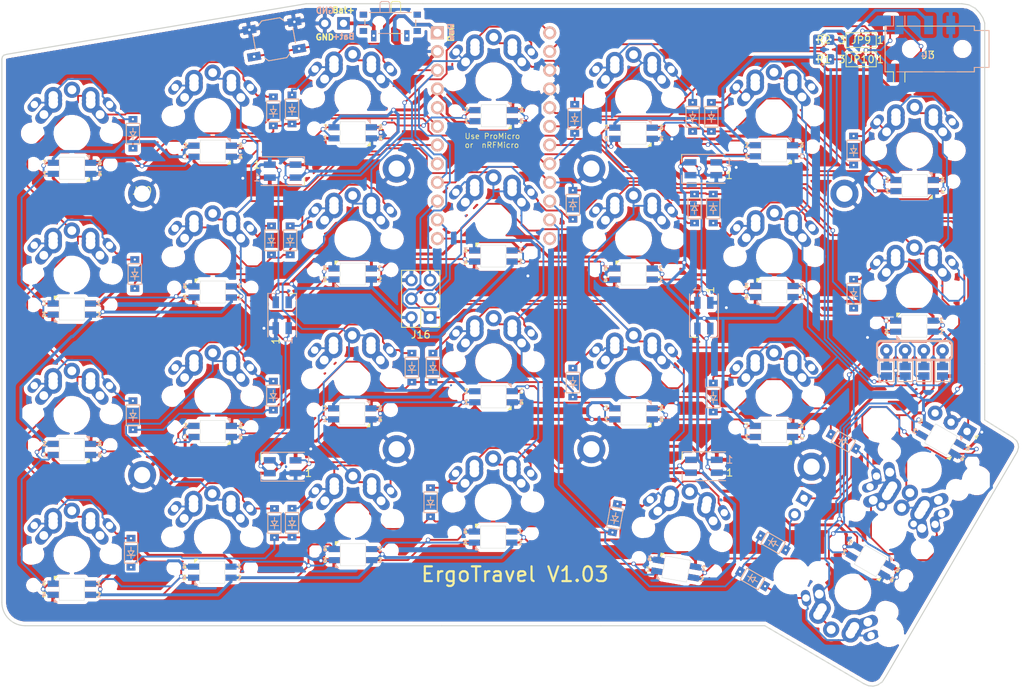
<source format=kicad_pcb>
(kicad_pcb (version 20171130) (host pcbnew 5.1.9-73d0e3b20d~88~ubuntu16.04.1)
  (layers (0 F.Cu signal) (31 B.Cu signal) (34 B.Paste user) (35 F.Paste user) (36 B.SilkS user) (37 F.SilkS user) (38 B.Mask user) (39 F.Mask user) (44 Edge.Cuts user))
  (net 0 "")
  (net 1 "Net-(D1-Pad2)")
  (net 2 "Net-(D2-Pad2)")
  (net 3 "Net-(D3-Pad2)")
  (net 4 "Net-(D4-Pad2)")
  (net 5 "Net-(D5-Pad2)")
  (net 6 "Net-(D6-Pad2)")
  (net 7 "Net-(D7-Pad2)")
  (net 8 "Net-(D8-Pad2)")
  (net 9 "Net-(D9-Pad2)")
  (net 10 "Net-(D10-Pad2)")
  (net 11 "Net-(D11-Pad2)")
  (net 12 "Net-(D12-Pad2)")
  (net 13 "Net-(D13-Pad2)")
  (net 14 "Net-(D14-Pad2)")
  (net 15 "Net-(D15-Pad2)")
  (net 16 "Net-(D16-Pad2)")
  (net 17 "Net-(D17-Pad2)")
  (net 18 "Net-(D18-Pad2)")
  (net 19 "Net-(D19-Pad2)")
  (net 20 "Net-(D20-Pad2)")
  (net 21 "Net-(D21-Pad2)")
  (net 22 "Net-(D22-Pad2)")
  (net 23 "Net-(D23-Pad2)")
  (net 24 "Net-(D24-Pad2)")
  (net 25 "Net-(D25-Pad2)")
  (net 26 "Net-(D26-Pad2)")
  (net 27 "Net-(D27-Pad2)")
  (net 28 GND)
  (net 29 col0)
  (net 30 col1)
  (net 31 col2)
  (net 32 col3)
  (net 33 col4)
  (net 34 col5)
  (net 35 col6)
  (net 36 B)
  (net 37 A)
  (net 38 rx)
  (net 39 sda)
  (net 40 row0)
  (net 41 row3)
  (net 42 backlight)
  (net 43 row1)
  (net 44 row2)
  (net 45 led)
  (net 46 scl)
  (net 47 VCC)
  (net 48 "Net-(J11-Pad1)")
  (net 49 "Net-(J12-Pad3)")
  (net 50 "Net-(J12-Pad1)")
  (net 51 "Net-(J12-Pad2)")
  (net 52 "Net-(J12-Pad4)")
  (net 53 "Net-(LED1-PadI)")
  (net 54 "Net-(LED1-PadO)")
  (net 55 "Net-(LED2-PadO)")
  (net 56 "Net-(LED3-PadO)")
  (net 57 "Net-(LED4-PadO)")
  (net 58 "Net-(LED5-PadO)")
  (net 59 "Net-(LED6-PadO)")
  (net 60 "Net-(LED14-PadI)")
  (net 61 "Net-(LED15-PadI)")
  (net 62 "Net-(LED8-PadI)")
  (net 63 "Net-(LED10-PadO)")
  (net 64 "Net-(LED10-PadI)")
  (net 65 "Net-(LED11-PadI)")
  (net 66 "Net-(LED12-PadI)")
  (net 67 "Net-(LED13-PadI)")
  (net 68 "Net-(LED15-PadO)")
  (net 69 "Net-(LED16-PadO)")
  (net 70 "Net-(LED17-PadO)")
  (net 71 "Net-(LED18-PadO)")
  (net 72 "Net-(LED19-PadO)")
  (net 73 "Net-(LED20-PadO)")
  (net 74 "Net-(LED21-PadO)")
  (net 75 "Net-(LED22-PadO)")
  (net 76 "Net-(LED22-PadI)")
  (net 77 "Net-(LED24-PadI)")
  (net 78 "Net-(LED25-PadI)")
  (net 79 "Net-(LED26-PadI)")
  (net 80 "Net-(SW8-Pad2)")
  (net 81 "Net-(SW8-Pad1)")
  (net 82 "Net-(LED28-PadI)")
  (net 83 "Net-(LED29-PadI)")
  (net 84 "Net-(LED30-PadI)")
  (net 85 "Net-(LED31-PadI)")
  (net 86 "Net-(LED32-PadI)")
  (net 87 2)
  (net 88 1)
  (net 89 "Net-(D28-Pad2)")
  (net 90 RST)
  (module fruitkt:DIODE (layer F.Cu) (at 189.103 105.791 330)
    (fp_text reference D21)
    (fp_text value " ")
    (pad 1 thru_hole rect (at -1.9685 0 330) (size 0.9 1.2) (drill 0.3) (layers *.Cu *.Paste *.Mask) (net 44 row2))
    (pad 2 thru_hole rect (at 1.9685 0 330) (size 0.9 1.2) (drill 0.3) (layers *.Cu *.Paste *.Mask) (net 21 "Net-(D21-Pad2)"))
  )
  (module fruitkt:OLED-0.91 (layer F.Cu) (at 198.755 93.4212 90)
    (fp_text reference J12)
    (fp_text value OLED)
    (pad 3 thru_hole oval (at 0 1.27 90) (size 1.7 1.7) (drill 0.8) (layers *.Cu *.Mask) (net 49 "Net-(J12-Pad3)"))
    (pad 1 thru_hole oval (at 0 -3.81 90) (size 1.7 1.7) (drill 0.8) (layers *.Cu *.Mask) (net 50 "Net-(J12-Pad1)"))
    (pad 2 thru_hole oval (at 0 -1.27 90) (size 1.7 1.7) (drill 0.8) (layers *.Cu *.Mask) (net 51 "Net-(J12-Pad2)"))
    (pad 4 thru_hole oval (at 0 3.81 90) (size 1.7 1.7) (drill 0.8) (layers *.Cu *.Mask) (net 52 "Net-(J12-Pad4)"))
  )
  (module Connector_PinHeader_2.54mm:PinHeader_2x03_P2.54mm_Vertical (layer F.Cu) (at 133.032 88.9635 180)
    (fp_text reference J16 (at 1.27 -2.33) (layer F.SilkS))
    (fp_text value AVR-ISP-6)
    (pad 6 thru_hole oval (at 2.54 5.08 180) (size 1.7 1.7) (drill 1) (layers *.Cu *.Mask) (net 28 GND))
    (pad 5 thru_hole oval (at 0 5.08 180) (size 1.7 1.7) (drill 1) (layers *.Cu *.Mask) (net 90 RST))
    (pad 4 thru_hole oval (at 2.54 2.54 180) (size 1.7 1.7) (drill 1) (layers *.Cu *.Mask) (net 34 col5))
    (pad 3 thru_hole oval (at 0 2.54 180) (size 1.7 1.7) (drill 1) (layers *.Cu *.Mask) (net 32 col3))
    (pad 2 thru_hole oval (at 2.54 0 180) (size 1.7 1.7) (drill 1) (layers *.Cu *.Mask) (net 47 VCC))
    (pad 1 thru_hole rect (at 0 0 180) (size 1.7 1.7) (drill 1) (layers *.Cu *.Mask) (net 33 col4))
  )
  (module Connector_PinHeader_2.54mm:PinHeader_1x02_P2.54mm_Vertical (layer F.Cu) (at 183.134 114.618 240)
    (fp_text reference J15)
    (fp_text value " ")
    (pad 2 thru_hole oval (at 1.27 0 330) (size 1.7 1.7) (drill 1) (layers *.Cu *.Mask) (net 89 "Net-(D28-Pad2)"))
    (pad 1 thru_hole rect (at -1.27 0 330) (size 1.7 1.7) (drill 1) (layers *.Cu *.Mask) (net 35 col6))
  )
  (module fruitkt:DIODE (layer F.Cu) (at 179.578 119.57 330)
    (fp_text reference D28)
    (fp_text value " ")
    (pad 1 thru_hole rect (at -1.9685 0 330) (size 0.9 1.2) (drill 0.3) (layers *.Cu *.Paste *.Mask) (net 41 row3))
    (pad 2 thru_hole rect (at 1.9685 0 330) (size 0.9 1.2) (drill 0.3) (layers *.Cu *.Paste *.Mask) (net 89 "Net-(D28-Pad2)"))
  )
  (module Resistor_SMD:R_0805_2012Metric (layer F.Cu) (at 186.436 53.9115)
    (fp_text reference R1 (at 0 0) (layer F.SilkS))
    (fp_text value 4K7)
    (pad 2 thru_hole roundrect (at 0.9125 0) (size 1.025 1.4) (drill 0.35) (layers *.Cu *.Paste *.Mask) (roundrect_rratio 0.244) (net 46 scl))
    (pad 1 thru_hole roundrect (at -0.9125 0) (size 1.025 1.4) (drill 0.35) (layers *.Cu *.Paste *.Mask) (roundrect_rratio 0.244) (net 47 VCC))
  )
  (module Resistor_SMD:R_0805_2012Metric (layer F.Cu) (at 186.436 51.2445)
    (fp_text reference R2 (at 0 0) (layer F.SilkS))
    (fp_text value 4K7)
    (pad 2 thru_hole roundrect (at 0.9125 0) (size 1.025 1.4) (drill 0.35) (layers *.Cu *.Paste *.Mask) (roundrect_rratio 0.244) (net 39 sda))
    (pad 1 thru_hole roundrect (at -0.9125 0) (size 1.025 1.4) (drill 0.35) (layers *.Cu *.Paste *.Mask) (roundrect_rratio 0.244) (net 47 VCC))
  )
  (module Jumper:SolderJumper-3_P1.3mm_Bridged12_Pad1.0x1.5mm_NumberLabels (layer F.Cu) (at 191.516 53.9115 180)
    (fp_text reference JP10 (at 0 0) (layer F.SilkS))
    (fp_text value " ")
    (fp_poly (pts (xy -0.9 -0.3) (xy -0.4 -0.3) (xy -0.4 0.3) (xy -0.9 0.3)) (layer F.Cu) (width 0))
    (fp_text user 1 (at -2.6 0) (layer F.SilkS))
    (fp_text user 3 (at 2.6 0) (layer F.SilkS))
    (pad 2 smd rect (at 0 0 180) (size 1 1.5) (layers F.Cu F.Mask) (net 88 1))
    (pad 3 smd rect (at 1.3 0 180) (size 1 1.5) (layers F.Cu F.Mask) (net 46 scl))
    (pad 1 smd rect (at -1.3 0 180) (size 1 1.5) (layers F.Cu F.Mask) (net 38 rx))
  )
  (module Jumper:SolderJumper-3_P1.3mm_Bridged12_Pad1.0x1.5mm_NumberLabels (layer F.Cu) (at 191.516 51.2953 180)
    (fp_text reference JP9 (at 0 0) (layer F.SilkS))
    (fp_text value " ")
    (fp_poly (pts (xy -0.9 -0.3) (xy -0.4 -0.3) (xy -0.4 0.3) (xy -0.9 0.3)) (layer F.Cu) (width 0))
    (fp_text user 1 (at -2.6 0) (layer F.SilkS))
    (fp_text user 3 (at 2.6 0) (layer F.SilkS))
    (pad 2 smd rect (at 0 0 180) (size 1 1.5) (layers F.Cu F.Mask) (net 87 2))
    (pad 3 smd rect (at 1.3 0 180) (size 1 1.5) (layers F.Cu F.Mask) (net 39 sda))
    (pad 1 smd rect (at -1.3 0 180) (size 1 1.5) (layers F.Cu F.Mask) (net 38 rx))
  )
  (module fruitkt:SK6812MINI-FLIP (layer F.Cu) (at 113.03 69.088)
    (fp_text reference LED33)
    (fp_text value " ")
    (fp_text user 1 (at -3.5 0.875) (layer B.SilkS) (effects (justify mirror)))
    (fp_text user 1 (at -3.5 -0.875) (layer F.SilkS))
    (pad O smd rect (at -1.75 0.875) (size 1.6 0.85) (layers B.Cu B.Paste B.Mask) (net 86 "Net-(LED32-PadI)"))
    (pad - smd rect (at -1.75 -0.875) (size 1.6 0.85) (layers B.Cu B.Paste B.Mask) (net 28 GND))
    (pad I smd rect (at 1.75 -0.875) (size 1.6 0.85) (layers B.Cu B.Paste B.Mask) (net 45 led))
    (pad + smd rect (at 1.75 0.875) (size 1.6 0.85) (layers B.Cu B.Paste B.Mask) (net 47 VCC))
    (pad O smd rect (at -1.75 -0.875) (size 1.6 0.85) (layers F.Cu F.Paste F.Mask) (net 86 "Net-(LED32-PadI)"))
    (pad - smd rect (at -1.75 0.875) (size 1.6 0.85) (layers F.Cu F.Paste F.Mask) (net 28 GND))
    (pad I smd rect (at 1.75 0.875) (size 1.6 0.85) (layers F.Cu F.Paste F.Mask) (net 45 led))
    (pad + smd rect (at 1.75 -0.875) (size 1.6 0.85) (layers F.Cu F.Paste F.Mask) (net 47 VCC))
  )
  (module fruitkt:SK6812MINI-FLIP (layer F.Cu) (at 112.966 88.646 90)
    (fp_text reference LED32)
    (fp_text value " ")
    (fp_text user 1 (at -3.5 0.875 90) (layer B.SilkS) (effects (justify mirror)))
    (fp_text user 1 (at -3.5 -0.875 90) (layer F.SilkS))
    (pad O smd rect (at -1.75 0.875 90) (size 1.6 0.85) (layers B.Cu B.Paste B.Mask) (net 85 "Net-(LED31-PadI)"))
    (pad - smd rect (at -1.75 -0.875 90) (size 1.6 0.85) (layers B.Cu B.Paste B.Mask) (net 28 GND))
    (pad I smd rect (at 1.75 -0.875 90) (size 1.6 0.85) (layers B.Cu B.Paste B.Mask) (net 86 "Net-(LED32-PadI)"))
    (pad + smd rect (at 1.75 0.875 90) (size 1.6 0.85) (layers B.Cu B.Paste B.Mask) (net 47 VCC))
    (pad O smd rect (at -1.75 -0.875 90) (size 1.6 0.85) (layers F.Cu F.Paste F.Mask) (net 85 "Net-(LED31-PadI)"))
    (pad - smd rect (at -1.75 0.875 90) (size 1.6 0.85) (layers F.Cu F.Paste F.Mask) (net 28 GND))
    (pad I smd rect (at 1.75 0.875 90) (size 1.6 0.85) (layers F.Cu F.Paste F.Mask) (net 86 "Net-(LED32-PadI)"))
    (pad + smd rect (at 1.75 -0.875 90) (size 1.6 0.85) (layers F.Cu F.Paste F.Mask) (net 47 VCC))
  )
  (module fruitkt:SK6812MINI-FLIP (layer F.Cu) (at 113.03 109.22 180)
    (fp_text reference LED31)
    (fp_text value " ")
    (fp_text user 1 (at -3.5 0.875) (layer B.SilkS) (effects (justify mirror)))
    (fp_text user 1 (at -3.5 -0.875) (layer F.SilkS))
    (pad O smd rect (at -1.75 0.875 180) (size 1.6 0.85) (layers B.Cu B.Paste B.Mask) (net 84 "Net-(LED30-PadI)"))
    (pad - smd rect (at -1.75 -0.875 180) (size 1.6 0.85) (layers B.Cu B.Paste B.Mask) (net 28 GND))
    (pad I smd rect (at 1.75 -0.875 180) (size 1.6 0.85) (layers B.Cu B.Paste B.Mask) (net 85 "Net-(LED31-PadI)"))
    (pad + smd rect (at 1.75 0.875 180) (size 1.6 0.85) (layers B.Cu B.Paste B.Mask) (net 47 VCC))
    (pad O smd rect (at -1.75 -0.875 180) (size 1.6 0.85) (layers F.Cu F.Paste F.Mask) (net 84 "Net-(LED30-PadI)"))
    (pad - smd rect (at -1.75 0.875 180) (size 1.6 0.85) (layers F.Cu F.Paste F.Mask) (net 28 GND))
    (pad I smd rect (at 1.75 0.875 180) (size 1.6 0.85) (layers F.Cu F.Paste F.Mask) (net 85 "Net-(LED31-PadI)"))
    (pad + smd rect (at 1.75 -0.875 180) (size 1.6 0.85) (layers F.Cu F.Paste F.Mask) (net 47 VCC))
  )
  (module fruitkt:SK6812MINI-FLIP (layer F.Cu) (at 170.18 109.156 180)
    (fp_text reference LED30)
    (fp_text value " ")
    (fp_text user 1 (at -3.5 0.875) (layer B.SilkS) (effects (justify mirror)))
    (fp_text user 1 (at -3.5 -0.875) (layer F.SilkS))
    (pad O smd rect (at -1.75 0.875 180) (size 1.6 0.85) (layers B.Cu B.Paste B.Mask) (net 83 "Net-(LED29-PadI)"))
    (pad - smd rect (at -1.75 -0.875 180) (size 1.6 0.85) (layers B.Cu B.Paste B.Mask) (net 28 GND))
    (pad I smd rect (at 1.75 -0.875 180) (size 1.6 0.85) (layers B.Cu B.Paste B.Mask) (net 84 "Net-(LED30-PadI)"))
    (pad + smd rect (at 1.75 0.875 180) (size 1.6 0.85) (layers B.Cu B.Paste B.Mask) (net 47 VCC))
    (pad O smd rect (at -1.75 -0.875 180) (size 1.6 0.85) (layers F.Cu F.Paste F.Mask) (net 83 "Net-(LED29-PadI)"))
    (pad - smd rect (at -1.75 0.875 180) (size 1.6 0.85) (layers F.Cu F.Paste F.Mask) (net 28 GND))
    (pad I smd rect (at 1.75 0.875 180) (size 1.6 0.85) (layers F.Cu F.Paste F.Mask) (net 84 "Net-(LED30-PadI)"))
    (pad + smd rect (at 1.75 -0.875 180) (size 1.6 0.85) (layers F.Cu F.Paste F.Mask) (net 47 VCC))
  )
  (module fruitkt:SK6812MINI-FLIP (layer F.Cu) (at 170.18 88.7095 270)
    (fp_text reference LED29)
    (fp_text value " ")
    (fp_text user 1 (at -3.5 0.875 90) (layer B.SilkS) (effects (justify mirror)))
    (fp_text user 1 (at -3.5 -0.875 90) (layer F.SilkS))
    (pad O smd rect (at -1.75 0.875 270) (size 1.6 0.85) (layers B.Cu B.Paste B.Mask) (net 82 "Net-(LED28-PadI)"))
    (pad - smd rect (at -1.75 -0.875 270) (size 1.6 0.85) (layers B.Cu B.Paste B.Mask) (net 28 GND))
    (pad I smd rect (at 1.75 -0.875 270) (size 1.6 0.85) (layers B.Cu B.Paste B.Mask) (net 83 "Net-(LED29-PadI)"))
    (pad + smd rect (at 1.75 0.875 270) (size 1.6 0.85) (layers B.Cu B.Paste B.Mask) (net 47 VCC))
    (pad O smd rect (at -1.75 -0.875 270) (size 1.6 0.85) (layers F.Cu F.Paste F.Mask) (net 82 "Net-(LED28-PadI)"))
    (pad - smd rect (at -1.75 0.875 270) (size 1.6 0.85) (layers F.Cu F.Paste F.Mask) (net 28 GND))
    (pad I smd rect (at 1.75 0.875 270) (size 1.6 0.85) (layers F.Cu F.Paste F.Mask) (net 83 "Net-(LED29-PadI)"))
    (pad + smd rect (at 1.75 -0.875 270) (size 1.6 0.85) (layers F.Cu F.Paste F.Mask) (net 47 VCC))
  )
  (module fruitkt:SK6812MINI-FLIP (layer F.Cu) (at 170.116 68.7705 180)
    (fp_text reference LED28)
    (fp_text value " ")
    (fp_text user 1 (at -3.5 0.875) (layer B.SilkS) (effects (justify mirror)))
    (fp_text user 1 (at -3.5 -0.875) (layer F.SilkS))
    (pad O smd rect (at -1.75 0.875 180) (size 1.6 0.85) (layers B.Cu B.Paste B.Mask) (net 53 "Net-(LED1-PadI)"))
    (pad - smd rect (at -1.75 -0.875 180) (size 1.6 0.85) (layers B.Cu B.Paste B.Mask) (net 28 GND))
    (pad I smd rect (at 1.75 -0.875 180) (size 1.6 0.85) (layers B.Cu B.Paste B.Mask) (net 82 "Net-(LED28-PadI)"))
    (pad + smd rect (at 1.75 0.875 180) (size 1.6 0.85) (layers B.Cu B.Paste B.Mask) (net 47 VCC))
    (pad O smd rect (at -1.75 -0.875 180) (size 1.6 0.85) (layers F.Cu F.Paste F.Mask) (net 53 "Net-(LED1-PadI)"))
    (pad - smd rect (at -1.75 0.875 180) (size 1.6 0.85) (layers F.Cu F.Paste F.Mask) (net 28 GND))
    (pad I smd rect (at 1.75 0.875 180) (size 1.6 0.85) (layers F.Cu F.Paste F.Mask) (net 82 "Net-(LED28-PadI)"))
    (pad + smd rect (at 1.75 -0.875 180) (size 1.6 0.85) (layers F.Cu F.Paste F.Mask) (net 47 VCC))
  )
  (module footprints:SK6812mini-e-L2R (layer F.Cu) (at 84.4249 121.1)
    (fp_text reference LED21)
    (fp_text value " ")
    (fp_line (start -1.7 6.2625) (end 1.7 6.2625) (layer Edge.Cuts) (width 0.05))
    (fp_line (start 1.7 6.2625) (end 1.7 3.2625) (layer Edge.Cuts) (width 0.05))
    (fp_line (start -1.7 3.2625) (end 1.7 3.2625) (layer Edge.Cuts) (width 0.05))
    (fp_line (start -1.7 3.2625) (end -1.7 6.2625) (layer Edge.Cuts) (width 0.05))
    (fp_text user 3 (at -3.78206 5.5245) (layer F.SilkS) (effects (font (size 0.6 0.6))))
    (fp_text user 4 (at -3.78206 4.0005) (layer F.SilkS) (effects (font (size 0.6 0.6))))
    (fp_text user 1 (at 3.683 4.0005) (layer F.SilkS) (effects (font (size 0.6 0.6))))
    (fp_text user 2 (at 3.683 5.5245) (layer F.SilkS) (effects (font (size 0.6 0.6))))
    (fp_text user 3 (at -3.78206 4.0005) (layer B.SilkS) (effects (font (size 0.6 0.6)) (justify mirror)))
    (fp_text user 2 (at 3.683 4.0005) (layer B.SilkS) (effects (font (size 0.6 0.6)) (justify mirror)))
    (fp_text user 1 (at 3.683 5.5245) (layer B.SilkS) (effects (font (size 0.6 0.6)) (justify mirror)))
    (fp_text user 4 (at -3.78206 5.5245) (layer B.SilkS) (effects (font (size 0.6 0.6)) (justify mirror)))
    (pad + smd rect (at 2.54 4.0125 180) (size 1.5 0.82) (layers F.Cu F.Paste F.Mask) (net 47 VCC))
    (pad O smd trapezoid (at 2.54 5.5125 180) (size 1.5 0.82) (layers F.Cu F.Paste F.Mask) (net 74 "Net-(LED21-PadO)"))
    (pad I smd rect (at -2.54 4.0125) (size 1.5 0.82) (layers F.Cu F.Paste F.Mask) (net 73 "Net-(LED20-PadO)"))
    (pad - smd rect (at -2.54 5.5125 180) (size 1.5 0.82) (layers F.Cu F.Paste F.Mask) (net 28 GND))
    (pad O smd trapezoid (at 2.54 4.0125 180) (size 1.5 0.82) (layers B.Cu B.Paste B.Mask) (net 74 "Net-(LED21-PadO)"))
    (pad + smd rect (at 2.54 5.5125 180) (size 1.5 0.82) (layers B.Cu B.Paste B.Mask) (net 47 VCC))
    (pad I smd rect (at -2.54 5.5125) (size 1.5 0.82) (layers B.Cu B.Paste B.Mask) (net 73 "Net-(LED20-PadO)"))
    (pad - smd rect (at -2.54 4.0125 180) (size 1.5 0.82) (layers B.Cu B.Paste B.Mask) (net 28 GND))
    (pad "" np_thru_hole circle (at 0 0) (size 3.9878 3.9878) (drill 3.9878) (layers *.Cu *.Mask))
  )
  (module footprints:SK6812mini-e-R2L (layer F.Cu) (at 195.186 117.879 330)
    (fp_text reference LED23)
    (fp_text value " ")
    (fp_line (start -1.7 6.2625) (end 1.7 6.2625) (layer Edge.Cuts) (width 0.05))
    (fp_line (start 1.7 6.2625) (end 1.7 3.2625) (layer Edge.Cuts) (width 0.05))
    (fp_line (start -1.7 3.2625) (end 1.7 3.2625) (layer Edge.Cuts) (width 0.05))
    (fp_line (start -1.7 3.2625) (end -1.7 6.2625) (layer Edge.Cuts) (width 0.05))
    (fp_text user 2 (at -3.683 4.0005 330) (layer F.SilkS) (effects (font (size 0.6 0.6))))
    (fp_text user 4 (at 3.78206 5.5245 330) (layer F.SilkS) (effects (font (size 0.6 0.6))))
    (fp_text user 1 (at -3.683 5.5245 330) (layer F.SilkS) (effects (font (size 0.6 0.6))))
    (fp_text user 3 (at 3.78206 4.0005 330) (layer F.SilkS) (effects (font (size 0.6 0.6))))
    (fp_text user 3 (at 3.78206 5.5245 330) (layer B.SilkS) (effects (font (size 0.6 0.6)) (justify mirror)))
    (fp_text user 2 (at -3.683 5.5245 330) (layer B.SilkS) (effects (font (size 0.6 0.6)) (justify mirror)))
    (fp_text user 1 (at -3.683 4.0005 330) (layer B.SilkS) (effects (font (size 0.6 0.6)) (justify mirror)))
    (fp_text user 4 (at 3.78206 4.0005 330) (layer B.SilkS) (effects (font (size 0.6 0.6)) (justify mirror)))
    (pad I smd rect (at 2.54 5.5125 150) (size 1.5 0.82) (layers F.Cu F.Paste F.Mask) (net 76 "Net-(LED22-PadI)"))
    (pad - smd rect (at 2.54 4.0125 330) (size 1.5 0.82) (layers F.Cu F.Paste F.Mask) (net 28 GND))
    (pad + smd rect (at -2.54 5.5125 330) (size 1.5 0.82) (layers F.Cu F.Paste F.Mask) (net 47 VCC))
    (pad O smd trapezoid (at -2.54 4.0125 330) (size 1.5 0.82) (layers F.Cu F.Paste F.Mask) (net 75 "Net-(LED22-PadO)"))
    (pad O smd trapezoid (at -2.54 5.5125 330) (size 1.5 0.82) (layers B.Cu B.Paste B.Mask) (net 75 "Net-(LED22-PadO)"))
    (pad + smd rect (at -2.54 4.0125 330) (size 1.5 0.82) (layers B.Cu B.Paste B.Mask) (net 47 VCC))
    (pad I smd rect (at 2.54 4.0125 150) (size 1.5 0.82) (layers B.Cu B.Paste B.Mask) (net 76 "Net-(LED22-PadI)"))
    (pad - smd rect (at 2.54 5.5125 330) (size 1.5 0.82) (layers B.Cu B.Paste B.Mask) (net 28 GND))
    (pad "" np_thru_hole circle (at 0 0 330) (size 3.9878 3.9878) (drill 3.9878) (layers *.Cu *.Mask))
  )
  (module footprints:SK6812mini-e-L2R (layer F.Cu) (at 103.477 118.778)
    (fp_text reference LED27)
    (fp_text value " ")
    (fp_line (start -1.7 6.2625) (end 1.7 6.2625) (layer Edge.Cuts) (width 0.05))
    (fp_line (start 1.7 6.2625) (end 1.7 3.2625) (layer Edge.Cuts) (width 0.05))
    (fp_line (start -1.7 3.2625) (end 1.7 3.2625) (layer Edge.Cuts) (width 0.05))
    (fp_line (start -1.7 3.2625) (end -1.7 6.2625) (layer Edge.Cuts) (width 0.05))
    (fp_text user 3 (at -3.78206 5.5245) (layer F.SilkS) (effects (font (size 0.6 0.6))))
    (fp_text user 4 (at -3.78206 4.0005) (layer F.SilkS) (effects (font (size 0.6 0.6))))
    (fp_text user 1 (at 3.683 4.0005) (layer F.SilkS) (effects (font (size 0.6 0.6))))
    (fp_text user 2 (at 3.683 5.5245) (layer F.SilkS) (effects (font (size 0.6 0.6))))
    (fp_text user 3 (at -3.78206 4.0005) (layer B.SilkS) (effects (font (size 0.6 0.6)) (justify mirror)))
    (fp_text user 2 (at 3.683 4.0005) (layer B.SilkS) (effects (font (size 0.6 0.6)) (justify mirror)))
    (fp_text user 1 (at 3.683 5.5245) (layer B.SilkS) (effects (font (size 0.6 0.6)) (justify mirror)))
    (fp_text user 4 (at -3.78206 5.5245) (layer B.SilkS) (effects (font (size 0.6 0.6)) (justify mirror)))
    (pad + smd rect (at 2.54 4.0125 180) (size 1.5 0.82) (layers F.Cu F.Paste F.Mask) (net 47 VCC))
    (pad O smd trapezoid (at 2.54 5.5125 180) (size 1.5 0.82) (layers F.Cu F.Paste F.Mask) (net 79 "Net-(LED26-PadI)"))
    (pad I smd rect (at -2.54 4.0125) (size 1.5 0.82) (layers F.Cu F.Paste F.Mask) (net 74 "Net-(LED21-PadO)"))
    (pad - smd rect (at -2.54 5.5125 180) (size 1.5 0.82) (layers F.Cu F.Paste F.Mask) (net 28 GND))
    (pad O smd trapezoid (at 2.54 4.0125 180) (size 1.5 0.82) (layers B.Cu B.Paste B.Mask) (net 79 "Net-(LED26-PadI)"))
    (pad + smd rect (at 2.54 5.5125 180) (size 1.5 0.82) (layers B.Cu B.Paste B.Mask) (net 47 VCC))
    (pad I smd rect (at -2.54 5.5125) (size 1.5 0.82) (layers B.Cu B.Paste B.Mask) (net 74 "Net-(LED21-PadO)"))
    (pad - smd rect (at -2.54 4.0125 180) (size 1.5 0.82) (layers B.Cu B.Paste B.Mask) (net 28 GND))
    (pad "" np_thru_hole circle (at 0 0) (size 3.9878 3.9878) (drill 3.9878) (layers *.Cu *.Mask))
  )
  (module footprints:SK6812mini-e-L2R (layer F.Cu) (at 122.569 116.397)
    (fp_text reference LED26)
    (fp_text value " ")
    (fp_line (start -1.7 6.2625) (end 1.7 6.2625) (layer Edge.Cuts) (width 0.05))
    (fp_line (start 1.7 6.2625) (end 1.7 3.2625) (layer Edge.Cuts) (width 0.05))
    (fp_line (start -1.7 3.2625) (end 1.7 3.2625) (layer Edge.Cuts) (width 0.05))
    (fp_line (start -1.7 3.2625) (end -1.7 6.2625) (layer Edge.Cuts) (width 0.05))
    (fp_text user 3 (at -3.78206 5.5245) (layer F.SilkS) (effects (font (size 0.6 0.6))))
    (fp_text user 4 (at -3.78206 4.0005) (layer F.SilkS) (effects (font (size 0.6 0.6))))
    (fp_text user 1 (at 3.683 4.0005) (layer F.SilkS) (effects (font (size 0.6 0.6))))
    (fp_text user 2 (at 3.683 5.5245) (layer F.SilkS) (effects (font (size 0.6 0.6))))
    (fp_text user 3 (at -3.78206 4.0005) (layer B.SilkS) (effects (font (size 0.6 0.6)) (justify mirror)))
    (fp_text user 2 (at 3.683 4.0005) (layer B.SilkS) (effects (font (size 0.6 0.6)) (justify mirror)))
    (fp_text user 1 (at 3.683 5.5245) (layer B.SilkS) (effects (font (size 0.6 0.6)) (justify mirror)))
    (fp_text user 4 (at -3.78206 5.5245) (layer B.SilkS) (effects (font (size 0.6 0.6)) (justify mirror)))
    (pad + smd rect (at 2.54 4.0125 180) (size 1.5 0.82) (layers F.Cu F.Paste F.Mask) (net 47 VCC))
    (pad O smd trapezoid (at 2.54 5.5125 180) (size 1.5 0.82) (layers F.Cu F.Paste F.Mask) (net 78 "Net-(LED25-PadI)"))
    (pad I smd rect (at -2.54 4.0125) (size 1.5 0.82) (layers F.Cu F.Paste F.Mask) (net 79 "Net-(LED26-PadI)"))
    (pad - smd rect (at -2.54 5.5125 180) (size 1.5 0.82) (layers F.Cu F.Paste F.Mask) (net 28 GND))
    (pad O smd trapezoid (at 2.54 4.0125 180) (size 1.5 0.82) (layers B.Cu B.Paste B.Mask) (net 78 "Net-(LED25-PadI)"))
    (pad + smd rect (at 2.54 5.5125 180) (size 1.5 0.82) (layers B.Cu B.Paste B.Mask) (net 47 VCC))
    (pad I smd rect (at -2.54 5.5125) (size 1.5 0.82) (layers B.Cu B.Paste B.Mask) (net 79 "Net-(LED26-PadI)"))
    (pad - smd rect (at -2.54 4.0125 180) (size 1.5 0.82) (layers B.Cu B.Paste B.Mask) (net 28 GND))
    (pad "" np_thru_hole circle (at 0 0) (size 3.9878 3.9878) (drill 3.9878) (layers *.Cu *.Mask))
  )
  (module footprints:SK6812mini-e-L2R (layer F.Cu) (at 141.581 114.015)
    (fp_text reference LED25)
    (fp_text value " ")
    (fp_line (start -1.7 6.2625) (end 1.7 6.2625) (layer Edge.Cuts) (width 0.05))
    (fp_line (start 1.7 6.2625) (end 1.7 3.2625) (layer Edge.Cuts) (width 0.05))
    (fp_line (start -1.7 3.2625) (end 1.7 3.2625) (layer Edge.Cuts) (width 0.05))
    (fp_line (start -1.7 3.2625) (end -1.7 6.2625) (layer Edge.Cuts) (width 0.05))
    (fp_text user 3 (at -3.78206 5.5245) (layer F.SilkS) (effects (font (size 0.6 0.6))))
    (fp_text user 4 (at -3.78206 4.0005) (layer F.SilkS) (effects (font (size 0.6 0.6))))
    (fp_text user 1 (at 3.683 4.0005) (layer F.SilkS) (effects (font (size 0.6 0.6))))
    (fp_text user 2 (at 3.683 5.5245) (layer F.SilkS) (effects (font (size 0.6 0.6))))
    (fp_text user 3 (at -3.78206 4.0005) (layer B.SilkS) (effects (font (size 0.6 0.6)) (justify mirror)))
    (fp_text user 2 (at 3.683 4.0005) (layer B.SilkS) (effects (font (size 0.6 0.6)) (justify mirror)))
    (fp_text user 1 (at 3.683 5.5245) (layer B.SilkS) (effects (font (size 0.6 0.6)) (justify mirror)))
    (fp_text user 4 (at -3.78206 5.5245) (layer B.SilkS) (effects (font (size 0.6 0.6)) (justify mirror)))
    (pad + smd rect (at 2.54 4.0125 180) (size 1.5 0.82) (layers F.Cu F.Paste F.Mask) (net 47 VCC))
    (pad O smd trapezoid (at 2.54 5.5125 180) (size 1.5 0.82) (layers F.Cu F.Paste F.Mask) (net 77 "Net-(LED24-PadI)"))
    (pad I smd rect (at -2.54 4.0125) (size 1.5 0.82) (layers F.Cu F.Paste F.Mask) (net 78 "Net-(LED25-PadI)"))
    (pad - smd rect (at -2.54 5.5125 180) (size 1.5 0.82) (layers F.Cu F.Paste F.Mask) (net 28 GND))
    (pad O smd trapezoid (at 2.54 4.0125 180) (size 1.5 0.82) (layers B.Cu B.Paste B.Mask) (net 77 "Net-(LED24-PadI)"))
    (pad + smd rect (at 2.54 5.5125 180) (size 1.5 0.82) (layers B.Cu B.Paste B.Mask) (net 47 VCC))
    (pad I smd rect (at -2.54 5.5125) (size 1.5 0.82) (layers B.Cu B.Paste B.Mask) (net 78 "Net-(LED25-PadI)"))
    (pad - smd rect (at -2.54 4.0125 180) (size 1.5 0.82) (layers B.Cu B.Paste B.Mask) (net 28 GND))
    (pad "" np_thru_hole circle (at 0 0) (size 3.9878 3.9878) (drill 3.9878) (layers *.Cu *.Mask))
  )
  (module footprints:SK6812mini-e-L2R (layer F.Cu) (at 167.242 118.421 350)
    (fp_text reference LED24)
    (fp_text value " ")
    (fp_line (start -1.7 6.2625) (end 1.7 6.2625) (layer Edge.Cuts) (width 0.05))
    (fp_line (start 1.7 6.2625) (end 1.7 3.2625) (layer Edge.Cuts) (width 0.05))
    (fp_line (start -1.7 3.2625) (end 1.7 3.2625) (layer Edge.Cuts) (width 0.05))
    (fp_line (start -1.7 3.2625) (end -1.7 6.2625) (layer Edge.Cuts) (width 0.05))
    (fp_text user 3 (at -3.78206 5.5245 170) (layer F.SilkS) (effects (font (size 0.6 0.6))))
    (fp_text user 4 (at -3.78206 4.0005 170) (layer F.SilkS) (effects (font (size 0.6 0.6))))
    (fp_text user 1 (at 3.683 4.0005 170) (layer F.SilkS) (effects (font (size 0.6 0.6))))
    (fp_text user 2 (at 3.683 5.5245 170) (layer F.SilkS) (effects (font (size 0.6 0.6))))
    (fp_text user 3 (at -3.78206 4.0005 170) (layer B.SilkS) (effects (font (size 0.6 0.6)) (justify mirror)))
    (fp_text user 2 (at 3.683 4.0005 170) (layer B.SilkS) (effects (font (size 0.6 0.6)) (justify mirror)))
    (fp_text user 1 (at 3.683 5.5245 170) (layer B.SilkS) (effects (font (size 0.6 0.6)) (justify mirror)))
    (fp_text user 4 (at -3.78206 5.5245 170) (layer B.SilkS) (effects (font (size 0.6 0.6)) (justify mirror)))
    (pad + smd rect (at 2.54 4.0125 170) (size 1.5 0.82) (layers F.Cu F.Paste F.Mask) (net 47 VCC))
    (pad O smd trapezoid (at 2.54 5.5125 170) (size 1.5 0.82) (layers F.Cu F.Paste F.Mask) (net 76 "Net-(LED22-PadI)"))
    (pad I smd rect (at -2.54 4.0125 350) (size 1.5 0.82) (layers F.Cu F.Paste F.Mask) (net 77 "Net-(LED24-PadI)"))
    (pad - smd rect (at -2.54 5.5125 170) (size 1.5 0.82) (layers F.Cu F.Paste F.Mask) (net 28 GND))
    (pad O smd trapezoid (at 2.54 4.0125 170) (size 1.5 0.82) (layers B.Cu B.Paste B.Mask) (net 76 "Net-(LED22-PadI)"))
    (pad + smd rect (at 2.54 5.5125 170) (size 1.5 0.82) (layers B.Cu B.Paste B.Mask) (net 47 VCC))
    (pad I smd rect (at -2.54 5.5125 350) (size 1.5 0.82) (layers B.Cu B.Paste B.Mask) (net 77 "Net-(LED24-PadI)"))
    (pad - smd rect (at -2.54 4.0125 170) (size 1.5 0.82) (layers B.Cu B.Paste B.Mask) (net 28 GND))
    (pad "" np_thru_hole circle (at 0 0 350) (size 3.9878 3.9878) (drill 3.9878) (layers *.Cu *.Mask))
  )
  (module footprints:SK6812mini-e-L2R (layer F.Cu) (at 199.968 109.675 150)
    (fp_text reference LED22)
    (fp_text value " ")
    (fp_line (start -1.7 6.2625) (end 1.7 6.2625) (layer Edge.Cuts) (width 0.05))
    (fp_line (start 1.7 6.2625) (end 1.7 3.2625) (layer Edge.Cuts) (width 0.05))
    (fp_line (start -1.7 3.2625) (end 1.7 3.2625) (layer Edge.Cuts) (width 0.05))
    (fp_line (start -1.7 3.2625) (end -1.7 6.2625) (layer Edge.Cuts) (width 0.05))
    (fp_text user 3 (at -3.78206 5.5245 150) (layer F.SilkS) (effects (font (size 0.6 0.6))))
    (fp_text user 4 (at -3.78206 4.0005 150) (layer F.SilkS) (effects (font (size 0.6 0.6))))
    (fp_text user 1 (at 3.683 4.0005 150) (layer F.SilkS) (effects (font (size 0.6 0.6))))
    (fp_text user 2 (at 3.683 5.5245 150) (layer F.SilkS) (effects (font (size 0.6 0.6))))
    (fp_text user 3 (at -3.78206 4.0005 150) (layer B.SilkS) (effects (font (size 0.6 0.6)) (justify mirror)))
    (fp_text user 2 (at 3.683 4.0005 150) (layer B.SilkS) (effects (font (size 0.6 0.6)) (justify mirror)))
    (fp_text user 1 (at 3.683 5.5245 150) (layer B.SilkS) (effects (font (size 0.6 0.6)) (justify mirror)))
    (fp_text user 4 (at -3.78206 5.5245 150) (layer B.SilkS) (effects (font (size 0.6 0.6)) (justify mirror)))
    (pad + smd rect (at 2.54 4.0125 330) (size 1.5 0.82) (layers F.Cu F.Paste F.Mask) (net 47 VCC))
    (pad O smd trapezoid (at 2.54 5.5125 330) (size 1.5 0.82) (layers F.Cu F.Paste F.Mask) (net 75 "Net-(LED22-PadO)"))
    (pad I smd rect (at -2.54 4.0125 150) (size 1.5 0.82) (layers F.Cu F.Paste F.Mask) (net 76 "Net-(LED22-PadI)"))
    (pad - smd rect (at -2.54 5.5125 330) (size 1.5 0.82) (layers F.Cu F.Paste F.Mask) (net 28 GND))
    (pad O smd trapezoid (at 2.54 4.0125 330) (size 1.5 0.82) (layers B.Cu B.Paste B.Mask) (net 75 "Net-(LED22-PadO)"))
    (pad + smd rect (at 2.54 5.5125 330) (size 1.5 0.82) (layers B.Cu B.Paste B.Mask) (net 47 VCC))
    (pad I smd rect (at -2.54 5.5125 150) (size 1.5 0.82) (layers B.Cu B.Paste B.Mask) (net 76 "Net-(LED22-PadI)"))
    (pad - smd rect (at -2.54 4.0125 330) (size 1.5 0.82) (layers B.Cu B.Paste B.Mask) (net 28 GND))
    (pad "" np_thru_hole circle (at 0 0 150) (size 3.9878 3.9878) (drill 3.9878) (layers *.Cu *.Mask))
  )
  (module footprints:SK6812mini-e-R2L (layer F.Cu) (at 84.4249 102.108)
    (fp_text reference LED20)
    (fp_text value " ")
    (fp_line (start -1.7 6.2625) (end 1.7 6.2625) (layer Edge.Cuts) (width 0.05))
    (fp_line (start 1.7 6.2625) (end 1.7 3.2625) (layer Edge.Cuts) (width 0.05))
    (fp_line (start -1.7 3.2625) (end 1.7 3.2625) (layer Edge.Cuts) (width 0.05))
    (fp_line (start -1.7 3.2625) (end -1.7 6.2625) (layer Edge.Cuts) (width 0.05))
    (fp_text user 2 (at -3.683 4.0005 180) (layer F.SilkS) (effects (font (size 0.6 0.6))))
    (fp_text user 4 (at 3.78206 5.5245 180) (layer F.SilkS) (effects (font (size 0.6 0.6))))
    (fp_text user 1 (at -3.683 5.5245 180) (layer F.SilkS) (effects (font (size 0.6 0.6))))
    (fp_text user 3 (at 3.78206 4.0005 180) (layer F.SilkS) (effects (font (size 0.6 0.6))))
    (fp_text user 3 (at 3.78206 5.5245 -180) (layer B.SilkS) (effects (font (size 0.6 0.6)) (justify mirror)))
    (fp_text user 2 (at -3.683 5.5245 -180) (layer B.SilkS) (effects (font (size 0.6 0.6)) (justify mirror)))
    (fp_text user 1 (at -3.683 4.0005 -180) (layer B.SilkS) (effects (font (size 0.6 0.6)) (justify mirror)))
    (fp_text user 4 (at 3.78206 4.0005 -180) (layer B.SilkS) (effects (font (size 0.6 0.6)) (justify mirror)))
    (pad I smd rect (at 2.54 5.5125 180) (size 1.5 0.82) (layers F.Cu F.Paste F.Mask) (net 72 "Net-(LED19-PadO)"))
    (pad - smd rect (at 2.54 4.0125) (size 1.5 0.82) (layers F.Cu F.Paste F.Mask) (net 28 GND))
    (pad + smd rect (at -2.54 5.5125) (size 1.5 0.82) (layers F.Cu F.Paste F.Mask) (net 47 VCC))
    (pad O smd trapezoid (at -2.54 4.0125) (size 1.5 0.82) (layers F.Cu F.Paste F.Mask) (net 73 "Net-(LED20-PadO)"))
    (pad O smd trapezoid (at -2.54 5.5125) (size 1.5 0.82) (layers B.Cu B.Paste B.Mask) (net 73 "Net-(LED20-PadO)"))
    (pad + smd rect (at -2.54 4.0125) (size 1.5 0.82) (layers B.Cu B.Paste B.Mask) (net 47 VCC))
    (pad I smd rect (at 2.54 4.0125 180) (size 1.5 0.82) (layers B.Cu B.Paste B.Mask) (net 72 "Net-(LED19-PadO)"))
    (pad - smd rect (at 2.54 5.5125) (size 1.5 0.82) (layers B.Cu B.Paste B.Mask) (net 28 GND))
    (pad "" np_thru_hole circle (at 0 0) (size 3.9878 3.9878) (drill 3.9878) (layers *.Cu *.Mask))
  )
  (module footprints:SK6812mini-e-R2L (layer F.Cu) (at 103.537 99.6666)
    (fp_text reference LED19)
    (fp_text value " ")
    (fp_line (start -1.7 6.2625) (end 1.7 6.2625) (layer Edge.Cuts) (width 0.05))
    (fp_line (start 1.7 6.2625) (end 1.7 3.2625) (layer Edge.Cuts) (width 0.05))
    (fp_line (start -1.7 3.2625) (end 1.7 3.2625) (layer Edge.Cuts) (width 0.05))
    (fp_line (start -1.7 3.2625) (end -1.7 6.2625) (layer Edge.Cuts) (width 0.05))
    (fp_text user 2 (at -3.683 4.0005 180) (layer F.SilkS) (effects (font (size 0.6 0.6))))
    (fp_text user 4 (at 3.78206 5.5245 180) (layer F.SilkS) (effects (font (size 0.6 0.6))))
    (fp_text user 1 (at -3.683 5.5245 180) (layer F.SilkS) (effects (font (size 0.6 0.6))))
    (fp_text user 3 (at 3.78206 4.0005 180) (layer F.SilkS) (effects (font (size 0.6 0.6))))
    (fp_text user 3 (at 3.78206 5.5245 -180) (layer B.SilkS) (effects (font (size 0.6 0.6)) (justify mirror)))
    (fp_text user 2 (at -3.683 5.5245 -180) (layer B.SilkS) (effects (font (size 0.6 0.6)) (justify mirror)))
    (fp_text user 1 (at -3.683 4.0005 -180) (layer B.SilkS) (effects (font (size 0.6 0.6)) (justify mirror)))
    (fp_text user 4 (at 3.78206 4.0005 -180) (layer B.SilkS) (effects (font (size 0.6 0.6)) (justify mirror)))
    (pad I smd rect (at 2.54 5.5125 180) (size 1.5 0.82) (layers F.Cu F.Paste F.Mask) (net 71 "Net-(LED18-PadO)"))
    (pad - smd rect (at 2.54 4.0125) (size 1.5 0.82) (layers F.Cu F.Paste F.Mask) (net 28 GND))
    (pad + smd rect (at -2.54 5.5125) (size 1.5 0.82) (layers F.Cu F.Paste F.Mask) (net 47 VCC))
    (pad O smd trapezoid (at -2.54 4.0125) (size 1.5 0.82) (layers F.Cu F.Paste F.Mask) (net 72 "Net-(LED19-PadO)"))
    (pad O smd trapezoid (at -2.54 5.5125) (size 1.5 0.82) (layers B.Cu B.Paste B.Mask) (net 72 "Net-(LED19-PadO)"))
    (pad + smd rect (at -2.54 4.0125) (size 1.5 0.82) (layers B.Cu B.Paste B.Mask) (net 47 VCC))
    (pad I smd rect (at 2.54 4.0125 180) (size 1.5 0.82) (layers B.Cu B.Paste B.Mask) (net 71 "Net-(LED18-PadO)"))
    (pad - smd rect (at 2.54 5.5125) (size 1.5 0.82) (layers B.Cu B.Paste B.Mask) (net 28 GND))
    (pad "" np_thru_hole circle (at 0 0) (size 3.9878 3.9878) (drill 3.9878) (layers *.Cu *.Mask))
  )
  (module footprints:SK6812mini-e-R2L (layer F.Cu) (at 122.47 97.2851)
    (fp_text reference LED18)
    (fp_text value " ")
    (fp_line (start -1.7 6.2625) (end 1.7 6.2625) (layer Edge.Cuts) (width 0.05))
    (fp_line (start 1.7 6.2625) (end 1.7 3.2625) (layer Edge.Cuts) (width 0.05))
    (fp_line (start -1.7 3.2625) (end 1.7 3.2625) (layer Edge.Cuts) (width 0.05))
    (fp_line (start -1.7 3.2625) (end -1.7 6.2625) (layer Edge.Cuts) (width 0.05))
    (fp_text user 2 (at -3.683 4.0005 180) (layer F.SilkS) (effects (font (size 0.6 0.6))))
    (fp_text user 4 (at 3.78206 5.5245 180) (layer F.SilkS) (effects (font (size 0.6 0.6))))
    (fp_text user 1 (at -3.683 5.5245 180) (layer F.SilkS) (effects (font (size 0.6 0.6))))
    (fp_text user 3 (at 3.78206 4.0005 180) (layer F.SilkS) (effects (font (size 0.6 0.6))))
    (fp_text user 3 (at 3.78206 5.5245 -180) (layer B.SilkS) (effects (font (size 0.6 0.6)) (justify mirror)))
    (fp_text user 2 (at -3.683 5.5245 -180) (layer B.SilkS) (effects (font (size 0.6 0.6)) (justify mirror)))
    (fp_text user 1 (at -3.683 4.0005 -180) (layer B.SilkS) (effects (font (size 0.6 0.6)) (justify mirror)))
    (fp_text user 4 (at 3.78206 4.0005 -180) (layer B.SilkS) (effects (font (size 0.6 0.6)) (justify mirror)))
    (pad I smd rect (at 2.54 5.5125 180) (size 1.5 0.82) (layers F.Cu F.Paste F.Mask) (net 70 "Net-(LED17-PadO)"))
    (pad - smd rect (at 2.54 4.0125) (size 1.5 0.82) (layers F.Cu F.Paste F.Mask) (net 28 GND))
    (pad + smd rect (at -2.54 5.5125) (size 1.5 0.82) (layers F.Cu F.Paste F.Mask) (net 47 VCC))
    (pad O smd trapezoid (at -2.54 4.0125) (size 1.5 0.82) (layers F.Cu F.Paste F.Mask) (net 71 "Net-(LED18-PadO)"))
    (pad O smd trapezoid (at -2.54 5.5125) (size 1.5 0.82) (layers B.Cu B.Paste B.Mask) (net 71 "Net-(LED18-PadO)"))
    (pad + smd rect (at -2.54 4.0125) (size 1.5 0.82) (layers B.Cu B.Paste B.Mask) (net 47 VCC))
    (pad I smd rect (at 2.54 4.0125 180) (size 1.5 0.82) (layers B.Cu B.Paste B.Mask) (net 70 "Net-(LED17-PadO)"))
    (pad - smd rect (at 2.54 5.5125) (size 1.5 0.82) (layers B.Cu B.Paste B.Mask) (net 28 GND))
    (pad "" np_thru_hole circle (at 0 0) (size 3.9878 3.9878) (drill 3.9878) (layers *.Cu *.Mask))
  )
  (module footprints:SK6812mini-e-R2L (layer F.Cu) (at 141.641 94.9631)
    (fp_text reference LED17)
    (fp_text value " ")
    (fp_line (start -1.7 6.2625) (end 1.7 6.2625) (layer Edge.Cuts) (width 0.05))
    (fp_line (start 1.7 6.2625) (end 1.7 3.2625) (layer Edge.Cuts) (width 0.05))
    (fp_line (start -1.7 3.2625) (end 1.7 3.2625) (layer Edge.Cuts) (width 0.05))
    (fp_line (start -1.7 3.2625) (end -1.7 6.2625) (layer Edge.Cuts) (width 0.05))
    (fp_text user 2 (at -3.683 4.0005 180) (layer F.SilkS) (effects (font (size 0.6 0.6))))
    (fp_text user 4 (at 3.78206 5.5245 180) (layer F.SilkS) (effects (font (size 0.6 0.6))))
    (fp_text user 1 (at -3.683 5.5245 180) (layer F.SilkS) (effects (font (size 0.6 0.6))))
    (fp_text user 3 (at 3.78206 4.0005 180) (layer F.SilkS) (effects (font (size 0.6 0.6))))
    (fp_text user 3 (at 3.78206 5.5245 -180) (layer B.SilkS) (effects (font (size 0.6 0.6)) (justify mirror)))
    (fp_text user 2 (at -3.683 5.5245 -180) (layer B.SilkS) (effects (font (size 0.6 0.6)) (justify mirror)))
    (fp_text user 1 (at -3.683 4.0005 -180) (layer B.SilkS) (effects (font (size 0.6 0.6)) (justify mirror)))
    (fp_text user 4 (at 3.78206 4.0005 -180) (layer B.SilkS) (effects (font (size 0.6 0.6)) (justify mirror)))
    (pad I smd rect (at 2.54 5.5125 180) (size 1.5 0.82) (layers F.Cu F.Paste F.Mask) (net 69 "Net-(LED16-PadO)"))
    (pad - smd rect (at 2.54 4.0125) (size 1.5 0.82) (layers F.Cu F.Paste F.Mask) (net 28 GND))
    (pad + smd rect (at -2.54 5.5125) (size 1.5 0.82) (layers F.Cu F.Paste F.Mask) (net 47 VCC))
    (pad O smd trapezoid (at -2.54 4.0125) (size 1.5 0.82) (layers F.Cu F.Paste F.Mask) (net 70 "Net-(LED17-PadO)"))
    (pad O smd trapezoid (at -2.54 5.5125) (size 1.5 0.82) (layers B.Cu B.Paste B.Mask) (net 70 "Net-(LED17-PadO)"))
    (pad + smd rect (at -2.54 4.0125) (size 1.5 0.82) (layers B.Cu B.Paste B.Mask) (net 47 VCC))
    (pad I smd rect (at 2.54 4.0125 180) (size 1.5 0.82) (layers B.Cu B.Paste B.Mask) (net 69 "Net-(LED16-PadO)"))
    (pad - smd rect (at 2.54 5.5125) (size 1.5 0.82) (layers B.Cu B.Paste B.Mask) (net 28 GND))
    (pad "" np_thru_hole circle (at 0 0) (size 3.9878 3.9878) (drill 3.9878) (layers *.Cu *.Mask))
  )
  (module footprints:SK6812mini-e-R2L (layer F.Cu) (at 160.634 97.2851)
    (fp_text reference LED16)
    (fp_text value " ")
    (fp_line (start -1.7 6.2625) (end 1.7 6.2625) (layer Edge.Cuts) (width 0.05))
    (fp_line (start 1.7 6.2625) (end 1.7 3.2625) (layer Edge.Cuts) (width 0.05))
    (fp_line (start -1.7 3.2625) (end 1.7 3.2625) (layer Edge.Cuts) (width 0.05))
    (fp_line (start -1.7 3.2625) (end -1.7 6.2625) (layer Edge.Cuts) (width 0.05))
    (fp_text user 2 (at -3.683 4.0005 180) (layer F.SilkS) (effects (font (size 0.6 0.6))))
    (fp_text user 4 (at 3.78206 5.5245 180) (layer F.SilkS) (effects (font (size 0.6 0.6))))
    (fp_text user 1 (at -3.683 5.5245 180) (layer F.SilkS) (effects (font (size 0.6 0.6))))
    (fp_text user 3 (at 3.78206 4.0005 180) (layer F.SilkS) (effects (font (size 0.6 0.6))))
    (fp_text user 3 (at 3.78206 5.5245 -180) (layer B.SilkS) (effects (font (size 0.6 0.6)) (justify mirror)))
    (fp_text user 2 (at -3.683 5.5245 -180) (layer B.SilkS) (effects (font (size 0.6 0.6)) (justify mirror)))
    (fp_text user 1 (at -3.683 4.0005 -180) (layer B.SilkS) (effects (font (size 0.6 0.6)) (justify mirror)))
    (fp_text user 4 (at 3.78206 4.0005 -180) (layer B.SilkS) (effects (font (size 0.6 0.6)) (justify mirror)))
    (pad I smd rect (at 2.54 5.5125 180) (size 1.5 0.82) (layers F.Cu F.Paste F.Mask) (net 68 "Net-(LED15-PadO)"))
    (pad - smd rect (at 2.54 4.0125) (size 1.5 0.82) (layers F.Cu F.Paste F.Mask) (net 28 GND))
    (pad + smd rect (at -2.54 5.5125) (size 1.5 0.82) (layers F.Cu F.Paste F.Mask) (net 47 VCC))
    (pad O smd trapezoid (at -2.54 4.0125) (size 1.5 0.82) (layers F.Cu F.Paste F.Mask) (net 69 "Net-(LED16-PadO)"))
    (pad O smd trapezoid (at -2.54 5.5125) (size 1.5 0.82) (layers B.Cu B.Paste B.Mask) (net 69 "Net-(LED16-PadO)"))
    (pad + smd rect (at -2.54 4.0125) (size 1.5 0.82) (layers B.Cu B.Paste B.Mask) (net 47 VCC))
    (pad I smd rect (at 2.54 4.0125 180) (size 1.5 0.82) (layers B.Cu B.Paste B.Mask) (net 68 "Net-(LED15-PadO)"))
    (pad - smd rect (at 2.54 5.5125) (size 1.5 0.82) (layers B.Cu B.Paste B.Mask) (net 28 GND))
    (pad "" np_thru_hole circle (at 0 0) (size 3.9878 3.9878) (drill 3.9878) (layers *.Cu *.Mask))
  )
  (module footprints:SK6812mini-e-R2L (layer F.Cu) (at 179.686 99.6666)
    (fp_text reference LED15)
    (fp_text value " ")
    (fp_line (start -1.7 6.2625) (end 1.7 6.2625) (layer Edge.Cuts) (width 0.05))
    (fp_line (start 1.7 6.2625) (end 1.7 3.2625) (layer Edge.Cuts) (width 0.05))
    (fp_line (start -1.7 3.2625) (end 1.7 3.2625) (layer Edge.Cuts) (width 0.05))
    (fp_line (start -1.7 3.2625) (end -1.7 6.2625) (layer Edge.Cuts) (width 0.05))
    (fp_text user 2 (at -3.683 4.0005 180) (layer F.SilkS) (effects (font (size 0.6 0.6))))
    (fp_text user 4 (at 3.78206 5.5245 180) (layer F.SilkS) (effects (font (size 0.6 0.6))))
    (fp_text user 1 (at -3.683 5.5245 180) (layer F.SilkS) (effects (font (size 0.6 0.6))))
    (fp_text user 3 (at 3.78206 4.0005 180) (layer F.SilkS) (effects (font (size 0.6 0.6))))
    (fp_text user 3 (at 3.78206 5.5245 -180) (layer B.SilkS) (effects (font (size 0.6 0.6)) (justify mirror)))
    (fp_text user 2 (at -3.683 5.5245 -180) (layer B.SilkS) (effects (font (size 0.6 0.6)) (justify mirror)))
    (fp_text user 1 (at -3.683 4.0005 -180) (layer B.SilkS) (effects (font (size 0.6 0.6)) (justify mirror)))
    (fp_text user 4 (at 3.78206 4.0005 -180) (layer B.SilkS) (effects (font (size 0.6 0.6)) (justify mirror)))
    (pad I smd rect (at 2.54 5.5125 180) (size 1.5 0.82) (layers F.Cu F.Paste F.Mask) (net 61 "Net-(LED15-PadI)"))
    (pad - smd rect (at 2.54 4.0125) (size 1.5 0.82) (layers F.Cu F.Paste F.Mask) (net 28 GND))
    (pad + smd rect (at -2.54 5.5125) (size 1.5 0.82) (layers F.Cu F.Paste F.Mask) (net 47 VCC))
    (pad O smd trapezoid (at -2.54 4.0125) (size 1.5 0.82) (layers F.Cu F.Paste F.Mask) (net 68 "Net-(LED15-PadO)"))
    (pad O smd trapezoid (at -2.54 5.5125) (size 1.5 0.82) (layers B.Cu B.Paste B.Mask) (net 68 "Net-(LED15-PadO)"))
    (pad + smd rect (at -2.54 4.0125) (size 1.5 0.82) (layers B.Cu B.Paste B.Mask) (net 47 VCC))
    (pad I smd rect (at 2.54 4.0125 180) (size 1.5 0.82) (layers B.Cu B.Paste B.Mask) (net 61 "Net-(LED15-PadI)"))
    (pad - smd rect (at 2.54 5.5125) (size 1.5 0.82) (layers B.Cu B.Paste B.Mask) (net 28 GND))
    (pad "" np_thru_hole circle (at 0 0) (size 3.9878 3.9878) (drill 3.9878) (layers *.Cu *.Mask))
  )
  (module footprints:SK6812mini-e-L2R (layer F.Cu) (at 84.4249 83.0555)
    (fp_text reference LED14)
    (fp_text value " ")
    (fp_line (start -1.7 6.2625) (end 1.7 6.2625) (layer Edge.Cuts) (width 0.05))
    (fp_line (start 1.7 6.2625) (end 1.7 3.2625) (layer Edge.Cuts) (width 0.05))
    (fp_line (start -1.7 3.2625) (end 1.7 3.2625) (layer Edge.Cuts) (width 0.05))
    (fp_line (start -1.7 3.2625) (end -1.7 6.2625) (layer Edge.Cuts) (width 0.05))
    (fp_text user 3 (at -3.78206 5.5245) (layer F.SilkS) (effects (font (size 0.6 0.6))))
    (fp_text user 4 (at -3.78206 4.0005) (layer F.SilkS) (effects (font (size 0.6 0.6))))
    (fp_text user 1 (at 3.683 4.0005) (layer F.SilkS) (effects (font (size 0.6 0.6))))
    (fp_text user 2 (at 3.683 5.5245) (layer F.SilkS) (effects (font (size 0.6 0.6))))
    (fp_text user 3 (at -3.78206 4.0005) (layer B.SilkS) (effects (font (size 0.6 0.6)) (justify mirror)))
    (fp_text user 2 (at 3.683 4.0005) (layer B.SilkS) (effects (font (size 0.6 0.6)) (justify mirror)))
    (fp_text user 1 (at 3.683 5.5245) (layer B.SilkS) (effects (font (size 0.6 0.6)) (justify mirror)))
    (fp_text user 4 (at -3.78206 5.5245) (layer B.SilkS) (effects (font (size 0.6 0.6)) (justify mirror)))
    (pad + smd rect (at 2.54 4.0125 180) (size 1.5 0.82) (layers F.Cu F.Paste F.Mask) (net 47 VCC))
    (pad O smd trapezoid (at 2.54 5.5125 180) (size 1.5 0.82) (layers F.Cu F.Paste F.Mask) (net 67 "Net-(LED13-PadI)"))
    (pad I smd rect (at -2.54 4.0125) (size 1.5 0.82) (layers F.Cu F.Paste F.Mask) (net 60 "Net-(LED14-PadI)"))
    (pad - smd rect (at -2.54 5.5125 180) (size 1.5 0.82) (layers F.Cu F.Paste F.Mask) (net 28 GND))
    (pad O smd trapezoid (at 2.54 4.0125 180) (size 1.5 0.82) (layers B.Cu B.Paste B.Mask) (net 67 "Net-(LED13-PadI)"))
    (pad + smd rect (at 2.54 5.5125 180) (size 1.5 0.82) (layers B.Cu B.Paste B.Mask) (net 47 VCC))
    (pad I smd rect (at -2.54 5.5125) (size 1.5 0.82) (layers B.Cu B.Paste B.Mask) (net 60 "Net-(LED14-PadI)"))
    (pad - smd rect (at -2.54 4.0125 180) (size 1.5 0.82) (layers B.Cu B.Paste B.Mask) (net 28 GND))
    (pad "" np_thru_hole circle (at 0 0) (size 3.9878 3.9878) (drill 3.9878) (layers *.Cu *.Mask))
  )
  (module footprints:SK6812mini-e-L2R (layer F.Cu) (at 103.537 80.7335)
    (fp_text reference LED13)
    (fp_text value " ")
    (fp_line (start -1.7 6.2625) (end 1.7 6.2625) (layer Edge.Cuts) (width 0.05))
    (fp_line (start 1.7 6.2625) (end 1.7 3.2625) (layer Edge.Cuts) (width 0.05))
    (fp_line (start -1.7 3.2625) (end 1.7 3.2625) (layer Edge.Cuts) (width 0.05))
    (fp_line (start -1.7 3.2625) (end -1.7 6.2625) (layer Edge.Cuts) (width 0.05))
    (fp_text user 3 (at -3.78206 5.5245) (layer F.SilkS) (effects (font (size 0.6 0.6))))
    (fp_text user 4 (at -3.78206 4.0005) (layer F.SilkS) (effects (font (size 0.6 0.6))))
    (fp_text user 1 (at 3.683 4.0005) (layer F.SilkS) (effects (font (size 0.6 0.6))))
    (fp_text user 2 (at 3.683 5.5245) (layer F.SilkS) (effects (font (size 0.6 0.6))))
    (fp_text user 3 (at -3.78206 4.0005) (layer B.SilkS) (effects (font (size 0.6 0.6)) (justify mirror)))
    (fp_text user 2 (at 3.683 4.0005) (layer B.SilkS) (effects (font (size 0.6 0.6)) (justify mirror)))
    (fp_text user 1 (at 3.683 5.5245) (layer B.SilkS) (effects (font (size 0.6 0.6)) (justify mirror)))
    (fp_text user 4 (at -3.78206 5.5245) (layer B.SilkS) (effects (font (size 0.6 0.6)) (justify mirror)))
    (pad + smd rect (at 2.54 4.0125 180) (size 1.5 0.82) (layers F.Cu F.Paste F.Mask) (net 47 VCC))
    (pad O smd trapezoid (at 2.54 5.5125 180) (size 1.5 0.82) (layers F.Cu F.Paste F.Mask) (net 66 "Net-(LED12-PadI)"))
    (pad I smd rect (at -2.54 4.0125) (size 1.5 0.82) (layers F.Cu F.Paste F.Mask) (net 67 "Net-(LED13-PadI)"))
    (pad - smd rect (at -2.54 5.5125 180) (size 1.5 0.82) (layers F.Cu F.Paste F.Mask) (net 28 GND))
    (pad O smd trapezoid (at 2.54 4.0125 180) (size 1.5 0.82) (layers B.Cu B.Paste B.Mask) (net 66 "Net-(LED12-PadI)"))
    (pad + smd rect (at 2.54 5.5125 180) (size 1.5 0.82) (layers B.Cu B.Paste B.Mask) (net 47 VCC))
    (pad I smd rect (at -2.54 5.5125) (size 1.5 0.82) (layers B.Cu B.Paste B.Mask) (net 67 "Net-(LED13-PadI)"))
    (pad - smd rect (at -2.54 4.0125 180) (size 1.5 0.82) (layers B.Cu B.Paste B.Mask) (net 28 GND))
    (pad "" np_thru_hole circle (at 0 0) (size 3.9878 3.9878) (drill 3.9878) (layers *.Cu *.Mask))
  )
  (module footprints:SK6812mini-e-L2R (layer F.Cu) (at 122.529 78.2925)
    (fp_text reference LED12)
    (fp_text value " ")
    (fp_line (start -1.7 6.2625) (end 1.7 6.2625) (layer Edge.Cuts) (width 0.05))
    (fp_line (start 1.7 6.2625) (end 1.7 3.2625) (layer Edge.Cuts) (width 0.05))
    (fp_line (start -1.7 3.2625) (end 1.7 3.2625) (layer Edge.Cuts) (width 0.05))
    (fp_line (start -1.7 3.2625) (end -1.7 6.2625) (layer Edge.Cuts) (width 0.05))
    (fp_text user 3 (at -3.78206 5.5245) (layer F.SilkS) (effects (font (size 0.6 0.6))))
    (fp_text user 4 (at -3.78206 4.0005) (layer F.SilkS) (effects (font (size 0.6 0.6))))
    (fp_text user 1 (at 3.683 4.0005) (layer F.SilkS) (effects (font (size 0.6 0.6))))
    (fp_text user 2 (at 3.683 5.5245) (layer F.SilkS) (effects (font (size 0.6 0.6))))
    (fp_text user 3 (at -3.78206 4.0005) (layer B.SilkS) (effects (font (size 0.6 0.6)) (justify mirror)))
    (fp_text user 2 (at 3.683 4.0005) (layer B.SilkS) (effects (font (size 0.6 0.6)) (justify mirror)))
    (fp_text user 1 (at 3.683 5.5245) (layer B.SilkS) (effects (font (size 0.6 0.6)) (justify mirror)))
    (fp_text user 4 (at -3.78206 5.5245) (layer B.SilkS) (effects (font (size 0.6 0.6)) (justify mirror)))
    (pad + smd rect (at 2.54 4.0125 180) (size 1.5 0.82) (layers F.Cu F.Paste F.Mask) (net 47 VCC))
    (pad O smd trapezoid (at 2.54 5.5125 180) (size 1.5 0.82) (layers F.Cu F.Paste F.Mask) (net 65 "Net-(LED11-PadI)"))
    (pad I smd rect (at -2.54 4.0125) (size 1.5 0.82) (layers F.Cu F.Paste F.Mask) (net 66 "Net-(LED12-PadI)"))
    (pad - smd rect (at -2.54 5.5125 180) (size 1.5 0.82) (layers F.Cu F.Paste F.Mask) (net 28 GND))
    (pad O smd trapezoid (at 2.54 4.0125 180) (size 1.5 0.82) (layers B.Cu B.Paste B.Mask) (net 65 "Net-(LED11-PadI)"))
    (pad + smd rect (at 2.54 5.5125 180) (size 1.5 0.82) (layers B.Cu B.Paste B.Mask) (net 47 VCC))
    (pad I smd rect (at -2.54 5.5125) (size 1.5 0.82) (layers B.Cu B.Paste B.Mask) (net 66 "Net-(LED12-PadI)"))
    (pad - smd rect (at -2.54 4.0125 180) (size 1.5 0.82) (layers B.Cu B.Paste B.Mask) (net 28 GND))
    (pad "" np_thru_hole circle (at 0 0) (size 3.9878 3.9878) (drill 3.9878) (layers *.Cu *.Mask))
  )
  (module footprints:SK6812mini-e-L2R (layer F.Cu) (at 141.622 75.8514)
    (fp_text reference LED11)
    (fp_text value " ")
    (fp_line (start -1.7 6.2625) (end 1.7 6.2625) (layer Edge.Cuts) (width 0.05))
    (fp_line (start 1.7 6.2625) (end 1.7 3.2625) (layer Edge.Cuts) (width 0.05))
    (fp_line (start -1.7 3.2625) (end 1.7 3.2625) (layer Edge.Cuts) (width 0.05))
    (fp_line (start -1.7 3.2625) (end -1.7 6.2625) (layer Edge.Cuts) (width 0.05))
    (fp_text user 3 (at -3.78206 5.5245) (layer F.SilkS) (effects (font (size 0.6 0.6))))
    (fp_text user 4 (at -3.78206 4.0005) (layer F.SilkS) (effects (font (size 0.6 0.6))))
    (fp_text user 1 (at 3.683 4.0005) (layer F.SilkS) (effects (font (size 0.6 0.6))))
    (fp_text user 2 (at 3.683 5.5245) (layer F.SilkS) (effects (font (size 0.6 0.6))))
    (fp_text user 3 (at -3.78206 4.0005) (layer B.SilkS) (effects (font (size 0.6 0.6)) (justify mirror)))
    (fp_text user 2 (at 3.683 4.0005) (layer B.SilkS) (effects (font (size 0.6 0.6)) (justify mirror)))
    (fp_text user 1 (at 3.683 5.5245) (layer B.SilkS) (effects (font (size 0.6 0.6)) (justify mirror)))
    (fp_text user 4 (at -3.78206 5.5245) (layer B.SilkS) (effects (font (size 0.6 0.6)) (justify mirror)))
    (pad + smd rect (at 2.54 4.0125 180) (size 1.5 0.82) (layers F.Cu F.Paste F.Mask) (net 47 VCC))
    (pad O smd trapezoid (at 2.54 5.5125 180) (size 1.5 0.82) (layers F.Cu F.Paste F.Mask) (net 64 "Net-(LED10-PadI)"))
    (pad I smd rect (at -2.54 4.0125) (size 1.5 0.82) (layers F.Cu F.Paste F.Mask) (net 65 "Net-(LED11-PadI)"))
    (pad - smd rect (at -2.54 5.5125 180) (size 1.5 0.82) (layers F.Cu F.Paste F.Mask) (net 28 GND))
    (pad O smd trapezoid (at 2.54 4.0125 180) (size 1.5 0.82) (layers B.Cu B.Paste B.Mask) (net 64 "Net-(LED10-PadI)"))
    (pad + smd rect (at 2.54 5.5125 180) (size 1.5 0.82) (layers B.Cu B.Paste B.Mask) (net 47 VCC))
    (pad I smd rect (at -2.54 5.5125) (size 1.5 0.82) (layers B.Cu B.Paste B.Mask) (net 65 "Net-(LED11-PadI)"))
    (pad - smd rect (at -2.54 4.0125 180) (size 1.5 0.82) (layers B.Cu B.Paste B.Mask) (net 28 GND))
    (pad "" np_thru_hole circle (at 0 0) (size 3.9878 3.9878) (drill 3.9878) (layers *.Cu *.Mask))
  )
  (module footprints:SK6812mini-e-L2R (layer F.Cu) (at 160.634 78.2925)
    (fp_text reference LED10)
    (fp_text value " ")
    (fp_line (start -1.7 6.2625) (end 1.7 6.2625) (layer Edge.Cuts) (width 0.05))
    (fp_line (start 1.7 6.2625) (end 1.7 3.2625) (layer Edge.Cuts) (width 0.05))
    (fp_line (start -1.7 3.2625) (end 1.7 3.2625) (layer Edge.Cuts) (width 0.05))
    (fp_line (start -1.7 3.2625) (end -1.7 6.2625) (layer Edge.Cuts) (width 0.05))
    (fp_text user 3 (at -3.78206 5.5245) (layer F.SilkS) (effects (font (size 0.6 0.6))))
    (fp_text user 4 (at -3.78206 4.0005) (layer F.SilkS) (effects (font (size 0.6 0.6))))
    (fp_text user 1 (at 3.683 4.0005) (layer F.SilkS) (effects (font (size 0.6 0.6))))
    (fp_text user 2 (at 3.683 5.5245) (layer F.SilkS) (effects (font (size 0.6 0.6))))
    (fp_text user 3 (at -3.78206 4.0005) (layer B.SilkS) (effects (font (size 0.6 0.6)) (justify mirror)))
    (fp_text user 2 (at 3.683 4.0005) (layer B.SilkS) (effects (font (size 0.6 0.6)) (justify mirror)))
    (fp_text user 1 (at 3.683 5.5245) (layer B.SilkS) (effects (font (size 0.6 0.6)) (justify mirror)))
    (fp_text user 4 (at -3.78206 5.5245) (layer B.SilkS) (effects (font (size 0.6 0.6)) (justify mirror)))
    (pad + smd rect (at 2.54 4.0125 180) (size 1.5 0.82) (layers F.Cu F.Paste F.Mask) (net 47 VCC))
    (pad O smd trapezoid (at 2.54 5.5125 180) (size 1.5 0.82) (layers F.Cu F.Paste F.Mask) (net 63 "Net-(LED10-PadO)"))
    (pad I smd rect (at -2.54 4.0125) (size 1.5 0.82) (layers F.Cu F.Paste F.Mask) (net 64 "Net-(LED10-PadI)"))
    (pad - smd rect (at -2.54 5.5125 180) (size 1.5 0.82) (layers F.Cu F.Paste F.Mask) (net 28 GND))
    (pad O smd trapezoid (at 2.54 4.0125 180) (size 1.5 0.82) (layers B.Cu B.Paste B.Mask) (net 63 "Net-(LED10-PadO)"))
    (pad + smd rect (at 2.54 5.5125 180) (size 1.5 0.82) (layers B.Cu B.Paste B.Mask) (net 47 VCC))
    (pad I smd rect (at -2.54 5.5125) (size 1.5 0.82) (layers B.Cu B.Paste B.Mask) (net 64 "Net-(LED10-PadI)"))
    (pad - smd rect (at -2.54 4.0125 180) (size 1.5 0.82) (layers B.Cu B.Paste B.Mask) (net 28 GND))
    (pad "" np_thru_hole circle (at 0 0) (size 3.9878 3.9878) (drill 3.9878) (layers *.Cu *.Mask))
  )
  (module footprints:SK6812mini-e-L2R (layer F.Cu) (at 179.745 80.674)
    (fp_text reference LED9)
    (fp_text value " ")
    (fp_line (start -1.7 6.2625) (end 1.7 6.2625) (layer Edge.Cuts) (width 0.05))
    (fp_line (start 1.7 6.2625) (end 1.7 3.2625) (layer Edge.Cuts) (width 0.05))
    (fp_line (start -1.7 3.2625) (end 1.7 3.2625) (layer Edge.Cuts) (width 0.05))
    (fp_line (start -1.7 3.2625) (end -1.7 6.2625) (layer Edge.Cuts) (width 0.05))
    (fp_text user 3 (at -3.78206 5.5245) (layer F.SilkS) (effects (font (size 0.6 0.6))))
    (fp_text user 4 (at -3.78206 4.0005) (layer F.SilkS) (effects (font (size 0.6 0.6))))
    (fp_text user 1 (at 3.683 4.0005) (layer F.SilkS) (effects (font (size 0.6 0.6))))
    (fp_text user 2 (at 3.683 5.5245) (layer F.SilkS) (effects (font (size 0.6 0.6))))
    (fp_text user 3 (at -3.78206 4.0005) (layer B.SilkS) (effects (font (size 0.6 0.6)) (justify mirror)))
    (fp_text user 2 (at 3.683 4.0005) (layer B.SilkS) (effects (font (size 0.6 0.6)) (justify mirror)))
    (fp_text user 1 (at 3.683 5.5245) (layer B.SilkS) (effects (font (size 0.6 0.6)) (justify mirror)))
    (fp_text user 4 (at -3.78206 5.5245) (layer B.SilkS) (effects (font (size 0.6 0.6)) (justify mirror)))
    (pad + smd rect (at 2.54 4.0125 180) (size 1.5 0.82) (layers F.Cu F.Paste F.Mask) (net 47 VCC))
    (pad O smd trapezoid (at 2.54 5.5125 180) (size 1.5 0.82) (layers F.Cu F.Paste F.Mask) (net 62 "Net-(LED8-PadI)"))
    (pad I smd rect (at -2.54 4.0125) (size 1.5 0.82) (layers F.Cu F.Paste F.Mask) (net 63 "Net-(LED10-PadO)"))
    (pad - smd rect (at -2.54 5.5125 180) (size 1.5 0.82) (layers F.Cu F.Paste F.Mask) (net 28 GND))
    (pad O smd trapezoid (at 2.54 4.0125 180) (size 1.5 0.82) (layers B.Cu B.Paste B.Mask) (net 62 "Net-(LED8-PadI)"))
    (pad + smd rect (at 2.54 5.5125 180) (size 1.5 0.82) (layers B.Cu B.Paste B.Mask) (net 47 VCC))
    (pad I smd rect (at -2.54 5.5125) (size 1.5 0.82) (layers B.Cu B.Paste B.Mask) (net 63 "Net-(LED10-PadO)"))
    (pad - smd rect (at -2.54 4.0125 180) (size 1.5 0.82) (layers B.Cu B.Paste B.Mask) (net 28 GND))
    (pad "" np_thru_hole circle (at 0 0) (size 3.9878 3.9878) (drill 3.9878) (layers *.Cu *.Mask))
  )
  (module footprints:SK6812mini-e-L2R (layer F.Cu) (at 198.738 85.3775)
    (fp_text reference LED8)
    (fp_text value " ")
    (fp_line (start -1.7 6.2625) (end 1.7 6.2625) (layer Edge.Cuts) (width 0.05))
    (fp_line (start 1.7 6.2625) (end 1.7 3.2625) (layer Edge.Cuts) (width 0.05))
    (fp_line (start -1.7 3.2625) (end 1.7 3.2625) (layer Edge.Cuts) (width 0.05))
    (fp_line (start -1.7 3.2625) (end -1.7 6.2625) (layer Edge.Cuts) (width 0.05))
    (fp_text user 3 (at -3.78206 5.5245) (layer F.SilkS) (effects (font (size 0.6 0.6))))
    (fp_text user 4 (at -3.78206 4.0005) (layer F.SilkS) (effects (font (size 0.6 0.6))))
    (fp_text user 1 (at 3.683 4.0005) (layer F.SilkS) (effects (font (size 0.6 0.6))))
    (fp_text user 2 (at 3.683 5.5245) (layer F.SilkS) (effects (font (size 0.6 0.6))))
    (fp_text user 3 (at -3.78206 4.0005) (layer B.SilkS) (effects (font (size 0.6 0.6)) (justify mirror)))
    (fp_text user 2 (at 3.683 4.0005) (layer B.SilkS) (effects (font (size 0.6 0.6)) (justify mirror)))
    (fp_text user 1 (at 3.683 5.5245) (layer B.SilkS) (effects (font (size 0.6 0.6)) (justify mirror)))
    (fp_text user 4 (at -3.78206 5.5245) (layer B.SilkS) (effects (font (size 0.6 0.6)) (justify mirror)))
    (pad + smd rect (at 2.54 4.0125 180) (size 1.5 0.82) (layers F.Cu F.Paste F.Mask) (net 47 VCC))
    (pad O smd trapezoid (at 2.54 5.5125 180) (size 1.5 0.82) (layers F.Cu F.Paste F.Mask) (net 61 "Net-(LED15-PadI)"))
    (pad I smd rect (at -2.54 4.0125) (size 1.5 0.82) (layers F.Cu F.Paste F.Mask) (net 62 "Net-(LED8-PadI)"))
    (pad - smd rect (at -2.54 5.5125 180) (size 1.5 0.82) (layers F.Cu F.Paste F.Mask) (net 28 GND))
    (pad O smd trapezoid (at 2.54 4.0125 180) (size 1.5 0.82) (layers B.Cu B.Paste B.Mask) (net 61 "Net-(LED15-PadI)"))
    (pad + smd rect (at 2.54 5.5125 180) (size 1.5 0.82) (layers B.Cu B.Paste B.Mask) (net 47 VCC))
    (pad I smd rect (at -2.54 5.5125) (size 1.5 0.82) (layers B.Cu B.Paste B.Mask) (net 62 "Net-(LED8-PadI)"))
    (pad - smd rect (at -2.54 4.0125 180) (size 1.5 0.82) (layers B.Cu B.Paste B.Mask) (net 28 GND))
    (pad "" np_thru_hole circle (at 0 0) (size 3.9878 3.9878) (drill 3.9878) (layers *.Cu *.Mask))
  )
  (module footprints:SK6812mini-e-R2L (layer F.Cu) (at 84.4443 63.9438)
    (fp_text reference LED7)
    (fp_text value " ")
    (fp_line (start -1.7 6.2625) (end 1.7 6.2625) (layer Edge.Cuts) (width 0.05))
    (fp_line (start 1.7 6.2625) (end 1.7 3.2625) (layer Edge.Cuts) (width 0.05))
    (fp_line (start -1.7 3.2625) (end 1.7 3.2625) (layer Edge.Cuts) (width 0.05))
    (fp_line (start -1.7 3.2625) (end -1.7 6.2625) (layer Edge.Cuts) (width 0.05))
    (fp_text user 2 (at -3.683 4.0005 180) (layer F.SilkS) (effects (font (size 0.6 0.6))))
    (fp_text user 4 (at 3.78206 5.5245 180) (layer F.SilkS) (effects (font (size 0.6 0.6))))
    (fp_text user 1 (at -3.683 5.5245 180) (layer F.SilkS) (effects (font (size 0.6 0.6))))
    (fp_text user 3 (at 3.78206 4.0005 180) (layer F.SilkS) (effects (font (size 0.6 0.6))))
    (fp_text user 3 (at 3.78206 5.5245 -180) (layer B.SilkS) (effects (font (size 0.6 0.6)) (justify mirror)))
    (fp_text user 2 (at -3.683 5.5245 -180) (layer B.SilkS) (effects (font (size 0.6 0.6)) (justify mirror)))
    (fp_text user 1 (at -3.683 4.0005 -180) (layer B.SilkS) (effects (font (size 0.6 0.6)) (justify mirror)))
    (fp_text user 4 (at 3.78206 4.0005 -180) (layer B.SilkS) (effects (font (size 0.6 0.6)) (justify mirror)))
    (pad I smd rect (at 2.54 5.5125 180) (size 1.5 0.82) (layers F.Cu F.Paste F.Mask) (net 59 "Net-(LED6-PadO)"))
    (pad - smd rect (at 2.54 4.0125) (size 1.5 0.82) (layers F.Cu F.Paste F.Mask) (net 28 GND))
    (pad + smd rect (at -2.54 5.5125) (size 1.5 0.82) (layers F.Cu F.Paste F.Mask) (net 47 VCC))
    (pad O smd trapezoid (at -2.54 4.0125) (size 1.5 0.82) (layers F.Cu F.Paste F.Mask) (net 60 "Net-(LED14-PadI)"))
    (pad O smd trapezoid (at -2.54 5.5125) (size 1.5 0.82) (layers B.Cu B.Paste B.Mask) (net 60 "Net-(LED14-PadI)"))
    (pad + smd rect (at -2.54 4.0125) (size 1.5 0.82) (layers B.Cu B.Paste B.Mask) (net 47 VCC))
    (pad I smd rect (at 2.54 4.0125 180) (size 1.5 0.82) (layers B.Cu B.Paste B.Mask) (net 59 "Net-(LED6-PadO)"))
    (pad - smd rect (at 2.54 5.5125) (size 1.5 0.82) (layers B.Cu B.Paste B.Mask) (net 28 GND))
    (pad "" np_thru_hole circle (at 0 0) (size 3.9878 3.9878) (drill 3.9878) (layers *.Cu *.Mask))
  )
  (module footprints:SK6812mini-e-R2L (layer F.Cu) (at 103.537 61.6218)
    (fp_text reference LED6)
    (fp_text value " ")
    (fp_line (start -1.7 6.2625) (end 1.7 6.2625) (layer Edge.Cuts) (width 0.05))
    (fp_line (start 1.7 6.2625) (end 1.7 3.2625) (layer Edge.Cuts) (width 0.05))
    (fp_line (start -1.7 3.2625) (end 1.7 3.2625) (layer Edge.Cuts) (width 0.05))
    (fp_line (start -1.7 3.2625) (end -1.7 6.2625) (layer Edge.Cuts) (width 0.05))
    (fp_text user 2 (at -3.683 4.0005 180) (layer F.SilkS) (effects (font (size 0.6 0.6))))
    (fp_text user 4 (at 3.78206 5.5245 180) (layer F.SilkS) (effects (font (size 0.6 0.6))))
    (fp_text user 1 (at -3.683 5.5245 180) (layer F.SilkS) (effects (font (size 0.6 0.6))))
    (fp_text user 3 (at 3.78206 4.0005 180) (layer F.SilkS) (effects (font (size 0.6 0.6))))
    (fp_text user 3 (at 3.78206 5.5245 -180) (layer B.SilkS) (effects (font (size 0.6 0.6)) (justify mirror)))
    (fp_text user 2 (at -3.683 5.5245 -180) (layer B.SilkS) (effects (font (size 0.6 0.6)) (justify mirror)))
    (fp_text user 1 (at -3.683 4.0005 -180) (layer B.SilkS) (effects (font (size 0.6 0.6)) (justify mirror)))
    (fp_text user 4 (at 3.78206 4.0005 -180) (layer B.SilkS) (effects (font (size 0.6 0.6)) (justify mirror)))
    (pad I smd rect (at 2.54 5.5125 180) (size 1.5 0.82) (layers F.Cu F.Paste F.Mask) (net 58 "Net-(LED5-PadO)"))
    (pad - smd rect (at 2.54 4.0125) (size 1.5 0.82) (layers F.Cu F.Paste F.Mask) (net 28 GND))
    (pad + smd rect (at -2.54 5.5125) (size 1.5 0.82) (layers F.Cu F.Paste F.Mask) (net 47 VCC))
    (pad O smd trapezoid (at -2.54 4.0125) (size 1.5 0.82) (layers F.Cu F.Paste F.Mask) (net 59 "Net-(LED6-PadO)"))
    (pad O smd trapezoid (at -2.54 5.5125) (size 1.5 0.82) (layers B.Cu B.Paste B.Mask) (net 59 "Net-(LED6-PadO)"))
    (pad + smd rect (at -2.54 4.0125) (size 1.5 0.82) (layers B.Cu B.Paste B.Mask) (net 47 VCC))
    (pad I smd rect (at 2.54 4.0125 180) (size 1.5 0.82) (layers B.Cu B.Paste B.Mask) (net 58 "Net-(LED5-PadO)"))
    (pad - smd rect (at 2.54 5.5125) (size 1.5 0.82) (layers B.Cu B.Paste B.Mask) (net 28 GND))
    (pad "" np_thru_hole circle (at 0 0) (size 3.9878 3.9878) (drill 3.9878) (layers *.Cu *.Mask))
  )
  (module footprints:SK6812mini-e-R2L (layer F.Cu) (at 122.529 59.1212)
    (fp_text reference LED5)
    (fp_text value " ")
    (fp_line (start -1.7 6.2625) (end 1.7 6.2625) (layer Edge.Cuts) (width 0.05))
    (fp_line (start 1.7 6.2625) (end 1.7 3.2625) (layer Edge.Cuts) (width 0.05))
    (fp_line (start -1.7 3.2625) (end 1.7 3.2625) (layer Edge.Cuts) (width 0.05))
    (fp_line (start -1.7 3.2625) (end -1.7 6.2625) (layer Edge.Cuts) (width 0.05))
    (fp_text user 2 (at -3.683 4.0005 180) (layer F.SilkS) (effects (font (size 0.6 0.6))))
    (fp_text user 4 (at 3.78206 5.5245 180) (layer F.SilkS) (effects (font (size 0.6 0.6))))
    (fp_text user 1 (at -3.683 5.5245 180) (layer F.SilkS) (effects (font (size 0.6 0.6))))
    (fp_text user 3 (at 3.78206 4.0005 180) (layer F.SilkS) (effects (font (size 0.6 0.6))))
    (fp_text user 3 (at 3.78206 5.5245 -180) (layer B.SilkS) (effects (font (size 0.6 0.6)) (justify mirror)))
    (fp_text user 2 (at -3.683 5.5245 -180) (layer B.SilkS) (effects (font (size 0.6 0.6)) (justify mirror)))
    (fp_text user 1 (at -3.683 4.0005 -180) (layer B.SilkS) (effects (font (size 0.6 0.6)) (justify mirror)))
    (fp_text user 4 (at 3.78206 4.0005 -180) (layer B.SilkS) (effects (font (size 0.6 0.6)) (justify mirror)))
    (pad I smd rect (at 2.54 5.5125 180) (size 1.5 0.82) (layers F.Cu F.Paste F.Mask) (net 57 "Net-(LED4-PadO)"))
    (pad - smd rect (at 2.54 4.0125) (size 1.5 0.82) (layers F.Cu F.Paste F.Mask) (net 28 GND))
    (pad + smd rect (at -2.54 5.5125) (size 1.5 0.82) (layers F.Cu F.Paste F.Mask) (net 47 VCC))
    (pad O smd trapezoid (at -2.54 4.0125) (size 1.5 0.82) (layers F.Cu F.Paste F.Mask) (net 58 "Net-(LED5-PadO)"))
    (pad O smd trapezoid (at -2.54 5.5125) (size 1.5 0.82) (layers B.Cu B.Paste B.Mask) (net 58 "Net-(LED5-PadO)"))
    (pad + smd rect (at -2.54 4.0125) (size 1.5 0.82) (layers B.Cu B.Paste B.Mask) (net 47 VCC))
    (pad I smd rect (at 2.54 4.0125 180) (size 1.5 0.82) (layers B.Cu B.Paste B.Mask) (net 57 "Net-(LED4-PadO)"))
    (pad - smd rect (at 2.54 5.5125) (size 1.5 0.82) (layers B.Cu B.Paste B.Mask) (net 28 GND))
    (pad "" np_thru_hole circle (at 0 0) (size 3.9878 3.9878) (drill 3.9878) (layers *.Cu *.Mask))
  )
  (module footprints:SK6812mini-e-R2L (layer F.Cu) (at 141.66 56.7993)
    (fp_text reference LED4)
    (fp_text value " ")
    (fp_line (start -1.7 6.2625) (end 1.7 6.2625) (layer Edge.Cuts) (width 0.05))
    (fp_line (start 1.7 6.2625) (end 1.7 3.2625) (layer Edge.Cuts) (width 0.05))
    (fp_line (start -1.7 3.2625) (end 1.7 3.2625) (layer Edge.Cuts) (width 0.05))
    (fp_line (start -1.7 3.2625) (end -1.7 6.2625) (layer Edge.Cuts) (width 0.05))
    (fp_text user 2 (at -3.683 4.0005 180) (layer F.SilkS) (effects (font (size 0.6 0.6))))
    (fp_text user 4 (at 3.78206 5.5245 180) (layer F.SilkS) (effects (font (size 0.6 0.6))))
    (fp_text user 1 (at -3.683 5.5245 180) (layer F.SilkS) (effects (font (size 0.6 0.6))))
    (fp_text user 3 (at 3.78206 4.0005 180) (layer F.SilkS) (effects (font (size 0.6 0.6))))
    (fp_text user 3 (at 3.78206 5.5245 -180) (layer B.SilkS) (effects (font (size 0.6 0.6)) (justify mirror)))
    (fp_text user 2 (at -3.683 5.5245 -180) (layer B.SilkS) (effects (font (size 0.6 0.6)) (justify mirror)))
    (fp_text user 1 (at -3.683 4.0005 -180) (layer B.SilkS) (effects (font (size 0.6 0.6)) (justify mirror)))
    (fp_text user 4 (at 3.78206 4.0005 -180) (layer B.SilkS) (effects (font (size 0.6 0.6)) (justify mirror)))
    (pad I smd rect (at 2.54 5.5125 180) (size 1.5 0.82) (layers F.Cu F.Paste F.Mask) (net 56 "Net-(LED3-PadO)"))
    (pad - smd rect (at 2.54 4.0125) (size 1.5 0.82) (layers F.Cu F.Paste F.Mask) (net 28 GND))
    (pad + smd rect (at -2.54 5.5125) (size 1.5 0.82) (layers F.Cu F.Paste F.Mask) (net 47 VCC))
    (pad O smd trapezoid (at -2.54 4.0125) (size 1.5 0.82) (layers F.Cu F.Paste F.Mask) (net 57 "Net-(LED4-PadO)"))
    (pad O smd trapezoid (at -2.54 5.5125) (size 1.5 0.82) (layers B.Cu B.Paste B.Mask) (net 57 "Net-(LED4-PadO)"))
    (pad + smd rect (at -2.54 4.0125) (size 1.5 0.82) (layers B.Cu B.Paste B.Mask) (net 47 VCC))
    (pad I smd rect (at 2.54 4.0125 180) (size 1.5 0.82) (layers B.Cu B.Paste B.Mask) (net 56 "Net-(LED3-PadO)"))
    (pad - smd rect (at 2.54 5.5125) (size 1.5 0.82) (layers B.Cu B.Paste B.Mask) (net 28 GND))
    (pad "" np_thru_hole circle (at 0 0) (size 3.9878 3.9878) (drill 3.9878) (layers *.Cu *.Mask))
  )
  (module footprints:SK6812mini-e-R2L (layer F.Cu) (at 160.634 59.1808)
    (fp_text reference LED3)
    (fp_text value " ")
    (fp_line (start -1.7 6.2625) (end 1.7 6.2625) (layer Edge.Cuts) (width 0.05))
    (fp_line (start 1.7 6.2625) (end 1.7 3.2625) (layer Edge.Cuts) (width 0.05))
    (fp_line (start -1.7 3.2625) (end 1.7 3.2625) (layer Edge.Cuts) (width 0.05))
    (fp_line (start -1.7 3.2625) (end -1.7 6.2625) (layer Edge.Cuts) (width 0.05))
    (fp_text user 2 (at -3.683 4.0005 180) (layer F.SilkS) (effects (font (size 0.6 0.6))))
    (fp_text user 4 (at 3.78206 5.5245 180) (layer F.SilkS) (effects (font (size 0.6 0.6))))
    (fp_text user 1 (at -3.683 5.5245 180) (layer F.SilkS) (effects (font (size 0.6 0.6))))
    (fp_text user 3 (at 3.78206 4.0005 180) (layer F.SilkS) (effects (font (size 0.6 0.6))))
    (fp_text user 3 (at 3.78206 5.5245 -180) (layer B.SilkS) (effects (font (size 0.6 0.6)) (justify mirror)))
    (fp_text user 2 (at -3.683 5.5245 -180) (layer B.SilkS) (effects (font (size 0.6 0.6)) (justify mirror)))
    (fp_text user 1 (at -3.683 4.0005 -180) (layer B.SilkS) (effects (font (size 0.6 0.6)) (justify mirror)))
    (fp_text user 4 (at 3.78206 4.0005 -180) (layer B.SilkS) (effects (font (size 0.6 0.6)) (justify mirror)))
    (pad I smd rect (at 2.54 5.5125 180) (size 1.5 0.82) (layers F.Cu F.Paste F.Mask) (net 55 "Net-(LED2-PadO)"))
    (pad - smd rect (at 2.54 4.0125) (size 1.5 0.82) (layers F.Cu F.Paste F.Mask) (net 28 GND))
    (pad + smd rect (at -2.54 5.5125) (size 1.5 0.82) (layers F.Cu F.Paste F.Mask) (net 47 VCC))
    (pad O smd trapezoid (at -2.54 4.0125) (size 1.5 0.82) (layers F.Cu F.Paste F.Mask) (net 56 "Net-(LED3-PadO)"))
    (pad O smd trapezoid (at -2.54 5.5125) (size 1.5 0.82) (layers B.Cu B.Paste B.Mask) (net 56 "Net-(LED3-PadO)"))
    (pad + smd rect (at -2.54 4.0125) (size 1.5 0.82) (layers B.Cu B.Paste B.Mask) (net 47 VCC))
    (pad I smd rect (at 2.54 4.0125 180) (size 1.5 0.82) (layers B.Cu B.Paste B.Mask) (net 55 "Net-(LED2-PadO)"))
    (pad - smd rect (at 2.54 5.5125) (size 1.5 0.82) (layers B.Cu B.Paste B.Mask) (net 28 GND))
    (pad "" np_thru_hole circle (at 0 0) (size 3.9878 3.9878) (drill 3.9878) (layers *.Cu *.Mask))
  )
  (module footprints:SK6812mini-e-R2L (layer F.Cu) (at 179.686 61.5623)
    (fp_text reference LED2)
    (fp_text value " ")
    (fp_line (start -1.7 6.2625) (end 1.7 6.2625) (layer Edge.Cuts) (width 0.05))
    (fp_line (start 1.7 6.2625) (end 1.7 3.2625) (layer Edge.Cuts) (width 0.05))
    (fp_line (start -1.7 3.2625) (end 1.7 3.2625) (layer Edge.Cuts) (width 0.05))
    (fp_line (start -1.7 3.2625) (end -1.7 6.2625) (layer Edge.Cuts) (width 0.05))
    (fp_text user 2 (at -3.683 4.0005 180) (layer F.SilkS) (effects (font (size 0.6 0.6))))
    (fp_text user 4 (at 3.78206 5.5245 180) (layer F.SilkS) (effects (font (size 0.6 0.6))))
    (fp_text user 1 (at -3.683 5.5245 180) (layer F.SilkS) (effects (font (size 0.6 0.6))))
    (fp_text user 3 (at 3.78206 4.0005 180) (layer F.SilkS) (effects (font (size 0.6 0.6))))
    (fp_text user 3 (at 3.78206 5.5245 -180) (layer B.SilkS) (effects (font (size 0.6 0.6)) (justify mirror)))
    (fp_text user 2 (at -3.683 5.5245 -180) (layer B.SilkS) (effects (font (size 0.6 0.6)) (justify mirror)))
    (fp_text user 1 (at -3.683 4.0005 -180) (layer B.SilkS) (effects (font (size 0.6 0.6)) (justify mirror)))
    (fp_text user 4 (at 3.78206 4.0005 -180) (layer B.SilkS) (effects (font (size 0.6 0.6)) (justify mirror)))
    (pad I smd rect (at 2.54 5.5125 180) (size 1.5 0.82) (layers F.Cu F.Paste F.Mask) (net 54 "Net-(LED1-PadO)"))
    (pad - smd rect (at 2.54 4.0125) (size 1.5 0.82) (layers F.Cu F.Paste F.Mask) (net 28 GND))
    (pad + smd rect (at -2.54 5.5125) (size 1.5 0.82) (layers F.Cu F.Paste F.Mask) (net 47 VCC))
    (pad O smd trapezoid (at -2.54 4.0125) (size 1.5 0.82) (layers F.Cu F.Paste F.Mask) (net 55 "Net-(LED2-PadO)"))
    (pad O smd trapezoid (at -2.54 5.5125) (size 1.5 0.82) (layers B.Cu B.Paste B.Mask) (net 55 "Net-(LED2-PadO)"))
    (pad + smd rect (at -2.54 4.0125) (size 1.5 0.82) (layers B.Cu B.Paste B.Mask) (net 47 VCC))
    (pad I smd rect (at 2.54 4.0125 180) (size 1.5 0.82) (layers B.Cu B.Paste B.Mask) (net 54 "Net-(LED1-PadO)"))
    (pad - smd rect (at 2.54 5.5125) (size 1.5 0.82) (layers B.Cu B.Paste B.Mask) (net 28 GND))
    (pad "" np_thru_hole circle (at 0 0) (size 3.9878 3.9878) (drill 3.9878) (layers *.Cu *.Mask))
  )
  (module footprints:SK6812mini-e-R2L (layer F.Cu) (at 198.778 66.2928)
    (fp_text reference LED1)
    (fp_text value " ")
    (fp_line (start -1.7 6.2625) (end 1.7 6.2625) (layer Edge.Cuts) (width 0.05))
    (fp_line (start 1.7 6.2625) (end 1.7 3.2625) (layer Edge.Cuts) (width 0.05))
    (fp_line (start -1.7 3.2625) (end 1.7 3.2625) (layer Edge.Cuts) (width 0.05))
    (fp_line (start -1.7 3.2625) (end -1.7 6.2625) (layer Edge.Cuts) (width 0.05))
    (fp_text user 2 (at -3.683 4.0005 180) (layer F.SilkS) (effects (font (size 0.6 0.6))))
    (fp_text user 4 (at 3.78206 5.5245 180) (layer F.SilkS) (effects (font (size 0.6 0.6))))
    (fp_text user 1 (at -3.683 5.5245 180) (layer F.SilkS) (effects (font (size 0.6 0.6))))
    (fp_text user 3 (at 3.78206 4.0005 180) (layer F.SilkS) (effects (font (size 0.6 0.6))))
    (fp_text user 3 (at 3.78206 5.5245 -180) (layer B.SilkS) (effects (font (size 0.6 0.6)) (justify mirror)))
    (fp_text user 2 (at -3.683 5.5245 -180) (layer B.SilkS) (effects (font (size 0.6 0.6)) (justify mirror)))
    (fp_text user 1 (at -3.683 4.0005 -180) (layer B.SilkS) (effects (font (size 0.6 0.6)) (justify mirror)))
    (fp_text user 4 (at 3.78206 4.0005 -180) (layer B.SilkS) (effects (font (size 0.6 0.6)) (justify mirror)))
    (pad I smd rect (at 2.54 5.5125 180) (size 1.5 0.82) (layers F.Cu F.Paste F.Mask) (net 53 "Net-(LED1-PadI)"))
    (pad - smd rect (at 2.54 4.0125) (size 1.5 0.82) (layers F.Cu F.Paste F.Mask) (net 28 GND))
    (pad + smd rect (at -2.54 5.5125) (size 1.5 0.82) (layers F.Cu F.Paste F.Mask) (net 47 VCC))
    (pad O smd trapezoid (at -2.54 4.0125) (size 1.5 0.82) (layers F.Cu F.Paste F.Mask) (net 54 "Net-(LED1-PadO)"))
    (pad O smd trapezoid (at -2.54 5.5125) (size 1.5 0.82) (layers B.Cu B.Paste B.Mask) (net 54 "Net-(LED1-PadO)"))
    (pad + smd rect (at -2.54 4.0125) (size 1.5 0.82) (layers B.Cu B.Paste B.Mask) (net 47 VCC))
    (pad I smd rect (at 2.54 4.0125 180) (size 1.5 0.82) (layers B.Cu B.Paste B.Mask) (net 53 "Net-(LED1-PadI)"))
    (pad - smd rect (at 2.54 5.5125) (size 1.5 0.82) (layers B.Cu B.Paste B.Mask) (net 28 GND))
    (pad "" np_thru_hole circle (at 0 0) (size 3.9878 3.9878) (drill 3.9878) (layers *.Cu *.Mask))
  )
  (module footprints:Jump (layer B.Cu) (at 202.565 96.266 90)
    (fp_text reference JP8)
    (fp_text value " ")
    (pad 2 smd rect (at 0.65 0 90) (size 1 1.5) (layers B.Cu B.Mask) (net 52 "Net-(J12-Pad4)"))
    (pad 1 smd rect (at -0.65 0 90) (size 1 1.5) (layers B.Cu B.Mask) (net 39 sda))
  )
  (module footprints:Jump (layer B.Cu) (at 200.025 96.266 90)
    (fp_text reference JP7)
    (fp_text value " ")
    (pad 2 smd rect (at 0.65 0 90) (size 1 1.5) (layers B.Cu B.Mask) (net 49 "Net-(J12-Pad3)"))
    (pad 1 smd rect (at -0.65 0 90) (size 1 1.5) (layers B.Cu B.Mask) (net 46 scl))
  )
  (module footprints:Jump (layer B.Cu) (at 197.485 96.266 90)
    (fp_text reference JP6)
    (fp_text value " ")
    (pad 2 smd rect (at 0.65 0 90) (size 1 1.5) (layers B.Cu B.Mask) (net 51 "Net-(J12-Pad2)"))
    (pad 1 smd rect (at -0.65 0 90) (size 1 1.5) (layers B.Cu B.Mask) (net 47 VCC))
  )
  (module footprints:Jump (layer B.Cu) (at 194.945 96.266 90)
    (fp_text reference JP5)
    (fp_text value " ")
    (pad 2 smd rect (at 0.65 0 90) (size 1 1.5) (layers B.Cu B.Mask) (net 50 "Net-(J12-Pad1)"))
    (pad 1 smd rect (at -0.65 0 90) (size 1 1.5) (layers B.Cu B.Mask) (net 28 GND))
  )
  (module footprints:Jump (layer F.Cu) (at 202.565 96.266 90)
    (fp_text reference JP4)
    (fp_text value " ")
    (pad 2 smd rect (at 0.65 0 90) (size 1 1.5) (layers F.Cu F.Mask) (net 52 "Net-(J12-Pad4)"))
    (pad 1 smd rect (at -0.65 0 90) (size 1 1.5) (layers F.Cu F.Mask) (net 28 GND))
  )
  (module footprints:Jump (layer F.Cu) (at 200.025 96.266 90)
    (fp_text reference JP3)
    (fp_text value " ")
    (pad 2 smd rect (at 0.65 0 90) (size 1 1.5) (layers F.Cu F.Mask) (net 49 "Net-(J12-Pad3)"))
    (pad 1 smd rect (at -0.65 0 90) (size 1 1.5) (layers F.Cu F.Mask) (net 47 VCC))
  )
  (module footprints:Jump (layer F.Cu) (at 197.485 96.266 90)
    (fp_text reference JP2)
    (fp_text value " ")
    (pad 2 smd rect (at 0.65 0 90) (size 1 1.5) (layers F.Cu F.Mask) (net 51 "Net-(J12-Pad2)"))
    (pad 1 smd rect (at -0.65 0 90) (size 1 1.5) (layers F.Cu F.Mask) (net 46 scl))
  )
  (module footprints:Jump (layer F.Cu) (at 194.945 96.266 90)
    (fp_text reference JP1)
    (fp_text value " ")
    (pad 2 smd rect (at 0.65 0 90) (size 1 1.5) (layers F.Cu F.Mask) (net 50 "Net-(J12-Pad1)"))
    (pad 1 smd rect (at -0.65 0 90) (size 1 1.5) (layers F.Cu F.Mask) (net 39 sda))
  )
  (module fruitkt:DIODE (layer F.Cu) (at 190.5 85.725 90)
    (fp_text reference D14)
    (fp_text value " ")
    (pad 1 thru_hole rect (at -1.9685 0 90) (size 0.9 1.2) (drill 0.3) (layers *.Cu *.Paste *.Mask) (net 43 row1))
    (pad 2 thru_hole rect (at 1.9685 0 90) (size 0.9 1.2) (drill 0.3) (layers *.Cu *.Paste *.Mask) (net 14 "Net-(D14-Pad2)"))
  )
  (module fruitkt:DIODE (layer F.Cu) (at 190.5 66.294 90)
    (fp_text reference D7)
    (fp_text value " ")
    (pad 1 thru_hole rect (at -1.9685 0 90) (size 0.9 1.2) (drill 0.3) (layers *.Cu *.Paste *.Mask) (net 40 row0))
    (pad 2 thru_hole rect (at 1.9685 0 90) (size 0.9 1.2) (drill 0.3) (layers *.Cu *.Paste *.Mask) (net 7 "Net-(D7-Pad2)"))
  )
  (module fruitkt:DIODE (layer F.Cu) (at 176.784 124.46 330)
    (fp_text reference D27)
    (fp_text value " ")
    (pad 1 thru_hole rect (at -1.9685 0 330) (size 0.9 1.2) (drill 0.3) (layers *.Cu *.Paste *.Mask) (net 41 row3))
    (pad 2 thru_hole rect (at 1.9685 0 330) (size 0.9 1.2) (drill 0.3) (layers *.Cu *.Paste *.Mask) (net 27 "Net-(D27-Pad2)"))
  )
  (module fruitkt:DIODE (layer F.Cu) (at 171.45 99.822 90)
    (fp_text reference D20)
    (fp_text value " ")
    (pad 1 thru_hole rect (at -1.9685 0 90) (size 0.9 1.2) (drill 0.3) (layers *.Cu *.Paste *.Mask) (net 44 row2))
    (pad 2 thru_hole rect (at 1.9685 0 90) (size 0.9 1.2) (drill 0.3) (layers *.Cu *.Paste *.Mask) (net 20 "Net-(D20-Pad2)"))
  )
  (module fruitkt:DIODE (layer F.Cu) (at 171.45 74.168 270)
    (fp_text reference D13)
    (fp_text value " ")
    (pad 1 thru_hole rect (at -1.9685 0 270) (size 0.9 1.2) (drill 0.3) (layers *.Cu *.Paste *.Mask) (net 43 row1))
    (pad 2 thru_hole rect (at 1.9685 0 270) (size 0.9 1.2) (drill 0.3) (layers *.Cu *.Paste *.Mask) (net 13 "Net-(D13-Pad2)"))
  )
  (module fruitkt:DIODE (layer F.Cu) (at 171.196 61.722 90)
    (fp_text reference D6)
    (fp_text value " ")
    (pad 1 thru_hole rect (at -1.9685 0 90) (size 0.9 1.2) (drill 0.3) (layers *.Cu *.Paste *.Mask) (net 40 row0))
    (pad 2 thru_hole rect (at 1.9685 0 90) (size 0.9 1.2) (drill 0.3) (layers *.Cu *.Paste *.Mask) (net 6 "Net-(D6-Pad2)"))
  )
  (module fruitkt:DIODE (layer F.Cu) (at 158.115 116.205 80)
    (fp_text reference D26)
    (fp_text value " ")
    (pad 1 thru_hole rect (at -1.9685 0 80) (size 0.9 1.2) (drill 0.3) (layers *.Cu *.Paste *.Mask) (net 41 row3))
    (pad 2 thru_hole rect (at 1.9685 0 80) (size 0.9 1.2) (drill 0.3) (layers *.Cu *.Paste *.Mask) (net 26 "Net-(D26-Pad2)"))
  )
  (module fruitkt:DIODE (layer F.Cu) (at 152.4 97.79 90)
    (fp_text reference D19)
    (fp_text value " ")
    (pad 1 thru_hole rect (at -1.9685 0 90) (size 0.9 1.2) (drill 0.3) (layers *.Cu *.Paste *.Mask) (net 44 row2))
    (pad 2 thru_hole rect (at 1.9685 0 90) (size 0.9 1.2) (drill 0.3) (layers *.Cu *.Paste *.Mask) (net 19 "Net-(D19-Pad2)"))
  )
  (module fruitkt:DIODE (layer F.Cu) (at 168.91 74.168 270)
    (fp_text reference D12)
    (fp_text value " ")
    (pad 1 thru_hole rect (at -1.9685 0 270) (size 0.9 1.2) (drill 0.3) (layers *.Cu *.Paste *.Mask) (net 43 row1))
    (pad 2 thru_hole rect (at 1.9685 0 270) (size 0.9 1.2) (drill 0.3) (layers *.Cu *.Paste *.Mask) (net 12 "Net-(D12-Pad2)"))
  )
  (module fruitkt:DIODE (layer F.Cu) (at 168.656 61.722 90)
    (fp_text reference D5)
    (fp_text value " ")
    (pad 1 thru_hole rect (at -1.9685 0 90) (size 0.9 1.2) (drill 0.3) (layers *.Cu *.Paste *.Mask) (net 40 row0))
    (pad 2 thru_hole rect (at 1.9685 0 90) (size 0.9 1.2) (drill 0.3) (layers *.Cu *.Paste *.Mask) (net 5 "Net-(D5-Pad2)"))
  )
  (module fruitkt:DIODE (layer F.Cu) (at 133.096 114.046 90)
    (fp_text reference D25)
    (fp_text value " ")
    (pad 1 thru_hole rect (at -1.9685 0 90) (size 0.9 1.2) (drill 0.3) (layers *.Cu *.Paste *.Mask) (net 41 row3))
    (pad 2 thru_hole rect (at 1.9685 0 90) (size 0.9 1.2) (drill 0.3) (layers *.Cu *.Paste *.Mask) (net 25 "Net-(D25-Pad2)"))
  )
  (module fruitkt:DIODE (layer F.Cu) (at 133.414 95.758 90)
    (fp_text reference D18)
    (fp_text value " ")
    (pad 1 thru_hole rect (at -1.9685 0 90) (size 0.9 1.2) (drill 0.3) (layers *.Cu *.Paste *.Mask) (net 44 row2))
    (pad 2 thru_hole rect (at 1.9685 0 90) (size 0.9 1.2) (drill 0.3) (layers *.Cu *.Paste *.Mask) (net 18 "Net-(D18-Pad2)"))
  )
  (module fruitkt:DIODE (layer F.Cu) (at 152.4 73.66 270)
    (fp_text reference D11)
    (fp_text value " ")
    (pad 1 thru_hole rect (at -1.9685 0 270) (size 0.9 1.2) (drill 0.3) (layers *.Cu *.Paste *.Mask) (net 43 row1))
    (pad 2 thru_hole rect (at 1.9685 0 270) (size 0.9 1.2) (drill 0.3) (layers *.Cu *.Paste *.Mask) (net 11 "Net-(D11-Pad2)"))
  )
  (module fruitkt:DIODE (layer F.Cu) (at 152.654 61.976 90)
    (fp_text reference D4)
    (fp_text value " ")
    (pad 1 thru_hole rect (at -1.9685 0 90) (size 0.9 1.2) (drill 0.3) (layers *.Cu *.Paste *.Mask) (net 40 row0))
    (pad 2 thru_hole rect (at 1.9685 0 90) (size 0.9 1.2) (drill 0.3) (layers *.Cu *.Paste *.Mask) (net 4 "Net-(D4-Pad2)"))
  )
  (module fruitkt:DIODE (layer F.Cu) (at 114.3 116.84 90)
    (fp_text reference D24)
    (fp_text value " ")
    (pad 1 thru_hole rect (at -1.9685 0 90) (size 0.9 1.2) (drill 0.3) (layers *.Cu *.Paste *.Mask) (net 41 row3))
    (pad 2 thru_hole rect (at 1.9685 0 90) (size 0.9 1.2) (drill 0.3) (layers *.Cu *.Paste *.Mask) (net 24 "Net-(D24-Pad2)"))
  )
  (module fruitkt:DIODE (layer F.Cu) (at 130.556 95.758 90)
    (fp_text reference D17)
    (fp_text value " ")
    (pad 1 thru_hole rect (at -1.9685 0 90) (size 0.9 1.2) (drill 0.3) (layers *.Cu *.Paste *.Mask) (net 44 row2))
    (pad 2 thru_hole rect (at 1.9685 0 90) (size 0.9 1.2) (drill 0.3) (layers *.Cu *.Paste *.Mask) (net 17 "Net-(D17-Pad2)"))
  )
  (module fruitkt:DIODE (layer F.Cu) (at 114.046 78.486 90)
    (fp_text reference D10)
    (fp_text value " ")
    (pad 1 thru_hole rect (at -1.9685 0 90) (size 0.9 1.2) (drill 0.3) (layers *.Cu *.Paste *.Mask) (net 43 row1))
    (pad 2 thru_hole rect (at 1.9685 0 90) (size 0.9 1.2) (drill 0.3) (layers *.Cu *.Paste *.Mask) (net 10 "Net-(D10-Pad2)"))
  )
  (module fruitkt:DIODE (layer F.Cu) (at 114.3 60.706 90)
    (fp_text reference D3)
    (fp_text value " ")
    (pad 1 thru_hole rect (at -1.9685 0 90) (size 0.9 1.2) (drill 0.3) (layers *.Cu *.Paste *.Mask) (net 40 row0))
    (pad 2 thru_hole rect (at 1.9685 0 90) (size 0.9 1.2) (drill 0.3) (layers *.Cu *.Paste *.Mask) (net 3 "Net-(D3-Pad2)"))
  )
  (module fruitkt:DIODE (layer F.Cu) (at 111.9124 116.8654 90)
    (fp_text reference D23)
    (fp_text value " ")
    (pad 1 thru_hole rect (at -1.9685 0 90) (size 0.9 1.2) (drill 0.3) (layers *.Cu *.Paste *.Mask) (net 41 row3))
    (pad 2 thru_hole rect (at 1.9685 0 90) (size 0.9 1.2) (drill 0.3) (layers *.Cu *.Paste *.Mask) (net 23 "Net-(D23-Pad2)"))
  )
  (module fruitkt:DIODE (layer F.Cu) (at 111.76 99.568 90)
    (fp_text reference D16)
    (fp_text value " ")
    (pad 1 thru_hole rect (at -1.9685 0 90) (size 0.9 1.2) (drill 0.3) (layers *.Cu *.Paste *.Mask) (net 44 row2))
    (pad 2 thru_hole rect (at 1.9685 0 90) (size 0.9 1.2) (drill 0.3) (layers *.Cu *.Paste *.Mask) (net 16 "Net-(D16-Pad2)"))
  )
  (module fruitkt:DIODE (layer F.Cu) (at 111.506 78.486 90)
    (fp_text reference D9)
    (fp_text value " ")
    (pad 1 thru_hole rect (at -1.9685 0 90) (size 0.9 1.2) (drill 0.3) (layers *.Cu *.Paste *.Mask) (net 43 row1))
    (pad 2 thru_hole rect (at 1.9685 0 90) (size 0.9 1.2) (drill 0.3) (layers *.Cu *.Paste *.Mask) (net 9 "Net-(D9-Pad2)"))
  )
  (module fruitkt:DIODE (layer F.Cu) (at 111.76 60.96 90)
    (fp_text reference D2)
    (fp_text value " ")
    (pad 1 thru_hole rect (at -1.9685 0 90) (size 0.9 1.2) (drill 0.3) (layers *.Cu *.Paste *.Mask) (net 40 row0))
    (pad 2 thru_hole rect (at 1.9685 0 90) (size 0.9 1.2) (drill 0.3) (layers *.Cu *.Paste *.Mask) (net 2 "Net-(D2-Pad2)"))
  )
  (module fruitkt:DIODE (layer F.Cu) (at 92.456 120.904 90)
    (fp_text reference D22)
    (fp_text value " ")
    (pad 1 thru_hole rect (at -1.9685 0 90) (size 0.9 1.2) (drill 0.3) (layers *.Cu *.Paste *.Mask) (net 41 row3))
    (pad 2 thru_hole rect (at 1.9685 0 90) (size 0.9 1.2) (drill 0.3) (layers *.Cu *.Paste *.Mask) (net 22 "Net-(D22-Pad2)"))
  )
  (module fruitkt:DIODE (layer F.Cu) (at 92.71 102.235 90)
    (fp_text reference D15)
    (fp_text value " ")
    (pad 1 thru_hole rect (at -1.9685 0 90) (size 0.9 1.2) (drill 0.3) (layers *.Cu *.Paste *.Mask) (net 44 row2))
    (pad 2 thru_hole rect (at 1.9685 0 90) (size 0.9 1.2) (drill 0.3) (layers *.Cu *.Paste *.Mask) (net 15 "Net-(D15-Pad2)"))
  )
  (module fruitkt:DIODE (layer F.Cu) (at 92.964 83.058 90)
    (fp_text reference D8)
    (fp_text value " ")
    (pad 1 thru_hole rect (at -1.9685 0 90) (size 0.9 1.2) (drill 0.3) (layers *.Cu *.Paste *.Mask) (net 43 row1))
    (pad 2 thru_hole rect (at 1.9685 0 90) (size 0.9 1.2) (drill 0.3) (layers *.Cu *.Paste *.Mask) (net 8 "Net-(D8-Pad2)"))
  )
  (module fruitkt:DIODE (layer F.Cu) (at 92.71 64.008 90)
    (fp_text reference D1)
    (fp_text value " ")
    (pad 1 thru_hole rect (at -1.9685 0 90) (size 0.9 1.2) (drill 0.3) (layers *.Cu *.Paste *.Mask) (net 40 row0))
    (pad 2 thru_hole rect (at 1.9685 0 90) (size 0.9 1.2) (drill 0.3) (layers *.Cu *.Paste *.Mask) (net 1 "Net-(D1-Pad2)"))
  )
  (module Connector_PinHeader_2.54mm:PinHeader_1x02_P2.54mm_Vertical (layer F.Cu) (at 120.015 49.022 180)
    (fp_text reference J11)
    (fp_text value " ")
    (pad 2 thru_hole oval (at 1.27 0 270) (size 1.7 1.7) (drill 1) (layers *.Cu *.Mask) (net 28 GND))
    (pad 1 thru_hole rect (at -1.27 0 270) (size 1.7 1.7) (drill 1) (layers *.Cu *.Mask) (net 48 "Net-(J11-Pad1)"))
  )
  (module footprints:SW_TACT_ALPS_SKQGABE010 (layer B.Cu) (at 111.887 51.181 10)
    (fp_text reference SW16)
    (fp_text value RST)
    (pad 2 thru_hole rect (at 3.1 -1.85 10) (size 1.8 1.1) (drill 0.35) (layers *.Cu *.Paste *.Mask) (net 28 GND))
    (pad 2 thru_hole rect (at -3.1 -1.85 10) (size 1.8 1.1) (drill 0.35) (layers *.Cu *.Paste *.Mask) (net 28 GND))
    (pad 1 thru_hole rect (at 3.1 1.85 10) (size 1.8 1.1) (drill 0.35) (layers *.Cu *.Paste *.Mask) (net 90 RST))
    (pad 1 thru_hole rect (at -3.1 1.85 10) (size 1.8 1.1) (drill 0.35) (layers *.Cu *.Paste *.Mask) (net 90 RST))
  )
  (module footprints:SW_SPDT_PCM12 (layer F.Cu) (at 127.635 49.276)
    (fp_text reference SW8)
    (fp_text value " ")
    (pad "" smd rect (at -3.65 0.78) (size 1 0.8) (layers B.Cu B.Paste B.Mask))
    (pad "" smd rect (at -3.65 -1.43) (size 1 0.8) (layers B.Cu B.Paste B.Mask))
    (pad 2 smd rect (at 0.75 1.43) (size 0.7 1.5) (layers B.Cu B.Paste B.Mask) (net 80 "Net-(SW8-Pad2)"))
    (pad "" smd rect (at 3.65 -1.43) (size 1 0.8) (layers B.Cu B.Paste B.Mask))
    (pad "" smd rect (at 3.65 0.78) (size 1 0.8) (layers B.Cu B.Paste B.Mask))
    (pad "" np_thru_hole circle (at -1.5 -0.33 180) (size 0.9 0.9) (drill 0.9) (layers *.Cu *.Mask))
    (pad "" np_thru_hole circle (at 1.5 -0.33 180) (size 0.9 0.9) (drill 0.9) (layers *.Cu *.Mask))
    (pad 2 smd rect (at -0.75 1.43 180) (size 0.7 1.5) (layers F.Cu F.Paste F.Mask) (net 80 "Net-(SW8-Pad2)"))
    (pad 3 thru_hole rect (at -2.25 1.43 180) (size 0.7 1.5) (drill 0.35) (layers *.Cu *.Paste *.Mask) (net 48 "Net-(J11-Pad1)"))
    (pad "" smd rect (at 3.65 -1.43 180) (size 1 0.8) (layers F.Cu F.Paste F.Mask))
    (pad "" smd rect (at -3.65 -1.43 180) (size 1 0.8) (layers F.Cu F.Paste F.Mask))
    (pad "" smd rect (at -3.65 0.78 180) (size 1 0.8) (layers F.Cu F.Paste F.Mask))
    (pad "" smd rect (at 3.65 0.78 180) (size 1 0.8) (layers F.Cu F.Paste F.Mask))
    (pad 1 thru_hole rect (at 2.25 1.43 180) (size 0.7 1.5) (drill 0.35) (layers *.Cu *.Paste *.Mask) (net 81 "Net-(SW8-Pad1)"))
  )
  (module fruitkt:PRO-MICRO (layer B.Cu) (at 141.64 64.274 180)
    (fp_text reference U1)
    (fp_text value Promicro)
    (pad GND thru_hole circle (at 7.62 11.43 270) (size 1.7526 1.7526) (drill 1.0922) (layers *.Cu *.SilkS *.Mask) (net 28 GND))
    (pad GND thru_hole circle (at -7.62 8.89 270) (size 1.7526 1.7526) (drill 1.0922) (layers *.Cu *.SilkS *.Mask) (net 28 GND))
    (pad D2 thru_hole circle (at -7.62 11.43 270) (size 1.7526 1.7526) (drill 1.0922) (layers *.Cu *.SilkS *.Mask) (net 38 rx))
    (pad B3 thru_hole circle (at 7.62 -8.89 270) (size 1.7526 1.7526) (drill 1.0922) (layers *.Cu *.SilkS *.Mask) (net 33 col4))
    (pad D1 thru_hole circle (at -7.62 3.81 270) (size 1.7526 1.7526) (drill 1.0922) (layers *.Cu *.SilkS *.Mask) (net 39 sda))
    (pad C6 thru_hole circle (at -7.62 -3.81 270) (size 1.7526 1.7526) (drill 1.0922) (layers *.Cu *.SilkS *.Mask) (net 40 row0))
    (pad D4 thru_hole circle (at -7.62 -1.27 270) (size 1.7526 1.7526) (drill 1.0922) (layers *.Cu *.SilkS *.Mask) (net 37 A))
    (pad B1 thru_hole circle (at 7.62 -6.35 270) (size 1.7526 1.7526) (drill 1.0922) (layers *.Cu *.SilkS *.Mask) (net 32 col3))
    (pad B4 thru_hole circle (at -7.62 -11.43 270) (size 1.7526 1.7526) (drill 1.0922) (layers *.Cu *.SilkS *.Mask) (net 41 row3))
    (pad B5 thru_hole circle (at -7.62 -13.97 270) (size 1.7526 1.7526) (drill 1.0922) (layers *.Cu *.SilkS *.Mask) (net 42 backlight))
    (pad RST thru_hole circle (at 7.62 8.89 270) (size 1.7526 1.7526) (drill 1.0922) (layers *.Cu *.SilkS *.Mask) (net 90 RST))
    (pad B2 thru_hole circle (at 7.62 -11.43 270) (size 1.7526 1.7526) (drill 1.0922) (layers *.Cu *.SilkS *.Mask) (net 34 col5))
    (pad D7 thru_hole circle (at -7.62 -6.35 270) (size 1.7526 1.7526) (drill 1.0922) (layers *.Cu *.SilkS *.Mask) (net 43 row1))
    (pad F5 thru_hole circle (at 7.62 1.27 270) (size 1.7526 1.7526) (drill 1.0922) (layers *.Cu *.SilkS *.Mask) (net 29 col0))
    (pad RAW thru_hole rect (at 7.62 13.97 270) (size 1.7526 1.7526) (drill 1.0922) (layers *.Cu *.SilkS *.Mask) (net 80 "Net-(SW8-Pad2)"))
    (pad GND thru_hole circle (at -7.62 6.35 270) (size 1.7526 1.7526) (drill 1.0922) (layers *.Cu *.SilkS *.Mask) (net 28 GND))
    (pad E6 thru_hole circle (at -7.62 -8.89 270) (size 1.7526 1.7526) (drill 1.0922) (layers *.Cu *.SilkS *.Mask) (net 44 row2))
    (pad F4 thru_hole circle (at 7.62 3.81 270) (size 1.7526 1.7526) (drill 1.0922) (layers *.Cu *.SilkS *.Mask) (net 36 B))
    (pad D3 thru_hole circle (at -7.62 13.97 90) (size 1.7526 1.7526) (drill 1.0922) (layers *.Cu *.SilkS *.Mask) (net 45 led))
    (pad D0 thru_hole circle (at -7.62 1.27 270) (size 1.7526 1.7526) (drill 1.0922) (layers *.Cu *.SilkS *.Mask) (net 46 scl))
    (pad F6 thru_hole circle (at 7.62 -1.27 270) (size 1.7526 1.7526) (drill 1.0922) (layers *.Cu *.SilkS *.Mask) (net 30 col1))
    (pad VCC thru_hole circle (at 7.62 6.35 270) (size 1.7526 1.7526) (drill 1.0922) (layers *.Cu *.SilkS *.Mask) (net 47 VCC))
    (pad F7 thru_hole circle (at 7.62 -3.81 270) (size 1.7526 1.7526) (drill 1.0922) (layers *.Cu *.SilkS *.Mask) (net 31 col2))
    (pad B6 thru_hole circle (at 7.62 -13.97 270) (size 1.7526 1.7526) (drill 1.0922) (layers *.Cu *.SilkS *.Mask) (net 35 col6))
  )
  (module Connector_Audio:Jack_3.5mm_PJ320D_Horizontal (layer B.Cu) (at 200.5 52.5 180)
    (fp_text reference J4 (at 0.05 -0.84) (layer B.SilkS) (effects (justify mirror)))
    (fp_text value AudioJack4)
    (pad "" np_thru_hole circle (at 2.225 0 180) (size 1.5 1.5) (drill 1.5) (layers *.Cu *.Mask))
    (pad "" np_thru_hole circle (at -4.775 0 180) (size 1.5 1.5) (drill 1.5) (layers *.Cu *.Mask))
    (pad R2 smd rect (at -3.175 3.25 180) (size 1.2 2.5) (layers B.Cu B.Paste B.Mask) (net 28 GND))
    (pad R1 smd rect (at -0.175 3.25 180) (size 1.2 2.5) (layers B.Cu B.Paste B.Mask) (net 47 VCC))
    (pad T smd rect (at 3.825 3.25 180) (size 1.2 2.5) (layers B.Cu B.Paste B.Mask) (net 87 2))
    (pad S smd rect (at 4.925 -3.25 180) (size 1.2 2.5) (layers B.Cu B.Paste B.Mask) (net 88 1))
  )
  (module Connector_Audio:Jack_3.5mm_PJ320D_Horizontal (layer F.Cu) (at 200.5 52.5 180)
    (fp_text reference J3 (at -0.16 -0.84) (layer F.SilkS))
    (fp_text value AudioJack4)
    (pad "" np_thru_hole circle (at 2.225 0 180) (size 1.5 1.5) (drill 1.5) (layers *.Cu *.Mask))
    (pad "" np_thru_hole circle (at -4.775 0 180) (size 1.5 1.5) (drill 1.5) (layers *.Cu *.Mask))
    (pad R2 smd rect (at -3.175 -3.25 180) (size 1.2 2.5) (layers F.Cu F.Paste F.Mask) (net 28 GND))
    (pad R1 smd rect (at -0.175 -3.25 180) (size 1.2 2.5) (layers F.Cu F.Paste F.Mask) (net 47 VCC))
    (pad T smd rect (at 3.825 -3.25 180) (size 1.2 2.5) (layers F.Cu F.Paste F.Mask) (net 87 2))
    (pad S smd rect (at 4.925 3.25 180) (size 1.2 2.5) (layers F.Cu F.Paste F.Mask) (net 88 1))
  )
  (module fruitkt:Stab (layer F.Cu) (at 195.186 117.879 240)
    (fp_text reference H1)
    (fp_text value " ")
    (pad "" np_thru_hole circle (at 11.9 -7 240) (size 3.05 3.05) (drill 3.05) (layers *.Cu *.Mask))
    (pad "" np_thru_hole circle (at -11.9 -7 240) (size 3.05 3.05) (drill 3.05) (layers *.Cu *.Mask))
    (pad "" np_thru_hole circle (at -11.9 8.24 240) (size 4 4) (drill 4) (layers *.Cu *.Mask))
    (pad "" np_thru_hole circle (at 11.9 8.24 240) (size 4 4) (drill 4) (layers *.Cu *.Mask))
  )
  (module fruitkt:Econder (layer F.Cu) (at 199.968 109.675 150)
    (fp_text reference SW18)
    (fp_text value " ")
    (pad C thru_hole circle (at 0 7.5 240) (size 2 2) (drill 1) (layers *.Cu *.Mask) (net 28 GND))
    (pad B thru_hole circle (at 2.5 7.5 240) (size 2 2) (drill 1) (layers *.Cu *.Mask) (net 36 B))
    (pad S2 thru_hole circle (at 2.5 -7 240) (size 1.5 1.5) (drill 0.9) (layers *.Cu *.Mask) (net 21 "Net-(D21-Pad2)"))
    (pad S1 thru_hole circle (at -2.5 -7 240) (size 1.5 1.5) (drill 0.9) (layers *.Cu *.Mask) (net 35 col6))
    (pad A thru_hole rect (at -2.5 7.5 240) (size 2 2) (drill 1) (layers *.Cu *.Mask) (net 37 A))
  )
  (module MX-Flip:SW-1u-Aps-Split (layer F.Cu) (at 199.968 109.675 150)
    (fp_text reference SW25)
    (fp_text value " ")
    (pad 1 thru_hole circle (at 2.54 -4 150) (size 2.4 2.4) (drill 1.3) (layers *.Cu *.Mask) (net 21 "Net-(D21-Pad2)"))
    (pad 1 thru_hole circle (at 2.54 -4.5 150) (size 2.4 2.4) (drill 1.3) (layers *.Cu *.Mask) (net 21 "Net-(D21-Pad2)"))
    (pad 2 thru_hole circle (at 0 -5.9 240) (size 2.2 2.2) (drill 1.2) (layers *.Cu *.Mask) (net 35 col6))
    (pad 1 thru_hole circle (at 2.54 -5.08 150) (size 2.4 2.4) (drill 1.3) (layers *.Cu *.Mask) (net 21 "Net-(D21-Pad2)"))
    (pad "" np_thru_hole circle (at 0 0 240) (size 4 4) (drill 4) (layers *.Cu *.Mask))
    (pad "" np_thru_hole circle (at -5.5 0 240) (size 1.9 1.9) (drill 1.9) (layers *.Cu *.Mask))
    (pad "" np_thru_hole circle (at 5.5 0 240) (size 1.9 1.9) (drill 1.9) (layers *.Cu *.Mask))
    (pad 1 thru_hole oval (at -5.1 -3.9 200) (size 2.2 1.25) (drill 1) (layers *.Cu *.Mask) (net 21 "Net-(D21-Pad2)"))
    (pad 2 thru_hole circle (at -2.54 -4 150) (size 2.4 2.4) (drill 1.3) (layers *.Cu *.Mask) (net 35 col6))
    (pad "" np_thru_hole circle (at -5.22 4.2 150) (size 1 1) (drill 1) (layers *.Cu *.Mask))
    (pad 2 thru_hole circle (at -2.54 -5.08 150) (size 2.4 2.4) (drill 1.3) (layers *.Cu *.Mask) (net 35 col6))
    (pad 1 thru_hole oval (at 3.81 -2.54 100) (size 2.8 1.55) (drill 1.2) (layers *.Cu *.Mask) (net 21 "Net-(D21-Pad2)"))
    (pad 2 thru_hole circle (at -2.54 -4.5 150) (size 2.4 2.4) (drill 1.3) (layers *.Cu *.Mask) (net 35 col6))
    (pad "" np_thru_hole circle (at 5.08 0 150) (size 1.7 1.7) (drill 1.7) (layers *.Cu *.Mask))
    (pad "" np_thru_hole circle (at 5.22 4.2 150) (size 1 1) (drill 1) (layers *.Cu *.Mask))
    (pad "" np_thru_hole circle (at -5.08 0 150) (size 1.7 1.7) (drill 1.7) (layers *.Cu *.Mask))
    (pad 2 thru_hole oval (at -3.81 -2.54 200) (size 2.8 1.55) (drill 1.2) (layers *.Cu *.Mask) (net 35 col6))
    (pad 1 thru_hole oval (at 5.1 -3.9 100) (size 2.2 1.25) (drill 1) (layers *.Cu *.Mask) (net 21 "Net-(D21-Pad2)"))
  )
  (module MountingHole:MountingHole_2.2mm_M2_DIN965_Pad (layer F.Cu) (at 93.96 72.15)
    (fp_text reference J10 (at 0 -0.395) (layer F.SilkS))
    (fp_text value " ")
    (pad 1 thru_hole circle (at 0 0) (size 3.8 3.8) (drill 2.2) (layers *.Cu *.Mask) (net 28 GND))
  )
  (module MountingHole:MountingHole_2.2mm_M2_DIN965_Pad (layer F.Cu) (at 93.96 110.35)
    (fp_text reference J8 (at 0.02 0.14) (layer F.SilkS))
    (fp_text value " ")
    (pad 1 thru_hole circle (at 0 0) (size 3.8 3.8) (drill 2.2) (layers *.Cu *.Mask) (net 28 GND))
  )
  (module MountingHole:MountingHole_2.2mm_M2_DIN965_Pad (layer F.Cu) (at 128.5 68.75)
    (fp_text reference J6 (at 0 -0.17) (layer F.SilkS))
    (fp_text value " ")
    (pad 1 thru_hole circle (at 0 0) (size 3.8 3.8) (drill 2.2) (layers *.Cu *.Mask) (net 28 GND))
  )
  (module MountingHole:MountingHole_2.2mm_M2_DIN965_Pad (layer F.Cu) (at 184.785 109.22)
    (fp_text reference J2 (at 0 0) (layer F.SilkS))
    (fp_text value " ")
    (pad 1 thru_hole circle (at 0 0) (size 3.8 3.8) (drill 2.2) (layers *.Cu *.Mask) (net 28 GND))
  )
  (module MountingHole:MountingHole_2.2mm_M2_DIN965_Pad (layer F.Cu) (at 128.5 106.85)
    (fp_text reference J9 (at 0 -0.17) (layer F.SilkS))
    (fp_text value " ")
    (pad 1 thru_hole circle (at 0 0) (size 3.8 3.8) (drill 2.2) (layers *.Cu *.Mask) (net 28 GND))
  )
  (module MountingHole:MountingHole_2.2mm_M2_DIN965_Pad (layer F.Cu) (at 154.91 68.75)
    (fp_text reference J7 (at 0 -0.17) (layer F.SilkS))
    (fp_text value " ")
    (pad 1 thru_hole circle (at 0 0) (size 3.8 3.8) (drill 2.2) (layers *.Cu *.Mask) (net 28 GND))
  )
  (module MountingHole:MountingHole_2.2mm_M2_DIN965_Pad (layer F.Cu) (at 154.91 106.85)
    (fp_text reference J5 (at 0 -0.17) (layer F.SilkS))
    (fp_text value " ")
    (pad 1 thru_hole circle (at 0 0) (size 3.8 3.8) (drill 2.2) (layers *.Cu *.Mask) (net 28 GND))
  )
  (module MountingHole:MountingHole_2.2mm_M2_DIN965_Pad (layer F.Cu) (at 189.25 72.15)
    (fp_text reference J1 (at 0 0.24) (layer F.SilkS))
    (fp_text value " ")
    (pad 1 thru_hole circle (at 0 0) (size 3.8 3.8) (drill 2.2) (layers *.Cu *.Mask) (net 28 GND))
  )
  (module MX-Flip:SW-1u-Aps-Split (layer F.Cu) (at 190.403 126.221 150)
    (fp_text reference SW31)
    (fp_text value " ")
    (pad 1 thru_hole circle (at 2.54 -4 150) (size 2.4 2.4) (drill 1.3) (layers *.Cu *.Mask) (net 34 col5))
    (pad 1 thru_hole circle (at 2.54 -4.5 150) (size 2.4 2.4) (drill 1.3) (layers *.Cu *.Mask) (net 34 col5))
    (pad 1 thru_hole circle (at 0 -5.9 240) (size 2.2 2.2) (drill 1.2) (layers *.Cu *.Mask) (net 34 col5))
    (pad 1 thru_hole circle (at 2.54 -5.08 150) (size 2.4 2.4) (drill 1.3) (layers *.Cu *.Mask) (net 34 col5))
    (pad "" np_thru_hole circle (at 0 0 240) (size 4 4) (drill 4) (layers *.Cu *.Mask))
    (pad "" np_thru_hole circle (at -5.5 0 240) (size 1.9 1.9) (drill 1.9) (layers *.Cu *.Mask))
    (pad "" np_thru_hole circle (at 5.5 0 240) (size 1.9 1.9) (drill 1.9) (layers *.Cu *.Mask))
    (pad 2 thru_hole oval (at -5.1 -3.9 200) (size 2.2 1.25) (drill 1) (layers *.Cu *.Mask) (net 27 "Net-(D27-Pad2)"))
    (pad 2 thru_hole circle (at -2.54 -4 150) (size 2.4 2.4) (drill 1.3) (layers *.Cu *.Mask) (net 27 "Net-(D27-Pad2)"))
    (pad "" np_thru_hole circle (at -5.22 4.2 150) (size 1 1) (drill 1) (layers *.Cu *.Mask))
    (pad 2 thru_hole circle (at -2.54 -5.08 150) (size 2.4 2.4) (drill 1.3) (layers *.Cu *.Mask) (net 27 "Net-(D27-Pad2)"))
    (pad 1 thru_hole oval (at 3.81 -2.54 100) (size 2.8 1.55) (drill 1.2) (layers *.Cu *.Mask) (net 34 col5))
    (pad 2 thru_hole circle (at -2.54 -4.5 150) (size 2.4 2.4) (drill 1.3) (layers *.Cu *.Mask) (net 27 "Net-(D27-Pad2)"))
    (pad "" np_thru_hole circle (at 5.08 0 150) (size 1.7 1.7) (drill 1.7) (layers *.Cu *.Mask))
    (pad "" np_thru_hole circle (at 5.22 4.2 150) (size 1 1) (drill 1) (layers *.Cu *.Mask))
    (pad "" np_thru_hole circle (at -5.08 0 150) (size 1.7 1.7) (drill 1.7) (layers *.Cu *.Mask))
    (pad 2 thru_hole oval (at -3.81 -2.54 200) (size 2.8 1.55) (drill 1.2) (layers *.Cu *.Mask) (net 27 "Net-(D27-Pad2)"))
    (pad 2 thru_hole oval (at 5.1 -3.9 100) (size 2.2 1.25) (drill 1) (layers *.Cu *.Mask) (net 27 "Net-(D27-Pad2)"))
  )
  (module MX-Flip:SW-1u-Aps-Split (layer F.Cu) (at 195.186 117.879 330)
    (fp_text reference SW17)
    (fp_text value " ")
    (pad 1 thru_hole circle (at 2.54 -4 330) (size 2.4 2.4) (drill 1.3) (layers *.Cu *.Mask) (net 35 col6))
    (pad 1 thru_hole circle (at 2.54 -4.5 330) (size 2.4 2.4) (drill 1.3) (layers *.Cu *.Mask) (net 35 col6))
    (pad 1 thru_hole circle (at 0 -5.9 60) (size 2.2 2.2) (drill 1.2) (layers *.Cu *.Mask) (net 35 col6))
    (pad 1 thru_hole circle (at 2.54 -5.08 330) (size 2.4 2.4) (drill 1.3) (layers *.Cu *.Mask) (net 35 col6))
    (pad "" np_thru_hole circle (at 0 0 60) (size 4 4) (drill 4) (layers *.Cu *.Mask))
    (pad "" np_thru_hole circle (at -5.5 0 60) (size 1.9 1.9) (drill 1.9) (layers *.Cu *.Mask))
    (pad "" np_thru_hole circle (at 5.5 0 60) (size 1.9 1.9) (drill 1.9) (layers *.Cu *.Mask))
    (pad 2 thru_hole oval (at -5.1 -3.9 20) (size 2.2 1.25) (drill 1) (layers *.Cu *.Mask) (net 21 "Net-(D21-Pad2)"))
    (pad 2 thru_hole circle (at -2.54 -4 330) (size 2.4 2.4) (drill 1.3) (layers *.Cu *.Mask) (net 21 "Net-(D21-Pad2)"))
    (pad "" np_thru_hole circle (at -5.22 4.2 330) (size 1 1) (drill 1) (layers *.Cu *.Mask))
    (pad 2 thru_hole circle (at -2.54 -5.08 330) (size 2.4 2.4) (drill 1.3) (layers *.Cu *.Mask) (net 21 "Net-(D21-Pad2)"))
    (pad 1 thru_hole oval (at 3.81 -2.54 280) (size 2.8 1.55) (drill 1.2) (layers *.Cu *.Mask) (net 35 col6))
    (pad 2 thru_hole circle (at -2.54 -4.5 330) (size 2.4 2.4) (drill 1.3) (layers *.Cu *.Mask) (net 21 "Net-(D21-Pad2)"))
    (pad "" np_thru_hole circle (at 5.08 0 330) (size 1.7 1.7) (drill 1.7) (layers *.Cu *.Mask))
    (pad "" np_thru_hole circle (at 5.22 4.2 330) (size 1 1) (drill 1) (layers *.Cu *.Mask))
    (pad "" np_thru_hole circle (at -5.08 0 330) (size 1.7 1.7) (drill 1.7) (layers *.Cu *.Mask))
    (pad 2 thru_hole oval (at -3.81 -2.54 20) (size 2.8 1.55) (drill 1.2) (layers *.Cu *.Mask) (net 21 "Net-(D21-Pad2)"))
    (pad 2 thru_hole oval (at 5.1 -3.9 280) (size 2.2 1.25) (drill 1) (layers *.Cu *.Mask) (net 21 "Net-(D21-Pad2)"))
  )
  (module MX-Flip:SW-1u-Aps-Split (layer F.Cu) (at 167.242 118.421 350)
    (fp_text reference SW30)
    (fp_text value " ")
    (pad 1 thru_hole circle (at 2.54 -4 350) (size 2.4 2.4) (drill 1.3) (layers *.Cu *.Mask) (net 33 col4))
    (pad 1 thru_hole circle (at 2.54 -4.5 350) (size 2.4 2.4) (drill 1.3) (layers *.Cu *.Mask) (net 33 col4))
    (pad 1 thru_hole circle (at 0 -5.9 80) (size 2.2 2.2) (drill 1.2) (layers *.Cu *.Mask) (net 33 col4))
    (pad 1 thru_hole circle (at 2.54 -5.08 350) (size 2.4 2.4) (drill 1.3) (layers *.Cu *.Mask) (net 33 col4))
    (pad "" np_thru_hole circle (at 0 0 80) (size 4 4) (drill 4) (layers *.Cu *.Mask))
    (pad "" np_thru_hole circle (at -5.5 0 80) (size 1.9 1.9) (drill 1.9) (layers *.Cu *.Mask))
    (pad "" np_thru_hole circle (at 5.5 0 80) (size 1.9 1.9) (drill 1.9) (layers *.Cu *.Mask))
    (pad 2 thru_hole oval (at -5.1 -3.9 40) (size 2.2 1.25) (drill 1) (layers *.Cu *.Mask) (net 26 "Net-(D26-Pad2)"))
    (pad 2 thru_hole circle (at -2.54 -4 350) (size 2.4 2.4) (drill 1.3) (layers *.Cu *.Mask) (net 26 "Net-(D26-Pad2)"))
    (pad "" np_thru_hole circle (at -5.22 4.2 350) (size 1 1) (drill 1) (layers *.Cu *.Mask))
    (pad 2 thru_hole circle (at -2.54 -5.08 350) (size 2.4 2.4) (drill 1.3) (layers *.Cu *.Mask) (net 26 "Net-(D26-Pad2)"))
    (pad 1 thru_hole oval (at 3.81 -2.54 300) (size 2.8 1.55) (drill 1.2) (layers *.Cu *.Mask) (net 33 col4))
    (pad 2 thru_hole circle (at -2.54 -4.5 350) (size 2.4 2.4) (drill 1.3) (layers *.Cu *.Mask) (net 26 "Net-(D26-Pad2)"))
    (pad "" np_thru_hole circle (at 5.08 0 350) (size 1.7 1.7) (drill 1.7) (layers *.Cu *.Mask))
    (pad "" np_thru_hole circle (at 5.22 4.2 350) (size 1 1) (drill 1) (layers *.Cu *.Mask))
    (pad "" np_thru_hole circle (at -5.08 0 350) (size 1.7 1.7) (drill 1.7) (layers *.Cu *.Mask))
    (pad 2 thru_hole oval (at -3.81 -2.54 40) (size 2.8 1.55) (drill 1.2) (layers *.Cu *.Mask) (net 26 "Net-(D26-Pad2)"))
    (pad 2 thru_hole oval (at 5.1 -3.9 300) (size 2.2 1.25) (drill 1) (layers *.Cu *.Mask) (net 26 "Net-(D26-Pad2)"))
  )
  (module MX-Flip:SW-1u-Aps-Split (layer F.Cu) (at 141.581 114.015)
    (fp_text reference SW29)
    (fp_text value " ")
    (pad 1 thru_hole circle (at 2.54 -4) (size 2.4 2.4) (drill 1.3) (layers *.Cu *.Mask) (net 32 col3))
    (pad 1 thru_hole circle (at 2.54 -4.5) (size 2.4 2.4) (drill 1.3) (layers *.Cu *.Mask) (net 32 col3))
    (pad 1 thru_hole circle (at 0 -5.9 90) (size 2.2 2.2) (drill 1.2) (layers *.Cu *.Mask) (net 32 col3))
    (pad 1 thru_hole circle (at 2.54 -5.08) (size 2.4 2.4) (drill 1.3) (layers *.Cu *.Mask) (net 32 col3))
    (pad "" np_thru_hole circle (at 0 0 90) (size 4 4) (drill 4) (layers *.Cu *.Mask))
    (pad "" np_thru_hole circle (at -5.5 0 90) (size 1.9 1.9) (drill 1.9) (layers *.Cu *.Mask))
    (pad "" np_thru_hole circle (at 5.5 0 90) (size 1.9 1.9) (drill 1.9) (layers *.Cu *.Mask))
    (pad 2 thru_hole oval (at -5.1 -3.9 50) (size 2.2 1.25) (drill 1) (layers *.Cu *.Mask) (net 25 "Net-(D25-Pad2)"))
    (pad 2 thru_hole circle (at -2.54 -4) (size 2.4 2.4) (drill 1.3) (layers *.Cu *.Mask) (net 25 "Net-(D25-Pad2)"))
    (pad "" np_thru_hole circle (at -5.22 4.2) (size 1 1) (drill 1) (layers *.Cu *.Mask))
    (pad 2 thru_hole circle (at -2.54 -5.08) (size 2.4 2.4) (drill 1.3) (layers *.Cu *.Mask) (net 25 "Net-(D25-Pad2)"))
    (pad 1 thru_hole oval (at 3.81 -2.54 310) (size 2.8 1.55) (drill 1.2) (layers *.Cu *.Mask) (net 32 col3))
    (pad 2 thru_hole circle (at -2.54 -4.5) (size 2.4 2.4) (drill 1.3) (layers *.Cu *.Mask) (net 25 "Net-(D25-Pad2)"))
    (pad "" np_thru_hole circle (at 5.08 0) (size 1.7 1.7) (drill 1.7) (layers *.Cu *.Mask))
    (pad "" np_thru_hole circle (at 5.22 4.2) (size 1 1) (drill 1) (layers *.Cu *.Mask))
    (pad "" np_thru_hole circle (at -5.08 0) (size 1.7 1.7) (drill 1.7) (layers *.Cu *.Mask))
    (pad 2 thru_hole oval (at -3.81 -2.54 50) (size 2.8 1.55) (drill 1.2) (layers *.Cu *.Mask) (net 25 "Net-(D25-Pad2)"))
    (pad 2 thru_hole oval (at 5.1 -3.9 310) (size 2.2 1.25) (drill 1) (layers *.Cu *.Mask) (net 25 "Net-(D25-Pad2)"))
  )
  (module MX-Flip:SW-1u-Aps-Split (layer F.Cu) (at 122.569 116.397)
    (fp_text reference SW28)
    (fp_text value " ")
    (pad 1 thru_hole circle (at 2.54 -4) (size 2.4 2.4) (drill 1.3) (layers *.Cu *.Mask) (net 31 col2))
    (pad 1 thru_hole circle (at 2.54 -4.5) (size 2.4 2.4) (drill 1.3) (layers *.Cu *.Mask) (net 31 col2))
    (pad 1 thru_hole circle (at 0 -5.9 90) (size 2.2 2.2) (drill 1.2) (layers *.Cu *.Mask) (net 31 col2))
    (pad 1 thru_hole circle (at 2.54 -5.08) (size 2.4 2.4) (drill 1.3) (layers *.Cu *.Mask) (net 31 col2))
    (pad "" np_thru_hole circle (at 0 0 90) (size 4 4) (drill 4) (layers *.Cu *.Mask))
    (pad "" np_thru_hole circle (at -5.5 0 90) (size 1.9 1.9) (drill 1.9) (layers *.Cu *.Mask))
    (pad "" np_thru_hole circle (at 5.5 0 90) (size 1.9 1.9) (drill 1.9) (layers *.Cu *.Mask))
    (pad 2 thru_hole oval (at -5.1 -3.9 50) (size 2.2 1.25) (drill 1) (layers *.Cu *.Mask) (net 24 "Net-(D24-Pad2)"))
    (pad 2 thru_hole circle (at -2.54 -4) (size 2.4 2.4) (drill 1.3) (layers *.Cu *.Mask) (net 24 "Net-(D24-Pad2)"))
    (pad "" np_thru_hole circle (at -5.22 4.2) (size 1 1) (drill 1) (layers *.Cu *.Mask))
    (pad 2 thru_hole circle (at -2.54 -5.08) (size 2.4 2.4) (drill 1.3) (layers *.Cu *.Mask) (net 24 "Net-(D24-Pad2)"))
    (pad 1 thru_hole oval (at 3.81 -2.54 310) (size 2.8 1.55) (drill 1.2) (layers *.Cu *.Mask) (net 31 col2))
    (pad 2 thru_hole circle (at -2.54 -4.5) (size 2.4 2.4) (drill 1.3) (layers *.Cu *.Mask) (net 24 "Net-(D24-Pad2)"))
    (pad "" np_thru_hole circle (at 5.08 0) (size 1.7 1.7) (drill 1.7) (layers *.Cu *.Mask))
    (pad "" np_thru_hole circle (at 5.22 4.2) (size 1 1) (drill 1) (layers *.Cu *.Mask))
    (pad "" np_thru_hole circle (at -5.08 0) (size 1.7 1.7) (drill 1.7) (layers *.Cu *.Mask))
    (pad 2 thru_hole oval (at -3.81 -2.54 50) (size 2.8 1.55) (drill 1.2) (layers *.Cu *.Mask) (net 24 "Net-(D24-Pad2)"))
    (pad 2 thru_hole oval (at 5.1 -3.9 310) (size 2.2 1.25) (drill 1) (layers *.Cu *.Mask) (net 24 "Net-(D24-Pad2)"))
  )
  (module MX-Flip:SW-1u-Aps-Split (layer F.Cu) (at 103.477 118.778)
    (fp_text reference SW27)
    (fp_text value " ")
    (pad 1 thru_hole circle (at 2.54 -4) (size 2.4 2.4) (drill 1.3) (layers *.Cu *.Mask) (net 30 col1))
    (pad 1 thru_hole circle (at 2.54 -4.5) (size 2.4 2.4) (drill 1.3) (layers *.Cu *.Mask) (net 30 col1))
    (pad 1 thru_hole circle (at 0 -5.9 90) (size 2.2 2.2) (drill 1.2) (layers *.Cu *.Mask) (net 30 col1))
    (pad 1 thru_hole circle (at 2.54 -5.08) (size 2.4 2.4) (drill 1.3) (layers *.Cu *.Mask) (net 30 col1))
    (pad "" np_thru_hole circle (at 0 0 90) (size 4 4) (drill 4) (layers *.Cu *.Mask))
    (pad "" np_thru_hole circle (at -5.5 0 90) (size 1.9 1.9) (drill 1.9) (layers *.Cu *.Mask))
    (pad "" np_thru_hole circle (at 5.5 0 90) (size 1.9 1.9) (drill 1.9) (layers *.Cu *.Mask))
    (pad 2 thru_hole oval (at -5.1 -3.9 50) (size 2.2 1.25) (drill 1) (layers *.Cu *.Mask) (net 23 "Net-(D23-Pad2)"))
    (pad 2 thru_hole circle (at -2.54 -4) (size 2.4 2.4) (drill 1.3) (layers *.Cu *.Mask) (net 23 "Net-(D23-Pad2)"))
    (pad "" np_thru_hole circle (at -5.22 4.2) (size 1 1) (drill 1) (layers *.Cu *.Mask))
    (pad 2 thru_hole circle (at -2.54 -5.08) (size 2.4 2.4) (drill 1.3) (layers *.Cu *.Mask) (net 23 "Net-(D23-Pad2)"))
    (pad 1 thru_hole oval (at 3.81 -2.54 310) (size 2.8 1.55) (drill 1.2) (layers *.Cu *.Mask) (net 30 col1))
    (pad 2 thru_hole circle (at -2.54 -4.5) (size 2.4 2.4) (drill 1.3) (layers *.Cu *.Mask) (net 23 "Net-(D23-Pad2)"))
    (pad "" np_thru_hole circle (at 5.08 0) (size 1.7 1.7) (drill 1.7) (layers *.Cu *.Mask))
    (pad "" np_thru_hole circle (at 5.22 4.2) (size 1 1) (drill 1) (layers *.Cu *.Mask))
    (pad "" np_thru_hole circle (at -5.08 0) (size 1.7 1.7) (drill 1.7) (layers *.Cu *.Mask))
    (pad 2 thru_hole oval (at -3.81 -2.54 50) (size 2.8 1.55) (drill 1.2) (layers *.Cu *.Mask) (net 23 "Net-(D23-Pad2)"))
    (pad 2 thru_hole oval (at 5.1 -3.9 310) (size 2.2 1.25) (drill 1) (layers *.Cu *.Mask) (net 23 "Net-(D23-Pad2)"))
  )
  (module MX-Flip:SW-1u-Aps-Split (layer F.Cu) (at 84.4249 121.1)
    (fp_text reference SW26)
    (fp_text value " ")
    (pad 1 thru_hole circle (at 2.54 -4) (size 2.4 2.4) (drill 1.3) (layers *.Cu *.Mask) (net 29 col0))
    (pad 1 thru_hole circle (at 2.54 -4.5) (size 2.4 2.4) (drill 1.3) (layers *.Cu *.Mask) (net 29 col0))
    (pad 1 thru_hole circle (at 0 -5.9 90) (size 2.2 2.2) (drill 1.2) (layers *.Cu *.Mask) (net 29 col0))
    (pad 1 thru_hole circle (at 2.54 -5.08) (size 2.4 2.4) (drill 1.3) (layers *.Cu *.Mask) (net 29 col0))
    (pad "" np_thru_hole circle (at 0 0 90) (size 4 4) (drill 4) (layers *.Cu *.Mask))
    (pad "" np_thru_hole circle (at -5.5 0 90) (size 1.9 1.9) (drill 1.9) (layers *.Cu *.Mask))
    (pad "" np_thru_hole circle (at 5.5 0 90) (size 1.9 1.9) (drill 1.9) (layers *.Cu *.Mask))
    (pad 2 thru_hole oval (at -5.1 -3.9 50) (size 2.2 1.25) (drill 1) (layers *.Cu *.Mask) (net 22 "Net-(D22-Pad2)"))
    (pad 2 thru_hole circle (at -2.54 -4) (size 2.4 2.4) (drill 1.3) (layers *.Cu *.Mask) (net 22 "Net-(D22-Pad2)"))
    (pad "" np_thru_hole circle (at -5.22 4.2) (size 1 1) (drill 1) (layers *.Cu *.Mask))
    (pad 2 thru_hole circle (at -2.54 -5.08) (size 2.4 2.4) (drill 1.3) (layers *.Cu *.Mask) (net 22 "Net-(D22-Pad2)"))
    (pad 1 thru_hole oval (at 3.81 -2.54 310) (size 2.8 1.55) (drill 1.2) (layers *.Cu *.Mask) (net 29 col0))
    (pad 2 thru_hole circle (at -2.54 -4.5) (size 2.4 2.4) (drill 1.3) (layers *.Cu *.Mask) (net 22 "Net-(D22-Pad2)"))
    (pad "" np_thru_hole circle (at 5.08 0) (size 1.7 1.7) (drill 1.7) (layers *.Cu *.Mask))
    (pad "" np_thru_hole circle (at 5.22 4.2) (size 1 1) (drill 1) (layers *.Cu *.Mask))
    (pad "" np_thru_hole circle (at -5.08 0) (size 1.7 1.7) (drill 1.7) (layers *.Cu *.Mask))
    (pad 2 thru_hole oval (at -3.81 -2.54 50) (size 2.8 1.55) (drill 1.2) (layers *.Cu *.Mask) (net 22 "Net-(D22-Pad2)"))
    (pad 2 thru_hole oval (at 5.1 -3.9 310) (size 2.2 1.25) (drill 1) (layers *.Cu *.Mask) (net 22 "Net-(D22-Pad2)"))
  )
  (module MX-Flip:SW-1u-Aps-Split (layer F.Cu) (at 179.686 99.6666)
    (fp_text reference SW24)
    (fp_text value " ")
    (pad 1 thru_hole circle (at 2.54 -4) (size 2.4 2.4) (drill 1.3) (layers *.Cu *.Mask) (net 34 col5))
    (pad 1 thru_hole circle (at 2.54 -4.5) (size 2.4 2.4) (drill 1.3) (layers *.Cu *.Mask) (net 34 col5))
    (pad 1 thru_hole circle (at 0 -5.9 90) (size 2.2 2.2) (drill 1.2) (layers *.Cu *.Mask) (net 34 col5))
    (pad 1 thru_hole circle (at 2.54 -5.08) (size 2.4 2.4) (drill 1.3) (layers *.Cu *.Mask) (net 34 col5))
    (pad "" np_thru_hole circle (at 0 0 90) (size 4 4) (drill 4) (layers *.Cu *.Mask))
    (pad "" np_thru_hole circle (at -5.5 0 90) (size 1.9 1.9) (drill 1.9) (layers *.Cu *.Mask))
    (pad "" np_thru_hole circle (at 5.5 0 90) (size 1.9 1.9) (drill 1.9) (layers *.Cu *.Mask))
    (pad 2 thru_hole oval (at -5.1 -3.9 50) (size 2.2 1.25) (drill 1) (layers *.Cu *.Mask) (net 20 "Net-(D20-Pad2)"))
    (pad 2 thru_hole circle (at -2.54 -4) (size 2.4 2.4) (drill 1.3) (layers *.Cu *.Mask) (net 20 "Net-(D20-Pad2)"))
    (pad "" np_thru_hole circle (at -5.22 4.2) (size 1 1) (drill 1) (layers *.Cu *.Mask))
    (pad 2 thru_hole circle (at -2.54 -5.08) (size 2.4 2.4) (drill 1.3) (layers *.Cu *.Mask) (net 20 "Net-(D20-Pad2)"))
    (pad 1 thru_hole oval (at 3.81 -2.54 310) (size 2.8 1.55) (drill 1.2) (layers *.Cu *.Mask) (net 34 col5))
    (pad 2 thru_hole circle (at -2.54 -4.5) (size 2.4 2.4) (drill 1.3) (layers *.Cu *.Mask) (net 20 "Net-(D20-Pad2)"))
    (pad "" np_thru_hole circle (at 5.08 0) (size 1.7 1.7) (drill 1.7) (layers *.Cu *.Mask))
    (pad "" np_thru_hole circle (at 5.22 4.2) (size 1 1) (drill 1) (layers *.Cu *.Mask))
    (pad "" np_thru_hole circle (at -5.08 0) (size 1.7 1.7) (drill 1.7) (layers *.Cu *.Mask))
    (pad 2 thru_hole oval (at -3.81 -2.54 50) (size 2.8 1.55) (drill 1.2) (layers *.Cu *.Mask) (net 20 "Net-(D20-Pad2)"))
    (pad 2 thru_hole oval (at 5.1 -3.9 310) (size 2.2 1.25) (drill 1) (layers *.Cu *.Mask) (net 20 "Net-(D20-Pad2)"))
  )
  (module MX-Flip:SW-1u-Aps-Split (layer F.Cu) (at 160.634 97.2851)
    (fp_text reference SW23)
    (fp_text value " ")
    (pad 1 thru_hole circle (at 2.54 -4) (size 2.4 2.4) (drill 1.3) (layers *.Cu *.Mask) (net 33 col4))
    (pad 1 thru_hole circle (at 2.54 -4.5) (size 2.4 2.4) (drill 1.3) (layers *.Cu *.Mask) (net 33 col4))
    (pad 1 thru_hole circle (at 0 -5.9 90) (size 2.2 2.2) (drill 1.2) (layers *.Cu *.Mask) (net 33 col4))
    (pad 1 thru_hole circle (at 2.54 -5.08) (size 2.4 2.4) (drill 1.3) (layers *.Cu *.Mask) (net 33 col4))
    (pad "" np_thru_hole circle (at 0 0 90) (size 4 4) (drill 4) (layers *.Cu *.Mask))
    (pad "" np_thru_hole circle (at -5.5 0 90) (size 1.9 1.9) (drill 1.9) (layers *.Cu *.Mask))
    (pad "" np_thru_hole circle (at 5.5 0 90) (size 1.9 1.9) (drill 1.9) (layers *.Cu *.Mask))
    (pad 2 thru_hole oval (at -5.1 -3.9 50) (size 2.2 1.25) (drill 1) (layers *.Cu *.Mask) (net 19 "Net-(D19-Pad2)"))
    (pad 2 thru_hole circle (at -2.54 -4) (size 2.4 2.4) (drill 1.3) (layers *.Cu *.Mask) (net 19 "Net-(D19-Pad2)"))
    (pad "" np_thru_hole circle (at -5.22 4.2) (size 1 1) (drill 1) (layers *.Cu *.Mask))
    (pad 2 thru_hole circle (at -2.54 -5.08) (size 2.4 2.4) (drill 1.3) (layers *.Cu *.Mask) (net 19 "Net-(D19-Pad2)"))
    (pad 1 thru_hole oval (at 3.81 -2.54 310) (size 2.8 1.55) (drill 1.2) (layers *.Cu *.Mask) (net 33 col4))
    (pad 2 thru_hole circle (at -2.54 -4.5) (size 2.4 2.4) (drill 1.3) (layers *.Cu *.Mask) (net 19 "Net-(D19-Pad2)"))
    (pad "" np_thru_hole circle (at 5.08 0) (size 1.7 1.7) (drill 1.7) (layers *.Cu *.Mask))
    (pad "" np_thru_hole circle (at 5.22 4.2) (size 1 1) (drill 1) (layers *.Cu *.Mask))
    (pad "" np_thru_hole circle (at -5.08 0) (size 1.7 1.7) (drill 1.7) (layers *.Cu *.Mask))
    (pad 2 thru_hole oval (at -3.81 -2.54 50) (size 2.8 1.55) (drill 1.2) (layers *.Cu *.Mask) (net 19 "Net-(D19-Pad2)"))
    (pad 2 thru_hole oval (at 5.1 -3.9 310) (size 2.2 1.25) (drill 1) (layers *.Cu *.Mask) (net 19 "Net-(D19-Pad2)"))
  )
  (module MX-Flip:SW-1u-Aps-Split (layer F.Cu) (at 141.641 94.9631)
    (fp_text reference SW22)
    (fp_text value " ")
    (pad 1 thru_hole circle (at 2.54 -4) (size 2.4 2.4) (drill 1.3) (layers *.Cu *.Mask) (net 32 col3))
    (pad 1 thru_hole circle (at 2.54 -4.5) (size 2.4 2.4) (drill 1.3) (layers *.Cu *.Mask) (net 32 col3))
    (pad 1 thru_hole circle (at 0 -5.9 90) (size 2.2 2.2) (drill 1.2) (layers *.Cu *.Mask) (net 32 col3))
    (pad 1 thru_hole circle (at 2.54 -5.08) (size 2.4 2.4) (drill 1.3) (layers *.Cu *.Mask) (net 32 col3))
    (pad "" np_thru_hole circle (at 0 0 90) (size 4 4) (drill 4) (layers *.Cu *.Mask))
    (pad "" np_thru_hole circle (at -5.5 0 90) (size 1.9 1.9) (drill 1.9) (layers *.Cu *.Mask))
    (pad "" np_thru_hole circle (at 5.5 0 90) (size 1.9 1.9) (drill 1.9) (layers *.Cu *.Mask))
    (pad 2 thru_hole oval (at -5.1 -3.9 50) (size 2.2 1.25) (drill 1) (layers *.Cu *.Mask) (net 18 "Net-(D18-Pad2)"))
    (pad 2 thru_hole circle (at -2.54 -4) (size 2.4 2.4) (drill 1.3) (layers *.Cu *.Mask) (net 18 "Net-(D18-Pad2)"))
    (pad "" np_thru_hole circle (at -5.22 4.2) (size 1 1) (drill 1) (layers *.Cu *.Mask))
    (pad 2 thru_hole circle (at -2.54 -5.08) (size 2.4 2.4) (drill 1.3) (layers *.Cu *.Mask) (net 18 "Net-(D18-Pad2)"))
    (pad 1 thru_hole oval (at 3.81 -2.54 310) (size 2.8 1.55) (drill 1.2) (layers *.Cu *.Mask) (net 32 col3))
    (pad 2 thru_hole circle (at -2.54 -4.5) (size 2.4 2.4) (drill 1.3) (layers *.Cu *.Mask) (net 18 "Net-(D18-Pad2)"))
    (pad "" np_thru_hole circle (at 5.08 0) (size 1.7 1.7) (drill 1.7) (layers *.Cu *.Mask))
    (pad "" np_thru_hole circle (at 5.22 4.2) (size 1 1) (drill 1) (layers *.Cu *.Mask))
    (pad "" np_thru_hole circle (at -5.08 0) (size 1.7 1.7) (drill 1.7) (layers *.Cu *.Mask))
    (pad 2 thru_hole oval (at -3.81 -2.54 50) (size 2.8 1.55) (drill 1.2) (layers *.Cu *.Mask) (net 18 "Net-(D18-Pad2)"))
    (pad 2 thru_hole oval (at 5.1 -3.9 310) (size 2.2 1.25) (drill 1) (layers *.Cu *.Mask) (net 18 "Net-(D18-Pad2)"))
  )
  (module MX-Flip:SW-1u-Aps-Split (layer F.Cu) (at 122.47 97.2851)
    (fp_text reference SW21)
    (fp_text value " ")
    (pad 1 thru_hole circle (at 2.54 -4) (size 2.4 2.4) (drill 1.3) (layers *.Cu *.Mask) (net 31 col2))
    (pad 1 thru_hole circle (at 2.54 -4.5) (size 2.4 2.4) (drill 1.3) (layers *.Cu *.Mask) (net 31 col2))
    (pad 1 thru_hole circle (at 0 -5.9 90) (size 2.2 2.2) (drill 1.2) (layers *.Cu *.Mask) (net 31 col2))
    (pad 1 thru_hole circle (at 2.54 -5.08) (size 2.4 2.4) (drill 1.3) (layers *.Cu *.Mask) (net 31 col2))
    (pad "" np_thru_hole circle (at 0 0 90) (size 4 4) (drill 4) (layers *.Cu *.Mask))
    (pad "" np_thru_hole circle (at -5.5 0 90) (size 1.9 1.9) (drill 1.9) (layers *.Cu *.Mask))
    (pad "" np_thru_hole circle (at 5.5 0 90) (size 1.9 1.9) (drill 1.9) (layers *.Cu *.Mask))
    (pad 2 thru_hole oval (at -5.1 -3.9 50) (size 2.2 1.25) (drill 1) (layers *.Cu *.Mask) (net 17 "Net-(D17-Pad2)"))
    (pad 2 thru_hole circle (at -2.54 -4) (size 2.4 2.4) (drill 1.3) (layers *.Cu *.Mask) (net 17 "Net-(D17-Pad2)"))
    (pad "" np_thru_hole circle (at -5.22 4.2) (size 1 1) (drill 1) (layers *.Cu *.Mask))
    (pad 2 thru_hole circle (at -2.54 -5.08) (size 2.4 2.4) (drill 1.3) (layers *.Cu *.Mask) (net 17 "Net-(D17-Pad2)"))
    (pad 1 thru_hole oval (at 3.81 -2.54 310) (size 2.8 1.55) (drill 1.2) (layers *.Cu *.Mask) (net 31 col2))
    (pad 2 thru_hole circle (at -2.54 -4.5) (size 2.4 2.4) (drill 1.3) (layers *.Cu *.Mask) (net 17 "Net-(D17-Pad2)"))
    (pad "" np_thru_hole circle (at 5.08 0) (size 1.7 1.7) (drill 1.7) (layers *.Cu *.Mask))
    (pad "" np_thru_hole circle (at 5.22 4.2) (size 1 1) (drill 1) (layers *.Cu *.Mask))
    (pad "" np_thru_hole circle (at -5.08 0) (size 1.7 1.7) (drill 1.7) (layers *.Cu *.Mask))
    (pad 2 thru_hole oval (at -3.81 -2.54 50) (size 2.8 1.55) (drill 1.2) (layers *.Cu *.Mask) (net 17 "Net-(D17-Pad2)"))
    (pad 2 thru_hole oval (at 5.1 -3.9 310) (size 2.2 1.25) (drill 1) (layers *.Cu *.Mask) (net 17 "Net-(D17-Pad2)"))
  )
  (module MX-Flip:SW-1u-Aps-Split (layer F.Cu) (at 103.537 99.6666)
    (fp_text reference SW20)
    (fp_text value " ")
    (pad 1 thru_hole circle (at 2.54 -4) (size 2.4 2.4) (drill 1.3) (layers *.Cu *.Mask) (net 30 col1))
    (pad 1 thru_hole circle (at 2.54 -4.5) (size 2.4 2.4) (drill 1.3) (layers *.Cu *.Mask) (net 30 col1))
    (pad 1 thru_hole circle (at 0 -5.9 90) (size 2.2 2.2) (drill 1.2) (layers *.Cu *.Mask) (net 30 col1))
    (pad 1 thru_hole circle (at 2.54 -5.08) (size 2.4 2.4) (drill 1.3) (layers *.Cu *.Mask) (net 30 col1))
    (pad "" np_thru_hole circle (at 0 0 90) (size 4 4) (drill 4) (layers *.Cu *.Mask))
    (pad "" np_thru_hole circle (at -5.5 0 90) (size 1.9 1.9) (drill 1.9) (layers *.Cu *.Mask))
    (pad "" np_thru_hole circle (at 5.5 0 90) (size 1.9 1.9) (drill 1.9) (layers *.Cu *.Mask))
    (pad 2 thru_hole oval (at -5.1 -3.9 50) (size 2.2 1.25) (drill 1) (layers *.Cu *.Mask) (net 16 "Net-(D16-Pad2)"))
    (pad 2 thru_hole circle (at -2.54 -4) (size 2.4 2.4) (drill 1.3) (layers *.Cu *.Mask) (net 16 "Net-(D16-Pad2)"))
    (pad "" np_thru_hole circle (at -5.22 4.2) (size 1 1) (drill 1) (layers *.Cu *.Mask))
    (pad 2 thru_hole circle (at -2.54 -5.08) (size 2.4 2.4) (drill 1.3) (layers *.Cu *.Mask) (net 16 "Net-(D16-Pad2)"))
    (pad 1 thru_hole oval (at 3.81 -2.54 310) (size 2.8 1.55) (drill 1.2) (layers *.Cu *.Mask) (net 30 col1))
    (pad 2 thru_hole circle (at -2.54 -4.5) (size 2.4 2.4) (drill 1.3) (layers *.Cu *.Mask) (net 16 "Net-(D16-Pad2)"))
    (pad "" np_thru_hole circle (at 5.08 0) (size 1.7 1.7) (drill 1.7) (layers *.Cu *.Mask))
    (pad "" np_thru_hole circle (at 5.22 4.2) (size 1 1) (drill 1) (layers *.Cu *.Mask))
    (pad "" np_thru_hole circle (at -5.08 0) (size 1.7 1.7) (drill 1.7) (layers *.Cu *.Mask))
    (pad 2 thru_hole oval (at -3.81 -2.54 50) (size 2.8 1.55) (drill 1.2) (layers *.Cu *.Mask) (net 16 "Net-(D16-Pad2)"))
    (pad 2 thru_hole oval (at 5.1 -3.9 310) (size 2.2 1.25) (drill 1) (layers *.Cu *.Mask) (net 16 "Net-(D16-Pad2)"))
  )
  (module MX-Flip:SW-1u-Aps-Split (layer F.Cu) (at 84.4249 102.108)
    (fp_text reference SW19)
    (fp_text value " ")
    (pad 1 thru_hole circle (at 2.54 -4) (size 2.4 2.4) (drill 1.3) (layers *.Cu *.Mask) (net 29 col0))
    (pad 1 thru_hole circle (at 2.54 -4.5) (size 2.4 2.4) (drill 1.3) (layers *.Cu *.Mask) (net 29 col0))
    (pad 1 thru_hole circle (at 0 -5.9 90) (size 2.2 2.2) (drill 1.2) (layers *.Cu *.Mask) (net 29 col0))
    (pad 1 thru_hole circle (at 2.54 -5.08) (size 2.4 2.4) (drill 1.3) (layers *.Cu *.Mask) (net 29 col0))
    (pad "" np_thru_hole circle (at 0 0 90) (size 4 4) (drill 4) (layers *.Cu *.Mask))
    (pad "" np_thru_hole circle (at -5.5 0 90) (size 1.9 1.9) (drill 1.9) (layers *.Cu *.Mask))
    (pad "" np_thru_hole circle (at 5.5 0 90) (size 1.9 1.9) (drill 1.9) (layers *.Cu *.Mask))
    (pad 2 thru_hole oval (at -5.1 -3.9 50) (size 2.2 1.25) (drill 1) (layers *.Cu *.Mask) (net 15 "Net-(D15-Pad2)"))
    (pad 2 thru_hole circle (at -2.54 -4) (size 2.4 2.4) (drill 1.3) (layers *.Cu *.Mask) (net 15 "Net-(D15-Pad2)"))
    (pad "" np_thru_hole circle (at -5.22 4.2) (size 1 1) (drill 1) (layers *.Cu *.Mask))
    (pad 2 thru_hole circle (at -2.54 -5.08) (size 2.4 2.4) (drill 1.3) (layers *.Cu *.Mask) (net 15 "Net-(D15-Pad2)"))
    (pad 1 thru_hole oval (at 3.81 -2.54 310) (size 2.8 1.55) (drill 1.2) (layers *.Cu *.Mask) (net 29 col0))
    (pad 2 thru_hole circle (at -2.54 -4.5) (size 2.4 2.4) (drill 1.3) (layers *.Cu *.Mask) (net 15 "Net-(D15-Pad2)"))
    (pad "" np_thru_hole circle (at 5.08 0) (size 1.7 1.7) (drill 1.7) (layers *.Cu *.Mask))
    (pad "" np_thru_hole circle (at 5.22 4.2) (size 1 1) (drill 1) (layers *.Cu *.Mask))
    (pad "" np_thru_hole circle (at -5.08 0) (size 1.7 1.7) (drill 1.7) (layers *.Cu *.Mask))
    (pad 2 thru_hole oval (at -3.81 -2.54 50) (size 2.8 1.55) (drill 1.2) (layers *.Cu *.Mask) (net 15 "Net-(D15-Pad2)"))
    (pad 2 thru_hole oval (at 5.1 -3.9 310) (size 2.2 1.25) (drill 1) (layers *.Cu *.Mask) (net 15 "Net-(D15-Pad2)"))
  )
  (module MX-Flip:SW-1u-Aps-Split (layer F.Cu) (at 198.738 85.3775)
    (fp_text reference SW15)
    (fp_text value " ")
    (pad 1 thru_hole circle (at 2.54 -4) (size 2.4 2.4) (drill 1.3) (layers *.Cu *.Mask) (net 35 col6))
    (pad 1 thru_hole circle (at 2.54 -4.5) (size 2.4 2.4) (drill 1.3) (layers *.Cu *.Mask) (net 35 col6))
    (pad 1 thru_hole circle (at 0 -5.9 90) (size 2.2 2.2) (drill 1.2) (layers *.Cu *.Mask) (net 35 col6))
    (pad 1 thru_hole circle (at 2.54 -5.08) (size 2.4 2.4) (drill 1.3) (layers *.Cu *.Mask) (net 35 col6))
    (pad "" np_thru_hole circle (at 0 0 90) (size 4 4) (drill 4) (layers *.Cu *.Mask))
    (pad "" np_thru_hole circle (at -5.5 0 90) (size 1.9 1.9) (drill 1.9) (layers *.Cu *.Mask))
    (pad "" np_thru_hole circle (at 5.5 0 90) (size 1.9 1.9) (drill 1.9) (layers *.Cu *.Mask))
    (pad 2 thru_hole oval (at -5.1 -3.9 50) (size 2.2 1.25) (drill 1) (layers *.Cu *.Mask) (net 14 "Net-(D14-Pad2)"))
    (pad 2 thru_hole circle (at -2.54 -4) (size 2.4 2.4) (drill 1.3) (layers *.Cu *.Mask) (net 14 "Net-(D14-Pad2)"))
    (pad "" np_thru_hole circle (at -5.22 4.2) (size 1 1) (drill 1) (layers *.Cu *.Mask))
    (pad 2 thru_hole circle (at -2.54 -5.08) (size 2.4 2.4) (drill 1.3) (layers *.Cu *.Mask) (net 14 "Net-(D14-Pad2)"))
    (pad 1 thru_hole oval (at 3.81 -2.54 310) (size 2.8 1.55) (drill 1.2) (layers *.Cu *.Mask) (net 35 col6))
    (pad 2 thru_hole circle (at -2.54 -4.5) (size 2.4 2.4) (drill 1.3) (layers *.Cu *.Mask) (net 14 "Net-(D14-Pad2)"))
    (pad "" np_thru_hole circle (at 5.08 0) (size 1.7 1.7) (drill 1.7) (layers *.Cu *.Mask))
    (pad "" np_thru_hole circle (at 5.22 4.2) (size 1 1) (drill 1) (layers *.Cu *.Mask))
    (pad "" np_thru_hole circle (at -5.08 0) (size 1.7 1.7) (drill 1.7) (layers *.Cu *.Mask))
    (pad 2 thru_hole oval (at -3.81 -2.54 50) (size 2.8 1.55) (drill 1.2) (layers *.Cu *.Mask) (net 14 "Net-(D14-Pad2)"))
    (pad 2 thru_hole oval (at 5.1 -3.9 310) (size 2.2 1.25) (drill 1) (layers *.Cu *.Mask) (net 14 "Net-(D14-Pad2)"))
  )
  (module MX-Flip:SW-1u-Aps-Split (layer F.Cu) (at 179.745 80.674)
    (fp_text reference SW14)
    (fp_text value " ")
    (pad 1 thru_hole circle (at 2.54 -4) (size 2.4 2.4) (drill 1.3) (layers *.Cu *.Mask) (net 34 col5))
    (pad 1 thru_hole circle (at 2.54 -4.5) (size 2.4 2.4) (drill 1.3) (layers *.Cu *.Mask) (net 34 col5))
    (pad 1 thru_hole circle (at 0 -5.9 90) (size 2.2 2.2) (drill 1.2) (layers *.Cu *.Mask) (net 34 col5))
    (pad 1 thru_hole circle (at 2.54 -5.08) (size 2.4 2.4) (drill 1.3) (layers *.Cu *.Mask) (net 34 col5))
    (pad "" np_thru_hole circle (at 0 0 90) (size 4 4) (drill 4) (layers *.Cu *.Mask))
    (pad "" np_thru_hole circle (at -5.5 0 90) (size 1.9 1.9) (drill 1.9) (layers *.Cu *.Mask))
    (pad "" np_thru_hole circle (at 5.5 0 90) (size 1.9 1.9) (drill 1.9) (layers *.Cu *.Mask))
    (pad 2 thru_hole oval (at -5.1 -3.9 50) (size 2.2 1.25) (drill 1) (layers *.Cu *.Mask) (net 13 "Net-(D13-Pad2)"))
    (pad 2 thru_hole circle (at -2.54 -4) (size 2.4 2.4) (drill 1.3) (layers *.Cu *.Mask) (net 13 "Net-(D13-Pad2)"))
    (pad "" np_thru_hole circle (at -5.22 4.2) (size 1 1) (drill 1) (layers *.Cu *.Mask))
    (pad 2 thru_hole circle (at -2.54 -5.08) (size 2.4 2.4) (drill 1.3) (layers *.Cu *.Mask) (net 13 "Net-(D13-Pad2)"))
    (pad 1 thru_hole oval (at 3.81 -2.54 310) (size 2.8 1.55) (drill 1.2) (layers *.Cu *.Mask) (net 34 col5))
    (pad 2 thru_hole circle (at -2.54 -4.5) (size 2.4 2.4) (drill 1.3) (layers *.Cu *.Mask) (net 13 "Net-(D13-Pad2)"))
    (pad "" np_thru_hole circle (at 5.08 0) (size 1.7 1.7) (drill 1.7) (layers *.Cu *.Mask))
    (pad "" np_thru_hole circle (at 5.22 4.2) (size 1 1) (drill 1) (layers *.Cu *.Mask))
    (pad "" np_thru_hole circle (at -5.08 0) (size 1.7 1.7) (drill 1.7) (layers *.Cu *.Mask))
    (pad 2 thru_hole oval (at -3.81 -2.54 50) (size 2.8 1.55) (drill 1.2) (layers *.Cu *.Mask) (net 13 "Net-(D13-Pad2)"))
    (pad 2 thru_hole oval (at 5.1 -3.9 310) (size 2.2 1.25) (drill 1) (layers *.Cu *.Mask) (net 13 "Net-(D13-Pad2)"))
  )
  (module MX-Flip:SW-1u-Aps-Split (layer F.Cu) (at 160.634 78.2925)
    (fp_text reference SW13)
    (fp_text value " ")
    (pad 1 thru_hole circle (at 2.54 -4) (size 2.4 2.4) (drill 1.3) (layers *.Cu *.Mask) (net 33 col4))
    (pad 1 thru_hole circle (at 2.54 -4.5) (size 2.4 2.4) (drill 1.3) (layers *.Cu *.Mask) (net 33 col4))
    (pad 1 thru_hole circle (at 0 -5.9 90) (size 2.2 2.2) (drill 1.2) (layers *.Cu *.Mask) (net 33 col4))
    (pad 1 thru_hole circle (at 2.54 -5.08) (size 2.4 2.4) (drill 1.3) (layers *.Cu *.Mask) (net 33 col4))
    (pad "" np_thru_hole circle (at 0 0 90) (size 4 4) (drill 4) (layers *.Cu *.Mask))
    (pad "" np_thru_hole circle (at -5.5 0 90) (size 1.9 1.9) (drill 1.9) (layers *.Cu *.Mask))
    (pad "" np_thru_hole circle (at 5.5 0 90) (size 1.9 1.9) (drill 1.9) (layers *.Cu *.Mask))
    (pad 2 thru_hole oval (at -5.1 -3.9 50) (size 2.2 1.25) (drill 1) (layers *.Cu *.Mask) (net 12 "Net-(D12-Pad2)"))
    (pad 2 thru_hole circle (at -2.54 -4) (size 2.4 2.4) (drill 1.3) (layers *.Cu *.Mask) (net 12 "Net-(D12-Pad2)"))
    (pad "" np_thru_hole circle (at -5.22 4.2) (size 1 1) (drill 1) (layers *.Cu *.Mask))
    (pad 2 thru_hole circle (at -2.54 -5.08) (size 2.4 2.4) (drill 1.3) (layers *.Cu *.Mask) (net 12 "Net-(D12-Pad2)"))
    (pad 1 thru_hole oval (at 3.81 -2.54 310) (size 2.8 1.55) (drill 1.2) (layers *.Cu *.Mask) (net 33 col4))
    (pad 2 thru_hole circle (at -2.54 -4.5) (size 2.4 2.4) (drill 1.3) (layers *.Cu *.Mask) (net 12 "Net-(D12-Pad2)"))
    (pad "" np_thru_hole circle (at 5.08 0) (size 1.7 1.7) (drill 1.7) (layers *.Cu *.Mask))
    (pad "" np_thru_hole circle (at 5.22 4.2) (size 1 1) (drill 1) (layers *.Cu *.Mask))
    (pad "" np_thru_hole circle (at -5.08 0) (size 1.7 1.7) (drill 1.7) (layers *.Cu *.Mask))
    (pad 2 thru_hole oval (at -3.81 -2.54 50) (size 2.8 1.55) (drill 1.2) (layers *.Cu *.Mask) (net 12 "Net-(D12-Pad2)"))
    (pad 2 thru_hole oval (at 5.1 -3.9 310) (size 2.2 1.25) (drill 1) (layers *.Cu *.Mask) (net 12 "Net-(D12-Pad2)"))
  )
  (module MX-Flip:SW-1u-Aps-Split (layer F.Cu) (at 141.622 75.8514)
    (fp_text reference SW12)
    (fp_text value " ")
    (pad 1 thru_hole circle (at 2.54 -4) (size 2.4 2.4) (drill 1.3) (layers *.Cu *.Mask) (net 32 col3))
    (pad 1 thru_hole circle (at 2.54 -4.5) (size 2.4 2.4) (drill 1.3) (layers *.Cu *.Mask) (net 32 col3))
    (pad 1 thru_hole circle (at 0 -5.9 90) (size 2.2 2.2) (drill 1.2) (layers *.Cu *.Mask) (net 32 col3))
    (pad 1 thru_hole circle (at 2.54 -5.08) (size 2.4 2.4) (drill 1.3) (layers *.Cu *.Mask) (net 32 col3))
    (pad "" np_thru_hole circle (at 0 0 90) (size 4 4) (drill 4) (layers *.Cu *.Mask))
    (pad "" np_thru_hole circle (at -5.5 0 90) (size 1.9 1.9) (drill 1.9) (layers *.Cu *.Mask))
    (pad "" np_thru_hole circle (at 5.5 0 90) (size 1.9 1.9) (drill 1.9) (layers *.Cu *.Mask))
    (pad 2 thru_hole oval (at -5.1 -3.9 50) (size 2.2 1.25) (drill 1) (layers *.Cu *.Mask) (net 11 "Net-(D11-Pad2)"))
    (pad 2 thru_hole circle (at -2.54 -4) (size 2.4 2.4) (drill 1.3) (layers *.Cu *.Mask) (net 11 "Net-(D11-Pad2)"))
    (pad "" np_thru_hole circle (at -5.22 4.2) (size 1 1) (drill 1) (layers *.Cu *.Mask))
    (pad 2 thru_hole circle (at -2.54 -5.08) (size 2.4 2.4) (drill 1.3) (layers *.Cu *.Mask) (net 11 "Net-(D11-Pad2)"))
    (pad 1 thru_hole oval (at 3.81 -2.54 310) (size 2.8 1.55) (drill 1.2) (layers *.Cu *.Mask) (net 32 col3))
    (pad 2 thru_hole circle (at -2.54 -4.5) (size 2.4 2.4) (drill 1.3) (layers *.Cu *.Mask) (net 11 "Net-(D11-Pad2)"))
    (pad "" np_thru_hole circle (at 5.08 0) (size 1.7 1.7) (drill 1.7) (layers *.Cu *.Mask))
    (pad "" np_thru_hole circle (at 5.22 4.2) (size 1 1) (drill 1) (layers *.Cu *.Mask))
    (pad "" np_thru_hole circle (at -5.08 0) (size 1.7 1.7) (drill 1.7) (layers *.Cu *.Mask))
    (pad 2 thru_hole oval (at -3.81 -2.54 50) (size 2.8 1.55) (drill 1.2) (layers *.Cu *.Mask) (net 11 "Net-(D11-Pad2)"))
    (pad 2 thru_hole oval (at 5.1 -3.9 310) (size 2.2 1.25) (drill 1) (layers *.Cu *.Mask) (net 11 "Net-(D11-Pad2)"))
  )
  (module MX-Flip:SW-1u-Aps-Split (layer F.Cu) (at 122.529 78.2925)
    (fp_text reference SW11)
    (fp_text value " ")
    (pad 1 thru_hole circle (at 2.54 -4) (size 2.4 2.4) (drill 1.3) (layers *.Cu *.Mask) (net 31 col2))
    (pad 1 thru_hole circle (at 2.54 -4.5) (size 2.4 2.4) (drill 1.3) (layers *.Cu *.Mask) (net 31 col2))
    (pad 1 thru_hole circle (at 0 -5.9 90) (size 2.2 2.2) (drill 1.2) (layers *.Cu *.Mask) (net 31 col2))
    (pad 1 thru_hole circle (at 2.54 -5.08) (size 2.4 2.4) (drill 1.3) (layers *.Cu *.Mask) (net 31 col2))
    (pad "" np_thru_hole circle (at 0 0 90) (size 4 4) (drill 4) (layers *.Cu *.Mask))
    (pad "" np_thru_hole circle (at -5.5 0 90) (size 1.9 1.9) (drill 1.9) (layers *.Cu *.Mask))
    (pad "" np_thru_hole circle (at 5.5 0 90) (size 1.9 1.9) (drill 1.9) (layers *.Cu *.Mask))
    (pad 2 thru_hole oval (at -5.1 -3.9 50) (size 2.2 1.25) (drill 1) (layers *.Cu *.Mask) (net 10 "Net-(D10-Pad2)"))
    (pad 2 thru_hole circle (at -2.54 -4) (size 2.4 2.4) (drill 1.3) (layers *.Cu *.Mask) (net 10 "Net-(D10-Pad2)"))
    (pad "" np_thru_hole circle (at -5.22 4.2) (size 1 1) (drill 1) (layers *.Cu *.Mask))
    (pad 2 thru_hole circle (at -2.54 -5.08) (size 2.4 2.4) (drill 1.3) (layers *.Cu *.Mask) (net 10 "Net-(D10-Pad2)"))
    (pad 1 thru_hole oval (at 3.81 -2.54 310) (size 2.8 1.55) (drill 1.2) (layers *.Cu *.Mask) (net 31 col2))
    (pad 2 thru_hole circle (at -2.54 -4.5) (size 2.4 2.4) (drill 1.3) (layers *.Cu *.Mask) (net 10 "Net-(D10-Pad2)"))
    (pad "" np_thru_hole circle (at 5.08 0) (size 1.7 1.7) (drill 1.7) (layers *.Cu *.Mask))
    (pad "" np_thru_hole circle (at 5.22 4.2) (size 1 1) (drill 1) (layers *.Cu *.Mask))
    (pad "" np_thru_hole circle (at -5.08 0) (size 1.7 1.7) (drill 1.7) (layers *.Cu *.Mask))
    (pad 2 thru_hole oval (at -3.81 -2.54 50) (size 2.8 1.55) (drill 1.2) (layers *.Cu *.Mask) (net 10 "Net-(D10-Pad2)"))
    (pad 2 thru_hole oval (at 5.1 -3.9 310) (size 2.2 1.25) (drill 1) (layers *.Cu *.Mask) (net 10 "Net-(D10-Pad2)"))
  )
  (module MX-Flip:SW-1u-Aps-Split (layer F.Cu) (at 103.537 80.7335)
    (fp_text reference SW10)
    (fp_text value " ")
    (pad 1 thru_hole circle (at 2.54 -4) (size 2.4 2.4) (drill 1.3) (layers *.Cu *.Mask) (net 30 col1))
    (pad 1 thru_hole circle (at 2.54 -4.5) (size 2.4 2.4) (drill 1.3) (layers *.Cu *.Mask) (net 30 col1))
    (pad 1 thru_hole circle (at 0 -5.9 90) (size 2.2 2.2) (drill 1.2) (layers *.Cu *.Mask) (net 30 col1))
    (pad 1 thru_hole circle (at 2.54 -5.08) (size 2.4 2.4) (drill 1.3) (layers *.Cu *.Mask) (net 30 col1))
    (pad "" np_thru_hole circle (at 0 0 90) (size 4 4) (drill 4) (layers *.Cu *.Mask))
    (pad "" np_thru_hole circle (at -5.5 0 90) (size 1.9 1.9) (drill 1.9) (layers *.Cu *.Mask))
    (pad "" np_thru_hole circle (at 5.5 0 90) (size 1.9 1.9) (drill 1.9) (layers *.Cu *.Mask))
    (pad 2 thru_hole oval (at -5.1 -3.9 50) (size 2.2 1.25) (drill 1) (layers *.Cu *.Mask) (net 9 "Net-(D9-Pad2)"))
    (pad 2 thru_hole circle (at -2.54 -4) (size 2.4 2.4) (drill 1.3) (layers *.Cu *.Mask) (net 9 "Net-(D9-Pad2)"))
    (pad "" np_thru_hole circle (at -5.22 4.2) (size 1 1) (drill 1) (layers *.Cu *.Mask))
    (pad 2 thru_hole circle (at -2.54 -5.08) (size 2.4 2.4) (drill 1.3) (layers *.Cu *.Mask) (net 9 "Net-(D9-Pad2)"))
    (pad 1 thru_hole oval (at 3.81 -2.54 310) (size 2.8 1.55) (drill 1.2) (layers *.Cu *.Mask) (net 30 col1))
    (pad 2 thru_hole circle (at -2.54 -4.5) (size 2.4 2.4) (drill 1.3) (layers *.Cu *.Mask) (net 9 "Net-(D9-Pad2)"))
    (pad "" np_thru_hole circle (at 5.08 0) (size 1.7 1.7) (drill 1.7) (layers *.Cu *.Mask))
    (pad "" np_thru_hole circle (at 5.22 4.2) (size 1 1) (drill 1) (layers *.Cu *.Mask))
    (pad "" np_thru_hole circle (at -5.08 0) (size 1.7 1.7) (drill 1.7) (layers *.Cu *.Mask))
    (pad 2 thru_hole oval (at -3.81 -2.54 50) (size 2.8 1.55) (drill 1.2) (layers *.Cu *.Mask) (net 9 "Net-(D9-Pad2)"))
    (pad 2 thru_hole oval (at 5.1 -3.9 310) (size 2.2 1.25) (drill 1) (layers *.Cu *.Mask) (net 9 "Net-(D9-Pad2)"))
  )
  (module MX-Flip:SW-1u-Aps-Split (layer F.Cu) (at 84.4249 83.0555)
    (fp_text reference SW9)
    (fp_text value " ")
    (pad 1 thru_hole circle (at 2.54 -4) (size 2.4 2.4) (drill 1.3) (layers *.Cu *.Mask) (net 29 col0))
    (pad 1 thru_hole circle (at 2.54 -4.5) (size 2.4 2.4) (drill 1.3) (layers *.Cu *.Mask) (net 29 col0))
    (pad 1 thru_hole circle (at 0 -5.9 90) (size 2.2 2.2) (drill 1.2) (layers *.Cu *.Mask) (net 29 col0))
    (pad 1 thru_hole circle (at 2.54 -5.08) (size 2.4 2.4) (drill 1.3) (layers *.Cu *.Mask) (net 29 col0))
    (pad "" np_thru_hole circle (at 0 0 90) (size 4 4) (drill 4) (layers *.Cu *.Mask))
    (pad "" np_thru_hole circle (at -5.5 0 90) (size 1.9 1.9) (drill 1.9) (layers *.Cu *.Mask))
    (pad "" np_thru_hole circle (at 5.5 0 90) (size 1.9 1.9) (drill 1.9) (layers *.Cu *.Mask))
    (pad 2 thru_hole oval (at -5.1 -3.9 50) (size 2.2 1.25) (drill 1) (layers *.Cu *.Mask) (net 8 "Net-(D8-Pad2)"))
    (pad 2 thru_hole circle (at -2.54 -4) (size 2.4 2.4) (drill 1.3) (layers *.Cu *.Mask) (net 8 "Net-(D8-Pad2)"))
    (pad "" np_thru_hole circle (at -5.22 4.2) (size 1 1) (drill 1) (layers *.Cu *.Mask))
    (pad 2 thru_hole circle (at -2.54 -5.08) (size 2.4 2.4) (drill 1.3) (layers *.Cu *.Mask) (net 8 "Net-(D8-Pad2)"))
    (pad 1 thru_hole oval (at 3.81 -2.54 310) (size 2.8 1.55) (drill 1.2) (layers *.Cu *.Mask) (net 29 col0))
    (pad 2 thru_hole circle (at -2.54 -4.5) (size 2.4 2.4) (drill 1.3) (layers *.Cu *.Mask) (net 8 "Net-(D8-Pad2)"))
    (pad "" np_thru_hole circle (at 5.08 0) (size 1.7 1.7) (drill 1.7) (layers *.Cu *.Mask))
    (pad "" np_thru_hole circle (at 5.22 4.2) (size 1 1) (drill 1) (layers *.Cu *.Mask))
    (pad "" np_thru_hole circle (at -5.08 0) (size 1.7 1.7) (drill 1.7) (layers *.Cu *.Mask))
    (pad 2 thru_hole oval (at -3.81 -2.54 50) (size 2.8 1.55) (drill 1.2) (layers *.Cu *.Mask) (net 8 "Net-(D8-Pad2)"))
    (pad 2 thru_hole oval (at 5.1 -3.9 310) (size 2.2 1.25) (drill 1) (layers *.Cu *.Mask) (net 8 "Net-(D8-Pad2)"))
  )
  (module MX-Flip:SW-1u-Aps-Split (layer F.Cu) (at 198.778 66.2928)
    (fp_text reference SW7)
    (fp_text value " ")
    (pad 1 thru_hole circle (at 2.54 -4) (size 2.4 2.4) (drill 1.3) (layers *.Cu *.Mask) (net 35 col6))
    (pad 1 thru_hole circle (at 2.54 -4.5) (size 2.4 2.4) (drill 1.3) (layers *.Cu *.Mask) (net 35 col6))
    (pad 1 thru_hole circle (at 0 -5.9 90) (size 2.2 2.2) (drill 1.2) (layers *.Cu *.Mask) (net 35 col6))
    (pad 1 thru_hole circle (at 2.54 -5.08) (size 2.4 2.4) (drill 1.3) (layers *.Cu *.Mask) (net 35 col6))
    (pad "" np_thru_hole circle (at 0 0 90) (size 4 4) (drill 4) (layers *.Cu *.Mask))
    (pad "" np_thru_hole circle (at -5.5 0 90) (size 1.9 1.9) (drill 1.9) (layers *.Cu *.Mask))
    (pad "" np_thru_hole circle (at 5.5 0 90) (size 1.9 1.9) (drill 1.9) (layers *.Cu *.Mask))
    (pad 2 thru_hole oval (at -5.1 -3.9 50) (size 2.2 1.25) (drill 1) (layers *.Cu *.Mask) (net 7 "Net-(D7-Pad2)"))
    (pad 2 thru_hole circle (at -2.54 -4) (size 2.4 2.4) (drill 1.3) (layers *.Cu *.Mask) (net 7 "Net-(D7-Pad2)"))
    (pad "" np_thru_hole circle (at -5.22 4.2) (size 1 1) (drill 1) (layers *.Cu *.Mask))
    (pad 2 thru_hole circle (at -2.54 -5.08) (size 2.4 2.4) (drill 1.3) (layers *.Cu *.Mask) (net 7 "Net-(D7-Pad2)"))
    (pad 1 thru_hole oval (at 3.81 -2.54 310) (size 2.8 1.55) (drill 1.2) (layers *.Cu *.Mask) (net 35 col6))
    (pad 2 thru_hole circle (at -2.54 -4.5) (size 2.4 2.4) (drill 1.3) (layers *.Cu *.Mask) (net 7 "Net-(D7-Pad2)"))
    (pad "" np_thru_hole circle (at 5.08 0) (size 1.7 1.7) (drill 1.7) (layers *.Cu *.Mask))
    (pad "" np_thru_hole circle (at 5.22 4.2) (size 1 1) (drill 1) (layers *.Cu *.Mask))
    (pad "" np_thru_hole circle (at -5.08 0) (size 1.7 1.7) (drill 1.7) (layers *.Cu *.Mask))
    (pad 2 thru_hole oval (at -3.81 -2.54 50) (size 2.8 1.55) (drill 1.2) (layers *.Cu *.Mask) (net 7 "Net-(D7-Pad2)"))
    (pad 2 thru_hole oval (at 5.1 -3.9 310) (size 2.2 1.25) (drill 1) (layers *.Cu *.Mask) (net 7 "Net-(D7-Pad2)"))
  )
  (module MX-Flip:SW-1u-Aps-Split (layer F.Cu) (at 179.686 61.5623)
    (fp_text reference SW6)
    (fp_text value " ")
    (pad 1 thru_hole circle (at 2.54 -4) (size 2.4 2.4) (drill 1.3) (layers *.Cu *.Mask) (net 34 col5))
    (pad 1 thru_hole circle (at 2.54 -4.5) (size 2.4 2.4) (drill 1.3) (layers *.Cu *.Mask) (net 34 col5))
    (pad 1 thru_hole circle (at 0 -5.9 90) (size 2.2 2.2) (drill 1.2) (layers *.Cu *.Mask) (net 34 col5))
    (pad 1 thru_hole circle (at 2.54 -5.08) (size 2.4 2.4) (drill 1.3) (layers *.Cu *.Mask) (net 34 col5))
    (pad "" np_thru_hole circle (at 0 0 90) (size 4 4) (drill 4) (layers *.Cu *.Mask))
    (pad "" np_thru_hole circle (at -5.5 0 90) (size 1.9 1.9) (drill 1.9) (layers *.Cu *.Mask))
    (pad "" np_thru_hole circle (at 5.5 0 90) (size 1.9 1.9) (drill 1.9) (layers *.Cu *.Mask))
    (pad 2 thru_hole oval (at -5.1 -3.9 50) (size 2.2 1.25) (drill 1) (layers *.Cu *.Mask) (net 6 "Net-(D6-Pad2)"))
    (pad 2 thru_hole circle (at -2.54 -4) (size 2.4 2.4) (drill 1.3) (layers *.Cu *.Mask) (net 6 "Net-(D6-Pad2)"))
    (pad "" np_thru_hole circle (at -5.22 4.2) (size 1 1) (drill 1) (layers *.Cu *.Mask))
    (pad 2 thru_hole circle (at -2.54 -5.08) (size 2.4 2.4) (drill 1.3) (layers *.Cu *.Mask) (net 6 "Net-(D6-Pad2)"))
    (pad 1 thru_hole oval (at 3.81 -2.54 310) (size 2.8 1.55) (drill 1.2) (layers *.Cu *.Mask) (net 34 col5))
    (pad 2 thru_hole circle (at -2.54 -4.5) (size 2.4 2.4) (drill 1.3) (layers *.Cu *.Mask) (net 6 "Net-(D6-Pad2)"))
    (pad "" np_thru_hole circle (at 5.08 0) (size 1.7 1.7) (drill 1.7) (layers *.Cu *.Mask))
    (pad "" np_thru_hole circle (at 5.22 4.2) (size 1 1) (drill 1) (layers *.Cu *.Mask))
    (pad "" np_thru_hole circle (at -5.08 0) (size 1.7 1.7) (drill 1.7) (layers *.Cu *.Mask))
    (pad 2 thru_hole oval (at -3.81 -2.54 50) (size 2.8 1.55) (drill 1.2) (layers *.Cu *.Mask) (net 6 "Net-(D6-Pad2)"))
    (pad 2 thru_hole oval (at 5.1 -3.9 310) (size 2.2 1.25) (drill 1) (layers *.Cu *.Mask) (net 6 "Net-(D6-Pad2)"))
  )
  (module MX-Flip:SW-1u-Aps-Split (layer F.Cu) (at 160.634 59.1808)
    (fp_text reference SW5)
    (fp_text value " ")
    (pad 1 thru_hole circle (at 2.54 -4) (size 2.4 2.4) (drill 1.3) (layers *.Cu *.Mask) (net 33 col4))
    (pad 1 thru_hole circle (at 2.54 -4.5) (size 2.4 2.4) (drill 1.3) (layers *.Cu *.Mask) (net 33 col4))
    (pad 1 thru_hole circle (at 0 -5.9 90) (size 2.2 2.2) (drill 1.2) (layers *.Cu *.Mask) (net 33 col4))
    (pad 1 thru_hole circle (at 2.54 -5.08) (size 2.4 2.4) (drill 1.3) (layers *.Cu *.Mask) (net 33 col4))
    (pad "" np_thru_hole circle (at 0 0 90) (size 4 4) (drill 4) (layers *.Cu *.Mask))
    (pad "" np_thru_hole circle (at -5.5 0 90) (size 1.9 1.9) (drill 1.9) (layers *.Cu *.Mask))
    (pad "" np_thru_hole circle (at 5.5 0 90) (size 1.9 1.9) (drill 1.9) (layers *.Cu *.Mask))
    (pad 2 thru_hole oval (at -5.1 -3.9 50) (size 2.2 1.25) (drill 1) (layers *.Cu *.Mask) (net 5 "Net-(D5-Pad2)"))
    (pad 2 thru_hole circle (at -2.54 -4) (size 2.4 2.4) (drill 1.3) (layers *.Cu *.Mask) (net 5 "Net-(D5-Pad2)"))
    (pad "" np_thru_hole circle (at -5.22 4.2) (size 1 1) (drill 1) (layers *.Cu *.Mask))
    (pad 2 thru_hole circle (at -2.54 -5.08) (size 2.4 2.4) (drill 1.3) (layers *.Cu *.Mask) (net 5 "Net-(D5-Pad2)"))
    (pad 1 thru_hole oval (at 3.81 -2.54 310) (size 2.8 1.55) (drill 1.2) (layers *.Cu *.Mask) (net 33 col4))
    (pad 2 thru_hole circle (at -2.54 -4.5) (size 2.4 2.4) (drill 1.3) (layers *.Cu *.Mask) (net 5 "Net-(D5-Pad2)"))
    (pad "" np_thru_hole circle (at 5.08 0) (size 1.7 1.7) (drill 1.7) (layers *.Cu *.Mask))
    (pad "" np_thru_hole circle (at 5.22 4.2) (size 1 1) (drill 1) (layers *.Cu *.Mask))
    (pad "" np_thru_hole circle (at -5.08 0) (size 1.7 1.7) (drill 1.7) (layers *.Cu *.Mask))
    (pad 2 thru_hole oval (at -3.81 -2.54 50) (size 2.8 1.55) (drill 1.2) (layers *.Cu *.Mask) (net 5 "Net-(D5-Pad2)"))
    (pad 2 thru_hole oval (at 5.1 -3.9 310) (size 2.2 1.25) (drill 1) (layers *.Cu *.Mask) (net 5 "Net-(D5-Pad2)"))
  )
  (module MX-Flip:SW-1u-Aps-Split (layer F.Cu) (at 141.66 56.7993)
    (fp_text reference SW4)
    (fp_text value " ")
    (pad 1 thru_hole circle (at 2.54 -4) (size 2.4 2.4) (drill 1.3) (layers *.Cu *.Mask) (net 4 "Net-(D4-Pad2)"))
    (pad 1 thru_hole circle (at 2.54 -4.5) (size 2.4 2.4) (drill 1.3) (layers *.Cu *.Mask) (net 4 "Net-(D4-Pad2)"))
    (pad 1 thru_hole circle (at 0 -5.9 90) (size 2.2 2.2) (drill 1.2) (layers *.Cu *.Mask) (net 4 "Net-(D4-Pad2)"))
    (pad 1 thru_hole circle (at 2.54 -5.08) (size 2.4 2.4) (drill 1.3) (layers *.Cu *.Mask) (net 4 "Net-(D4-Pad2)"))
    (pad "" np_thru_hole circle (at 0 0 90) (size 4 4) (drill 4) (layers *.Cu *.Mask))
    (pad "" np_thru_hole circle (at -5.5 0 90) (size 1.9 1.9) (drill 1.9) (layers *.Cu *.Mask))
    (pad "" np_thru_hole circle (at 5.5 0 90) (size 1.9 1.9) (drill 1.9) (layers *.Cu *.Mask))
    (pad 2 thru_hole oval (at -5.1 -3.9 50) (size 2.2 1.25) (drill 1) (layers *.Cu *.Mask) (net 32 col3))
    (pad 2 thru_hole circle (at -2.54 -4) (size 2.4 2.4) (drill 1.3) (layers *.Cu *.Mask) (net 32 col3))
    (pad "" np_thru_hole circle (at -5.22 4.2) (size 1 1) (drill 1) (layers *.Cu *.Mask))
    (pad 2 thru_hole circle (at -2.54 -5.08) (size 2.4 2.4) (drill 1.3) (layers *.Cu *.Mask) (net 32 col3))
    (pad 1 thru_hole oval (at 3.81 -2.54 310) (size 2.8 1.55) (drill 1.2) (layers *.Cu *.Mask) (net 4 "Net-(D4-Pad2)"))
    (pad 2 thru_hole circle (at -2.54 -4.5) (size 2.4 2.4) (drill 1.3) (layers *.Cu *.Mask) (net 32 col3))
    (pad "" np_thru_hole circle (at 5.08 0) (size 1.7 1.7) (drill 1.7) (layers *.Cu *.Mask))
    (pad "" np_thru_hole circle (at 5.22 4.2) (size 1 1) (drill 1) (layers *.Cu *.Mask))
    (pad "" np_thru_hole circle (at -5.08 0) (size 1.7 1.7) (drill 1.7) (layers *.Cu *.Mask))
    (pad 2 thru_hole oval (at -3.81 -2.54 50) (size 2.8 1.55) (drill 1.2) (layers *.Cu *.Mask) (net 32 col3))
    (pad 2 thru_hole oval (at 5.1 -3.9 310) (size 2.2 1.25) (drill 1) (layers *.Cu *.Mask) (net 32 col3))
  )
  (module MX-Flip:SW-1u-Aps-Split (layer F.Cu) (at 122.529 59.1212)
    (fp_text reference SW3)
    (fp_text value " ")
    (pad 1 thru_hole circle (at 2.54 -4) (size 2.4 2.4) (drill 1.3) (layers *.Cu *.Mask) (net 31 col2))
    (pad 1 thru_hole circle (at 2.54 -4.5) (size 2.4 2.4) (drill 1.3) (layers *.Cu *.Mask) (net 31 col2))
    (pad 1 thru_hole circle (at 0 -5.9 90) (size 2.2 2.2) (drill 1.2) (layers *.Cu *.Mask) (net 31 col2))
    (pad 1 thru_hole circle (at 2.54 -5.08) (size 2.4 2.4) (drill 1.3) (layers *.Cu *.Mask) (net 31 col2))
    (pad "" np_thru_hole circle (at 0 0 90) (size 4 4) (drill 4) (layers *.Cu *.Mask))
    (pad "" np_thru_hole circle (at -5.5 0 90) (size 1.9 1.9) (drill 1.9) (layers *.Cu *.Mask))
    (pad "" np_thru_hole circle (at 5.5 0 90) (size 1.9 1.9) (drill 1.9) (layers *.Cu *.Mask))
    (pad 2 thru_hole oval (at -5.1 -3.9 50) (size 2.2 1.25) (drill 1) (layers *.Cu *.Mask) (net 3 "Net-(D3-Pad2)"))
    (pad 2 thru_hole circle (at -2.54 -4) (size 2.4 2.4) (drill 1.3) (layers *.Cu *.Mask) (net 3 "Net-(D3-Pad2)"))
    (pad "" np_thru_hole circle (at -5.22 4.2) (size 1 1) (drill 1) (layers *.Cu *.Mask))
    (pad 2 thru_hole circle (at -2.54 -5.08) (size 2.4 2.4) (drill 1.3) (layers *.Cu *.Mask) (net 3 "Net-(D3-Pad2)"))
    (pad 1 thru_hole oval (at 3.81 -2.54 310) (size 2.8 1.55) (drill 1.2) (layers *.Cu *.Mask) (net 31 col2))
    (pad 2 thru_hole circle (at -2.54 -4.5) (size 2.4 2.4) (drill 1.3) (layers *.Cu *.Mask) (net 3 "Net-(D3-Pad2)"))
    (pad "" np_thru_hole circle (at 5.08 0) (size 1.7 1.7) (drill 1.7) (layers *.Cu *.Mask))
    (pad "" np_thru_hole circle (at 5.22 4.2) (size 1 1) (drill 1) (layers *.Cu *.Mask))
    (pad "" np_thru_hole circle (at -5.08 0) (size 1.7 1.7) (drill 1.7) (layers *.Cu *.Mask))
    (pad 2 thru_hole oval (at -3.81 -2.54 50) (size 2.8 1.55) (drill 1.2) (layers *.Cu *.Mask) (net 3 "Net-(D3-Pad2)"))
    (pad 2 thru_hole oval (at 5.1 -3.9 310) (size 2.2 1.25) (drill 1) (layers *.Cu *.Mask) (net 3 "Net-(D3-Pad2)"))
  )
  (module MX-Flip:SW-1u-Aps-Split (layer F.Cu) (at 103.537 61.6218)
    (fp_text reference SW2)
    (fp_text value " ")
    (pad 1 thru_hole circle (at 2.54 -4) (size 2.4 2.4) (drill 1.3) (layers *.Cu *.Mask) (net 30 col1))
    (pad 1 thru_hole circle (at 2.54 -4.5) (size 2.4 2.4) (drill 1.3) (layers *.Cu *.Mask) (net 30 col1))
    (pad 1 thru_hole circle (at 0 -5.9 90) (size 2.2 2.2) (drill 1.2) (layers *.Cu *.Mask) (net 30 col1))
    (pad 1 thru_hole circle (at 2.54 -5.08) (size 2.4 2.4) (drill 1.3) (layers *.Cu *.Mask) (net 30 col1))
    (pad "" np_thru_hole circle (at 0 0 90) (size 4 4) (drill 4) (layers *.Cu *.Mask))
    (pad "" np_thru_hole circle (at -5.5 0 90) (size 1.9 1.9) (drill 1.9) (layers *.Cu *.Mask))
    (pad "" np_thru_hole circle (at 5.5 0 90) (size 1.9 1.9) (drill 1.9) (layers *.Cu *.Mask))
    (pad 2 thru_hole oval (at -5.1 -3.9 50) (size 2.2 1.25) (drill 1) (layers *.Cu *.Mask) (net 2 "Net-(D2-Pad2)"))
    (pad 2 thru_hole circle (at -2.54 -4) (size 2.4 2.4) (drill 1.3) (layers *.Cu *.Mask) (net 2 "Net-(D2-Pad2)"))
    (pad "" np_thru_hole circle (at -5.22 4.2) (size 1 1) (drill 1) (layers *.Cu *.Mask))
    (pad 2 thru_hole circle (at -2.54 -5.08) (size 2.4 2.4) (drill 1.3) (layers *.Cu *.Mask) (net 2 "Net-(D2-Pad2)"))
    (pad 1 thru_hole oval (at 3.81 -2.54 310) (size 2.8 1.55) (drill 1.2) (layers *.Cu *.Mask) (net 30 col1))
    (pad 2 thru_hole circle (at -2.54 -4.5) (size 2.4 2.4) (drill 1.3) (layers *.Cu *.Mask) (net 2 "Net-(D2-Pad2)"))
    (pad "" np_thru_hole circle (at 5.08 0) (size 1.7 1.7) (drill 1.7) (layers *.Cu *.Mask))
    (pad "" np_thru_hole circle (at 5.22 4.2) (size 1 1) (drill 1) (layers *.Cu *.Mask))
    (pad "" np_thru_hole circle (at -5.08 0) (size 1.7 1.7) (drill 1.7) (layers *.Cu *.Mask))
    (pad 2 thru_hole oval (at -3.81 -2.54 50) (size 2.8 1.55) (drill 1.2) (layers *.Cu *.Mask) (net 2 "Net-(D2-Pad2)"))
    (pad 2 thru_hole oval (at 5.1 -3.9 310) (size 2.2 1.25) (drill 1) (layers *.Cu *.Mask) (net 2 "Net-(D2-Pad2)"))
  )
  (module MX-Flip:SW-1u-Aps-Split (layer F.Cu) (at 84.4443 63.9438)
    (fp_text reference SW1)
    (fp_text value " ")
    (pad 1 thru_hole circle (at 2.54 -4) (size 2.4 2.4) (drill 1.3) (layers *.Cu *.Mask) (net 29 col0))
    (pad 1 thru_hole circle (at 2.54 -4.5) (size 2.4 2.4) (drill 1.3) (layers *.Cu *.Mask) (net 29 col0))
    (pad 1 thru_hole circle (at 0 -5.9 90) (size 2.2 2.2) (drill 1.2) (layers *.Cu *.Mask) (net 29 col0))
    (pad 1 thru_hole circle (at 2.54 -5.08) (size 2.4 2.4) (drill 1.3) (layers *.Cu *.Mask) (net 29 col0))
    (pad "" np_thru_hole circle (at 0 0 90) (size 4 4) (drill 4) (layers *.Cu *.Mask))
    (pad "" np_thru_hole circle (at -5.5 0 90) (size 1.9 1.9) (drill 1.9) (layers *.Cu *.Mask))
    (pad "" np_thru_hole circle (at 5.5 0 90) (size 1.9 1.9) (drill 1.9) (layers *.Cu *.Mask))
    (pad 2 thru_hole oval (at -5.1 -3.9 50) (size 2.2 1.25) (drill 1) (layers *.Cu *.Mask) (net 1 "Net-(D1-Pad2)"))
    (pad 2 thru_hole circle (at -2.54 -4) (size 2.4 2.4) (drill 1.3) (layers *.Cu *.Mask) (net 1 "Net-(D1-Pad2)"))
    (pad "" np_thru_hole circle (at -5.22 4.2) (size 1 1) (drill 1) (layers *.Cu *.Mask))
    (pad 2 thru_hole circle (at -2.54 -5.08) (size 2.4 2.4) (drill 1.3) (layers *.Cu *.Mask) (net 1 "Net-(D1-Pad2)"))
    (pad 1 thru_hole oval (at 3.81 -2.54 310) (size 2.8 1.55) (drill 1.2) (layers *.Cu *.Mask) (net 29 col0))
    (pad 2 thru_hole circle (at -2.54 -4.5) (size 2.4 2.4) (drill 1.3) (layers *.Cu *.Mask) (net 1 "Net-(D1-Pad2)"))
    (pad "" np_thru_hole circle (at 5.08 0) (size 1.7 1.7) (drill 1.7) (layers *.Cu *.Mask))
    (pad "" np_thru_hole circle (at 5.22 4.2) (size 1 1) (drill 1) (layers *.Cu *.Mask))
    (pad "" np_thru_hole circle (at -5.08 0) (size 1.7 1.7) (drill 1.7) (layers *.Cu *.Mask))
    (pad 2 thru_hole oval (at -3.81 -2.54 50) (size 2.8 1.55) (drill 1.2) (layers *.Cu *.Mask) (net 1 "Net-(D1-Pad2)"))
    (pad 2 thru_hole oval (at 5.1 -3.9 310) (size 2.2 1.25) (drill 1) (layers *.Cu *.Mask) (net 1 "Net-(D1-Pad2)"))
  )
  (gr_text Raw (at 135.8646 50.3174 90) (layer F.SilkS) (effects (font (size 0.8 0.8) (thickness 0.2))))
  (gr_text Raw (at 135.8646 50.1904 90) (layer B.SilkS) (effects (font (size 0.8 0.8) (thickness 0.2)) (justify mirror)))
  (gr_text GND (at 118.7704 47.2948) (layer B.SilkS) (effects (font (size 0.8 0.8) (thickness 0.2)) (justify mirror)))
  (gr_text Bat+ (at 121.285 50.8) (layer B.SilkS) (effects (font (size 0.8 0.8) (thickness 0.2)) (justify mirror)))
  (gr_text GND (at 118.745 50.9016) (layer F.SilkS) (effects (font (size 0.8 0.8) (thickness 0.2))))
  (gr_text Bat+ (at 121.285 47.2186) (layer F.SilkS) (effects (font (size 0.8 0.8) (thickness 0.2))))
  (gr_text "Use ProMicro\nor  nRFMicro" (at 137.668 64.95) (layer F.SilkS) (effects (font (size 0.75 0.75) (thickness 0.1)) (justify left)))
  (gr_line (start 208.04632 48.28286) (end 208.28 48.97882) (layer Edge.Cuts) (width 0.15))
  (gr_line (start 207.63484 47.64024) (end 208.04632 48.28286) (layer Edge.Cuts) (width 0.15))
  (gr_line (start 206.9973 46.96968) (end 207.63484 47.64024) (layer Edge.Cuts) (width 0.15))
  (gr_line (start 206.12862 46.50486) (end 206.9973 46.96968) (layer Edge.Cuts) (width 0.15))
  (gr_line (start 205.18628 46.355) (end 206.12862 46.50486) (layer Edge.Cuts) (width 0.15))
  (gr_line (start 75.184 53.3527) (end 75.565 53.22824) (layer Edge.Cuts) (width 0.15))
  (gr_line (start 74.99096 53.57876) (end 75.184 53.3527) (layer Edge.Cuts) (width 0.15))
  (gr_line (start 74.93 53.87848) (end 74.99096 53.57876) (layer Edge.Cuts) (width 0.15))
  (gr_line (start 192.51168 138.9634) (end 191.8843 138.68654) (layer Edge.Cuts) (width 0.15))
  (gr_line (start 193.1416 139.01928) (end 192.51168 138.9634) (layer Edge.Cuts) (width 0.15))
  (gr_line (start 193.76136 138.86434) (end 193.1416 139.01928) (layer Edge.Cuts) (width 0.15))
  (gr_line (start 194.38874 138.43254) (end 193.76136 138.86434) (layer Edge.Cuts) (width 0.15))
  (gr_line (start 194.90436 137.62482) (end 194.38874 138.43254) (layer Edge.Cuts) (width 0.15))
  (gr_line (start 212.87486 106.58602) (end 212.70976 107.17276) (layer Edge.Cuts) (width 0.15))
  (gr_line (start 212.82152 106.13136) (end 212.87486 106.58602) (layer Edge.Cuts) (width 0.15))
  (gr_line (start 212.62848 105.70718) (end 212.82152 106.13136) (layer Edge.Cuts) (width 0.15))
  (gr_line (start 212.09 105.23982) (end 212.62848 105.70718) (layer Edge.Cuts) (width 0.15))
  (gr_arc (start 78.105 127.635) (end 78.105 130.81) (angle 90) (layer Edge.Cuts) (width 0.15))
  (gr_text "ErgoTravel V1.03\n" (at 144.558264 123.83904) (layer F.SilkS) (effects (font (size 2 2) (thickness 0.3))))
  (gr_line (start 74.93 53.87848) (end 74.93 127.635) (layer Edge.Cuts) (width 0.15))
  (gr_line (start 116.205 46.355) (end 75.565 53.22824) (layer Edge.Cuts) (width 0.15))
  (gr_line (start 132.08 46.355) (end 116.205 46.355) (layer Edge.Cuts) (width 0.15))
  (gr_line (start 205.18628 46.355) (end 132.08 46.355) (layer Edge.Cuts) (width 0.15))
  (gr_line (start 208.28 95.25) (end 208.28 48.97882) (layer Edge.Cuts) (width 0.15))
  (gr_line (start 208.28 102.87) (end 208.28 95.25) (layer Edge.Cuts) (width 0.15))
  (gr_line (start 212.09 105.23982) (end 208.28 102.87) (layer Edge.Cuts) (width 0.15))
  (gr_line (start 194.90436 137.62482) (end 212.70976 107.17276) (layer Edge.Cuts) (width 0.15))
  (gr_line (start 178.435 130.81) (end 191.8843 138.68654) (layer Edge.Cuts) (width 0.15))
  (gr_line (start 156.21 130.81) (end 178.435 130.81) (layer Edge.Cuts) (width 0.15))
  (gr_line (start 134.62 130.81) (end 156.21 130.81) (layer Edge.Cuts) (width 0.15))
  (gr_line (start 99.06 130.81) (end 134.62 130.81) (layer Edge.Cuts) (width 0.15))
  (gr_line (start 78.105 130.81) (end 99.06 130.81) (layer Edge.Cuts) (width 0.15))
  (segment (start 89.5443 60.0438) (end 90.4827 61.162) (width 0.25) (layer B.Cu) (net 1))
  (segment (start 92.71 62.0395) (end 91.54 62.0395) (width 0.25) (layer B.Cu) (net 1))
  (segment (start 91.54 62.0395) (end 90.6625 61.162) (width 0.25) (layer B.Cu) (net 1))
  (segment (start 90.6625 61.162) (end 90.4827 61.162) (width 0.25) (layer B.Cu) (net 1))
  (segment (start 89.5443 60.0438) (end 88.6059 58.9256) (width 0.25) (layer B.Cu) (net 1))
  (segment (start 81.9043 58.8638) (end 81.9043 58.5563) (width 0.25) (layer B.Cu) (net 1))
  (segment (start 81.9043 58.5563) (end 83.8728 56.5878) (width 0.25) (layer B.Cu) (net 1))
  (segment (start 83.8728 56.5878) (end 86.9207 56.5878) (width 0.25) (layer B.Cu) (net 1))
  (segment (start 86.9207 56.5878) (end 88.606 58.2731) (width 0.25) (layer B.Cu) (net 1))
  (segment (start 88.606 58.2731) (end 88.606 58.9255) (width 0.25) (layer B.Cu) (net 1))
  (segment (start 88.606 58.9255) (end 88.6059 58.9256) (width 0.25) (layer B.Cu) (net 1))
  (segment (start 81.9043 59.4438) (end 81.9043 58.8638) (width 0.25) (layer B.Cu) (net 1))
  (segment (start 81.9043 59.9438) (end 81.8768 59.9438) (width 0.25) (layer B.Cu) (net 1))
  (segment (start 81.8768 59.9438) (end 81.769 60.0516) (width 0.25) (layer B.Cu) (net 1))
  (segment (start 81.769 60.0516) (end 81.5066 59.7892) (width 0.25) (layer B.Cu) (net 1))
  (segment (start 81.5066 59.7892) (end 79.5989 59.7892) (width 0.25) (layer B.Cu) (net 1))
  (segment (start 79.5989 59.7892) (end 79.3443 60.0438) (width 0.25) (layer B.Cu) (net 1))
  (segment (start 81.9043 59.4438) (end 81.9043 59.9438) (width 0.25) (layer B.Cu) (net 1))
  (segment (start 80.6343 61.4038) (end 81.769 60.0516) (width 0.25) (layer B.Cu) (net 1))
  (segment (start 108.637 57.7218) (end 107.6986 56.6036) (width 0.25) (layer F.Cu) (net 2))
  (segment (start 100.997 56.5418) (end 100.997 56.2461) (width 0.25) (layer F.Cu) (net 2))
  (segment (start 100.997 56.2461) (end 102.9497 54.2934) (width 0.25) (layer F.Cu) (net 2))
  (segment (start 102.9497 54.2934) (end 106.0046 54.2934) (width 0.25) (layer F.Cu) (net 2))
  (segment (start 106.0046 54.2934) (end 107.6987 55.9875) (width 0.25) (layer F.Cu) (net 2))
  (segment (start 107.6987 55.9875) (end 107.6987 56.6035) (width 0.25) (layer F.Cu) (net 2))
  (segment (start 107.6987 56.6035) (end 107.6986 56.6036) (width 0.25) (layer F.Cu) (net 2))
  (segment (start 108.637 57.7218) (end 109.5754 58.84) (width 0.25) (layer F.Cu) (net 2))
  (segment (start 111.76 58.9915) (end 110.8347 58.9915) (width 0.25) (layer F.Cu) (net 2))
  (segment (start 109.5754 58.84) (end 110.6832 58.84) (width 0.25) (layer F.Cu) (net 2))
  (segment (start 110.6832 58.84) (end 110.8347 58.9915) (width 0.25) (layer F.Cu) (net 2))
  (segment (start 100.997 56.5418) (end 100.997 57.1218) (width 0.25) (layer B.Cu) (net 2))
  (segment (start 100.997 57.6218) (end 100.9695 57.6218) (width 0.25) (layer B.Cu) (net 2))
  (segment (start 100.9695 57.6218) (end 100.8617 57.7296) (width 0.25) (layer B.Cu) (net 2))
  (segment (start 100.8617 57.7296) (end 100.5993 57.4672) (width 0.25) (layer B.Cu) (net 2))
  (segment (start 100.5993 57.4672) (end 98.6916 57.4672) (width 0.25) (layer B.Cu) (net 2))
  (segment (start 98.6916 57.4672) (end 98.437 57.7218) (width 0.25) (layer B.Cu) (net 2))
  (segment (start 100.997 57.1218) (end 100.997 57.6218) (width 0.25) (layer B.Cu) (net 2))
  (segment (start 99.727 59.0818) (end 100.8617 57.7296) (width 0.25) (layer B.Cu) (net 2))
  (segment (start 114.3 58.7375) (end 114.3 57.9622) (width 0.25) (layer B.Cu) (net 3))
  (segment (start 117.429 55.2212) (end 116.4906 56.3394) (width 0.25) (layer B.Cu) (net 3))
  (segment (start 116.4906 56.3394) (end 114.8678 57.9622) (width 0.25) (layer B.Cu) (net 3))
  (segment (start 114.8678 57.9622) (end 114.3 57.9622) (width 0.25) (layer B.Cu) (net 3))
  (segment (start 119.8537 55.229) (end 119.5913 54.9666) (width 0.25) (layer B.Cu) (net 3))
  (segment (start 119.5913 54.9666) (end 117.6836 54.9666) (width 0.25) (layer B.Cu) (net 3))
  (segment (start 117.6836 54.9666) (end 117.429 55.2212) (width 0.25) (layer B.Cu) (net 3))
  (segment (start 127.629 55.2212) (end 126.6906 54.103) (width 0.25) (layer F.Cu) (net 3))
  (segment (start 119.989 54.0412) (end 119.989 53.6747) (width 0.25) (layer F.Cu) (net 3))
  (segment (start 119.989 53.6747) (end 121.8727 51.791) (width 0.25) (layer F.Cu) (net 3))
  (segment (start 121.8727 51.791) (end 123.504 51.791) (width 0.25) (layer F.Cu) (net 3))
  (segment (start 123.504 51.791) (end 123.9544 52.2414) (width 0.25) (layer F.Cu) (net 3))
  (segment (start 123.9544 52.2414) (end 125.5002 52.2414) (width 0.25) (layer F.Cu) (net 3))
  (segment (start 125.5002 52.2414) (end 126.6907 53.4319) (width 0.25) (layer F.Cu) (net 3))
  (segment (start 126.6907 53.4319) (end 126.6907 54.1029) (width 0.25) (layer F.Cu) (net 3))
  (segment (start 126.6907 54.1029) (end 126.6906 54.103) (width 0.25) (layer F.Cu) (net 3))
  (segment (start 119.989 55.1212) (end 119.9615 55.1212) (width 0.25) (layer B.Cu) (net 3))
  (segment (start 119.9615 55.1212) (end 119.8537 55.229) (width 0.25) (layer B.Cu) (net 3))
  (segment (start 119.989 54.6212) (end 119.989 55.1212) (width 0.25) (layer B.Cu) (net 3))
  (segment (start 119.989 54.0412) (end 119.989 54.6212) (width 0.25) (layer B.Cu) (net 3))
  (segment (start 118.719 56.5812) (end 119.8537 55.229) (width 0.25) (layer B.Cu) (net 3))
  (segment (start 144.2 52.2993) (end 144.2 52.7993) (width 0.25) (layer B.Cu) (net 4))
  (segment (start 144.2 51.7193) (end 144.2 52.2993) (width 0.25) (layer B.Cu) (net 4))
  (segment (start 144.3353 52.9071) (end 144.3352 52.9072) (width 0.25) (layer B.Cu) (net 4))
  (segment (start 144.3352 52.9072) (end 144.308 52.9072) (width 0.25) (layer B.Cu) (net 4))
  (segment (start 144.308 52.9072) (end 144.254 52.8532) (width 0.25) (layer B.Cu) (net 4))
  (segment (start 144.254 52.8532) (end 144.2539 52.8532) (width 0.25) (layer B.Cu) (net 4))
  (segment (start 144.2539 52.8532) (end 144.2 52.7993) (width 0.25) (layer B.Cu) (net 4))
  (segment (start 145.47 54.2593) (end 144.3353 52.9071) (width 0.25) (layer B.Cu) (net 4))
  (segment (start 141.66 50.8993) (end 142.48 51.7193) (width 0.25) (layer F.Cu) (net 4))
  (segment (start 142.48 51.7193) (end 144.2 51.7193) (width 0.25) (layer F.Cu) (net 4))
  (segment (start 145.47 54.2593) (end 146.1438 54.2593) (width 0.25) (layer F.Cu) (net 4))
  (segment (start 152.654 56.926074) (end 152.654 60.0075) (width 0.25) (layer F.Cu) (net 4))
  (segment (start 149.829926 54.102) (end 152.654 56.926074) (width 0.25) (layer F.Cu) (net 4))
  (segment (start 148.336 54.102) (end 149.829926 54.102) (width 0.25) (layer F.Cu) (net 4))
  (segment (start 146.1438 54.2593) (end 146.812 54.9275) (width 0.25) (layer F.Cu) (net 4))
  (segment (start 146.812 54.9275) (end 147.5105 54.9275) (width 0.25) (layer F.Cu) (net 4))
  (segment (start 147.5105 54.9275) (end 148.336 54.102) (width 0.25) (layer F.Cu) (net 4))
  (segment (start 165.734 55.2808) (end 166.6724 56.399) (width 0.25) (layer B.Cu) (net 5))
  (segment (start 168.656 59.7535) (end 168.656 58.3826) (width 0.25) (layer B.Cu) (net 5))
  (segment (start 168.656 58.3826) (end 166.6724 56.399) (width 0.25) (layer B.Cu) (net 5))
  (segment (start 165.734 55.2808) (end 164.7956 54.1626) (width 0.25) (layer B.Cu) (net 5))
  (segment (start 158.094 54.1008) (end 158.094 54.6808) (width 0.25) (layer B.Cu) (net 5))
  (segment (start 164.7956 54.1626) (end 164.7957 54.1625) (width 0.25) (layer B.Cu) (net 5))
  (segment (start 164.7957 54.1625) (end 164.7957 53.5391) (width 0.25) (layer B.Cu) (net 5))
  (segment (start 164.7957 53.5391) (end 163.0612 51.8046) (width 0.25) (layer B.Cu) (net 5))
  (segment (start 163.0612 51.8046) (end 160.08 51.8046) (width 0.25) (layer B.Cu) (net 5))
  (segment (start 160.08 51.8046) (end 158.094 53.7906) (width 0.25) (layer B.Cu) (net 5))
  (segment (start 158.094 53.7906) (end 158.094 54.1008) (width 0.25) (layer B.Cu) (net 5))
  (segment (start 158.094 55.1808) (end 158.0665 55.1808) (width 0.25) (layer B.Cu) (net 5))
  (segment (start 158.0665 55.1808) (end 157.9587 55.2886) (width 0.25) (layer B.Cu) (net 5))
  (segment (start 157.9587 55.2886) (end 157.6963 55.0262) (width 0.25) (layer B.Cu) (net 5))
  (segment (start 157.6963 55.0262) (end 155.7886 55.0262) (width 0.25) (layer B.Cu) (net 5))
  (segment (start 155.7886 55.0262) (end 155.534 55.2808) (width 0.25) (layer B.Cu) (net 5))
  (segment (start 158.094 54.6808) (end 158.094 55.1808) (width 0.25) (layer B.Cu) (net 5))
  (segment (start 156.824 56.6408) (end 157.9587 55.2886) (width 0.25) (layer B.Cu) (net 5))
  (segment (start 177.146 56.4823) (end 177.146 57.0623) (width 0.25) (layer B.Cu) (net 6))
  (segment (start 183.8476 56.5441) (end 183.8477 56.544) (width 0.25) (layer B.Cu) (net 6))
  (segment (start 183.8477 56.544) (end 183.8477 55.9023) (width 0.25) (layer B.Cu) (net 6))
  (segment (start 183.8477 55.9023) (end 182.1512 54.2058) (width 0.25) (layer B.Cu) (net 6))
  (segment (start 182.1512 54.2058) (end 179.0865 54.2058) (width 0.25) (layer B.Cu) (net 6))
  (segment (start 179.0865 54.2058) (end 177.146 56.1463) (width 0.25) (layer B.Cu) (net 6))
  (segment (start 177.146 56.1463) (end 177.146 56.4823) (width 0.25) (layer B.Cu) (net 6))
  (segment (start 174.586 57.6623) (end 173.6476 58.7805) (width 0.25) (layer F.Cu) (net 6))
  (segment (start 177.146 57.5623) (end 177.1185 57.5623) (width 0.25) (layer B.Cu) (net 6))
  (segment (start 177.1185 57.5623) (end 177.0107 57.6701) (width 0.25) (layer B.Cu) (net 6))
  (segment (start 177.146 57.0623) (end 177.146 57.5623) (width 0.25) (layer B.Cu) (net 6))
  (segment (start 175.876 59.0223) (end 177.0107 57.6701) (width 0.25) (layer B.Cu) (net 6))
  (segment (start 184.786 57.6623) (end 183.8476 56.5441) (width 0.25) (layer B.Cu) (net 6))
  (segment (start 172.6746 59.7535) (end 173.6476 58.7805) (width 0.25) (layer F.Cu) (net 6))
  (segment (start 171.196 59.7535) (end 172.6746 59.7535) (width 0.25) (layer F.Cu) (net 6))
  (segment (start 174.586 57.7323) (end 175.876 59.0223) (width 0.25) (layer F.Cu) (net 6))
  (segment (start 174.586 57.6623) (end 174.586 57.7323) (width 0.25) (layer F.Cu) (net 6))
  (segment (start 203.878 62.3928) (end 202.9396 61.2746) (width 0.25) (layer B.Cu) (net 7))
  (segment (start 202.9396 61.2746) (end 202.9397 61.2745) (width 0.25) (layer B.Cu) (net 7))
  (segment (start 202.9397 61.2745) (end 202.9397 60.6628) (width 0.25) (layer B.Cu) (net 7))
  (segment (start 202.9397 60.6628) (end 201.2362 58.9593) (width 0.25) (layer B.Cu) (net 7))
  (segment (start 201.2362 58.9593) (end 198.1883 58.9593) (width 0.25) (layer B.Cu) (net 7))
  (segment (start 198.1883 58.9593) (end 196.238 60.9096) (width 0.25) (layer B.Cu) (net 7))
  (segment (start 196.238 60.9096) (end 196.238 61.2128) (width 0.25) (layer B.Cu) (net 7))
  (segment (start 196.238 62.2928) (end 196.2105 62.2928) (width 0.25) (layer B.Cu) (net 7))
  (segment (start 196.2105 62.2928) (end 196.1027 62.4006) (width 0.25) (layer B.Cu) (net 7))
  (segment (start 196.238 61.7928) (end 196.238 62.2928) (width 0.25) (layer B.Cu) (net 7))
  (segment (start 194.968 63.7528) (end 196.1027 62.4006) (width 0.25) (layer B.Cu) (net 7))
  (segment (start 196.238 61.2128) (end 196.238 61.7928) (width 0.25) (layer B.Cu) (net 7))
  (segment (start 191.7453 64.3255) (end 193.678 62.3928) (width 0.25) (layer F.Cu) (net 7))
  (segment (start 190.5 64.3255) (end 191.7453 64.3255) (width 0.25) (layer F.Cu) (net 7))
  (segment (start 193.678 62.4628) (end 194.968 63.7528) (width 0.25) (layer F.Cu) (net 7))
  (segment (start 193.678 62.3928) (end 193.678 62.4628) (width 0.25) (layer F.Cu) (net 7))
  (segment (start 89.5249 79.1555) (end 90.4633 80.2737) (width 0.25) (layer F.Cu) (net 8))
  (segment (start 92.964 81.0895) (end 91.4589 81.0895) (width 0.25) (layer F.Cu) (net 8))
  (segment (start 91.4589 81.0895) (end 90.6431 80.2737) (width 0.25) (layer F.Cu) (net 8))
  (segment (start 90.6431 80.2737) (end 90.4633 80.2737) (width 0.25) (layer F.Cu) (net 8))
  (segment (start 89.5249 79.1555) (end 88.5865 78.0373) (width 0.25) (layer B.Cu) (net 8))
  (segment (start 81.8849 77.9755) (end 81.8849 77.6756) (width 0.25) (layer B.Cu) (net 8))
  (segment (start 81.8849 77.6756) (end 83.8595 75.701) (width 0.25) (layer B.Cu) (net 8))
  (segment (start 83.8595 75.701) (end 86.8965 75.701) (width 0.25) (layer B.Cu) (net 8))
  (segment (start 86.8965 75.701) (end 88.5866 77.3911) (width 0.25) (layer B.Cu) (net 8))
  (segment (start 88.5866 77.3911) (end 88.5866 78.0372) (width 0.25) (layer B.Cu) (net 8))
  (segment (start 88.5866 78.0372) (end 88.5865 78.0373) (width 0.25) (layer B.Cu) (net 8))
  (segment (start 81.8849 78.5555) (end 81.8849 77.9755) (width 0.25) (layer B.Cu) (net 8))
  (segment (start 81.8849 79.0555) (end 81.8574 79.0555) (width 0.25) (layer B.Cu) (net 8))
  (segment (start 81.8574 79.0555) (end 81.7496 79.1633) (width 0.25) (layer B.Cu) (net 8))
  (segment (start 81.7496 79.1633) (end 81.4872 78.9009) (width 0.25) (layer B.Cu) (net 8))
  (segment (start 81.4872 78.9009) (end 79.5795 78.9009) (width 0.25) (layer B.Cu) (net 8))
  (segment (start 79.5795 78.9009) (end 79.3249 79.1555) (width 0.25) (layer B.Cu) (net 8))
  (segment (start 81.8849 78.5555) (end 81.8849 79.0555) (width 0.25) (layer B.Cu) (net 8))
  (segment (start 80.6149 80.5155) (end 81.7496 79.1633) (width 0.25) (layer B.Cu) (net 8))
  (segment (start 100.997 76.7335) (end 100.997 76.2335) (width 0.25) (layer B.Cu) (net 9))
  (segment (start 100.997 76.7335) (end 100.9695 76.7335) (width 0.25) (layer B.Cu) (net 9))
  (segment (start 100.9695 76.7335) (end 100.8617 76.8413) (width 0.25) (layer B.Cu) (net 9))
  (segment (start 109.5754 77.9517) (end 110.5807 76.9464) (width 0.25) (layer F.Cu) (net 9))
  (segment (start 110.5807 76.9464) (end 110.5807 76.5175) (width 0.25) (layer F.Cu) (net 9))
  (segment (start 109.5754 77.9517) (end 110.3437 78.72) (width 0.25) (layer F.Cu) (net 9))
  (segment (start 110.3437 78.72) (end 110.3437 81.2991) (width 0.25) (layer F.Cu) (net 9))
  (segment (start 110.3437 81.2991) (end 109.6339 82.0089) (width 0.25) (layer F.Cu) (net 9))
  (segment (start 109.6339 82.0089) (end 108.2162 82.0089) (width 0.25) (layer F.Cu) (net 9))
  (segment (start 108.2162 82.0089) (end 102.9408 76.7335) (width 0.25) (layer F.Cu) (net 9))
  (segment (start 102.9408 76.7335) (end 100.997 76.7335) (width 0.25) (layer F.Cu) (net 9))
  (segment (start 108.637 76.8335) (end 109.5754 77.9517) (width 0.25) (layer F.Cu) (net 9))
  (segment (start 111.506 76.5175) (end 110.5807 76.5175) (width 0.25) (layer F.Cu) (net 9))
  (segment (start 100.997 75.6535) (end 100.997 76.2335) (width 0.25) (layer B.Cu) (net 9))
  (segment (start 100.8617 76.8413) (end 100.5993 76.5789) (width 0.25) (layer B.Cu) (net 9))
  (segment (start 100.5993 76.5789) (end 98.6916 76.5789) (width 0.25) (layer B.Cu) (net 9))
  (segment (start 98.6916 76.5789) (end 98.437 76.8335) (width 0.25) (layer B.Cu) (net 9))
  (segment (start 99.727 78.1935) (end 100.8617 76.8413) (width 0.25) (layer B.Cu) (net 9))
  (segment (start 117.429 74.3925) (end 116.4906 75.5107) (width 0.25) (layer B.Cu) (net 10))
  (segment (start 116.4906 75.5107) (end 116.3108 75.5107) (width 0.25) (layer B.Cu) (net 10))
  (segment (start 116.3108 75.5107) (end 115.304 76.5175) (width 0.25) (layer B.Cu) (net 10))
  (segment (start 115.304 76.5175) (end 114.046 76.5175) (width 0.25) (layer B.Cu) (net 10))
  (segment (start 119.8537 74.4003) (end 119.5913 74.1379) (width 0.25) (layer B.Cu) (net 10))
  (segment (start 119.5913 74.1379) (end 117.6836 74.1379) (width 0.25) (layer B.Cu) (net 10))
  (segment (start 117.6836 74.1379) (end 117.429 74.3925) (width 0.25) (layer B.Cu) (net 10))
  (segment (start 119.989 73.2125) (end 119.989 72.8765) (width 0.25) (layer F.Cu) (net 10))
  (segment (start 119.989 72.8765) (end 121.9295 70.936) (width 0.25) (layer F.Cu) (net 10))
  (segment (start 121.9295 70.936) (end 124.398 70.936) (width 0.25) (layer F.Cu) (net 10))
  (segment (start 124.398 70.936) (end 124.8482 71.3862) (width 0.25) (layer F.Cu) (net 10))
  (segment (start 124.8482 71.3862) (end 125.4055 71.3862) (width 0.25) (layer F.Cu) (net 10))
  (segment (start 125.4055 71.3862) (end 126.6907 72.6714) (width 0.25) (layer F.Cu) (net 10))
  (segment (start 126.6907 72.6714) (end 126.6907 73.2742) (width 0.25) (layer F.Cu) (net 10))
  (segment (start 126.6907 73.2742) (end 126.6906 73.2743) (width 0.25) (layer F.Cu) (net 10))
  (segment (start 119.989 74.2925) (end 119.9615 74.2925) (width 0.25) (layer B.Cu) (net 10))
  (segment (start 119.9615 74.2925) (end 119.8537 74.4003) (width 0.25) (layer B.Cu) (net 10))
  (segment (start 119.989 73.7925) (end 119.989 74.2925) (width 0.25) (layer B.Cu) (net 10))
  (segment (start 119.989 73.2125) (end 119.989 73.7925) (width 0.25) (layer B.Cu) (net 10))
  (segment (start 118.719 75.7525) (end 119.8537 74.4003) (width 0.25) (layer B.Cu) (net 10))
  (segment (start 127.629 74.3925) (end 126.6906 73.2743) (width 0.25) (layer F.Cu) (net 10))
  (segment (start 146.722 71.9514) (end 147.6604 73.0696) (width 0.25) (layer F.Cu) (net 11))
  (segment (start 147.6604 73.0696) (end 147.6603 73.0697) (width 0.25) (layer F.Cu) (net 11))
  (segment (start 147.6603 73.0697) (end 147.6603 73.298) (width 0.25) (layer F.Cu) (net 11))
  (segment (start 147.6603 73.298) (end 148.7963 74.434) (width 0.25) (layer F.Cu) (net 11))
  (segment (start 138.887 70.5764) (end 139.082 70.7714) (width 0.25) (layer B.Cu) (net 11))
  (segment (start 137.4604 70.8332) (end 137.7172 70.5764) (width 0.25) (layer B.Cu) (net 11))
  (segment (start 137.7172 70.5764) (end 138.887 70.5764) (width 0.25) (layer B.Cu) (net 11))
  (segment (start 145.7836 70.8332) (end 145.7837 70.8331) (width 0.25) (layer B.Cu) (net 11))
  (segment (start 145.7837 70.8331) (end 145.7837 70.2059) (width 0.25) (layer B.Cu) (net 11))
  (segment (start 145.7837 70.2059) (end 144.0804 68.5026) (width 0.25) (layer B.Cu) (net 11))
  (segment (start 144.0804 68.5026) (end 140.9608 68.5026) (width 0.25) (layer B.Cu) (net 11))
  (segment (start 140.9608 68.5026) (end 138.887 70.5764) (width 0.25) (layer B.Cu) (net 11))
  (segment (start 136.522 71.9514) (end 137.4604 70.8332) (width 0.25) (layer B.Cu) (net 11))
  (segment (start 146.722 71.9514) (end 145.7836 70.8332) (width 0.25) (layer B.Cu) (net 11))
  (segment (start 137.812 73.3114) (end 138.9467 71.9592) (width 0.25) (layer B.Cu) (net 11))
  (segment (start 138.9467 71.9592) (end 138.9468 71.9593) (width 0.25) (layer B.Cu) (net 11))
  (segment (start 138.9468 71.9593) (end 138.9741 71.9593) (width 0.25) (layer B.Cu) (net 11))
  (segment (start 138.9741 71.9593) (end 139.082 71.8514) (width 0.25) (layer B.Cu) (net 11))
  (segment (start 139.082 70.7714) (end 139.082 71.3514) (width 0.25) (layer B.Cu) (net 11))
  (segment (start 139.082 71.3514) (end 139.082 71.8514) (width 0.25) (layer B.Cu) (net 11))
  (segment (start 151.9315 75.6285) (end 150.737 74.434) (width 0.25) (layer F.Cu) (net 11))
  (segment (start 152.4 75.6285) (end 151.9315 75.6285) (width 0.25) (layer F.Cu) (net 11))
  (segment (start 148.7963 74.434) (end 150.737 74.434) (width 0.25) (layer F.Cu) (net 11))
  (segment (start 165.734 74.3925) (end 166.6724 75.5107) (width 0.25) (layer F.Cu) (net 12))
  (segment (start 158.094 73.7925) (end 158.094 73.2125) (width 0.25) (layer B.Cu) (net 12))
  (segment (start 158.094 74.2925) (end 158.0665 74.2925) (width 0.25) (layer B.Cu) (net 12))
  (segment (start 158.0665 74.2925) (end 157.9587 74.4003) (width 0.25) (layer B.Cu) (net 12))
  (segment (start 157.9587 74.4003) (end 157.6963 74.1379) (width 0.25) (layer B.Cu) (net 12))
  (segment (start 157.6963 74.1379) (end 155.7886 74.1379) (width 0.25) (layer B.Cu) (net 12))
  (segment (start 155.7886 74.1379) (end 155.534 74.3925) (width 0.25) (layer B.Cu) (net 12))
  (segment (start 158.094 73.7925) (end 158.094 74.2925) (width 0.25) (layer B.Cu) (net 12))
  (segment (start 156.824 75.7525) (end 157.9587 74.4003) (width 0.25) (layer B.Cu) (net 12))
  (segment (start 168.91 76.1365) (end 167.9847 76.1365) (width 0.25) (layer F.Cu) (net 12))
  (segment (start 166.6724 75.5107) (end 167.3589 75.5107) (width 0.25) (layer F.Cu) (net 12))
  (segment (start 167.3589 75.5107) (end 167.9847 76.1365) (width 0.25) (layer F.Cu) (net 12))
  (segment (start 160.0148 70.9672) (end 158.094 72.888) (width 0.25) (layer F.Cu) (net 12))
  (segment (start 165.734 74.3925) (end 165.734 73.44131) (width 0.25) (layer F.Cu) (net 12))
  (segment (start 163.22589 70.9672) (end 160.0148 70.9672) (width 0.25) (layer F.Cu) (net 12))
  (segment (start 165.734 73.44131) (end 165.699999 73.441309) (width 0.25) (layer F.Cu) (net 12))
  (segment (start 158.094 72.888) (end 158.094 73.2125) (width 0.25) (layer F.Cu) (net 12))
  (segment (start 165.699999 73.441309) (end 163.22589 70.9672) (width 0.25) (layer F.Cu) (net 12))
  (segment (start 177.205 75.594) (end 177.205 75.2975) (width 0.25) (layer F.Cu) (net 13))
  (segment (start 177.205 75.2975) (end 179.1585 73.344) (width 0.25) (layer F.Cu) (net 13))
  (segment (start 179.1585 73.344) (end 181.0002 73.344) (width 0.25) (layer F.Cu) (net 13))
  (segment (start 181.0002 73.344) (end 181.4503 73.7941) (width 0.25) (layer F.Cu) (net 13))
  (segment (start 181.4503 73.7941) (end 182.0872 73.7941) (width 0.25) (layer F.Cu) (net 13))
  (segment (start 182.0872 73.7941) (end 182.0873 73.7942) (width 0.25) (layer F.Cu) (net 13))
  (segment (start 182.0873 73.7942) (end 182.6446 73.7942) (width 0.25) (layer F.Cu) (net 13))
  (segment (start 182.6446 73.7942) (end 183.9067 75.0563) (width 0.25) (layer F.Cu) (net 13))
  (segment (start 183.9067 75.0563) (end 183.9067 75.6557) (width 0.25) (layer F.Cu) (net 13))
  (segment (start 183.9067 75.6557) (end 183.9066 75.6558) (width 0.25) (layer F.Cu) (net 13))
  (segment (start 184.845 76.774) (end 183.9066 75.6558) (width 0.25) (layer F.Cu) (net 13))
  (segment (start 177.205 75.594) (end 177.205 76.174) (width 0.25) (layer F.Cu) (net 13))
  (segment (start 171.45 76.1365) (end 172.3753 76.1365) (width 0.25) (layer F.Cu) (net 13))
  (segment (start 174.645 76.774) (end 173.7066 77.8922) (width 0.25) (layer F.Cu) (net 13))
  (segment (start 173.7066 77.8922) (end 172.3753 76.5609) (width 0.25) (layer F.Cu) (net 13))
  (segment (start 172.3753 76.5609) (end 172.3753 76.1365) (width 0.25) (layer F.Cu) (net 13))
  (segment (start 177.205 76.674) (end 177.1775 76.674) (width 0.25) (layer B.Cu) (net 13))
  (segment (start 177.1775 76.674) (end 177.0697 76.7818) (width 0.25) (layer B.Cu) (net 13))
  (segment (start 177.0697 76.7818) (end 176.8073 76.5194) (width 0.25) (layer B.Cu) (net 13))
  (segment (start 176.8073 76.5194) (end 174.8996 76.5194) (width 0.25) (layer B.Cu) (net 13))
  (segment (start 174.8996 76.5194) (end 174.645 76.774) (width 0.25) (layer B.Cu) (net 13))
  (segment (start 177.205 76.174) (end 177.205 76.674) (width 0.25) (layer B.Cu) (net 13))
  (segment (start 175.935 78.134) (end 177.0697 76.7818) (width 0.25) (layer B.Cu) (net 13))
  (segment (start 203.838 81.4775) (end 204.7764 82.5957) (width 0.25) (layer B.Cu) (net 14))
  (segment (start 204.7764 82.5957) (end 204.7763 82.5958) (width 0.25) (layer B.Cu) (net 14))
  (segment (start 204.7763 82.5958) (end 204.7763 83.2561) (width 0.25) (layer B.Cu) (net 14))
  (segment (start 204.7763 83.2561) (end 205.5145 83.9943) (width 0.25) (layer B.Cu) (net 14))
  (segment (start 205.5145 83.9943) (end 205.5145 85.9373) (width 0.25) (layer B.Cu) (net 14))
  (segment (start 205.5145 85.9373) (end 204.7617 86.6901) (width 0.25) (layer B.Cu) (net 14))
  (segment (start 204.7617 86.6901) (end 203.4138 86.6901) (width 0.25) (layer B.Cu) (net 14))
  (segment (start 203.4138 86.6901) (end 198.1012 81.3775) (width 0.25) (layer B.Cu) (net 14))
  (segment (start 198.1012 81.3775) (end 196.198 81.3775) (width 0.25) (layer B.Cu) (net 14))
  (segment (start 196.198 81.3775) (end 196.1705 81.3775) (width 0.25) (layer B.Cu) (net 14))
  (segment (start 196.1705 81.3775) (end 196.0627 81.4853) (width 0.25) (layer B.Cu) (net 14))
  (segment (start 196.0627 81.4853) (end 195.8003 81.2229) (width 0.25) (layer B.Cu) (net 14))
  (segment (start 195.8003 81.2229) (end 193.8926 81.2229) (width 0.25) (layer B.Cu) (net 14))
  (segment (start 193.8926 81.2229) (end 193.638 81.4775) (width 0.25) (layer B.Cu) (net 14))
  (segment (start 196.198 80.8775) (end 196.198 81.3775) (width 0.25) (layer B.Cu) (net 14))
  (segment (start 196.198 80.2975) (end 196.198 80.8775) (width 0.25) (layer B.Cu) (net 14))
  (segment (start 194.928 82.8375) (end 196.0627 81.4853) (width 0.25) (layer B.Cu) (net 14))
  (segment (start 191.359 83.7565) (end 193.638 81.4775) (width 0.25) (layer F.Cu) (net 14))
  (segment (start 190.5 83.7565) (end 191.359 83.7565) (width 0.25) (layer F.Cu) (net 14))
  (segment (start 89.5249 98.208) (end 90.4633 99.3262) (width 0.25) (layer B.Cu) (net 15))
  (segment (start 92.71 100.2665) (end 91.5834 100.2665) (width 0.25) (layer B.Cu) (net 15))
  (segment (start 91.5834 100.2665) (end 90.6431 99.3262) (width 0.25) (layer B.Cu) (net 15))
  (segment (start 90.6431 99.3262) (end 90.4633 99.3262) (width 0.25) (layer B.Cu) (net 15))
  (segment (start 89.5249 98.208) (end 88.5865 97.0898) (width 0.25) (layer B.Cu) (net 15))
  (segment (start 81.8849 97.028) (end 81.8849 97.608) (width 0.25) (layer B.Cu) (net 15))
  (segment (start 88.5865 97.0898) (end 88.5866 97.0897) (width 0.25) (layer B.Cu) (net 15))
  (segment (start 88.5866 97.0897) (end 88.5866 96.4292) (width 0.25) (layer B.Cu) (net 15))
  (segment (start 88.5866 96.4292) (end 86.8999 94.7425) (width 0.25) (layer B.Cu) (net 15))
  (segment (start 86.8999 94.7425) (end 83.8086 94.7425) (width 0.25) (layer B.Cu) (net 15))
  (segment (start 83.8086 94.7425) (end 81.8849 96.6662) (width 0.25) (layer B.Cu) (net 15))
  (segment (start 81.8849 96.6662) (end 81.8849 97.028) (width 0.25) (layer B.Cu) (net 15))
  (segment (start 81.8849 98.108) (end 81.8574 98.108) (width 0.25) (layer B.Cu) (net 15))
  (segment (start 81.8574 98.108) (end 81.7496 98.2158) (width 0.25) (layer B.Cu) (net 15))
  (segment (start 81.7496 98.2158) (end 81.4872 97.9534) (width 0.25) (layer B.Cu) (net 15))
  (segment (start 81.4872 97.9534) (end 79.5795 97.9534) (width 0.25) (layer B.Cu) (net 15))
  (segment (start 79.5795 97.9534) (end 79.3249 98.208) (width 0.25) (layer B.Cu) (net 15))
  (segment (start 81.8849 97.608) (end 81.8849 98.108) (width 0.25) (layer B.Cu) (net 15))
  (segment (start 80.6149 99.568) (end 81.7496 98.2158) (width 0.25) (layer B.Cu) (net 15))
  (segment (start 111.76 97.5995) (end 110.8347 97.5995) (width 0.25) (layer B.Cu) (net 16))
  (segment (start 108.637 95.7666) (end 109.5754 96.8848) (width 0.25) (layer B.Cu) (net 16))
  (segment (start 109.5754 96.8848) (end 110.12 96.8848) (width 0.25) (layer B.Cu) (net 16))
  (segment (start 110.12 96.8848) (end 110.8347 97.5995) (width 0.25) (layer B.Cu) (net 16))
  (segment (start 108.637 95.7666) (end 107.6986 94.6484) (width 0.25) (layer F.Cu) (net 16))
  (segment (start 107.6986 94.6484) (end 107.6987 94.6483) (width 0.25) (layer F.Cu) (net 16))
  (segment (start 107.6987 94.6483) (end 107.6987 94.0504) (width 0.25) (layer F.Cu) (net 16))
  (segment (start 107.6987 94.0504) (end 105.9749 92.3266) (width 0.25) (layer F.Cu) (net 16))
  (segment (start 105.9749 92.3266) (end 102.9209 92.3266) (width 0.25) (layer F.Cu) (net 16))
  (segment (start 102.9209 92.3266) (end 100.997 94.2505) (width 0.25) (layer F.Cu) (net 16))
  (segment (start 100.997 94.2505) (end 100.997 94.5866) (width 0.25) (layer F.Cu) (net 16))
  (segment (start 100.997 95.1666) (end 100.997 94.5866) (width 0.25) (layer B.Cu) (net 16))
  (segment (start 100.997 95.6666) (end 100.9695 95.6666) (width 0.25) (layer B.Cu) (net 16))
  (segment (start 100.9695 95.6666) (end 100.8617 95.7744) (width 0.25) (layer B.Cu) (net 16))
  (segment (start 100.8617 95.7744) (end 100.5993 95.512) (width 0.25) (layer B.Cu) (net 16))
  (segment (start 100.5993 95.512) (end 98.6916 95.512) (width 0.25) (layer B.Cu) (net 16))
  (segment (start 98.6916 95.512) (end 98.437 95.7666) (width 0.25) (layer B.Cu) (net 16))
  (segment (start 100.997 95.1666) (end 100.997 95.6666) (width 0.25) (layer B.Cu) (net 16))
  (segment (start 99.727 97.1266) (end 100.8617 95.7744) (width 0.25) (layer B.Cu) (net 16))
  (segment (start 130.556 93.7895) (end 129.2222 93.7895) (width 0.25) (layer F.Cu) (net 17))
  (segment (start 127.57 93.3851) (end 126.6316 92.2669) (width 0.25) (layer F.Cu) (net 17))
  (segment (start 119.93 92.2051) (end 119.93 91.9004) (width 0.25) (layer F.Cu) (net 17))
  (segment (start 119.93 91.9004) (end 121.918 89.9124) (width 0.25) (layer F.Cu) (net 17))
  (segment (start 121.918 89.9124) (end 124.9079 89.9124) (width 0.25) (layer F.Cu) (net 17))
  (segment (start 124.9079 89.9124) (end 126.6317 91.6362) (width 0.25) (layer F.Cu) (net 17))
  (segment (start 126.6317 91.6362) (end 126.6317 92.2668) (width 0.25) (layer F.Cu) (net 17))
  (segment (start 126.6317 92.2668) (end 126.6316 92.2669) (width 0.25) (layer F.Cu) (net 17))
  (segment (start 119.93 92.7851) (end 119.93 93.2851) (width 0.25) (layer B.Cu) (net 17))
  (segment (start 119.93 92.2051) (end 119.93 92.7851) (width 0.25) (layer B.Cu) (net 17))
  (segment (start 119.93 93.2851) (end 119.9025 93.2851) (width 0.25) (layer B.Cu) (net 17))
  (segment (start 119.9025 93.2851) (end 119.7947 93.3929) (width 0.25) (layer B.Cu) (net 17))
  (segment (start 119.7947 93.3929) (end 119.5323 93.1305) (width 0.25) (layer B.Cu) (net 17))
  (segment (start 119.5323 93.1305) (end 117.6246 93.1305) (width 0.25) (layer B.Cu) (net 17))
  (segment (start 117.6246 93.1305) (end 117.37 93.3851) (width 0.25) (layer B.Cu) (net 17))
  (segment (start 118.66 94.7451) (end 119.7947 93.3929) (width 0.25) (layer B.Cu) (net 17))
  (segment (start 128.8178 93.3851) (end 129.2222 93.7895) (width 0.25) (layer F.Cu) (net 17))
  (segment (start 127.57 93.3851) (end 128.8178 93.3851) (width 0.25) (layer F.Cu) (net 17))
  (segment (start 146.741 91.0631) (end 145.8026 89.9449) (width 0.25) (layer F.Cu) (net 18))
  (segment (start 145.8026 89.9449) (end 145.8027 89.9448) (width 0.25) (layer F.Cu) (net 18))
  (segment (start 145.8027 89.9448) (end 145.8027 89.3169) (width 0.25) (layer F.Cu) (net 18))
  (segment (start 145.8027 89.3169) (end 144.0848 87.599) (width 0.25) (layer F.Cu) (net 18))
  (segment (start 144.0848 87.599) (end 141.0196 87.599) (width 0.25) (layer F.Cu) (net 18))
  (segment (start 141.0196 87.599) (end 139.101 89.5176) (width 0.25) (layer F.Cu) (net 18))
  (segment (start 139.101 89.5176) (end 139.101 89.8831) (width 0.25) (layer F.Cu) (net 18))
  (segment (start 139.101 90.4631) (end 139.101 90.9631) (width 0.25) (layer B.Cu) (net 18))
  (segment (start 139.101 89.8831) (end 139.101 90.4631) (width 0.25) (layer B.Cu) (net 18))
  (segment (start 139.101 90.9631) (end 139.0735 90.9631) (width 0.25) (layer B.Cu) (net 18))
  (segment (start 139.0735 90.9631) (end 138.9657 91.0709) (width 0.25) (layer B.Cu) (net 18))
  (segment (start 138.9657 91.0709) (end 138.7033 90.8085) (width 0.25) (layer B.Cu) (net 18))
  (segment (start 138.7033 90.8085) (end 136.7956 90.8085) (width 0.25) (layer B.Cu) (net 18))
  (segment (start 136.7956 90.8085) (end 136.541 91.0631) (width 0.25) (layer B.Cu) (net 18))
  (segment (start 137.831 92.4231) (end 138.9657 91.0709) (width 0.25) (layer B.Cu) (net 18))
  (segment (start 136.1404 91.0631) (end 133.414 93.7895) (width 0.25) (layer F.Cu) (net 18))
  (segment (start 136.541 91.0631) (end 136.1404 91.0631) (width 0.25) (layer F.Cu) (net 18))
  (segment (start 158.094 93.2851) (end 158.094 92.7851) (width 0.25) (layer B.Cu) (net 19))
  (segment (start 158.094 93.2851) (end 158.0665 93.2851) (width 0.25) (layer B.Cu) (net 19))
  (segment (start 158.0665 93.2851) (end 157.9587 93.3929) (width 0.25) (layer B.Cu) (net 19))
  (segment (start 165.734 93.3851) (end 166.6724 94.5033) (width 0.25) (layer F.Cu) (net 19))
  (segment (start 166.6724 94.5033) (end 167.4643 95.2952) (width 0.25) (layer F.Cu) (net 19))
  (segment (start 167.4643 95.2952) (end 167.4643 97.7728) (width 0.25) (layer F.Cu) (net 19))
  (segment (start 167.4643 97.7728) (end 166.6747 98.5624) (width 0.25) (layer F.Cu) (net 19))
  (segment (start 166.6747 98.5624) (end 165.3152 98.5624) (width 0.25) (layer F.Cu) (net 19))
  (segment (start 165.3152 98.5624) (end 160.0379 93.2851) (width 0.25) (layer F.Cu) (net 19))
  (segment (start 160.0379 93.2851) (end 158.094 93.2851) (width 0.25) (layer F.Cu) (net 19))
  (segment (start 158.094 92.2051) (end 158.094 92.7851) (width 0.25) (layer B.Cu) (net 19))
  (segment (start 157.9587 93.3929) (end 157.6963 93.1305) (width 0.25) (layer B.Cu) (net 19))
  (segment (start 157.6963 93.1305) (end 156.7552 93.1305) (width 0.25) (layer B.Cu) (net 19))
  (segment (start 156.7552 93.1305) (end 156.5006 93.3851) (width 0.25) (layer B.Cu) (net 19))
  (segment (start 156.5006 93.3851) (end 155.534 93.3851) (width 0.25) (layer B.Cu) (net 19))
  (segment (start 156.824 94.7451) (end 157.9587 93.3929) (width 0.25) (layer B.Cu) (net 19))
  (segment (start 154.8364 93.3851) (end 152.4 95.8215) (width 0.25) (layer F.Cu) (net 19))
  (segment (start 155.534 93.3851) (end 154.8364 93.3851) (width 0.25) (layer F.Cu) (net 19))
  (segment (start 184.786 95.7666) (end 183.8476 94.6484) (width 0.25) (layer B.Cu) (net 20))
  (segment (start 183.8476 94.6484) (end 183.8477 94.6483) (width 0.25) (layer B.Cu) (net 20))
  (segment (start 183.8477 94.6483) (end 183.8477 94.0461) (width 0.25) (layer B.Cu) (net 20))
  (segment (start 183.8477 94.0461) (end 182.1089 92.3073) (width 0.25) (layer B.Cu) (net 20))
  (segment (start 182.1089 92.3073) (end 179.0893 92.3073) (width 0.25) (layer B.Cu) (net 20))
  (segment (start 179.0893 92.3073) (end 177.146 94.2506) (width 0.25) (layer B.Cu) (net 20))
  (segment (start 177.146 94.2506) (end 177.146 94.5866) (width 0.25) (layer B.Cu) (net 20))
  (segment (start 177.146 95.6666) (end 177.1185 95.6666) (width 0.25) (layer B.Cu) (net 20))
  (segment (start 177.1185 95.6666) (end 177.0107 95.7744) (width 0.25) (layer B.Cu) (net 20))
  (segment (start 177.146 95.6666) (end 177.146 95.1666) (width 0.25) (layer B.Cu) (net 20))
  (segment (start 175.876 97.1266) (end 177.0107 95.7744) (width 0.25) (layer B.Cu) (net 20))
  (segment (start 173.6476 96.8848) (end 171.6434 96.8848) (width 0.25) (layer F.Cu) (net 20))
  (segment (start 171.6434 96.8848) (end 171.45 97.0782) (width 0.25) (layer F.Cu) (net 20))
  (segment (start 175.876 97.1266) (end 173.8894 97.1266) (width 0.25) (layer F.Cu) (net 20))
  (segment (start 173.8894 97.1266) (end 173.6476 96.8848) (width 0.25) (layer F.Cu) (net 20))
  (segment (start 174.586 95.7666) (end 173.6476 96.8848) (width 0.25) (layer F.Cu) (net 20))
  (segment (start 171.45 97.8535) (end 171.45 97.0782) (width 0.25) (layer F.Cu) (net 20))
  (segment (start 177.146 94.5866) (end 177.146 95.1666) (width 0.25) (layer B.Cu) (net 20))
  (segment (start 195.5263 112.2096) (end 195.7683 111.9676) (width 0.25) (layer B.Cu) (net 21))
  (segment (start 195.7683 111.9676) (end 195.7683 111.8691) (width 0.25) (layer B.Cu) (net 21))
  (segment (start 195.5183 112.3021) (end 195.5263 112.2941) (width 0.25) (layer B.Cu) (net 21))
  (segment (start 195.5263 112.2941) (end 195.5263 112.2096) (width 0.25) (layer B.Cu) (net 21))
  (segment (start 195.2363 112.7119) (end 195.5183 112.4299) (width 0.25) (layer B.Cu) (net 21))
  (segment (start 195.5183 112.4299) (end 195.5183 112.3021) (width 0.25) (layer B.Cu) (net 21))
  (segment (start 195.2283 112.8044) (end 195.2283 112.7199) (width 0.25) (layer B.Cu) (net 21))
  (segment (start 195.2283 112.7199) (end 195.2363 112.7119) (width 0.25) (layer B.Cu) (net 21))
  (segment (start 202.4347 115.6025) (end 201.5527 116.4845) (width 0.25) (layer F.Cu) (net 21))
  (segment (start 201.5527 116.4845) (end 201.5527 117.0515) (width 0.25) (layer F.Cu) (net 21))
  (segment (start 201.5527 117.0515) (end 201.8122 118.5236) (width 0.25) (layer F.Cu) (net 21))
  (segment (start 194.1933 111.3632) (end 193.6013 110.7712) (width 0.25) (layer B.Cu) (net 21))
  (segment (start 193.6013 110.7712) (end 193.6013 110.5025) (width 0.25) (layer B.Cu) (net 21))
  (segment (start 194.1933 111.415) (end 194.1933 111.3632) (width 0.25) (layer B.Cu) (net 21))
  (segment (start 194.1933 111.3632) (end 195.0507 111.3632) (width 0.25) (layer B.Cu) (net 21))
  (segment (start 195.0507 111.3632) (end 195.5551 110.8588) (width 0.25) (layer B.Cu) (net 21))
  (segment (start 192.7193 111.9515) (end 194.1933 111.415) (width 0.25) (layer B.Cu) (net 21))
  (segment (start 195.5551 110.8588) (end 195.7119 111.748) (width 0.25) (layer B.Cu) (net 21))
  (segment (start 195.3984 109.9697) (end 195.5551 110.8588) (width 0.25) (layer B.Cu) (net 21))
  (segment (start 195.2283 112.8044) (end 194.9688 113.0639) (width 0.25) (layer B.Cu) (net 21))
  (segment (start 194.9688 113.0639) (end 194.9688 113.1274) (width 0.25) (layer B.Cu) (net 21))
  (segment (start 194.9688 113.1274) (end 194.9863 113.1449) (width 0.25) (layer B.Cu) (net 21))
  (segment (start 194.9336 113.1275) (end 194.9336 113.1274) (width 0.25) (layer B.Cu) (net 21))
  (segment (start 194.9336 113.1274) (end 194.9688 113.1274) (width 0.25) (layer B.Cu) (net 21))
  (segment (start 193.1564 113.7743) (end 192.858 114.0727) (width 0.25) (layer F.Cu) (net 21))
  (segment (start 192.858 114.0727) (end 192.858 118.852) (width 0.25) (layer F.Cu) (net 21))
  (segment (start 192.858 118.852) (end 195.0791 121.0731) (width 0.25) (layer F.Cu) (net 21))
  (segment (start 195.0791 121.0731) (end 197.2539 121.0731) (width 0.25) (layer F.Cu) (net 21))
  (segment (start 197.2539 121.0731) (end 198.0851 121.9043) (width 0.25) (layer F.Cu) (net 21))
  (segment (start 198.0851 121.9043) (end 200.5332 121.9043) (width 0.25) (layer F.Cu) (net 21))
  (segment (start 200.5332 121.9043) (end 201.5527 120.8848) (width 0.25) (layer F.Cu) (net 21))
  (segment (start 201.5527 120.8848) (end 201.5527 118.7831) (width 0.25) (layer F.Cu) (net 21))
  (segment (start 201.5527 118.7831) (end 201.8122 118.5236) (width 0.25) (layer F.Cu) (net 21))
  (segment (start 194.3029 114.4872) (end 194.045 114.2293) (width 0.25) (layer B.Cu) (net 21))
  (segment (start 194.045 114.2293) (end 194.045 113.4509) (width 0.25) (layer B.Cu) (net 21))
  (segment (start 195.7119 111.748) (end 195.7683 111.8044) (width 0.25) (layer B.Cu) (net 21))
  (segment (start 195.7683 111.8044) (end 195.7683 111.8691) (width 0.25) (layer B.Cu) (net 21))
  (segment (start 194.045 113.4509) (end 194.9336 113.1275) (width 0.25) (layer B.Cu) (net 21))
  (segment (start 193.1564 113.7743) (end 194.045 113.4509) (width 0.25) (layer B.Cu) (net 21))
  (segment (start 193.60127 109.568749) (end 190.807771 106.77525) (width 0.25) (layer B.Cu) (net 21))
  (segment (start 193.60127 110.502499) (end 193.60127 109.568749) (width 0.25) (layer B.Cu) (net 21))
  (segment (start 92.456 118.9355) (end 91.5307 118.9355) (width 0.25) (layer F.Cu) (net 22))
  (segment (start 89.5249 117.2) (end 90.4633 118.3182) (width 0.25) (layer F.Cu) (net 22))
  (segment (start 90.4633 118.3182) (end 90.9134 118.3182) (width 0.25) (layer F.Cu) (net 22))
  (segment (start 90.9134 118.3182) (end 91.5307 118.9355) (width 0.25) (layer F.Cu) (net 22))
  (segment (start 81.8849 116.02) (end 81.8849 116.6) (width 0.25) (layer B.Cu) (net 22))
  (segment (start 88.5865 116.0818) (end 88.5866 116.0817) (width 0.25) (layer B.Cu) (net 22))
  (segment (start 88.5866 116.0817) (end 88.5866 115.4763) (width 0.25) (layer B.Cu) (net 22))
  (segment (start 88.5866 115.4763) (end 86.8522 113.7419) (width 0.25) (layer B.Cu) (net 22))
  (segment (start 86.8522 113.7419) (end 83.8631 113.7419) (width 0.25) (layer B.Cu) (net 22))
  (segment (start 83.8631 113.7419) (end 81.8849 115.7201) (width 0.25) (layer B.Cu) (net 22))
  (segment (start 81.8849 115.7201) (end 81.8849 116.02) (width 0.25) (layer B.Cu) (net 22))
  (segment (start 89.5249 117.2) (end 88.5865 116.0818) (width 0.25) (layer B.Cu) (net 22))
  (segment (start 81.8849 117.1) (end 81.8574 117.1) (width 0.25) (layer B.Cu) (net 22))
  (segment (start 81.8574 117.1) (end 81.7496 117.2078) (width 0.25) (layer B.Cu) (net 22))
  (segment (start 81.7496 117.2078) (end 81.4872 116.9454) (width 0.25) (layer B.Cu) (net 22))
  (segment (start 81.4872 116.9454) (end 79.5795 116.9454) (width 0.25) (layer B.Cu) (net 22))
  (segment (start 79.5795 116.9454) (end 79.3249 117.2) (width 0.25) (layer B.Cu) (net 22))
  (segment (start 81.8849 116.6) (end 81.8849 117.1) (width 0.25) (layer B.Cu) (net 22))
  (segment (start 80.6149 118.56) (end 81.7496 117.2078) (width 0.25) (layer B.Cu) (net 22))
  (segment (start 108.577 114.878) (end 107.6386 113.7598) (width 0.25) (layer F.Cu) (net 23))
  (segment (start 100.937 113.698) (end 100.937 113.4023) (width 0.25) (layer F.Cu) (net 23))
  (segment (start 100.937 113.4023) (end 102.8912 111.4481) (width 0.25) (layer F.Cu) (net 23))
  (segment (start 102.8912 111.4481) (end 105.9537 111.4481) (width 0.25) (layer F.Cu) (net 23))
  (segment (start 105.9537 111.4481) (end 107.6387 113.1331) (width 0.25) (layer F.Cu) (net 23))
  (segment (start 107.6387 113.1331) (end 107.6387 113.7597) (width 0.25) (layer F.Cu) (net 23))
  (segment (start 107.6387 113.7597) (end 107.6386 113.7598) (width 0.25) (layer F.Cu) (net 23))
  (segment (start 100.937 114.278) (end 100.937 113.698) (width 0.25) (layer B.Cu) (net 23))
  (segment (start 100.937 114.778) (end 100.9095 114.778) (width 0.25) (layer B.Cu) (net 23))
  (segment (start 100.9095 114.778) (end 100.8017 114.8858) (width 0.25) (layer B.Cu) (net 23))
  (segment (start 100.8017 114.8858) (end 100.5393 114.6234) (width 0.25) (layer B.Cu) (net 23))
  (segment (start 100.5393 114.6234) (end 98.6316 114.6234) (width 0.25) (layer B.Cu) (net 23))
  (segment (start 98.6316 114.6234) (end 98.377 114.878) (width 0.25) (layer B.Cu) (net 23))
  (segment (start 100.937 114.278) (end 100.937 114.778) (width 0.25) (layer B.Cu) (net 23))
  (segment (start 99.667 116.238) (end 100.8017 114.8858) (width 0.25) (layer B.Cu) (net 23))
  (segment (start 108.5959 114.8969) (end 108.577 114.878) (width 0.25) (layer F.Cu) (net 23))
  (segment (start 111.9124 114.8969) (end 108.5959 114.8969) (width 0.25) (layer F.Cu) (net 23))
  (segment (start 119.8937 112.5048) (end 119.6313 112.2424) (width 0.25) (layer B.Cu) (net 24))
  (segment (start 119.6313 112.2424) (end 117.7236 112.2424) (width 0.25) (layer B.Cu) (net 24))
  (segment (start 117.7236 112.2424) (end 117.469 112.497) (width 0.25) (layer B.Cu) (net 24))
  (segment (start 120.029 111.317) (end 120.029 111.897) (width 0.25) (layer F.Cu) (net 24))
  (segment (start 120.029 112.397) (end 120.0015 112.397) (width 0.25) (layer B.Cu) (net 24))
  (segment (start 120.0015 112.397) (end 119.8937 112.5048) (width 0.25) (layer B.Cu) (net 24))
  (segment (start 120.029 111.897) (end 120.029 112.397) (width 0.25) (layer B.Cu) (net 24))
  (segment (start 118.759 113.857) (end 119.8937 112.5048) (width 0.25) (layer B.Cu) (net 24))
  (segment (start 115.0945 114.8715) (end 117.469 112.497) (width 0.25) (layer B.Cu) (net 24))
  (segment (start 114.3 114.8715) (end 115.0945 114.8715) (width 0.25) (layer B.Cu) (net 24))
  (segment (start 127.669 112.497) (end 127.669 110.97481) (width 0.25) (layer F.Cu) (net 24))
  (segment (start 125.29181 109.54381) (end 124.80771 109.05971) (width 0.25) (layer F.Cu) (net 24))
  (segment (start 126.238 109.54381) (end 125.29181 109.54381) (width 0.25) (layer F.Cu) (net 24))
  (segment (start 127.669 110.97481) (end 126.238 109.54381) (width 0.25) (layer F.Cu) (net 24))
  (segment (start 120.029 109.619944) (end 120.029 111.317) (width 0.25) (layer F.Cu) (net 24))
  (segment (start 120.589234 109.05971) (end 120.029 109.619944) (width 0.25) (layer F.Cu) (net 24))
  (segment (start 124.80771 109.05971) (end 120.589234 109.05971) (width 0.25) (layer F.Cu) (net 24))
  (segment (start 139.041 109.515) (end 139.041 110.015) (width 0.25) (layer B.Cu) (net 25))
  (segment (start 139.041 108.935) (end 139.041 109.515) (width 0.25) (layer B.Cu) (net 25))
  (segment (start 139.041 108.935) (end 139.041 108.6342) (width 0.25) (layer F.Cu) (net 25))
  (segment (start 139.041 108.6342) (end 140.9884 106.6868) (width 0.25) (layer F.Cu) (net 25))
  (segment (start 137.771 111.475) (end 135.7844 111.475) (width 0.25) (layer F.Cu) (net 25))
  (segment (start 135.7844 111.475) (end 135.5426 111.2332) (width 0.25) (layer F.Cu) (net 25))
  (segment (start 136.481 110.115) (end 135.5426 111.2332) (width 0.25) (layer F.Cu) (net 25))
  (segment (start 138.9057 110.1228) (end 139.0135 110.015) (width 0.25) (layer B.Cu) (net 25))
  (segment (start 139.0135 110.015) (end 139.041 110.015) (width 0.25) (layer B.Cu) (net 25))
  (segment (start 137.771 111.475) (end 138.9057 110.1228) (width 0.25) (layer B.Cu) (net 25))
  (segment (start 134.6459 112.0775) (end 135.4902 111.2332) (width 0.25) (layer F.Cu) (net 25))
  (segment (start 133.096 112.0775) (end 134.6459 112.0775) (width 0.25) (layer F.Cu) (net 25))
  (segment (start 135.5426 111.2332) (end 135.4902 111.2332) (width 0.25) (layer F.Cu) (net 25))
  (segment (start 146.681 108.835) (end 144.526 106.68) (width 0.25) (layer F.Cu) (net 25))
  (segment (start 146.681 110.115) (end 146.681 108.835) (width 0.25) (layer F.Cu) (net 25))
  (segment (start 143.256 106.68) (end 143.2492 106.6868) (width 0.25) (layer F.Cu) (net 25))
  (segment (start 144.526 106.68) (end 143.256 106.68) (width 0.25) (layer F.Cu) (net 25))
  (segment (start 140.9884 106.6868) (end 143.2492 106.6868) (width 0.25) (layer F.Cu) (net 25))
  (segment (start 165.522 113.5483) (end 165.4352 113.6351) (width 0.25) (layer B.Cu) (net 26))
  (segment (start 165.4352 113.6351) (end 165.4352 114.0407) (width 0.25) (layer B.Cu) (net 26))
  (segment (start 165.6227 112.9771) (end 165.522 113.0778) (width 0.25) (layer B.Cu) (net 26))
  (segment (start 165.522 113.0778) (end 165.522 113.5483) (width 0.25) (layer B.Cu) (net 26))
  (segment (start 165.283 114.064) (end 165.4119 114.064) (width 0.25) (layer B.Cu) (net 26))
  (segment (start 165.4119 114.064) (end 165.4352 114.0407) (width 0.25) (layer B.Cu) (net 26))
  (segment (start 164.0149 112.7562) (end 165.1645 113.9058) (width 0.25) (layer B.Cu) (net 26))
  (segment (start 165.1645 113.9058) (end 165.1645 113.9455) (width 0.25) (layer B.Cu) (net 26))
  (segment (start 165.1645 113.9455) (end 165.283 114.064) (width 0.25) (layer B.Cu) (net 26))
  (segment (start 165.283 114.064) (end 165.283 114.1232) (width 0.25) (layer B.Cu) (net 26))
  (segment (start 165.283 114.1232) (end 165.2831 114.1233) (width 0.25) (layer B.Cu) (net 26))
  (segment (start 158.4568 114.2664) (end 159.5028 114.4508) (width 0.25) (layer F.Cu) (net 26))
  (segment (start 162.8967 113.6946) (end 161.7785 114.633) (width 0.25) (layer F.Cu) (net 26))
  (segment (start 161.7785 114.633) (end 161.5962 114.4507) (width 0.25) (layer F.Cu) (net 26))
  (segment (start 161.5962 114.4507) (end 159.5028 114.4507) (width 0.25) (layer F.Cu) (net 26))
  (segment (start 159.5028 114.4507) (end 159.5028 114.4508) (width 0.25) (layer F.Cu) (net 26))
  (segment (start 172.9417 115.4659) (end 172.1763 114.1401) (width 0.25) (layer F.Cu) (net 26))
  (segment (start 165.6227 112.9771) (end 167.4184 111.1814) (width 0.25) (layer F.Cu) (net 26))
  (segment (start 167.4184 111.1814) (end 170.105 111.1814) (width 0.25) (layer F.Cu) (net 26))
  (segment (start 170.105 111.1814) (end 172.1763 113.2527) (width 0.25) (layer F.Cu) (net 26))
  (segment (start 172.1763 113.2527) (end 172.1763 114.1401) (width 0.25) (layer F.Cu) (net 26))
  (segment (start 162.8967 113.6946) (end 164.0149 112.7562) (width 0.25) (layer B.Cu) (net 26))
  (segment (start 163.9309 115.258) (end 165.2831 114.1233) (width 0.25) (layer B.Cu) (net 26))
  (segment (start 184.0363 127.0485) (end 184.2958 128.5206) (width 0.25) (layer B.Cu) (net 27))
  (segment (start 184.2958 128.5206) (end 184.1012 128.7152) (width 0.25) (layer B.Cu) (net 27))
  (segment (start 184.1012 128.7152) (end 184.1012 129.995) (width 0.25) (layer B.Cu) (net 27))
  (segment (start 184.1012 129.995) (end 186.8745 132.7683) (width 0.25) (layer B.Cu) (net 27))
  (segment (start 186.8745 132.7683) (end 189.1848 132.7683) (width 0.25) (layer B.Cu) (net 27))
  (segment (start 189.1848 132.7683) (end 190.0627 131.8904) (width 0.25) (layer B.Cu) (net 27))
  (segment (start 178.4888 125.4443) (end 179.375 125.9559) (width 0.25) (layer F.Cu) (net 27))
  (segment (start 184.0363 127.0485) (end 180.4676 127.0485) (width 0.25) (layer F.Cu) (net 27))
  (segment (start 180.4676 127.0485) (end 179.375 125.9559) (width 0.25) (layer F.Cu) (net 27))
  (segment (start 190.0627 131.8904) (end 190.3527 131.6004) (width 0.25) (layer B.Cu) (net 27))
  (segment (start 190.3527 131.6004) (end 190.3527 131.3881) (width 0.25) (layer B.Cu) (net 27))
  (segment (start 190.6554 130.9726) (end 190.6554 130.9725) (width 0.25) (layer B.Cu) (net 27))
  (segment (start 190.6554 131.2059) (end 190.6554 130.9726) (width 0.25) (layer B.Cu) (net 27))
  (segment (start 190.6554 130.9726) (end 190.6202 130.9726) (width 0.25) (layer B.Cu) (net 27))
  (segment (start 190.6202 130.9726) (end 190.6027 130.9551) (width 0.25) (layer B.Cu) (net 27))
  (segment (start 190.6554 131.2059) (end 190.5349 131.2059) (width 0.25) (layer B.Cu) (net 27))
  (segment (start 190.5349 131.2059) (end 190.3527 131.3881) (width 0.25) (layer B.Cu) (net 27))
  (segment (start 191.3957 131.9462) (end 190.6554 131.2059) (width 0.25) (layer B.Cu) (net 27))
  (segment (start 192.4326 130.3257) (end 190.6554 130.9725) (width 0.25) (layer B.Cu) (net 27))
  (segment (start 191.11309 132.148499) (end 190.352705 131.388114) (width 0.25) (layer B.Cu) (net 27))
  (segment (start 192.86973 132.148499) (end 191.11309 132.148499) (width 0.25) (layer B.Cu) (net 27))
  (segment (start 193.1241 88.6235) (end 192.5101 89.2375) (width 0.4) (layer B.Cu) (net 28))
  (segment (start 192.5101 89.2375) (end 192.5101 91.6713) (width 0.4) (layer B.Cu) (net 28))
  (segment (start 196.198 88.7912) (end 196.0303 88.6235) (width 0.4) (layer B.Cu) (net 28))
  (segment (start 196.0303 88.6235) (end 193.1241 88.6235) (width 0.4) (layer B.Cu) (net 28))
  (segment (start 192.3825 91.6713) (end 192.5101 91.6713) (width 0.4) (layer B.Cu) (net 28))
  (segment (start 196.198 88.7912) (end 196.832 88.1572) (width 0.4) (layer B.Cu) (net 28))
  (segment (start 196.832 88.1572) (end 204.1572 88.1572) (width 0.4) (layer B.Cu) (net 28))
  (segment (start 196.198 89.39) (end 196.198 88.7912) (width 0.4) (layer B.Cu) (net 28))
  (segment (start 207.8899 107.6636) (end 207.9626 107.5909) (width 0.4) (layer B.Cu) (net 28))
  (segment (start 207.9626 104.6025) (end 207.8899 104.5298) (width 0.4) (layer B.Cu) (net 28))
  (segment (start 207.8899 104.5298) (end 207.8899 104.0607) (width 0.4) (layer B.Cu) (net 28))
  (segment (start 205.7942 101.965) (end 205.3281 101.965) (width 0.4) (layer B.Cu) (net 28))
  (segment (start 177.205 86.801) (end 177.205 86.1865) (width 0.4) (layer F.Cu) (net 28))
  (segment (start 149.26 57.924) (end 149.26 58.3638) (width 0.4) (layer B.Cu) (net 28))
  (segment (start 149.26 58.3638) (end 149.3616 58.4654) (width 0.4) (layer B.Cu) (net 28))
  (segment (start 145.4003 62.3118) (end 145.6527 62.5642) (width 0.4) (layer B.Cu) (net 28))
  (segment (start 145.6527 62.5642) (end 146.6852 62.5642) (width 0.4) (layer B.Cu) (net 28))
  (segment (start 146.6852 62.5642) (end 147.9333 61.3161) (width 0.4) (layer B.Cu) (net 28))
  (segment (start 147.9333 61.3161) (end 147.9333 59.8937) (width 0.4) (layer B.Cu) (net 28))
  (segment (start 147.9333 59.8937) (end 149.3616 58.4654) (width 0.4) (layer B.Cu) (net 28))
  (segment (start 144.2 62.3118) (end 145.4003 62.3118) (width 0.4) (layer B.Cu) (net 28))
  (segment (start 106.077 67.1343) (end 106.077 68.036) (width 0.4) (layer B.Cu) (net 28))
  (segment (start 109.8985 69.963) (end 109.869 69.963) (width 0.4) (layer F.Cu) (net 28))
  (segment (start 119.989 84.3729) (end 119.989 83.805) (width 0.4) (layer F.Cu) (net 28))
  (segment (start 129.1917 83.8835) (end 128.0635 85.0117) (width 0.4) (layer F.Cu) (net 28))
  (segment (start 128.0635 85.0117) (end 120.6278 85.0117) (width 0.4) (layer F.Cu) (net 28))
  (segment (start 120.6278 85.0117) (end 119.989 84.3729) (width 0.4) (layer F.Cu) (net 28))
  (segment (start 130.492 83.8835) (end 129.1917 83.8835) (width 0.4) (layer F.Cu) (net 28))
  (segment (start 110.0297 69.963) (end 109.8985 69.963) (width 0.4) (layer F.Cu) (net 28))
  (segment (start 112.091 89.4647) (end 112.091 89.1457) (width 0.4) (layer B.Cu) (net 28))
  (segment (start 112.091 89.7838) (end 112.091 89.4647) (width 0.4) (layer B.Cu) (net 28))
  (segment (start 192.3825 91.6713) (end 193.1638 90.89) (width 0.4) (layer F.Cu) (net 28))
  (segment (start 193.1638 90.89) (end 194.9977 90.89) (width 0.4) (layer F.Cu) (net 28))
  (segment (start 196.198 90.89) (end 194.9977 90.89) (width 0.4) (layer F.Cu) (net 28))
  (segment (start 164.3743 64.6933) (end 164.4063 64.7253) (width 0.4) (layer B.Cu) (net 28))
  (segment (start 164.4063 64.7253) (end 165.8288 64.7253) (width 0.4) (layer B.Cu) (net 28))
  (segment (start 163.174 64.6933) (end 164.3743 64.6933) (width 0.4) (layer B.Cu) (net 28))
  (segment (start 165.8288 64.7253) (end 171.8491 64.7253) (width 0.4) (layer F.Cu) (net 28))
  (segment (start 171.8491 64.7253) (end 172.2464 64.328) (width 0.4) (layer F.Cu) (net 28))
  (segment (start 172.2464 64.328) (end 181.5779 64.328) (width 0.4) (layer F.Cu) (net 28))
  (segment (start 181.5779 64.328) (end 182.226 64.9761) (width 0.4) (layer F.Cu) (net 28))
  (segment (start 182.226 64.9761) (end 182.226 65.5748) (width 0.4) (layer F.Cu) (net 28))
  (segment (start 110.6549 68.213) (end 110.7582 68.213) (width 0.4) (layer B.Cu) (net 28))
  (segment (start 110.6549 68.213) (end 110.0297 68.213) (width 0.4) (layer B.Cu) (net 28))
  (segment (start 111.28 68.213) (end 110.6549 68.213) (width 0.4) (layer B.Cu) (net 28))
  (segment (start 107.2773 67.1343) (end 107.2773 66.3775) (width 0.4) (layer B.Cu) (net 28))
  (segment (start 125.069 64.6337) (end 126.2693 64.6337) (width 0.4) (layer B.Cu) (net 28))
  (segment (start 107.2773 65.6343) (end 107.2773 66.3775) (width 0.4) (layer F.Cu) (net 28))
  (segment (start 106.077 65.6343) (end 107.2773 65.6343) (width 0.4) (layer F.Cu) (net 28))
  (segment (start 169.305 86.9595) (end 169.305 88.2098) (width 0.4) (layer F.Cu) (net 28))
  (segment (start 169.305 86.9595) (end 169.305 85.7092) (width 0.4) (layer F.Cu) (net 28))
  (segment (start 158.094 84.3627) (end 158.094 83.805) (width 0.4) (layer F.Cu) (net 28))
  (segment (start 205.935 107.6636) (end 205.4131 108.1855) (width 0.4) (layer B.Cu) (net 28))
  (segment (start 196.3274 124.2445) (end 196.3274 124.0617) (width 0.4) (layer B.Cu) (net 28))
  (segment (start 144.181 100.4756) (end 145.3813 100.4756) (width 0.4) (layer B.Cu) (net 28))
  (segment (start 145.3813 100.4756) (end 145.3813 99.1209) (width 0.4) (layer B.Cu) (net 28))
  (segment (start 145.3813 99.1209) (end 145.5136 98.9886) (width 0.4) (layer B.Cu) (net 28))
  (segment (start 145.3813 98.9756) (end 145.3943 98.9886) (width 0.4) (layer F.Cu) (net 28))
  (segment (start 145.3943 98.9886) (end 145.5136 98.9886) (width 0.4) (layer F.Cu) (net 28))
  (segment (start 144.181 98.9756) (end 145.3813 98.9756) (width 0.4) (layer F.Cu) (net 28))
  (segment (start 126.2693 64.6337) (end 126.2693 63.9065) (width 0.4) (layer B.Cu) (net 28))
  (segment (start 126.2693 63.9065) (end 126.3433 63.8325) (width 0.4) (layer B.Cu) (net 28))
  (segment (start 126.3433 63.8325) (end 126.2693 63.7585) (width 0.4) (layer F.Cu) (net 28))
  (segment (start 126.2693 63.7585) (end 126.2693 63.1337) (width 0.4) (layer F.Cu) (net 28))
  (segment (start 125.069 63.1337) (end 126.2693 63.1337) (width 0.4) (layer F.Cu) (net 28))
  (segment (start 110.0297 74.9625) (end 110.4464 75.3792) (width 0.4) (layer B.Cu) (net 28))
  (segment (start 110.4464 75.3792) (end 110.4464 87.5011) (width 0.4) (layer B.Cu) (net 28))
  (segment (start 110.4464 87.5011) (end 112.091 89.1457) (width 0.4) (layer B.Cu) (net 28))
  (segment (start 111.28 69.963) (end 110.0297 69.963) (width 0.4) (layer F.Cu) (net 28))
  (segment (start 171.93 110.031) (end 173.1803 110.031) (width 0.4) (layer B.Cu) (net 28))
  (segment (start 173.7481 108.281) (end 173.0177 108.281) (width 0.4) (layer F.Cu) (net 28))
  (segment (start 173.7481 108.281) (end 173.7481 109.9351) (width 0.4) (layer F.Cu) (net 28))
  (segment (start 173.7481 109.9351) (end 173.2762 109.9351) (width 0.4) (layer B.Cu) (net 28))
  (segment (start 173.2762 109.9351) (end 173.1803 110.031) (width 0.4) (layer B.Cu) (net 28))
  (segment (start 109.159 105.2639) (end 107.3621 105.2639) (width 0.4) (layer B.Cu) (net 28))
  (segment (start 107.3621 105.2639) (end 107.2773 105.1791) (width 0.4) (layer B.Cu) (net 28))
  (segment (start 112.091 90.396) (end 112.091 93.5778) (width 0.4) (layer B.Cu) (net 28))
  (segment (start 112.091 93.5778) (end 112.8104 94.2972) (width 0.4) (layer B.Cu) (net 28))
  (segment (start 112.8104 94.2972) (end 112.8104 102.2021) (width 0.4) (layer B.Cu) (net 28))
  (segment (start 112.8104 102.2021) (end 109.7486 105.2639) (width 0.4) (layer B.Cu) (net 28))
  (segment (start 109.7486 105.2639) (end 109.159 105.2639) (width 0.4) (layer B.Cu) (net 28))
  (segment (start 203.553 56.82) (end 203.675 56.698) (width 0.4) (layer F.Cu) (net 28))
  (segment (start 203.675 56.698) (end 203.675 55.75) (width 0.4) (layer F.Cu) (net 28))
  (segment (start 203.553 56.82) (end 204.2373 56.82) (width 0.4) (layer F.Cu) (net 28))
  (segment (start 164.3743 101.2976) (end 165.1372 100.5347) (width 0.4) (layer F.Cu) (net 28))
  (segment (start 165.1372 100.5347) (end 166.4196 100.5347) (width 0.4) (layer F.Cu) (net 28))
  (segment (start 164.3743 102.7976) (end 164.5085 102.9318) (width 0.4) (layer B.Cu) (net 28))
  (segment (start 164.5085 102.9318) (end 165.7659 102.9318) (width 0.4) (layer B.Cu) (net 28))
  (segment (start 165.7659 102.9318) (end 166.8081 101.8896) (width 0.4) (layer B.Cu) (net 28))
  (segment (start 166.8081 101.8896) (end 166.8081 100.9232) (width 0.4) (layer B.Cu) (net 28))
  (segment (start 166.8081 100.9232) (end 166.4196 100.5347) (width 0.4) (layer B.Cu) (net 28))
  (segment (start 126.2103 101.2976) (end 126.2103 101.9366) (width 0.4) (layer F.Cu) (net 28))
  (segment (start 126.2103 101.9366) (end 126.2776 102.0039) (width 0.4) (layer F.Cu) (net 28))
  (segment (start 126.2103 102.7976) (end 126.2776 102.7303) (width 0.4) (layer B.Cu) (net 28))
  (segment (start 126.2776 102.7303) (end 126.2776 102.0039) (width 0.4) (layer B.Cu) (net 28))
  (segment (start 112.091 89.7838) (end 112.091 90.396) (width 0.4) (layer B.Cu) (net 28))
  (segment (start 171.93 108.281) (end 173.0177 108.281) (width 0.4) (layer F.Cu) (net 28))
  (segment (start 164.3743 63.1933) (end 164.3743 63.2708) (width 0.4) (layer F.Cu) (net 28))
  (segment (start 164.3743 63.2708) (end 165.8288 64.7253) (width 0.4) (layer F.Cu) (net 28))
  (segment (start 163.174 102.7976) (end 164.3743 102.7976) (width 0.4) (layer B.Cu) (net 28))
  (segment (start 125.01 101.2976) (end 126.2103 101.2976) (width 0.4) (layer F.Cu) (net 28))
  (segment (start 106.077 105.1791) (end 107.2773 105.1791) (width 0.4) (layer B.Cu) (net 28))
  (segment (start 91.4057 120.2092) (end 91.4057 123.509) (width 0.4) (layer B.Cu) (net 28))
  (segment (start 88.1652 107.6205) (end 91.4057 110.861) (width 0.4) (layer B.Cu) (net 28))
  (segment (start 91.4057 110.861) (end 91.4057 120.2092) (width 0.4) (layer B.Cu) (net 28))
  (segment (start 203.2836 56.82) (end 203.1939 56.7303) (width 0.4) (layer B.Cu) (net 28))
  (segment (start 202.737 56.82) (end 203.2836 56.82) (width 0.4) (layer B.Cu) (net 28))
  (segment (start 163.174 63.1933) (end 164.3743 63.1933) (width 0.4) (layer F.Cu) (net 28))
  (segment (start 162.452 123.174) (end 162.452 123.1741) (width 0.4) (layer F.Cu) (net 28))
  (segment (start 162.452 123.1741) (end 162.4392 123.1869) (width 0.4) (layer F.Cu) (net 28))
  (segment (start 162.4392 123.1869) (end 162.4167 123.1869) (width 0.4) (layer F.Cu) (net 28))
  (segment (start 118.8091 120.6359) (end 118.2154 121.2296) (width 0.4) (layer B.Cu) (net 28))
  (segment (start 118.2154 121.2296) (end 118.2154 121.9672) (width 0.4) (layer B.Cu) (net 28))
  (segment (start 119.4289 120.4095) (end 119.0355 120.4095) (width 0.4) (layer B.Cu) (net 28))
  (segment (start 119.0355 120.4095) (end 118.8091 120.6359) (width 0.4) (layer B.Cu) (net 28))
  (segment (start 118.771 121.9672) (end 118.8287 121.9095) (width 0.4) (layer F.Cu) (net 28))
  (segment (start 118.2154 121.9672) (end 118.771 121.9672) (width 0.4) (layer F.Cu) (net 28))
  (segment (start 204.174 107.4701) (end 205.4131 108.1855) (width 0.4) (layer B.Cu) (net 28))
  (segment (start 156.7474 83.4438) (end 156.7474 83.6587) (width 0.4) (layer F.Cu) (net 28))
  (segment (start 156.7474 83.6587) (end 156.8937 83.805) (width 0.4) (layer F.Cu) (net 28))
  (segment (start 158.094 83.805) (end 156.8937 83.805) (width 0.4) (layer F.Cu) (net 28))
  (segment (start 120.029 121.9095) (end 118.8287 121.9095) (width 0.4) (layer F.Cu) (net 28))
  (segment (start 120.029 120.4095) (end 119.4289 120.4095) (width 0.4) (layer B.Cu) (net 28))
  (segment (start 114.6187 48.8208) (end 113.1152 49.0858) (width 0.4) (layer F.Cu) (net 28))
  (segment (start 110.0163 49.6324) (end 112.5687 49.6324) (width 0.4) (layer F.Cu) (net 28))
  (segment (start 112.5687 49.6324) (end 113.1152 49.0859) (width 0.4) (layer F.Cu) (net 28))
  (segment (start 113.1152 49.0859) (end 113.1152 49.0858) (width 0.4) (layer F.Cu) (net 28))
  (segment (start 108.5128 49.8974) (end 110.0163 49.6324) (width 0.4) (layer F.Cu) (net 28))
  (segment (start 194.6295 123.923) (end 195.8686 124.6384) (width 0.4) (layer B.Cu) (net 28))
  (segment (start 196.3274 124.2445) (end 196.2625 124.2445) (width 0.4) (layer B.Cu) (net 28))
  (segment (start 196.2625 124.2445) (end 195.8686 124.6384) (width 0.4) (layer B.Cu) (net 28))
  (segment (start 196.2883 123.1486) (end 196.2882 123.1486) (width 0.4) (layer F.Cu) (net 28))
  (segment (start 196.2882 123.1486) (end 196.2882 124.2053) (width 0.4) (layer F.Cu) (net 28))
  (segment (start 196.2882 124.2053) (end 196.3274 124.2445) (width 0.4) (layer F.Cu) (net 28))
  (segment (start 195.3795 122.6239) (end 196.2883 123.1486) (width 0.4) (layer F.Cu) (net 28))
  (segment (start 91.4057 123.509) (end 91.6773 123.7806) (width 0.4) (layer B.Cu) (net 28))
  (segment (start 91.6773 123.7806) (end 95.74 123.7806) (width 0.4) (layer B.Cu) (net 28))
  (segment (start 95.74 123.7806) (end 97.5197 122.0009) (width 0.4) (layer B.Cu) (net 28))
  (segment (start 97.5197 122.0009) (end 98.9471 122.0009) (width 0.4) (layer B.Cu) (net 28))
  (segment (start 98.9471 122.0009) (end 99.7367 122.7905) (width 0.4) (layer B.Cu) (net 28))
  (segment (start 162.7123 121.6968) (end 162.7123 121.6967) (width 0.4) (layer B.Cu) (net 28))
  (segment (start 106.077 67.1343) (end 107.2773 67.1343) (width 0.4) (layer B.Cu) (net 28))
  (segment (start 100.937 122.7905) (end 99.7367 122.7905) (width 0.4) (layer B.Cu) (net 28))
  (segment (start 86.9649 107.6205) (end 88.1652 107.6205) (width 0.4) (layer B.Cu) (net 28))
  (segment (start 125.01 102.7976) (end 126.2103 102.7976) (width 0.4) (layer B.Cu) (net 28))
  (segment (start 163.174 101.2976) (end 164.3743 101.2976) (width 0.4) (layer F.Cu) (net 28))
  (segment (start 164.0438 121.9315) (end 162.7123 121.6968) (width 0.4) (layer B.Cu) (net 28))
  (segment (start 88.1846 67.9563) (end 88.1846 68.5806) (width 0.4) (layer F.Cu) (net 28))
  (segment (start 88.1846 68.5806) (end 88.2455 68.6415) (width 0.4) (layer F.Cu) (net 28))
  (segment (start 88.1846 69.4563) (end 88.1846 68.7024) (width 0.4) (layer B.Cu) (net 28))
  (segment (start 88.1846 68.7024) (end 88.2455 68.6415) (width 0.4) (layer B.Cu) (net 28))
  (segment (start 86.9843 67.9563) (end 88.1846 67.9563) (width 0.4) (layer F.Cu) (net 28))
  (segment (start 86.9843 69.4563) (end 88.1846 69.4563) (width 0.4) (layer B.Cu) (net 28))
  (segment (start 163.7834 123.4087) (end 162.452 123.174) (width 0.4) (layer F.Cu) (net 28))
  (segment (start 118.745 49.022) (end 117.4447 49.022) (width 0.4) (layer F.Cu) (net 28))
  (segment (start 114.6187 48.8208) (end 116.1221 48.5558) (width 0.4) (layer F.Cu) (net 28))
  (segment (start 116.1221 48.5558) (end 116.3871 48.8208) (width 0.4) (layer F.Cu) (net 28))
  (segment (start 116.3871 48.8208) (end 117.2435 48.8208) (width 0.4) (layer F.Cu) (net 28))
  (segment (start 117.2435 48.8208) (end 117.4447 49.022) (width 0.4) (layer F.Cu) (net 28))
  (via (at 173.228 87.63) (size 0.6) (layers F.Cu B.Cu) (net 28))
  (via (at 107.6198 70.0532) (size 0.6) (layers F.Cu B.Cu) (net 28))
  (via (at 110.49 90.424) (size 0.6) (layers F.Cu B.Cu) (net 28))
  (via (at 192.3825 91.6713) (size 0.6) (layers F.Cu B.Cu) (net 28))
  (via (at 107.2773 66.3775) (size 0.6) (layers F.Cu B.Cu) (net 28))
  (via (at 207.8899 104.5298) (size 0.6) (layers F.Cu B.Cu) (net 28))
  (via (at 145.5136 98.9886) (size 0.6) (layers F.Cu B.Cu) (net 28))
  (via (at 126.3433 63.8325) (size 0.6) (layers F.Cu B.Cu) (net 28))
  (via (at 165.8288 64.7253) (size 0.6) (layers F.Cu B.Cu) (net 28))
  (via (at 126.2776 102.0039) (size 0.6) (layers F.Cu B.Cu) (net 28))
  (via (at 156.7474 83.4438) (size 0.6) (layers F.Cu B.Cu) (net 28))
  (via (at 118.2154 121.9672) (size 0.6) (layers F.Cu B.Cu) (net 28))
  (via (at 196.3274 124.2445) (size 0.6) (layers F.Cu B.Cu) (net 28))
  (via (at 162.4167 123.1869) (size 0.6) (layers F.Cu B.Cu) (net 28))
  (via (at 166.4196 100.5347) (size 0.6) (layers F.Cu B.Cu) (net 28))
  (via (at 88.2455 68.6415) (size 0.6) (layers F.Cu B.Cu) (net 28))
  (via (at 146.304 83.312) (size 0.6) (drill 0.4) (layers F.Cu B.Cu) (net 28))
  (segment (start 206.123891 106.720073) (end 207.8899 104.954064) (width 0.4) (layer F.Cu) (net 28))
  (segment (start 205.472993 106.720073) (end 206.123891 106.720073) (width 0.4) (layer F.Cu) (net 28))
  (segment (start 207.8899 104.954064) (end 207.8899 104.5298) (width 0.4) (layer F.Cu) (net 28))
  (segment (start 204.923955 106.171035) (end 205.472993 106.720073) (width 0.4) (layer F.Cu) (net 28))
  (segment (start 139.082 79.0539) (end 139.6499 78.486) (width 0.4) (layer B.Cu) (net 28))
  (segment (start 139.082 79.8639) (end 139.082 79.0539) (width 0.4) (layer B.Cu) (net 28))
  (segment (start 139.6499 78.486) (end 146.699614 78.486) (width 0.4) (layer B.Cu) (net 28))
  (segment (start 146.699614 78.486) (end 147.828 79.614386) (width 0.4) (layer B.Cu) (net 28))
  (segment (start 147.828 79.614386) (end 147.828 80.772) (width 0.4) (layer B.Cu) (net 28))
  (segment (start 147.828 80.772) (end 146.812 81.788) (width 0.4) (layer B.Cu) (net 28))
  (segment (start 146.812 82.804) (end 146.304 83.312) (width 0.4) (layer B.Cu) (net 28))
  (segment (start 146.812 81.788) (end 146.812 82.804) (width 0.4) (layer B.Cu) (net 28))
  (segment (start 119.989 81.495) (end 120.458 81.026) (width 0.4) (layer B.Cu) (net 28))
  (segment (start 119.989 82.305) (end 119.989 81.495) (width 0.4) (layer B.Cu) (net 28))
  (segment (start 120.458 81.026) (end 129.794 81.026) (width 0.4) (layer B.Cu) (net 28))
  (segment (start 130.492 81.724) (end 130.492 83.8835) (width 0.4) (layer B.Cu) (net 28))
  (segment (start 129.794 81.026) (end 130.492 81.724) (width 0.4) (layer B.Cu) (net 28))
  (segment (start 202.1636 56.2466) (end 202.737 56.82) (width 0.4) (layer B.Cu) (net 28))
  (segment (start 202.1636 55.7) (end 202.1636 56.2466) (width 0.4) (layer B.Cu) (net 28))
  (segment (start 202.1636 48.7534) (end 202.737 48.18) (width 0.4) (layer F.Cu) (net 28))
  (segment (start 202.1636 49.3) (end 202.1636 48.7534) (width 0.4) (layer F.Cu) (net 28))
  (segment (start 170.666 69.6455) (end 171.866 69.6455) (width 0.4) (layer B.Cu) (net 28))
  (segment (start 170.4882 69.4677) (end 170.666 69.6455) (width 0.4) (layer B.Cu) (net 28))
  (segment (start 209.1805 108.9542) (end 207.8899 107.6636) (width 0.4) (layer B.Cu) (net 28))
  (segment (start 209.1805 112.0671) (end 209.1805 108.9542) (width 0.4) (layer B.Cu) (net 28))
  (segment (start 194.945 96.916) (end 193.817 96.916) (width 0.4) (layer B.Cu) (net 28))
  (segment (start 193.817 96.916) (end 193.167 96.266) (width 0.4) (layer B.Cu) (net 28))
  (segment (start 156.893999 83.297201) (end 156.7474 83.4438) (width 0.4) (layer B.Cu) (net 28))
  (segment (start 157.471 82.305) (end 156.893999 82.882001) (width 0.4) (layer B.Cu) (net 28))
  (segment (start 158.094 82.305) (end 157.471 82.305) (width 0.4) (layer B.Cu) (net 28))
  (segment (start 156.893999 82.882001) (end 156.893999 83.297201) (width 0.4) (layer B.Cu) (net 28))
  (via (at 116.84 106.807) (size 0.6) (drill 0.4) (layers F.Cu B.Cu) (net 28))
  (segment (start 134.02 52.844) (end 131.33 52.844) (width 0.4) (layer B.Cu) (net 28))
  (via (at 174.5615 68.58) (size 0.6) (drill 0.4) (layers F.Cu B.Cu) (net 28))
  (segment (start 109.869 69.963) (end 109.6912 69.963) (width 0.4) (layer F.Cu) (net 28))
  (via (at 109.6912 69.963) (size 0.6) (drill 0.4) (layers F.Cu B.Cu) (net 28))
  (segment (start 207.8899 107.6636) (end 205.935 107.6636) (width 0.4) (layer B.Cu) (net 28))
  (segment (start 182.226 103.6791) (end 182.226 102.2794) (width 0.4) (layer F.Cu) (net 28))
  (segment (start 182.226 102.2794) (end 182.372 102.1334) (width 0.4) (layer F.Cu) (net 28))
  (segment (start 182.372 102.1334) (end 183.896 102.1334) (width 0.4) (layer F.Cu) (net 28))
  (segment (start 207.482 113.7656) (end 209.1805 112.0671) (width 0.4) (layer B.Cu) (net 28))
  (segment (start 86.9649 116.02) (end 85.2449 116.02) (width 0.25) (layer F.Cu) (net 29))
  (segment (start 85.2449 116.02) (end 84.4249 115.2) (width 0.25) (layer F.Cu) (net 29))
  (segment (start 85.1834 97.028) (end 85.1834 98.03) (width 0.25) (layer F.Cu) (net 29))
  (segment (start 85.1834 98.03) (end 78.3433 104.8701) (width 0.25) (layer F.Cu) (net 29))
  (segment (start 78.3433 104.8701) (end 78.3433 109.1184) (width 0.25) (layer F.Cu) (net 29))
  (segment (start 78.3433 109.1184) (end 84.4249 115.2) (width 0.25) (layer F.Cu) (net 29))
  (segment (start 86.9843 59.4438) (end 86.9843 59.9438) (width 0.25) (layer B.Cu) (net 29))
  (segment (start 86.9843 58.8638) (end 86.9843 59.4438) (width 0.25) (layer B.Cu) (net 29))
  (segment (start 87.1196 60.0516) (end 87.1195 60.0517) (width 0.25) (layer B.Cu) (net 29))
  (segment (start 87.1195 60.0517) (end 87.0923 60.0517) (width 0.25) (layer B.Cu) (net 29))
  (segment (start 87.0923 60.0517) (end 87.0383 59.9977) (width 0.25) (layer B.Cu) (net 29))
  (segment (start 87.0383 59.9977) (end 87.0113 59.9707) (width 0.25) (layer B.Cu) (net 29))
  (segment (start 87.0113 59.9707) (end 86.9978 59.9572) (width 0.25) (layer B.Cu) (net 29))
  (segment (start 86.9978 59.9572) (end 86.9977 59.9572) (width 0.25) (layer B.Cu) (net 29))
  (segment (start 86.9977 59.9572) (end 86.9843 59.9438) (width 0.25) (layer B.Cu) (net 29))
  (segment (start 85.2643 58.8638) (end 84.4443 58.0438) (width 0.25) (layer F.Cu) (net 29))
  (segment (start 86.9843 58.8638) (end 85.2643 58.8638) (width 0.25) (layer F.Cu) (net 29))
  (segment (start 85.2643 58.8638) (end 85.2643 59.7238) (width 0.25) (layer F.Cu) (net 29))
  (segment (start 85.2643 59.7238) (end 78.3738 66.6143) (width 0.25) (layer F.Cu) (net 29))
  (segment (start 78.3738 66.6143) (end 78.3738 71.1044) (width 0.25) (layer F.Cu) (net 29))
  (segment (start 78.3738 71.1044) (end 84.4249 77.1555) (width 0.25) (layer F.Cu) (net 29))
  (segment (start 134.02 63.004) (end 132.4935 61.4775) (width 0.25) (layer F.Cu) (net 29))
  (segment (start 132.4935 61.4775) (end 111.7009 61.4775) (width 0.25) (layer F.Cu) (net 29))
  (segment (start 111.7009 61.4775) (end 109.2246 63.9538) (width 0.25) (layer F.Cu) (net 29))
  (segment (start 109.2246 63.9538) (end 96.5215 63.9538) (width 0.25) (layer F.Cu) (net 29))
  (segment (start 96.5215 63.9538) (end 93.793 61.2253) (width 0.25) (layer F.Cu) (net 29))
  (segment (start 93.793 61.2253) (end 91.8225 61.2253) (width 0.25) (layer F.Cu) (net 29))
  (segment (start 91.8225 61.2253) (end 91.644 61.4038) (width 0.25) (layer F.Cu) (net 29))
  (segment (start 91.644 61.4038) (end 88.2543 61.4038) (width 0.25) (layer F.Cu) (net 29))
  (segment (start 86.9649 79.0555) (end 86.9924 79.0555) (width 0.25) (layer B.Cu) (net 29))
  (segment (start 86.9924 79.0555) (end 87.1002 79.1633) (width 0.25) (layer B.Cu) (net 29))
  (segment (start 86.9649 78.5555) (end 86.9649 79.0555) (width 0.25) (layer B.Cu) (net 29))
  (segment (start 88.2349 80.5155) (end 87.1002 79.1633) (width 0.25) (layer B.Cu) (net 29))
  (segment (start 86.9649 98.108) (end 86.9924 98.108) (width 0.25) (layer B.Cu) (net 29))
  (segment (start 86.9924 98.108) (end 87.1002 98.2158) (width 0.25) (layer B.Cu) (net 29))
  (segment (start 86.9649 97.608) (end 86.9649 98.108) (width 0.25) (layer B.Cu) (net 29))
  (segment (start 88.2349 99.568) (end 87.1002 98.2158) (width 0.25) (layer B.Cu) (net 29))
  (segment (start 84.4249 96.208) (end 85.1834 96.9665) (width 0.25) (layer F.Cu) (net 29))
  (segment (start 85.1834 96.9665) (end 85.1834 97.028) (width 0.25) (layer F.Cu) (net 29))
  (segment (start 86.9649 117.1) (end 86.9924 117.1) (width 0.25) (layer B.Cu) (net 29))
  (segment (start 86.9924 117.1) (end 87.1002 117.2078) (width 0.25) (layer B.Cu) (net 29))
  (segment (start 86.9649 116.6) (end 86.9649 117.1) (width 0.25) (layer B.Cu) (net 29))
  (segment (start 88.2349 118.56) (end 87.1002 117.2078) (width 0.25) (layer B.Cu) (net 29))
  (segment (start 85.1834 97.028) (end 86.9649 97.028) (width 0.25) (layer F.Cu) (net 29))
  (segment (start 85.2449 77.9755) (end 84.4249 77.1555) (width 0.25) (layer F.Cu) (net 29))
  (segment (start 86.9649 77.9755) (end 85.2449 77.9755) (width 0.25) (layer F.Cu) (net 29))
  (segment (start 84.4249 96.208) (end 78.3598 90.1429) (width 0.25) (layer F.Cu) (net 29))
  (segment (start 78.3598 90.1429) (end 78.3598 85.832) (width 0.25) (layer F.Cu) (net 29))
  (segment (start 78.3598 85.832) (end 85.2449 78.9469) (width 0.25) (layer F.Cu) (net 29))
  (segment (start 85.2449 78.9469) (end 85.2449 77.9755) (width 0.25) (layer F.Cu) (net 29))
  (segment (start 86.9649 116.02) (end 86.9649 116.6) (width 0.25) (layer B.Cu) (net 29))
  (segment (start 86.9649 97.028) (end 86.9649 97.608) (width 0.25) (layer B.Cu) (net 29))
  (segment (start 86.9649 77.9755) (end 86.9649 78.5555) (width 0.25) (layer B.Cu) (net 29))
  (segment (start 88.2543 61.4038) (end 87.1196 60.0516) (width 0.25) (layer B.Cu) (net 29))
  (segment (start 103.537 94.8766) (end 103.537 93.7666) (width 0.25) (layer B.Cu) (net 30))
  (segment (start 106.077 94.8766) (end 103.537 94.8766) (width 0.25) (layer B.Cu) (net 30))
  (segment (start 103.537 94.8766) (end 103.537 96.2489) (width 0.25) (layer B.Cu) (net 30))
  (segment (start 103.537 96.2489) (end 96.4025 103.3834) (width 0.25) (layer B.Cu) (net 30))
  (segment (start 96.4025 103.3834) (end 91.9792 103.3834) (width 0.25) (layer B.Cu) (net 30))
  (segment (start 91.9792 103.3834) (end 91.7837 103.5789) (width 0.25) (layer B.Cu) (net 30))
  (segment (start 91.7837 103.5789) (end 91.7837 104.7934) (width 0.25) (layer B.Cu) (net 30))
  (segment (start 91.7837 104.7934) (end 98.2545 111.2642) (width 0.25) (layer B.Cu) (net 30))
  (segment (start 98.2545 111.2642) (end 101.8632 111.2642) (width 0.25) (layer B.Cu) (net 30))
  (segment (start 101.8632 111.2642) (end 103.477 112.878) (width 0.25) (layer B.Cu) (net 30))
  (segment (start 106.077 95.6666) (end 106.1045 95.6666) (width 0.25) (layer B.Cu) (net 30))
  (segment (start 106.1045 95.6666) (end 106.2123 95.7744) (width 0.25) (layer B.Cu) (net 30))
  (segment (start 106.077 95.1666) (end 106.077 95.6666) (width 0.25) (layer B.Cu) (net 30))
  (segment (start 107.347 97.1266) (end 106.2123 95.7744) (width 0.25) (layer B.Cu) (net 30))
  (segment (start 107.347 59.0818) (end 107.347 63.1818) (width 0.25) (layer B.Cu) (net 30))
  (segment (start 107.347 63.1818) (end 109.5999 65.4347) (width 0.25) (layer B.Cu) (net 30))
  (segment (start 109.5999 65.4347) (end 109.5999 67.482) (width 0.25) (layer B.Cu) (net 30))
  (segment (start 109.5999 67.482) (end 108.7657 68.3162) (width 0.25) (layer B.Cu) (net 30))
  (segment (start 108.7657 68.3162) (end 108.7657 72.9648) (width 0.25) (layer B.Cu) (net 30))
  (segment (start 108.7657 72.9648) (end 106.077 75.6535) (width 0.25) (layer B.Cu) (net 30))
  (segment (start 106.077 94.8766) (end 106.077 95.1666) (width 0.25) (layer B.Cu) (net 30))
  (segment (start 106.077 94.5866) (end 106.077 94.8766) (width 0.25) (layer B.Cu) (net 30))
  (segment (start 107.347 78.1935) (end 107.347 85.1466) (width 0.25) (layer B.Cu) (net 30))
  (segment (start 107.347 85.1466) (end 108.0143 85.8139) (width 0.25) (layer B.Cu) (net 30))
  (segment (start 108.0143 85.8139) (end 108.0143 92.6493) (width 0.25) (layer B.Cu) (net 30))
  (segment (start 108.0143 92.6493) (end 106.077 94.5866) (width 0.25) (layer B.Cu) (net 30))
  (segment (start 103.537 55.7218) (end 104.357 56.5418) (width 0.25) (layer B.Cu) (net 30))
  (segment (start 104.357 56.5418) (end 106.077 56.5418) (width 0.25) (layer B.Cu) (net 30))
  (segment (start 106.077 76.7335) (end 106.1045 76.7335) (width 0.25) (layer B.Cu) (net 30))
  (segment (start 106.1045 76.7335) (end 106.2123 76.8413) (width 0.25) (layer B.Cu) (net 30))
  (segment (start 106.077 76.2335) (end 106.077 76.7335) (width 0.25) (layer B.Cu) (net 30))
  (segment (start 107.347 78.1935) (end 106.2123 76.8413) (width 0.25) (layer B.Cu) (net 30))
  (segment (start 106.077 56.5418) (end 106.077 57.1218) (width 0.25) (layer B.Cu) (net 30))
  (segment (start 106.017 114.778) (end 106.0445 114.778) (width 0.25) (layer B.Cu) (net 30))
  (segment (start 106.0445 114.778) (end 106.1523 114.8858) (width 0.25) (layer B.Cu) (net 30))
  (segment (start 106.017 114.278) (end 106.017 114.778) (width 0.25) (layer B.Cu) (net 30))
  (segment (start 107.287 116.238) (end 106.1523 114.8858) (width 0.25) (layer B.Cu) (net 30))
  (segment (start 106.017 113.698) (end 104.297 113.698) (width 0.25) (layer B.Cu) (net 30))
  (segment (start 104.297 113.698) (end 103.477 112.878) (width 0.25) (layer B.Cu) (net 30))
  (segment (start 106.017 114.278) (end 106.017 113.698) (width 0.25) (layer B.Cu) (net 30))
  (segment (start 103.537 74.8335) (end 104.357 75.6535) (width 0.25) (layer F.Cu) (net 30))
  (segment (start 104.357 75.6535) (end 106.077 75.6535) (width 0.25) (layer F.Cu) (net 30))
  (segment (start 107.347 59.0818) (end 106.2123 57.7296) (width 0.25) (layer F.Cu) (net 30))
  (segment (start 106.2123 57.7296) (end 106.2122 57.7297) (width 0.25) (layer F.Cu) (net 30))
  (segment (start 106.2122 57.7297) (end 106.1849 57.7297) (width 0.25) (layer F.Cu) (net 30))
  (segment (start 106.1849 57.7297) (end 106.077 57.6218) (width 0.25) (layer F.Cu) (net 30))
  (segment (start 106.077 75.6535) (end 106.077 76.2335) (width 0.25) (layer B.Cu) (net 30))
  (segment (start 106.077 57.1218) (end 106.077 57.6218) (width 0.25) (layer B.Cu) (net 30))
  (segment (start 108.5785 73.152) (end 106.077 75.6535) (width 0.25) (layer F.Cu) (net 30))
  (segment (start 114.5267 73.152) (end 108.5785 73.152) (width 0.25) (layer F.Cu) (net 30))
  (segment (start 134.02 65.544) (end 126.988 65.544) (width 0.25) (layer F.Cu) (net 30))
  (segment (start 126.988 65.544) (end 126.121 66.411) (width 0.25) (layer F.Cu) (net 30))
  (segment (start 126.121 66.411) (end 121.2677 66.411) (width 0.25) (layer F.Cu) (net 30))
  (segment (start 121.2677 66.411) (end 114.5267 73.152) (width 0.25) (layer F.Cu) (net 30))
  (segment (start 125.109 112.397) (end 125.1365 112.397) (width 0.25) (layer B.Cu) (net 31))
  (segment (start 125.1365 112.397) (end 125.2443 112.5048) (width 0.25) (layer B.Cu) (net 31))
  (segment (start 125.109 111.897) (end 125.109 112.397) (width 0.25) (layer B.Cu) (net 31))
  (segment (start 126.379 113.857) (end 125.2443 112.5048) (width 0.25) (layer B.Cu) (net 31))
  (segment (start 125.069 74.2925) (end 125.0965 74.2925) (width 0.25) (layer B.Cu) (net 31))
  (segment (start 125.0965 74.2925) (end 125.2043 74.4003) (width 0.25) (layer B.Cu) (net 31))
  (segment (start 125.069 73.7925) (end 125.069 74.2925) (width 0.25) (layer B.Cu) (net 31))
  (segment (start 126.339 75.7525) (end 125.2043 74.4003) (width 0.25) (layer B.Cu) (net 31))
  (segment (start 130.5751 59.8269) (end 127.3294 56.5812) (width 0.25) (layer B.Cu) (net 31))
  (segment (start 127.3294 56.5812) (end 126.339 56.5812) (width 0.25) (layer B.Cu) (net 31))
  (segment (start 126.339 56.5812) (end 125.2043 55.229) (width 0.25) (layer B.Cu) (net 31))
  (segment (start 125.01 93.2851) (end 125.0375 93.2851) (width 0.25) (layer B.Cu) (net 31))
  (segment (start 125.0375 93.2851) (end 125.1453 93.3929) (width 0.25) (layer B.Cu) (net 31))
  (segment (start 125.01 92.7851) (end 125.01 93.2851) (width 0.25) (layer B.Cu) (net 31))
  (segment (start 126.28 94.7451) (end 125.1453 93.3929) (width 0.25) (layer B.Cu) (net 31))
  (segment (start 125.069 73.7925) (end 125.069 73.5025) (width 0.25) (layer B.Cu) (net 31))
  (segment (start 113.027 84.4176) (end 113.027 87.8738) (width 0.25) (layer B.Cu) (net 31))
  (segment (start 113.027 87.8738) (end 115.6647 90.5115) (width 0.25) (layer B.Cu) (net 31))
  (segment (start 115.6647 90.5115) (end 121.1596 90.5115) (width 0.25) (layer B.Cu) (net 31))
  (segment (start 121.1596 90.5115) (end 122.0332 91.3851) (width 0.25) (layer B.Cu) (net 31))
  (segment (start 122.529 72.3925) (end 122.529 73.5025) (width 0.25) (layer B.Cu) (net 31))
  (segment (start 125.069 73.5025) (end 122.529 73.5025) (width 0.25) (layer B.Cu) (net 31))
  (segment (start 122.47 91.3851) (end 124.19 91.3851) (width 0.25) (layer B.Cu) (net 31))
  (segment (start 124.19 91.3851) (end 125.01 92.2051) (width 0.25) (layer B.Cu) (net 31))
  (segment (start 122.0332 91.3851) (end 122.47 91.3851) (width 0.25) (layer B.Cu) (net 31))
  (segment (start 122.0332 91.3851) (end 122.0332 94.3042) (width 0.25) (layer B.Cu) (net 31))
  (segment (start 122.0332 94.3042) (end 118.5994 97.738) (width 0.25) (layer B.Cu) (net 31))
  (segment (start 118.5994 97.738) (end 118.5994 101.6257) (width 0.25) (layer B.Cu) (net 31))
  (segment (start 118.5994 101.6257) (end 117.9218 102.3033) (width 0.25) (layer B.Cu) (net 31))
  (segment (start 117.9218 102.3033) (end 117.9218 105.8498) (width 0.25) (layer B.Cu) (net 31))
  (segment (start 117.9218 105.8498) (end 122.569 110.497) (width 0.25) (layer B.Cu) (net 31))
  (segment (start 125.069 54.6212) (end 125.069 55.1212) (width 0.25) (layer B.Cu) (net 31))
  (segment (start 125.069 54.0412) (end 125.069 54.6212) (width 0.25) (layer B.Cu) (net 31))
  (segment (start 125.2043 55.229) (end 125.2042 55.2291) (width 0.25) (layer B.Cu) (net 31))
  (segment (start 125.2042 55.2291) (end 125.177 55.2291) (width 0.25) (layer B.Cu) (net 31))
  (segment (start 125.177 55.2291) (end 125.123 55.1751) (width 0.25) (layer B.Cu) (net 31))
  (segment (start 125.123 55.1751) (end 125.1229 55.1751) (width 0.25) (layer B.Cu) (net 31))
  (segment (start 125.1229 55.1751) (end 125.069 55.1212) (width 0.25) (layer B.Cu) (net 31))
  (segment (start 125.01 92.2051) (end 125.01 92.7851) (width 0.25) (layer B.Cu) (net 31))
  (segment (start 125.109 111.317) (end 125.109 111.897) (width 0.25) (layer B.Cu) (net 31))
  (segment (start 122.569 110.497) (end 123.389 111.317) (width 0.25) (layer F.Cu) (net 31))
  (segment (start 123.389 111.317) (end 125.109 111.317) (width 0.25) (layer F.Cu) (net 31))
  (segment (start 122.529 53.2212) (end 123.349 54.0412) (width 0.25) (layer F.Cu) (net 31))
  (segment (start 123.349 54.0412) (end 125.069 54.0412) (width 0.25) (layer F.Cu) (net 31))
  (segment (start 122.529 72.3925) (end 122.529 74.067) (width 0.25) (layer B.Cu) (net 31))
  (segment (start 118.624001 78.820599) (end 118.5343 78.9103) (width 0.25) (layer B.Cu) (net 31))
  (segment (start 118.624001 77.971999) (end 118.624001 78.820599) (width 0.25) (layer B.Cu) (net 31))
  (segment (start 122.529 74.067) (end 118.624001 77.971999) (width 0.25) (layer B.Cu) (net 31))
  (segment (start 118.5343 78.9103) (end 113.027 84.4176) (width 0.25) (layer B.Cu) (net 31))
  (segment (start 125.069 73.7925) (end 125.069 68.887998) (width 0.25) (layer B.Cu) (net 31))
  (segment (start 130.5751 62.7571) (end 130.5751 59.8269) (width 0.25) (layer B.Cu) (net 31))
  (segment (start 134.02 68.084) (end 130.5751 64.6391) (width 0.25) (layer B.Cu) (net 31))
  (segment (start 130.5751 64.6391) (end 130.5751 64.4081) (width 0.25) (layer B.Cu) (net 31))
  (segment (start 130.5751 64.4081) (end 130.5751 62.7571) (width 0.25) (layer B.Cu) (net 31))
  (segment (start 130.5751 64.6391) (end 129.317898 64.6391) (width 0.25) (layer B.Cu) (net 31))
  (segment (start 129.317898 64.6391) (end 129.299999 64.656999) (width 0.25) (layer B.Cu) (net 31))
  (segment (start 125.069 68.887998) (end 129.299999 64.656999) (width 0.25) (layer B.Cu) (net 31))
  (segment (start 139.12 51.3833) (end 139.12 51.7193) (width 0.25) (layer F.Cu) (net 32))
  (segment (start 139.12 52.2993) (end 139.12 51.7193) (width 0.25) (layer B.Cu) (net 32))
  (segment (start 139.12 52.2993) (end 139.12 52.7993) (width 0.25) (layer B.Cu) (net 32))
  (segment (start 144.162 71.8366) (end 144.162 71.8514) (width 0.25) (layer B.Cu) (net 32))
  (segment (start 144.162 71.3514) (end 144.162 71.8366) (width 0.25) (layer B.Cu) (net 32))
  (segment (start 144.162 71.8366) (end 141.622 71.8366) (width 0.25) (layer B.Cu) (net 32))
  (segment (start 141.622 71.8366) (end 141.622 69.9514) (width 0.25) (layer B.Cu) (net 32))
  (segment (start 133.032 86.4235) (end 135.7087 83.7468) (width 0.25) (layer B.Cu) (net 32))
  (segment (start 135.7087 83.7468) (end 135.7087 81.9121) (width 0.25) (layer B.Cu) (net 32))
  (segment (start 135.7087 81.9121) (end 137.2538 80.367) (width 0.25) (layer B.Cu) (net 32))
  (segment (start 137.2538 80.367) (end 137.2538 76.808) (width 0.25) (layer B.Cu) (net 32))
  (segment (start 137.2538 76.808) (end 141.622 72.4398) (width 0.25) (layer B.Cu) (net 32))
  (segment (start 141.622 72.4398) (end 141.622 71.8366) (width 0.25) (layer B.Cu) (net 32))
  (segment (start 144.162 71.3514) (end 144.162 70.7714) (width 0.25) (layer F.Cu) (net 32))
  (segment (start 141.622 69.9514) (end 140.9049 69.2343) (width 0.25) (layer F.Cu) (net 32))
  (segment (start 140.9049 69.2343) (end 137.808 69.2343) (width 0.25) (layer F.Cu) (net 32))
  (segment (start 137.808 69.2343) (end 136.4183 70.624) (width 0.25) (layer F.Cu) (net 32))
  (segment (start 136.4183 70.624) (end 134.02 70.624) (width 0.25) (layer F.Cu) (net 32))
  (segment (start 144.181 89.8831) (end 144.181 90.4631) (width 0.25) (layer B.Cu) (net 32))
  (segment (start 145.432 73.3114) (end 145.432 76.4052) (width 0.25) (layer B.Cu) (net 32))
  (segment (start 145.432 76.4052) (end 148.408 79.3812) (width 0.25) (layer B.Cu) (net 32))
  (segment (start 148.408 79.3812) (end 148.408 85.6561) (width 0.25) (layer B.Cu) (net 32))
  (segment (start 148.408 85.6561) (end 144.181 89.8831) (width 0.25) (layer B.Cu) (net 32))
  (segment (start 133.4821 54.1493) (end 131.0255 56.6059) (width 0.25) (layer B.Cu) (net 32))
  (segment (start 131.0255 56.6059) (end 131.0255 64.2665) (width 0.25) (layer B.Cu) (net 32))
  (segment (start 131.0255 64.2665) (end 133.573 66.814) (width 0.25) (layer B.Cu) (net 32))
  (segment (start 133.573 66.814) (end 134.5188 66.814) (width 0.25) (layer B.Cu) (net 32))
  (segment (start 134.5188 66.814) (end 135.2648 67.56) (width 0.25) (layer B.Cu) (net 32))
  (segment (start 135.2648 67.56) (end 135.2648 69.3792) (width 0.25) (layer B.Cu) (net 32))
  (segment (start 135.2648 69.3792) (end 134.02 70.624) (width 0.25) (layer B.Cu) (net 32))
  (segment (start 144.121 108.935) (end 147.7002 105.3558) (width 0.25) (layer B.Cu) (net 32))
  (segment (start 147.7002 105.3558) (end 147.7002 97.7336) (width 0.25) (layer B.Cu) (net 32))
  (segment (start 147.7002 97.7336) (end 145.451 95.4844) (width 0.25) (layer B.Cu) (net 32))
  (segment (start 145.451 95.4844) (end 145.451 92.4231) (width 0.25) (layer B.Cu) (net 32))
  (segment (start 144.121 109.515) (end 144.121 108.935) (width 0.25) (layer B.Cu) (net 32))
  (segment (start 145.451 92.4231) (end 144.3163 91.0709) (width 0.25) (layer B.Cu) (net 32))
  (segment (start 144.121 109.515) (end 144.121 110.015) (width 0.25) (layer B.Cu) (net 32))
  (segment (start 144.162 71.8514) (end 144.1895 71.8514) (width 0.25) (layer B.Cu) (net 32))
  (segment (start 144.1895 71.8514) (end 144.2973 71.9592) (width 0.25) (layer B.Cu) (net 32))
  (segment (start 145.432 73.3114) (end 144.2973 71.9592) (width 0.25) (layer B.Cu) (net 32))
  (segment (start 144.181 90.9631) (end 144.2085 90.9631) (width 0.25) (layer B.Cu) (net 32))
  (segment (start 144.2085 90.9631) (end 144.3163 91.0709) (width 0.25) (layer B.Cu) (net 32))
  (segment (start 144.181 90.4631) (end 144.181 90.9631) (width 0.25) (layer B.Cu) (net 32))
  (segment (start 144.121 108.935) (end 142.401 108.935) (width 0.25) (layer F.Cu) (net 32))
  (segment (start 142.401 108.935) (end 141.581 108.115) (width 0.25) (layer F.Cu) (net 32))
  (segment (start 144.121 110.015) (end 144.1485 110.015) (width 0.25) (layer B.Cu) (net 32))
  (segment (start 144.1485 110.015) (end 144.2563 110.1228) (width 0.25) (layer B.Cu) (net 32))
  (segment (start 145.391 111.475) (end 144.2563 110.1228) (width 0.25) (layer B.Cu) (net 32))
  (segment (start 141.641 89.0631) (end 142.461 89.8831) (width 0.25) (layer F.Cu) (net 32))
  (segment (start 142.461 89.8831) (end 144.181 89.8831) (width 0.25) (layer F.Cu) (net 32))
  (segment (start 137.74 54.1493) (end 137.85 54.2593) (width 0.25) (layer B.Cu) (net 32))
  (segment (start 134.3187 54.1493) (end 137.74 54.1493) (width 0.25) (layer B.Cu) (net 32))
  (segment (start 134.3187 54.1493) (end 133.4821 54.1493) (width 0.25) (layer B.Cu) (net 32))
  (segment (start 136.56 52.9693) (end 137.85 54.2593) (width 0.25) (layer B.Cu) (net 32))
  (segment (start 136.56 52.8993) (end 136.56 52.9693) (width 0.25) (layer B.Cu) (net 32))
  (segment (start 137.85 54.0693) (end 139.12 52.7993) (width 0.25) (layer B.Cu) (net 32))
  (segment (start 137.85 54.2593) (end 137.85 54.0693) (width 0.25) (layer B.Cu) (net 32))
  (segment (start 139.12 51.330298) (end 139.12 52.2993) (width 0.25) (layer F.Cu) (net 32))
  (segment (start 140.975999 49.474299) (end 139.12 51.330298) (width 0.25) (layer F.Cu) (net 32))
  (segment (start 144.57387 49.474299) (end 140.975999 49.474299) (width 0.25) (layer F.Cu) (net 32))
  (segment (start 146.76 51.660429) (end 144.57387 49.474299) (width 0.25) (layer F.Cu) (net 32))
  (segment (start 146.76 52.8993) (end 146.76 51.660429) (width 0.25) (layer F.Cu) (net 32))
  (segment (start 161.744 54.3908) (end 160.634 53.2808) (width 0.25) (layer B.Cu) (net 33))
  (segment (start 163.174 54.3908) (end 161.744 54.3908) (width 0.25) (layer B.Cu) (net 33))
  (segment (start 161.744 54.3908) (end 156.94 59.1948) (width 0.25) (layer B.Cu) (net 33))
  (segment (start 156.94 59.1948) (end 156.94 66.4292) (width 0.25) (layer B.Cu) (net 33))
  (segment (start 156.94 66.4292) (end 160.634 70.1232) (width 0.25) (layer B.Cu) (net 33))
  (segment (start 160.634 70.1232) (end 160.634 72.3925) (width 0.25) (layer B.Cu) (net 33))
  (segment (start 164.444 94.7451) (end 163.3093 93.3929) (width 0.25) (layer B.Cu) (net 33))
  (segment (start 163.174 93.2851) (end 163.2819 93.393) (width 0.25) (layer B.Cu) (net 33))
  (segment (start 163.2819 93.393) (end 163.3092 93.393) (width 0.25) (layer B.Cu) (net 33))
  (segment (start 163.3092 93.393) (end 163.3093 93.3929) (width 0.25) (layer B.Cu) (net 33))
  (segment (start 163.174 92.7851) (end 163.174 93.2851) (width 0.25) (layer B.Cu) (net 33))
  (segment (start 160.634 73.7925) (end 160.634 74.9156) (width 0.25) (layer B.Cu) (net 33))
  (segment (start 160.634 74.9156) (end 154.5827 80.9669) (width 0.25) (layer B.Cu) (net 33))
  (segment (start 154.5827 80.9669) (end 154.5827 85.3338) (width 0.25) (layer B.Cu) (net 33))
  (segment (start 154.5827 85.3338) (end 160.634 91.3851) (width 0.25) (layer B.Cu) (net 33))
  (segment (start 160.634 72.3925) (end 160.634 73.7925) (width 0.25) (layer B.Cu) (net 33))
  (segment (start 160.634 73.7925) (end 163.174 73.7925) (width 0.25) (layer B.Cu) (net 33))
  (segment (start 166.7701 105.1106) (end 167.4512 104.4295) (width 0.25) (layer B.Cu) (net 33))
  (segment (start 167.4512 104.4295) (end 167.4512 96.7619) (width 0.25) (layer B.Cu) (net 33))
  (segment (start 167.4512 96.7619) (end 165.4344 94.7451) (width 0.25) (layer B.Cu) (net 33))
  (segment (start 165.4344 94.7451) (end 164.444 94.7451) (width 0.25) (layer B.Cu) (net 33))
  (segment (start 170.5248 113.9599) (end 169.1755 112.6106) (width 0.25) (layer B.Cu) (net 33))
  (segment (start 169.1755 112.6106) (end 168.2665 112.6106) (width 0.25) (layer B.Cu) (net 33))
  (segment (start 163.174 54.3908) (end 163.174 54.6808) (width 0.25) (layer B.Cu) (net 33))
  (segment (start 163.174 54.1008) (end 163.174 54.3908) (width 0.25) (layer B.Cu) (net 33))
  (segment (start 163.174 92.2051) (end 163.174 92.7851) (width 0.25) (layer B.Cu) (net 33))
  (segment (start 164.444 56.6408) (end 163.3093 55.2886) (width 0.25) (layer F.Cu) (net 33))
  (segment (start 163.3093 55.2886) (end 163.3092 55.2887) (width 0.25) (layer F.Cu) (net 33))
  (segment (start 163.3092 55.2887) (end 163.2819 55.2887) (width 0.25) (layer F.Cu) (net 33))
  (segment (start 163.2819 55.2887) (end 163.174 55.1808) (width 0.25) (layer F.Cu) (net 33))
  (segment (start 134.2073 88.9635) (end 135.4809 88.9635) (width 0.25) (layer F.Cu) (net 33))
  (segment (start 135.4809 88.9635) (end 137.2958 87.1486) (width 0.25) (layer F.Cu) (net 33))
  (segment (start 137.2958 87.1486) (end 156.3975 87.1486) (width 0.25) (layer F.Cu) (net 33))
  (segment (start 156.3975 87.1486) (end 160.634 91.3851) (width 0.25) (layer F.Cu) (net 33))
  (segment (start 170.5248 114.4304) (end 170.4529 114.5023) (width 0.25) (layer B.Cu) (net 33))
  (segment (start 170.4529 114.5023) (end 170.4529 114.9228) (width 0.25) (layer B.Cu) (net 33))
  (segment (start 170.5248 113.9599) (end 170.5248 114.4304) (width 0.25) (layer B.Cu) (net 33))
  (segment (start 170.4529 114.9228) (end 170.5114 114.9813) (width 0.25) (layer B.Cu) (net 33))
  (segment (start 170.438 114.9228) (end 170.4529 114.9228) (width 0.25) (layer B.Cu) (net 33))
  (segment (start 171.4352 116.5812) (end 170.5114 114.9813) (width 0.25) (layer B.Cu) (net 33))
  (segment (start 163.174 92.2051) (end 161.454 92.2051) (width 0.25) (layer F.Cu) (net 33))
  (segment (start 161.454 92.2051) (end 160.634 91.3851) (width 0.25) (layer F.Cu) (net 33))
  (segment (start 163.174 74.2925) (end 163.2015 74.2925) (width 0.25) (layer B.Cu) (net 33))
  (segment (start 163.2015 74.2925) (end 163.3093 74.4003) (width 0.25) (layer B.Cu) (net 33))
  (segment (start 163.174 73.7925) (end 163.174 74.2925) (width 0.25) (layer B.Cu) (net 33))
  (segment (start 164.444 75.7525) (end 163.3093 74.4003) (width 0.25) (layer B.Cu) (net 33))
  (segment (start 133.032 88.9635) (end 134.2073 88.9635) (width 0.25) (layer F.Cu) (net 33))
  (segment (start 170.6255 113.8592) (end 170.5248 113.9599) (width 0.25) (layer B.Cu) (net 33))
  (segment (start 163.174 73.2125) (end 163.174 73.7925) (width 0.25) (layer B.Cu) (net 33))
  (segment (start 163.174 54.6808) (end 163.174 55.1808) (width 0.25) (layer B.Cu) (net 33))
  (segment (start 129.2921 85.9486) (end 129.2921 86.8889) (width 0.25) (layer B.Cu) (net 33))
  (segment (start 131.7267 87.6582) (end 133.032 88.9635) (width 0.25) (layer B.Cu) (net 33))
  (segment (start 129.2921 86.8889) (end 130.0614 87.6582) (width 0.25) (layer B.Cu) (net 33))
  (segment (start 130.1215 85.1192) (end 129.2921 85.9486) (width 0.25) (layer B.Cu) (net 33))
  (segment (start 134.02 73.164) (end 131.7203 75.4637) (width 0.25) (layer B.Cu) (net 33))
  (segment (start 131.7203 84.4017) (end 131.0028 85.1192) (width 0.25) (layer B.Cu) (net 33))
  (segment (start 130.0614 87.6582) (end 131.7267 87.6582) (width 0.25) (layer B.Cu) (net 33))
  (segment (start 131.7203 75.4637) (end 131.7203 84.4017) (width 0.25) (layer B.Cu) (net 33))
  (segment (start 131.0028 85.1192) (end 130.1215 85.1192) (width 0.25) (layer B.Cu) (net 33))
  (segment (start 168.266524 112.610634) (end 166.116 110.46011) (width 0.25) (layer B.Cu) (net 33))
  (segment (start 166.116 105.7647) (end 166.7701 105.1106) (width 0.25) (layer B.Cu) (net 33))
  (segment (start 166.116 110.46011) (end 166.116 105.7647) (width 0.25) (layer B.Cu) (net 33))
  (segment (start 183.496 97.1266) (end 182.3613 95.7744) (width 0.25) (layer B.Cu) (net 34))
  (segment (start 183.496 97.1266) (end 185.4679 97.1266) (width 0.25) (layer B.Cu) (net 34))
  (segment (start 185.4679 97.1266) (end 188.3175 94.277) (width 0.25) (layer B.Cu) (net 34))
  (segment (start 182.226 95.6666) (end 182.3339 95.7745) (width 0.25) (layer B.Cu) (net 34))
  (segment (start 182.3339 95.7745) (end 182.3612 95.7745) (width 0.25) (layer B.Cu) (net 34))
  (segment (start 182.3612 95.7745) (end 182.3613 95.7744) (width 0.25) (layer B.Cu) (net 34))
  (segment (start 183.555 78.134) (end 183.555 81.1953) (width 0.25) (layer B.Cu) (net 34))
  (segment (start 183.555 81.1953) (end 184.1023 81.7426) (width 0.25) (layer B.Cu) (net 34))
  (segment (start 184.1023 81.7426) (end 184.1023 85.7095) (width 0.25) (layer B.Cu) (net 34))
  (segment (start 184.1023 85.7095) (end 184.2773 85.8845) (width 0.25) (layer B.Cu) (net 34))
  (segment (start 184.2773 85.8845) (end 184.2773 90.2368) (width 0.25) (layer B.Cu) (net 34))
  (segment (start 184.2773 90.2368) (end 188.3175 94.277) (width 0.25) (layer B.Cu) (net 34))
  (segment (start 182.226 95.1666) (end 182.226 94.5866) (width 0.25) (layer B.Cu) (net 34))
  (segment (start 183.555 78.134) (end 182.4203 76.7818) (width 0.25) (layer B.Cu) (net 34))
  (segment (start 182.285 76.674) (end 182.3125 76.674) (width 0.25) (layer B.Cu) (net 34))
  (segment (start 182.3125 76.674) (end 182.4203 76.7818) (width 0.25) (layer B.Cu) (net 34))
  (segment (start 182.285 76.174) (end 182.285 76.674) (width 0.25) (layer B.Cu) (net 34))
  (segment (start 182.226 57.0623) (end 182.226 57.5623) (width 0.25) (layer B.Cu) (net 34))
  (segment (start 182.226 56.4823) (end 182.226 57.0623) (width 0.25) (layer B.Cu) (net 34))
  (segment (start 182.3613 57.6701) (end 182.3612 57.6702) (width 0.25) (layer B.Cu) (net 34))
  (segment (start 182.3612 57.6702) (end 182.334 57.6702) (width 0.25) (layer B.Cu) (net 34))
  (segment (start 182.334 57.6702) (end 182.28 57.6162) (width 0.25) (layer B.Cu) (net 34))
  (segment (start 182.28 57.6162) (end 182.2799 57.6162) (width 0.25) (layer B.Cu) (net 34))
  (segment (start 182.2799 57.6162) (end 182.226 57.5623) (width 0.25) (layer B.Cu) (net 34))
  (segment (start 182.226 95.1666) (end 182.226 95.6666) (width 0.25) (layer B.Cu) (net 34))
  (segment (start 185.6633 129.3504) (end 187.453 131.1401) (width 0.25) (layer F.Cu) (net 34))
  (segment (start 187.453 131.1401) (end 187.453 131.3305) (width 0.25) (layer F.Cu) (net 34))
  (segment (start 185.9533 128.8481) (end 185.6633 129.1381) (width 0.25) (layer F.Cu) (net 34))
  (segment (start 185.6633 129.1381) (end 185.6633 129.3504) (width 0.25) (layer F.Cu) (net 34))
  (segment (start 182.285 75.594) (end 184.2183 73.6607) (width 0.25) (layer B.Cu) (net 34))
  (segment (start 184.2183 73.6607) (end 184.2183 66.7728) (width 0.25) (layer B.Cu) (net 34))
  (segment (start 184.2183 66.7728) (end 184.0433 66.5978) (width 0.25) (layer B.Cu) (net 34))
  (segment (start 184.0433 66.5978) (end 184.0433 62.6309) (width 0.25) (layer B.Cu) (net 34))
  (segment (start 184.0433 62.6309) (end 183.496 62.0836) (width 0.25) (layer B.Cu) (net 34))
  (segment (start 183.496 62.0836) (end 183.496 59.0223) (width 0.25) (layer B.Cu) (net 34))
  (segment (start 182.285 76.174) (end 182.285 75.594) (width 0.25) (layer B.Cu) (net 34))
  (segment (start 183.496 59.0223) (end 182.3613 57.6701) (width 0.25) (layer B.Cu) (net 34))
  (segment (start 182.226 94.5866) (end 180.506 94.5866) (width 0.25) (layer F.Cu) (net 34))
  (segment (start 180.506 94.5866) (end 179.686 93.7666) (width 0.25) (layer F.Cu) (net 34))
  (segment (start 179.745 74.774) (end 180.565 75.594) (width 0.25) (layer F.Cu) (net 34))
  (segment (start 180.565 75.594) (end 182.285 75.594) (width 0.25) (layer F.Cu) (net 34))
  (segment (start 179.686 55.6623) (end 180.506 56.4823) (width 0.25) (layer F.Cu) (net 34))
  (segment (start 180.506 56.4823) (end 182.226 56.4823) (width 0.25) (layer F.Cu) (net 34))
  (segment (start 131.6673 87.5988) (end 130.492 86.4235) (width 0.25) (layer F.Cu) (net 34))
  (segment (start 179.686 93.7666) (end 178.9519 93.0325) (width 0.25) (layer F.Cu) (net 34))
  (segment (start 135.3306 87.5988) (end 131.6673 87.5988) (width 0.25) (layer F.Cu) (net 34))
  (segment (start 178.9519 93.0325) (end 168.0992 93.0325) (width 0.25) (layer F.Cu) (net 34))
  (segment (start 136.2312 86.6982) (end 135.3306 87.5988) (width 0.25) (layer F.Cu) (net 34))
  (segment (start 168.0992 93.0325) (end 161.7649 86.6982) (width 0.25) (layer F.Cu) (net 34))
  (segment (start 161.7649 86.6982) (end 136.2312 86.6982) (width 0.25) (layer F.Cu) (net 34))
  (segment (start 131.667001 85.248499) (end 130.492 86.4235) (width 0.25) (layer B.Cu) (net 34))
  (segment (start 132.683501 85.248499) (end 131.667001 85.248499) (width 0.25) (layer B.Cu) (net 34))
  (segment (start 132.6838 85.2482) (end 132.683501 85.248499) (width 0.25) (layer B.Cu) (net 34))
  (segment (start 133.3323 85.2482) (end 132.6838 85.2482) (width 0.25) (layer B.Cu) (net 34))
  (segment (start 135.2217 83.3588) (end 133.3323 85.2482) (width 0.25) (layer B.Cu) (net 34))
  (segment (start 135.2217 76.9057) (end 135.2217 83.3588) (width 0.25) (layer B.Cu) (net 34))
  (segment (start 134.02 75.704) (end 135.2217 76.9057) (width 0.25) (layer B.Cu) (net 34))
  (segment (start 186.2033 128.3504) (end 186.2033 128.5981) (width 0.25) (layer B.Cu) (net 34))
  (segment (start 186.1469 128.294) (end 186.2033 128.3504) (width 0.25) (layer B.Cu) (net 34))
  (segment (start 186.2033 128.5981) (end 185.9533 128.8481) (width 0.25) (layer B.Cu) (net 34))
  (segment (start 185.8334 126.5157) (end 186.1469 128.294) (width 0.25) (layer B.Cu) (net 34))
  (segment (start 187.1789 122.3706) (end 187.1789 125.1702) (width 0.25) (layer B.Cu) (net 34))
  (segment (start 188.3177 94.277) (end 190.5168 96.4761) (width 0.25) (layer B.Cu) (net 34))
  (segment (start 187.1789 125.1702) (end 185.8334 126.5157) (width 0.25) (layer B.Cu) (net 34))
  (segment (start 190.5168 96.4761) (end 190.5168 102.0145) (width 0.25) (layer B.Cu) (net 34))
  (segment (start 188.3175 94.277) (end 188.3177 94.277) (width 0.25) (layer B.Cu) (net 34))
  (segment (start 188.71098 103.82032) (end 188.71098 113.326595) (width 0.25) (layer B.Cu) (net 34))
  (segment (start 188.71098 113.326595) (end 188.13049 113.907085) (width 0.25) (layer B.Cu) (net 34))
  (segment (start 188.13049 113.907085) (end 188.13049 115.14551) (width 0.25) (layer B.Cu) (net 34))
  (segment (start 190.5168 102.0145) (end 188.71098 103.82032) (width 0.25) (layer B.Cu) (net 34))
  (segment (start 188.13049 115.14551) (end 186.6559 116.6201) (width 0.25) (layer B.Cu) (net 34))
  (segment (start 186.6559 116.6201) (end 186.6559 121.8476) (width 0.25) (layer B.Cu) (net 34))
  (segment (start 186.6559 121.8476) (end 187.1789 122.3706) (width 0.25) (layer B.Cu) (net 34))
  (segment (start 202.588 63.7528) (end 202.588 66.6849) (width 0.25) (layer B.Cu) (net 35))
  (segment (start 202.588 66.6849) (end 203.1505 67.2474) (width 0.25) (layer B.Cu) (net 35))
  (segment (start 203.1505 67.2474) (end 203.1505 71.0878) (width 0.25) (layer B.Cu) (net 35))
  (segment (start 203.1505 71.0878) (end 203.3233 71.2606) (width 0.25) (layer B.Cu) (net 35))
  (segment (start 203.3233 71.2606) (end 203.3233 78.2522) (width 0.25) (layer B.Cu) (net 35))
  (segment (start 203.3233 78.2522) (end 201.278 80.2975) (width 0.25) (layer B.Cu) (net 35))
  (segment (start 200.1677 114.4266) (end 200.1677 114.4091) (width 0.25) (layer F.Cu) (net 35))
  (segment (start 199.9257 114.7496) (end 200.1677 114.5076) (width 0.25) (layer F.Cu) (net 35))
  (segment (start 200.1677 114.5076) (end 200.1677 114.4266) (width 0.25) (layer F.Cu) (net 35))
  (segment (start 200.1677 114.4266) (end 200.2204 114.4266) (width 0.25) (layer F.Cu) (net 35))
  (segment (start 200.2204 114.4266) (end 200.2204 114.4265) (width 0.25) (layer F.Cu) (net 35))
  (segment (start 201.9976 113.7797) (end 200.2204 114.4265) (width 0.25) (layer F.Cu) (net 35))
  (segment (start 199.9177 114.8421) (end 199.9257 114.8341) (width 0.25) (layer F.Cu) (net 35))
  (segment (start 199.9257 114.8341) (end 199.9257 114.7496) (width 0.25) (layer F.Cu) (net 35))
  (segment (start 202.548 82.8375) (end 202.548 86.4372) (width 0.25) (layer F.Cu) (net 35))
  (segment (start 202.548 86.4372) (end 204.8101 88.6993) (width 0.25) (layer F.Cu) (net 35))
  (segment (start 204.8101 88.6993) (end 204.8101 89.9758) (width 0.25) (layer F.Cu) (net 35))
  (segment (start 204.8101 89.9758) (end 202.5839 92.202) (width 0.25) (layer F.Cu) (net 35))
  (segment (start 202.5839 92.202) (end 202.0581 92.202) (width 0.25) (layer F.Cu) (net 35))
  (segment (start 202.0581 92.202) (end 201.3568 92.9033) (width 0.25) (layer F.Cu) (net 35))
  (segment (start 201.3568 92.9033) (end 201.3568 98.5399) (width 0.25) (layer F.Cu) (net 35))
  (segment (start 201.3568 98.5399) (end 197.6775 102.2192) (width 0.25) (layer F.Cu) (net 35))
  (segment (start 197.6775 102.2192) (end 196.6959 102.2192) (width 0.25) (layer F.Cu) (net 35))
  (segment (start 198.136 112.7695) (end 197.6427 112.2762) (width 0.25) (layer F.Cu) (net 35))
  (segment (start 197.6427 112.2762) (end 197.6427 105.9052) (width 0.25) (layer F.Cu) (net 35))
  (segment (start 197.6427 105.9052) (end 196.6959 104.9584) (width 0.25) (layer F.Cu) (net 35))
  (segment (start 196.6959 104.9584) (end 196.6959 102.2192) (width 0.25) (layer F.Cu) (net 35))
  (segment (start 199.6277 115.3444) (end 199.6357 115.3364) (width 0.25) (layer F.Cu) (net 35))
  (segment (start 199.6357 115.3364) (end 199.6357 115.2519) (width 0.25) (layer F.Cu) (net 35))
  (segment (start 199.3857 115.6849) (end 199.3857 115.5864) (width 0.25) (layer F.Cu) (net 35))
  (segment (start 199.3857 115.5864) (end 199.6277 115.3444) (width 0.25) (layer F.Cu) (net 35))
  (segment (start 201.278 80.2975) (end 199.558 80.2975) (width 0.25) (layer F.Cu) (net 35))
  (segment (start 199.558 80.2975) (end 198.738 79.4775) (width 0.25) (layer F.Cu) (net 35))
  (segment (start 199.6357 115.2519) (end 199.9177 114.9699) (width 0.25) (layer F.Cu) (net 35))
  (segment (start 199.9177 114.9699) (end 199.9177 114.8421) (width 0.25) (layer F.Cu) (net 35))
  (segment (start 199.4421 115.806) (end 199.3857 115.7496) (width 0.25) (layer B.Cu) (net 35))
  (segment (start 199.3857 115.7496) (end 199.3857 115.6849) (width 0.25) (layer B.Cu) (net 35))
  (segment (start 202.588 63.7528) (end 201.4533 62.4006) (width 0.25) (layer F.Cu) (net 35))
  (segment (start 201.4533 62.4006) (end 201.4532 62.4007) (width 0.25) (layer F.Cu) (net 35))
  (segment (start 201.4532 62.4007) (end 201.4259 62.4007) (width 0.25) (layer F.Cu) (net 35))
  (segment (start 201.4259 62.4007) (end 201.318 62.2928) (width 0.25) (layer F.Cu) (net 35))
  (segment (start 201.278 81.3775) (end 201.3055 81.3775) (width 0.25) (layer B.Cu) (net 35))
  (segment (start 201.3055 81.3775) (end 201.4133 81.4853) (width 0.25) (layer B.Cu) (net 35))
  (segment (start 201.278 80.8775) (end 201.278 81.3775) (width 0.25) (layer B.Cu) (net 35))
  (segment (start 202.548 82.8375) (end 201.4133 81.4853) (width 0.25) (layer B.Cu) (net 35))
  (segment (start 201.318 61.2128) (end 199.598 61.2128) (width 0.25) (layer F.Cu) (net 35))
  (segment (start 199.598 61.2128) (end 198.778 60.3928) (width 0.25) (layer F.Cu) (net 35))
  (segment (start 201.318 61.7928) (end 201.318 62.2928) (width 0.25) (layer B.Cu) (net 35))
  (segment (start 201.318 61.2128) (end 201.318 61.7928) (width 0.25) (layer B.Cu) (net 35))
  (segment (start 198.6331 116.9872) (end 199.126 116.9872) (width 0.25) (layer B.Cu) (net 35))
  (segment (start 199.126 116.9872) (end 199.5718 116.5414) (width 0.25) (layer B.Cu) (net 35))
  (segment (start 199.5718 116.5414) (end 199.4421 115.806) (width 0.25) (layer B.Cu) (net 35))
  (segment (start 199.7556 117.5843) (end 199.5718 116.5414) (width 0.25) (layer B.Cu) (net 35))
  (segment (start 201.278 80.2975) (end 201.278 80.8775) (width 0.25) (layer B.Cu) (net 35))
  (segment (start 183.769 113.518148) (end 188.360852 113.518148) (width 0.25) (layer F.Cu) (net 35))
  (segment (start 188.360852 113.518148) (end 192.405 109.474) (width 0.25) (layer F.Cu) (net 35))
  (segment (start 192.405 108.966) (end 192.405 107.442) (width 0.25) (layer F.Cu) (net 35))
  (segment (start 192.405 109.474) (end 192.405 108.966) (width 0.25) (layer F.Cu) (net 35))
  (segment (start 196.1001 102.2192) (end 196.6959 102.2192) (width 0.25) (layer F.Cu) (net 35))
  (segment (start 194.9881 101.1072) (end 196.1001 102.2192) (width 0.25) (layer F.Cu) (net 35))
  (segment (start 192.905047 101.1072) (end 194.9881 101.1072) (width 0.25) (layer F.Cu) (net 35))
  (segment (start 191.67495 102.337297) (end 192.905047 101.1072) (width 0.25) (layer F.Cu) (net 35))
  (segment (start 192.405 105.299349) (end 191.67495 104.569299) (width 0.25) (layer F.Cu) (net 35))
  (segment (start 191.67495 104.569299) (end 191.67495 102.337297) (width 0.25) (layer F.Cu) (net 35))
  (segment (start 192.405 108.966) (end 192.405 105.299349) (width 0.25) (layer F.Cu) (net 35))
  (segment (start 146.3362 77.1617) (end 142.6986 73.5241) (width 0.25) (layer F.Cu) (net 35))
  (segment (start 148.0234 77.1617) (end 146.3362 77.1617) (width 0.25) (layer F.Cu) (net 35))
  (segment (start 148.2111 76.974) (end 148.0234 77.1617) (width 0.25) (layer F.Cu) (net 35))
  (segment (start 182.4842 72.8936) (end 175.7609 72.8936) (width 0.25) (layer F.Cu) (net 35))
  (segment (start 135.927 78.244) (end 134.02 78.244) (width 0.25) (layer F.Cu) (net 35))
  (segment (start 187.366601 77.776001) (end 182.4842 72.8936) (width 0.25) (layer F.Cu) (net 35))
  (segment (start 153.277 76.974) (end 148.2111 76.974) (width 0.25) (layer F.Cu) (net 35))
  (segment (start 163.412 70.5169) (end 157.9785 70.5169) (width 0.25) (layer F.Cu) (net 35))
  (segment (start 197.036501 77.776001) (end 187.366601 77.776001) (width 0.25) (layer F.Cu) (net 35))
  (segment (start 140.6469 73.5241) (end 135.927 78.244) (width 0.25) (layer F.Cu) (net 35))
  (segment (start 175.6632 72.9913) (end 165.8864 72.9913) (width 0.25) (layer F.Cu) (net 35))
  (segment (start 142.6986 73.5241) (end 140.6469 73.5241) (width 0.25) (layer F.Cu) (net 35))
  (segment (start 153.7447 76.5063) (end 153.277 76.974) (width 0.25) (layer F.Cu) (net 35))
  (segment (start 175.7609 72.8936) (end 175.6632 72.9913) (width 0.25) (layer F.Cu) (net 35))
  (segment (start 165.8864 72.9913) (end 163.412 70.5169) (width 0.25) (layer F.Cu) (net 35))
  (segment (start 157.9785 70.5169) (end 153.7447 74.7507) (width 0.25) (layer F.Cu) (net 35))
  (segment (start 198.738 79.4775) (end 197.036501 77.776001) (width 0.25) (layer F.Cu) (net 35))
  (segment (start 153.7447 74.7507) (end 153.7447 76.5063) (width 0.25) (layer F.Cu) (net 35))
  (segment (start 199.067846 114.78455) (end 199.627705 115.344409) (width 0.25) (layer B.Cu) (net 35))
  (segment (start 197.018 114.78455) (end 199.067846 114.78455) (width 0.25) (layer B.Cu) (net 35))
  (segment (start 198.136 113.66655) (end 197.018 114.78455) (width 0.25) (layer B.Cu) (net 35))
  (segment (start 198.136 112.76945) (end 198.136 113.66655) (width 0.25) (layer B.Cu) (net 35))
  (segment (start 201.5529 101.9298) (end 204.5778 98.9049) (width 0.25) (layer B.Cu) (net 36))
  (segment (start 204.5778 98.9049) (end 204.5778 98.677) (width 0.25) (layer B.Cu) (net 36))
  (via (at 204.5778 98.677) (size 0.6) (layers F.Cu B.Cu) (net 36))
  (segment (start 205.5162 97.7386) (end 204.5778 98.677) (width 0.25) (layer F.Cu) (net 36))
  (segment (start 205.5162 81.2498) (end 205.5162 97.7386) (width 0.25) (layer F.Cu) (net 36))
  (segment (start 205.486 77.59841) (end 205.486 81.2196) (width 0.25) (layer F.Cu) (net 36))
  (segment (start 203.7906 75.90301) (end 205.486 77.59841) (width 0.25) (layer F.Cu) (net 36))
  (segment (start 188.31161 75.90301) (end 203.7906 75.90301) (width 0.25) (layer F.Cu) (net 36))
  (segment (start 183.801 71.3924) (end 188.31161 75.90301) (width 0.25) (layer F.Cu) (net 36))
  (segment (start 166.44309 71.3924) (end 183.801 71.3924) (width 0.25) (layer F.Cu) (net 36))
  (segment (start 205.486 81.2196) (end 205.5162 81.2498) (width 0.25) (layer F.Cu) (net 36))
  (segment (start 145.071 63.5767) (end 148.2872 66.7929) (width 0.25) (layer F.Cu) (net 36))
  (segment (start 136.7658 63.5767) (end 145.071 63.5767) (width 0.25) (layer F.Cu) (net 36))
  (segment (start 134.02 60.8309) (end 136.7658 63.5767) (width 0.25) (layer F.Cu) (net 36))
  (segment (start 134.02 60.464) (end 134.02 60.8309) (width 0.25) (layer F.Cu) (net 36))
  (segment (start 164.13869 69.088) (end 166.44309 71.3924) (width 0.25) (layer F.Cu) (net 36))
  (segment (start 148.2872 66.7929) (end 151.6471 66.7929) (width 0.25) (layer F.Cu) (net 36))
  (segment (start 151.6471 66.7929) (end 152.4 66.04) (width 0.25) (layer F.Cu) (net 36))
  (segment (start 152.4 66.04) (end 156.19639 66.04) (width 0.25) (layer F.Cu) (net 36))
  (segment (start 156.19639 66.04) (end 159.24439 69.088) (width 0.25) (layer F.Cu) (net 36))
  (segment (start 159.24439 69.088) (end 164.13869 69.088) (width 0.25) (layer F.Cu) (net 36))
  (segment (start 156.3368 65.544) (end 149.26 65.544) (width 0.25) (layer F.Cu) (net 37))
  (segment (start 206.0371 77.5131) (end 203.977 75.453) (width 0.25) (layer F.Cu) (net 37))
  (segment (start 164.2155 68.5284) (end 159.3212 68.5284) (width 0.25) (layer F.Cu) (net 37))
  (segment (start 203.977 75.453) (end 188.7269 75.453) (width 0.25) (layer F.Cu) (net 37))
  (segment (start 166.5403 70.8532) (end 164.2155 68.5284) (width 0.25) (layer F.Cu) (net 37))
  (segment (start 184.1271 70.8532) (end 166.5403 70.8532) (width 0.25) (layer F.Cu) (net 37))
  (segment (start 188.7269 75.453) (end 184.1271 70.8532) (width 0.25) (layer F.Cu) (net 37))
  (segment (start 159.3212 68.5284) (end 156.3368 65.544) (width 0.25) (layer F.Cu) (net 37))
  (segment (start 206.0371 101.3891) (end 206.0371 104.275773) (width 0.25) (layer F.Cu) (net 37))
  (segment (start 206.0371 104.275773) (end 205.883064 104.429809) (width 0.25) (layer F.Cu) (net 37))
  (segment (start 206.0371 101.3891) (end 206.0371 77.5131) (width 0.25) (layer F.Cu) (net 37))
  (segment (start 192.816 51.2953) (end 192.816 50.22) (width 0.25) (layer F.Cu) (net 38))
  (segment (start 149.26 52.844) (end 152.7013 49.4027) (width 0.25) (layer F.Cu) (net 38))
  (segment (start 152.7013 49.4027) (end 191.9987 49.4027) (width 0.25) (layer F.Cu) (net 38))
  (segment (start 191.9987 49.4027) (end 192.816 50.22) (width 0.25) (layer F.Cu) (net 38))
  (segment (start 192.816 51.2953) (end 192.816 53.9115) (width 0.25) (layer F.Cu) (net 38))
  (segment (start 187.0226 90.0689) (end 187.0226 69.0784) (width 0.25) (layer B.Cu) (net 39))
  (segment (start 187.0226 69.0784) (end 188.2048 67.8962) (width 0.25) (layer B.Cu) (net 39))
  (segment (start 188.2048 67.8962) (end 188.2048 52.1008) (width 0.25) (layer B.Cu) (net 39))
  (segment (start 188.2048 52.1008) (end 187.3485 51.2445) (width 0.25) (layer B.Cu) (net 39))
  (segment (start 194.945 96.916) (end 194.945 97.7413) (width 0.25) (layer F.Cu) (net 39))
  (segment (start 202.565 96.916) (end 202.565 97.7413) (width 0.25) (layer B.Cu) (net 39))
  (segment (start 187.3485 51.2445) (end 189.3399 51.2445) (width 0.25) (layer F.Cu) (net 39))
  (segment (start 189.3399 51.2445) (end 189.3907 51.2953) (width 0.25) (layer F.Cu) (net 39))
  (segment (start 190.216 51.2953) (end 189.3907 51.2953) (width 0.25) (layer F.Cu) (net 39))
  (via (at 198.8021 97.7621) (size 0.6) (layers F.Cu B.Cu) (net 39))
  (segment (start 198.8021 97.7621) (end 199.211 98.171) (width 0.25) (layer B.Cu) (net 39))
  (segment (start 202.1353 98.171) (end 202.565 97.7413) (width 0.25) (layer B.Cu) (net 39))
  (segment (start 199.211 98.171) (end 202.1353 98.171) (width 0.25) (layer B.Cu) (net 39))
  (segment (start 198.8021 97.7621) (end 198.3932 98.171) (width 0.25) (layer F.Cu) (net 39))
  (segment (start 195.3747 98.171) (end 194.945 97.7413) (width 0.25) (layer F.Cu) (net 39))
  (segment (start 198.3932 98.171) (end 195.3747 98.171) (width 0.25) (layer F.Cu) (net 39))
  (segment (start 187.0226 90.0689) (end 187.0226 91.70908) (width 0.25) (layer B.Cu) (net 39))
  (segment (start 192.97652 97.663) (end 193.294 97.663) (width 0.25) (layer B.Cu) (net 39))
  (via (at 193.294 97.663) (size 0.6) (drill 0.4) (layers F.Cu B.Cu) (net 39))
  (segment (start 187.0226 91.70908) (end 192.97652 97.663) (width 0.25) (layer B.Cu) (net 39))
  (segment (start 194.198 97.663) (end 194.945 96.916) (width 0.25) (layer F.Cu) (net 39))
  (segment (start 193.294 97.663) (end 194.198 97.663) (width 0.25) (layer F.Cu) (net 39))
  (segment (start 153.29651 61.20649) (end 150.00249 61.20649) (width 0.25) (layer F.Cu) (net 39))
  (segment (start 153.797 60.706) (end 153.29651 61.20649) (width 0.25) (layer F.Cu) (net 39))
  (segment (start 156.5543 51.8527) (end 153.797 54.61) (width 0.25) (layer F.Cu) (net 39))
  (segment (start 153.797 54.61) (end 153.797 60.706) (width 0.25) (layer F.Cu) (net 39))
  (segment (start 187.3485 51.2445) (end 186.2518 52.3412) (width 0.25) (layer F.Cu) (net 39))
  (segment (start 177.9938 51.8527) (end 156.5543 51.8527) (width 0.25) (layer F.Cu) (net 39))
  (segment (start 150.00249 61.20649) (end 149.26 60.464) (width 0.25) (layer F.Cu) (net 39))
  (segment (start 186.2518 52.3412) (end 178.4823 52.3412) (width 0.25) (layer F.Cu) (net 39))
  (segment (start 178.4823 52.3412) (end 177.9938 51.8527) (width 0.25) (layer F.Cu) (net 39))
  (segment (start 115.2253 62.6745) (end 115.972 61.9278) (width 0.25) (layer F.Cu) (net 40))
  (segment (start 115.972 61.9278) (end 132.0667 61.9278) (width 0.25) (layer F.Cu) (net 40))
  (segment (start 132.0667 61.9278) (end 132.7961 62.6572) (width 0.25) (layer F.Cu) (net 40))
  (segment (start 132.7961 62.6572) (end 132.7961 63.5561) (width 0.25) (layer F.Cu) (net 40))
  (segment (start 132.7961 63.5561) (end 133.4904 64.2504) (width 0.25) (layer F.Cu) (net 40))
  (segment (start 133.4904 64.2504) (end 144.7895 64.2504) (width 0.25) (layer F.Cu) (net 40))
  (segment (start 144.7895 64.2504) (end 148.6231 68.084) (width 0.25) (layer F.Cu) (net 40))
  (segment (start 148.6231 68.084) (end 149.26 68.084) (width 0.25) (layer F.Cu) (net 40))
  (segment (start 111.76 63.7038) (end 111.0422 64.4216) (width 0.25) (layer F.Cu) (net 40))
  (segment (start 111.0422 64.4216) (end 93.4896 64.4216) (width 0.25) (layer F.Cu) (net 40))
  (segment (start 93.4896 64.4216) (end 92.71 65.2012) (width 0.25) (layer F.Cu) (net 40))
  (segment (start 114.3 62.6745) (end 115.2253 62.6745) (width 0.25) (layer F.Cu) (net 40))
  (segment (start 113.8374 62.6745) (end 114.3 62.6745) (width 0.25) (layer F.Cu) (net 40))
  (segment (start 152.654 63.9445) (end 152.654 64.7198) (width 0.25) (layer B.Cu) (net 40))
  (segment (start 149.26 68.084) (end 152.6242 64.7198) (width 0.25) (layer B.Cu) (net 40))
  (segment (start 152.6242 64.7198) (end 152.654 64.7198) (width 0.25) (layer B.Cu) (net 40))
  (segment (start 111.76 62.9285) (end 111.76 63.7038) (width 0.25) (layer F.Cu) (net 40))
  (segment (start 111.76 62.9285) (end 113.1207 62.9285) (width 0.25) (layer F.Cu) (net 40))
  (segment (start 113.1207 62.9285) (end 113.3747 62.6745) (width 0.25) (layer F.Cu) (net 40))
  (segment (start 92.71 65.9765) (end 92.71 65.2012) (width 0.25) (layer F.Cu) (net 40))
  (segment (start 171.196 63.6905) (end 170.2707 63.6905) (width 0.25) (layer F.Cu) (net 40))
  (segment (start 168.656 63.3028) (end 169.883 63.3028) (width 0.25) (layer F.Cu) (net 40))
  (segment (start 169.883 63.3028) (end 170.2707 63.6905) (width 0.25) (layer F.Cu) (net 40))
  (segment (start 168.656 63.6905) (end 168.656 63.3028) (width 0.25) (layer F.Cu) (net 40))
  (segment (start 113.8374 62.6745) (end 113.3747 62.6745) (width 0.25) (layer F.Cu) (net 40))
  (segment (start 190.5 68.2625) (end 189.5747 68.2625) (width 0.25) (layer F.Cu) (net 40))
  (segment (start 171.196 63.6905) (end 174.1539 63.6905) (width 0.25) (layer F.Cu) (net 40))
  (segment (start 174.1539 63.6905) (end 178.6141 59.2303) (width 0.25) (layer F.Cu) (net 40))
  (segment (start 178.6141 59.2303) (end 180.6754 59.2303) (width 0.25) (layer F.Cu) (net 40))
  (segment (start 180.6754 59.2303) (end 189.5747 68.1296) (width 0.25) (layer F.Cu) (net 40))
  (segment (start 189.5747 68.1296) (end 189.5747 68.2625) (width 0.25) (layer F.Cu) (net 40))
  (segment (start 152.654 63.5635) (end 152.654 63.9445) (width 0.25) (layer F.Cu) (net 40))
  (segment (start 154.1106 62.1069) (end 152.654 63.5635) (width 0.25) (layer F.Cu) (net 40))
  (segment (start 167.4601 62.1069) (end 154.1106 62.1069) (width 0.25) (layer F.Cu) (net 40))
  (segment (start 168.656 63.3028) (end 167.4601 62.1069) (width 0.25) (layer F.Cu) (net 40))
  (segment (start 149.26 75.704) (end 150.4754 76.9194) (width 0.25) (layer B.Cu) (net 41))
  (segment (start 150.4754 76.9194) (end 150.4754 111.6551) (width 0.25) (layer B.Cu) (net 41))
  (segment (start 150.4754 111.6551) (end 156.7907 117.9704) (width 0.25) (layer B.Cu) (net 41))
  (segment (start 156.7907 117.9704) (end 156.7907 119.4764) (width 0.25) (layer B.Cu) (net 41))
  (segment (start 156.7907 119.4764) (end 161.6464 124.3321) (width 0.25) (layer B.Cu) (net 41))
  (segment (start 175.0792 123.4757) (end 175.6457 122.4945) (width 0.25) (layer B.Cu) (net 41))
  (segment (start 177.8732 118.5857) (end 177.3067 119.567) (width 0.25) (layer B.Cu) (net 41))
  (segment (start 177.3067 119.567) (end 177.3067 120.8335) (width 0.25) (layer B.Cu) (net 41))
  (segment (start 177.3067 120.8335) (end 175.6457 122.4945) (width 0.25) (layer B.Cu) (net 41))
  (segment (start 157.7732 118.1436) (end 156.7907 117.9704) (width 0.25) (layer B.Cu) (net 41))
  (segment (start 175.079229 123.47575) (end 173.078979 125.476) (width 0.25) (layer B.Cu) (net 41))
  (segment (start 162.7903 125.476) (end 161.6464 124.3321) (width 0.25) (layer B.Cu) (net 41))
  (segment (start 173.078979 125.476) (end 162.7903 125.476) (width 0.25) (layer B.Cu) (net 41))
  (segment (start 99.185276 121.42589) (end 93.90261 121.42589) (width 0.25) (layer B.Cu) (net 41))
  (segment (start 99.426076 121.66669) (end 99.185276 121.42589) (width 0.25) (layer B.Cu) (net 41))
  (segment (start 93.90261 121.42589) (end 92.456 122.8725) (width 0.25) (layer B.Cu) (net 41))
  (segment (start 109.16989 121.66669) (end 110.66711 121.66669) (width 0.25) (layer B.Cu) (net 41))
  (segment (start 109.16989 121.66669) (end 99.426076 121.66669) (width 0.25) (layer B.Cu) (net 41))
  (segment (start 111.9124 120.4214) (end 111.9124 118.8339) (width 0.25) (layer B.Cu) (net 41))
  (segment (start 110.66711 121.66669) (end 111.9124 120.4214) (width 0.25) (layer B.Cu) (net 41))
  (segment (start 111.9378 118.8085) (end 111.9124 118.8339) (width 0.25) (layer F.Cu) (net 41))
  (segment (start 114.3 118.8085) (end 111.9378 118.8085) (width 0.25) (layer F.Cu) (net 41))
  (segment (start 116.816502 118.8085) (end 114.3 118.8085) (width 0.25) (layer F.Cu) (net 41))
  (segment (start 123.685001 114.071999) (end 121.553003 114.071999) (width 0.25) (layer F.Cu) (net 41))
  (segment (start 121.553003 114.071999) (end 116.816502 118.8085) (width 0.25) (layer F.Cu) (net 41))
  (segment (start 124.894001 115.280999) (end 123.685001 114.071999) (width 0.25) (layer F.Cu) (net 41))
  (segment (start 124.894001 115.597601) (end 124.894001 115.280999) (width 0.25) (layer F.Cu) (net 41))
  (segment (start 126.968401 117.672001) (end 124.894001 115.597601) (width 0.25) (layer F.Cu) (net 41))
  (segment (start 131.438499 117.672001) (end 126.968401 117.672001) (width 0.25) (layer F.Cu) (net 41))
  (segment (start 133.096 116.0145) (end 131.438499 117.672001) (width 0.25) (layer F.Cu) (net 41))
  (segment (start 157.773174 118.143594) (end 151.84198 118.143594) (width 0.25) (layer F.Cu) (net 41))
  (segment (start 151.84198 118.143594) (end 150.361076 116.66269) (width 0.25) (layer F.Cu) (net 41))
  (segment (start 146.17651 116.66269) (end 133.74419 116.66269) (width 0.25) (layer F.Cu) (net 41))
  (segment (start 133.74419 116.66269) (end 133.096 116.0145) (width 0.25) (layer F.Cu) (net 41))
  (segment (start 150.361076 116.66269) (end 146.17651 116.66269) (width 0.25) (layer F.Cu) (net 41))
  (segment (start 146.17651 116.66269) (end 145.872924 116.66269) (width 0.25) (layer F.Cu) (net 41))
  (segment (start 153.3253 71.6915) (end 155.9937 71.6915) (width 0.25) (layer F.Cu) (net 43))
  (segment (start 155.9937 71.6915) (end 157.6271 70.0581) (width 0.25) (layer F.Cu) (net 43))
  (segment (start 157.6271 70.0581) (end 163.7846 70.0581) (width 0.25) (layer F.Cu) (net 43))
  (segment (start 163.7846 70.0581) (end 165.7321 72.0056) (width 0.25) (layer F.Cu) (net 43))
  (segment (start 165.7321 72.0056) (end 168.91 72.0056) (width 0.25) (layer F.Cu) (net 43))
  (segment (start 187.6788 77.151) (end 182.7273 72.1995) (width 0.25) (layer F.Cu) (net 43))
  (segment (start 182.7273 72.1995) (end 171.45 72.1995) (width 0.25) (layer F.Cu) (net 43))
  (segment (start 190.5 86.9182) (end 187.6788 84.097) (width 0.25) (layer B.Cu) (net 43))
  (segment (start 187.6788 84.097) (end 187.6788 77.151) (width 0.25) (layer B.Cu) (net 43))
  (segment (start 171.45 72.1995) (end 170.5247 72.1995) (width 0.25) (layer F.Cu) (net 43))
  (segment (start 168.91 72.1025) (end 170.4277 72.1025) (width 0.25) (layer F.Cu) (net 43))
  (segment (start 170.4277 72.1025) (end 170.5247 72.1995) (width 0.25) (layer F.Cu) (net 43))
  (segment (start 168.91 72.1025) (end 168.91 72.0056) (width 0.25) (layer F.Cu) (net 43))
  (segment (start 168.91 72.1995) (end 168.91 72.1025) (width 0.25) (layer F.Cu) (net 43))
  (segment (start 190.5 87.6935) (end 190.5 86.9182) (width 0.25) (layer B.Cu) (net 43))
  (segment (start 111.506 80.8421) (end 109.2689 83.0792) (width 0.25) (layer F.Cu) (net 43))
  (segment (start 109.2689 83.0792) (end 94.136 83.0792) (width 0.25) (layer F.Cu) (net 43))
  (segment (start 94.136 83.0792) (end 92.964 84.2512) (width 0.25) (layer F.Cu) (net 43))
  (segment (start 111.506 80.8421) (end 112.7331 80.8421) (width 0.25) (layer F.Cu) (net 43))
  (segment (start 112.7331 80.8421) (end 113.1207 80.4545) (width 0.25) (layer F.Cu) (net 43))
  (segment (start 92.964 85.0265) (end 92.964 84.2512) (width 0.25) (layer F.Cu) (net 43))
  (segment (start 152.4 71.6915) (end 153.3253 71.6915) (width 0.25) (layer F.Cu) (net 43))
  (segment (start 152.4 71.6915) (end 152.4 70.9162) (width 0.25) (layer B.Cu) (net 43))
  (segment (start 149.26 70.624) (end 152.1078 70.624) (width 0.25) (layer B.Cu) (net 43))
  (segment (start 152.1078 70.624) (end 152.4 70.9162) (width 0.25) (layer B.Cu) (net 43))
  (segment (start 114.046 80.4545) (end 113.1207 80.4545) (width 0.25) (layer F.Cu) (net 43))
  (segment (start 111.506 80.4545) (end 111.506 80.8421) (width 0.25) (layer F.Cu) (net 43))
  (via (at 187.6788 77.151) (size 0.6) (layers F.Cu B.Cu) (net 43))
  (segment (start 147.1608 68.5248) (end 149.26 70.624) (width 0.25) (layer F.Cu) (net 43))
  (segment (start 135.9758 69.354) (end 136.805 68.5248) (width 0.25) (layer F.Cu) (net 43))
  (segment (start 114.046 80.4545) (end 114.046 79.6792) (width 0.25) (layer F.Cu) (net 43))
  (segment (start 121.4541 66.86101) (end 126.3074 66.86101) (width 0.25) (layer F.Cu) (net 43))
  (segment (start 136.805 68.5248) (end 147.1608 68.5248) (width 0.25) (layer F.Cu) (net 43))
  (segment (start 114.046 79.6792) (end 115.6926 78.0326) (width 0.25) (layer F.Cu) (net 43))
  (segment (start 126.3074 66.86101) (end 127.1744 65.99401) (width 0.25) (layer F.Cu) (net 43))
  (segment (start 115.6926 72.62251) (end 121.4541 66.86101) (width 0.25) (layer F.Cu) (net 43))
  (segment (start 127.1744 65.99401) (end 131.52601 65.99401) (width 0.25) (layer F.Cu) (net 43))
  (segment (start 132.854 69.354) (end 135.9758 69.354) (width 0.25) (layer F.Cu) (net 43))
  (segment (start 132.588 69.088) (end 132.854 69.354) (width 0.25) (layer F.Cu) (net 43))
  (segment (start 131.52601 65.99401) (end 132.588 67.056) (width 0.25) (layer F.Cu) (net 43))
  (segment (start 115.6926 78.0326) (end 115.6926 72.62251) (width 0.25) (layer F.Cu) (net 43))
  (segment (start 132.588 67.056) (end 132.588 69.088) (width 0.25) (layer F.Cu) (net 43))
  (segment (start 133.414 97.7265) (end 134.3393 97.7265) (width 0.25) (layer F.Cu) (net 44))
  (segment (start 152.4 99.7585) (end 152.4 98.9832) (width 0.25) (layer F.Cu) (net 44))
  (segment (start 152.4 98.9832) (end 151.1433 97.7265) (width 0.25) (layer F.Cu) (net 44))
  (segment (start 151.1433 97.7265) (end 134.3393 97.7265) (width 0.25) (layer F.Cu) (net 44))
  (segment (start 171.45 101.0152) (end 170.1933 99.7585) (width 0.25) (layer F.Cu) (net 44))
  (segment (start 170.1933 99.7585) (end 152.4 99.7585) (width 0.25) (layer F.Cu) (net 44))
  (segment (start 171.45 101.7905) (end 171.45 101.0152) (width 0.25) (layer F.Cu) (net 44))
  (segment (start 133.414 97.7265) (end 130.556 97.7265) (width 0.25) (layer F.Cu) (net 44))
  (segment (start 111.76 101.5365) (end 110.8347 101.5365) (width 0.25) (layer B.Cu) (net 44))
  (segment (start 110.8347 101.5365) (end 110.3604 102.0108) (width 0.25) (layer B.Cu) (net 44))
  (segment (start 110.3604 102.0108) (end 99.0055 102.0108) (width 0.25) (layer B.Cu) (net 44))
  (segment (start 99.0055 102.0108) (end 96.8128 104.2035) (width 0.25) (layer B.Cu) (net 44))
  (segment (start 96.8128 104.2035) (end 92.71 104.2035) (width 0.25) (layer B.Cu) (net 44))
  (segment (start 149.26 73.164) (end 150.9257 74.8297) (width 0.25) (layer B.Cu) (net 44))
  (segment (start 150.9257 74.8297) (end 150.9257 97.5089) (width 0.25) (layer B.Cu) (net 44))
  (segment (start 150.9257 97.5089) (end 152.4 98.9832) (width 0.25) (layer B.Cu) (net 44))
  (segment (start 152.4 99.7585) (end 152.4 98.9832) (width 0.25) (layer B.Cu) (net 44))
  (segment (start 127.085999 98.560101) (end 123.485997 94.960099) (width 0.25) (layer F.Cu) (net 44))
  (segment (start 123.485997 94.960099) (end 121.447901 94.960099) (width 0.25) (layer F.Cu) (net 44))
  (segment (start 129.722399 98.560101) (end 127.085999 98.560101) (width 0.25) (layer F.Cu) (net 44))
  (segment (start 130.556 97.7265) (end 129.722399 98.560101) (width 0.25) (layer F.Cu) (net 44))
  (segment (start 121.447901 94.960099) (end 117.094 99.314) (width 0.25) (layer F.Cu) (net 44))
  (segment (start 113.9825 99.314) (end 111.76 101.5365) (width 0.25) (layer F.Cu) (net 44))
  (segment (start 117.094 99.314) (end 113.9825 99.314) (width 0.25) (layer F.Cu) (net 44))
  (segment (start 174.1805 101.7905) (end 171.45 101.7905) (width 0.25) (layer F.Cu) (net 44))
  (segment (start 180.701997 97.341599) (end 178.629401 97.341599) (width 0.25) (layer F.Cu) (net 44))
  (segment (start 184.656799 101.296401) (end 180.701997 97.341599) (width 0.25) (layer F.Cu) (net 44))
  (segment (start 186.767401 101.296401) (end 184.656799 101.296401) (width 0.25) (layer F.Cu) (net 44))
  (segment (start 187.398229 101.927229) (end 186.767401 101.296401) (width 0.25) (layer F.Cu) (net 44))
  (segment (start 178.629401 97.341599) (end 174.1805 101.7905) (width 0.25) (layer F.Cu) (net 44))
  (segment (start 187.398229 104.80675) (end 187.398229 101.927229) (width 0.25) (layer F.Cu) (net 44))
  (segment (start 129.5707 63.706) (end 129.5707 59.7964) (width 0.25) (layer B.Cu) (net 45))
  (segment (start 149.26 50.304) (end 147.9332 48.9772) (width 0.25) (layer F.Cu) (net 45))
  (segment (start 147.9332 48.9772) (end 139.0122 48.9772) (width 0.25) (layer F.Cu) (net 45))
  (segment (start 139.0122 48.9772) (end 135.278 52.7114) (width 0.25) (layer F.Cu) (net 45))
  (segment (start 135.278 52.7114) (end 135.278 55.8515) (width 0.25) (layer F.Cu) (net 45))
  (segment (start 135.278 55.8515) (end 134.5109 56.6186) (width 0.25) (layer F.Cu) (net 45))
  (segment (start 134.5109 56.6186) (end 132.7485 56.6186) (width 0.25) (layer F.Cu) (net 45))
  (segment (start 132.7485 56.6186) (end 129.5707 59.7964) (width 0.25) (layer F.Cu) (net 45))
  (segment (start 113.6547 69.963) (end 113.4211 69.963) (width 0.25) (layer F.Cu) (net 45))
  (segment (start 114.78 69.963) (end 113.6547 69.963) (width 0.25) (layer F.Cu) (net 45))
  (segment (start 114.78 68.213) (end 113.6547 68.213) (width 0.25) (layer B.Cu) (net 45))
  (via (at 129.5707 59.7964) (size 0.6) (layers F.Cu B.Cu) (net 45))
  (via (at 113.4211 69.963) (size 0.6) (layers F.Cu B.Cu) (net 45))
  (segment (start 113.4211 68.4466) (end 113.6547 68.213) (width 0.25) (layer B.Cu) (net 45))
  (segment (start 113.4211 69.963) (end 113.4211 68.4466) (width 0.25) (layer B.Cu) (net 45))
  (segment (start 123.815836 69.46035) (end 123.613176 69.66301) (width 0.25) (layer B.Cu) (net 45))
  (segment (start 123.81635 69.46035) (end 123.815836 69.46035) (width 0.25) (layer B.Cu) (net 45))
  (segment (start 123.81635 69.46035) (end 129.5707 63.706) (width 0.25) (layer B.Cu) (net 45))
  (segment (start 123.613176 69.66301) (end 117.78899 69.66301) (width 0.25) (layer B.Cu) (net 45))
  (segment (start 117.78899 69.66301) (end 116.332 71.12) (width 0.25) (layer B.Cu) (net 45))
  (segment (start 116.332 71.12) (end 113.792 71.12) (width 0.25) (layer B.Cu) (net 45))
  (segment (start 113.4211 70.7491) (end 113.4211 69.963) (width 0.25) (layer B.Cu) (net 45))
  (segment (start 113.792 71.12) (end 113.4211 70.7491) (width 0.25) (layer B.Cu) (net 45))
  (segment (start 196.215 96.1563) (end 196.215 96.7213) (width 0.25) (layer F.Cu) (net 46))
  (segment (start 196.215 96.7213) (end 196.4097 96.916) (width 0.25) (layer F.Cu) (net 46))
  (segment (start 198.9497 96.916) (end 198.7737 96.74) (width 0.25) (layer B.Cu) (net 46))
  (segment (start 198.7737 96.74) (end 198.7737 92.9958) (width 0.25) (layer B.Cu) (net 46))
  (segment (start 198.7737 92.9958) (end 198.0084 92.2305) (width 0.25) (layer B.Cu) (net 46))
  (segment (start 198.0084 92.2305) (end 196.9539 92.2305) (width 0.25) (layer B.Cu) (net 46))
  (segment (start 196.9539 92.2305) (end 196.215 92.9694) (width 0.25) (layer B.Cu) (net 46))
  (segment (start 196.215 92.9694) (end 196.215 96.1563) (width 0.25) (layer B.Cu) (net 46))
  (segment (start 197.485 96.916) (end 196.4097 96.916) (width 0.25) (layer F.Cu) (net 46))
  (segment (start 200.025 96.916) (end 198.9497 96.916) (width 0.25) (layer B.Cu) (net 46))
  (segment (start 187.3485 53.9115) (end 189.3907 53.9115) (width 0.25) (layer F.Cu) (net 46))
  (segment (start 190.216 53.9115) (end 189.3907 53.9115) (width 0.25) (layer F.Cu) (net 46))
  (via (at 196.215 96.1563) (size 0.6) (layers F.Cu B.Cu) (net 46))
  (segment (start 186.5722 54.6878) (end 187.3485 53.9115) (width 0.25) (layer B.Cu) (net 46))
  (segment (start 186.5722 91.89509) (end 186.5722 54.6878) (width 0.25) (layer B.Cu) (net 46))
  (segment (start 196.215 96.1563) (end 196.215 97.917) (width 0.25) (layer B.Cu) (net 46))
  (segment (start 196.215 97.917) (end 195.834 98.298) (width 0.25) (layer B.Cu) (net 46))
  (segment (start 192.97511 98.298) (end 186.5722 91.89509) (width 0.25) (layer B.Cu) (net 46))
  (segment (start 195.834 98.298) (end 192.97511 98.298) (width 0.25) (layer B.Cu) (net 46))
  (segment (start 151.9435 63.004) (end 149.26 63.004) (width 0.25) (layer F.Cu) (net 46))
  (segment (start 165.4932 61.6565) (end 153.291 61.6565) (width 0.25) (layer F.Cu) (net 46))
  (segment (start 167.6508 59.4989) (end 165.4932 61.6565) (width 0.25) (layer F.Cu) (net 46))
  (segment (start 187.3485 53.9115) (end 186.2503 52.8133) (width 0.25) (layer F.Cu) (net 46))
  (segment (start 153.291 61.6565) (end 151.9435 63.004) (width 0.25) (layer F.Cu) (net 46))
  (segment (start 186.2503 52.8133) (end 174.0102 52.8133) (width 0.25) (layer F.Cu) (net 46))
  (segment (start 174.0102 52.8133) (end 167.6508 59.1727) (width 0.25) (layer F.Cu) (net 46))
  (segment (start 167.6508 59.1727) (end 167.6508 59.4989) (width 0.25) (layer F.Cu) (net 46))
  (segment (start 199.9795 101.9161) (end 199.1379 101.9161) (width 0.4) (layer F.Cu) (net 47))
  (segment (start 199.1379 101.9161) (end 198.5354 102.5186) (width 0.4) (layer F.Cu) (net 47))
  (segment (start 198.5354 102.5186) (end 198.5354 104.2146) (width 0.4) (layer F.Cu) (net 47))
  (segment (start 198.5354 104.2146) (end 198.5353 104.2147) (width 0.4) (layer F.Cu) (net 47))
  (segment (start 200.5245 103.631) (end 200.0906 103.1971) (width 0.4) (layer B.Cu) (net 47))
  (segment (start 200.0906 103.1971) (end 200.0906 102.0272) (width 0.4) (layer B.Cu) (net 47))
  (segment (start 200.0906 102.0272) (end 199.9795 101.9161) (width 0.4) (layer B.Cu) (net 47))
  (segment (start 199.9795 100.1923) (end 199.9795 101.9161) (width 0.4) (layer B.Cu) (net 47))
  (segment (start 199.344 99.5568) (end 199.9795 100.1923) (width 0.4) (layer B.Cu) (net 47))
  (segment (start 199.9795 100.1923) (end 201.1985 100.1923) (width 0.4) (layer B.Cu) (net 47))
  (segment (start 201.1985 100.1923) (end 203.9042 97.4866) (width 0.4) (layer B.Cu) (net 47))
  (segment (start 203.9042 97.4866) (end 203.9042 92.3159) (width 0.4) (layer B.Cu) (net 47))
  (segment (start 203.9042 92.3159) (end 202.4783 90.89) (width 0.4) (layer B.Cu) (net 47))
  (segment (start 201.278 90.89) (end 202.4783 90.89) (width 0.4) (layer B.Cu) (net 47))
  (segment (start 167.1157 67.2554) (end 160.0941 67.2554) (width 0.4) (layer F.Cu) (net 47))
  (segment (start 160.0941 67.2554) (end 158.3431 65.5044) (width 0.4) (layer F.Cu) (net 47))
  (segment (start 158.3431 65.5044) (end 158.3431 64.9424) (width 0.4) (layer F.Cu) (net 47))
  (segment (start 158.3431 64.9424) (end 158.094 64.6933) (width 0.4) (layer F.Cu) (net 47))
  (segment (start 199.7745 104.9301) (end 198.5353 104.2147) (width 0.4) (layer F.Cu) (net 47))
  (segment (start 135.8853 96.9602) (end 137.9007 98.9756) (width 0.4) (layer B.Cu) (net 47))
  (segment (start 134.304 91.6056) (end 134.4644 91.766) (width 0.4) (layer B.Cu) (net 47))
  (segment (start 134.4644 91.766) (end 134.4644 95.5393) (width 0.4) (layer B.Cu) (net 47))
  (segment (start 134.4644 95.5393) (end 135.8853 96.9602) (width 0.4) (layer B.Cu) (net 47))
  (segment (start 135.8853 96.9602) (end 133.0802 99.7653) (width 0.4) (layer B.Cu) (net 47))
  (segment (start 133.0802 99.7653) (end 120.8637 99.7653) (width 0.4) (layer B.Cu) (net 47))
  (segment (start 120.8637 99.7653) (end 119.93 100.699) (width 0.4) (layer B.Cu) (net 47))
  (segment (start 119.93 100.699) (end 119.93 101.2976) (width 0.4) (layer B.Cu) (net 47))
  (segment (start 139.101 98.9756) (end 137.9007 98.9756) (width 0.4) (layer B.Cu) (net 47))
  (segment (start 134.304 91.6056) (end 131.8338 91.6056) (width 0.4) (layer B.Cu) (net 47))
  (segment (start 131.8338 91.6056) (end 130.492 90.2638) (width 0.4) (layer B.Cu) (net 47))
  (segment (start 144.162 81.3639) (end 144.162 81.9579) (width 0.4) (layer B.Cu) (net 47))
  (segment (start 144.162 81.9579) (end 136.8224 89.2975) (width 0.4) (layer B.Cu) (net 47))
  (segment (start 136.8224 89.2975) (end 136.6121 89.2975) (width 0.4) (layer B.Cu) (net 47))
  (segment (start 136.6121 89.2975) (end 134.304 91.6056) (width 0.4) (layer B.Cu) (net 47))
  (segment (start 167.1157 67.2554) (end 167.1157 68.4748) (width 0.4) (layer F.Cu) (net 47))
  (segment (start 175.8036 66.9327) (end 167.4384 66.9327) (width 0.4) (layer F.Cu) (net 47))
  (segment (start 167.4384 66.9327) (end 167.1157 67.2554) (width 0.4) (layer F.Cu) (net 47))
  (segment (start 167.1157 68.4748) (end 167.0107 68.4748) (width 0.4) (layer F.Cu) (net 47))
  (segment (start 167.5004 81.4937) (end 167.5971 81.397) (width 0.4) (layer B.Cu) (net 47))
  (segment (start 167.5971 81.397) (end 167.5971 72.1324) (width 0.4) (layer B.Cu) (net 47))
  (segment (start 167.5971 72.1324) (end 167.1157 71.651) (width 0.4) (layer B.Cu) (net 47))
  (segment (start 167.1157 71.651) (end 167.1157 68.4748) (width 0.4) (layer B.Cu) (net 47))
  (segment (start 167.1157 68.4748) (end 167.0107 68.4748) (width 0.4) (layer B.Cu) (net 47))
  (segment (start 175.8036 66.9327) (end 175.9457 67.0748) (width 0.4) (layer F.Cu) (net 47))
  (segment (start 175.8036 66.3248) (end 175.8036 66.9327) (width 0.4) (layer F.Cu) (net 47))
  (segment (start 188.3783 117.1193) (end 181.9711 117.1193) (width 0.4) (layer F.Cu) (net 47))
  (segment (start 181.9711 117.1193) (end 179.686 114.8342) (width 0.4) (layer F.Cu) (net 47))
  (segment (start 99.7967 105.1902) (end 99.6782 105.1902) (width 0.4) (layer F.Cu) (net 47))
  (segment (start 99.7967 105.1902) (end 99.7967 105.1791) (width 0.4) (layer F.Cu) (net 47))
  (segment (start 99.7967 107.8954) (end 99.7967 105.1902) (width 0.4) (layer F.Cu) (net 47))
  (segment (start 100.997 105.1791) (end 99.7967 105.1791) (width 0.4) (layer F.Cu) (net 47))
  (segment (start 171.3783 89.0698) (end 172.7841 89.0698) (width 0.4) (layer B.Cu) (net 47))
  (segment (start 169.47 89.0442) (end 169.4956 89.0698) (width 0.4) (layer B.Cu) (net 47))
  (segment (start 165.2984 84.4353) (end 165.2984 84.8726) (width 0.4) (layer B.Cu) (net 47))
  (segment (start 165.2984 84.8726) (end 169.47 89.0442) (width 0.4) (layer B.Cu) (net 47))
  (segment (start 172.7841 89.0698) (end 179.9507 89.0698) (width 0.4) (layer B.Cu) (net 47))
  (segment (start 179.9507 89.0698) (end 182.285 86.7355) (width 0.4) (layer B.Cu) (net 47))
  (segment (start 182.285 86.7355) (end 182.285 86.1865) (width 0.4) (layer B.Cu) (net 47))
  (segment (start 177.146 103.6791) (end 176.3831 102.9162) (width 0.4) (layer B.Cu) (net 47))
  (segment (start 176.3831 102.9162) (end 175.4534 102.9162) (width 0.4) (layer B.Cu) (net 47))
  (segment (start 175.4534 102.9162) (end 172.7841 100.2469) (width 0.4) (layer B.Cu) (net 47))
  (segment (start 172.7841 100.2469) (end 172.7841 89.0698) (width 0.4) (layer B.Cu) (net 47))
  (segment (start 169.47 89.0442) (end 169.305 89.2092) (width 0.4) (layer B.Cu) (net 47))
  (segment (start 128.0655 60.7774) (end 128.7047 61.4166) (width 0.4) (layer B.Cu) (net 47))
  (segment (start 128.7047 61.4166) (end 128.7047 63.7583) (width 0.4) (layer B.Cu) (net 47))
  (segment (start 116.133 68.213) (end 116.133 68.1103) (width 0.4) (layer F.Cu) (net 47))
  (segment (start 116.133 68.1103) (end 118.7887 65.4546) (width 0.4) (layer F.Cu) (net 47))
  (segment (start 118.7887 65.4546) (end 118.7887 64.6337) (width 0.4) (layer F.Cu) (net 47))
  (segment (start 115.8677 68.213) (end 116.133 68.213) (width 0.4) (layer F.Cu) (net 47))
  (segment (start 115.4052 68.213) (end 115.8677 68.213) (width 0.4) (layer F.Cu) (net 47))
  (segment (start 114.2411 84.416) (end 112.3679 84.416) (width 0.4) (layer F.Cu) (net 47))
  (segment (start 112.3679 84.416) (end 111.3306 85.4533) (width 0.4) (layer F.Cu) (net 47))
  (segment (start 111.3306 85.4533) (end 111.3306 85.8839) (width 0.4) (layer F.Cu) (net 47))
  (segment (start 172.7578 61.9331) (end 172.7578 62.3869) (width 0.4) (layer B.Cu) (net 47))
  (segment (start 172.7578 62.3869) (end 175.9457 65.5748) (width 0.4) (layer B.Cu) (net 47))
  (segment (start 185.2237 53.6117) (end 177.0285 53.6117) (width 0.4) (layer B.Cu) (net 47))
  (segment (start 177.0285 53.6117) (end 172.7578 57.8824) (width 0.4) (layer B.Cu) (net 47))
  (segment (start 172.7578 57.8824) (end 172.7578 61.9331) (width 0.4) (layer B.Cu) (net 47))
  (segment (start 172.7578 61.9331) (end 158.7554 61.9331) (width 0.4) (layer B.Cu) (net 47))
  (segment (start 158.7554 61.9331) (end 158.094 62.5945) (width 0.4) (layer B.Cu) (net 47))
  (segment (start 158.094 62.5945) (end 158.094 63.1933) (width 0.4) (layer B.Cu) (net 47))
  (segment (start 175.8036 66.3248) (end 175.8036 65.7169) (width 0.4) (layer B.Cu) (net 47))
  (segment (start 175.8036 65.7169) (end 175.9457 65.5748) (width 0.4) (layer B.Cu) (net 47))
  (segment (start 185.2237 53.6117) (end 185.2237 51.5443) (width 0.4) (layer B.Cu) (net 47))
  (segment (start 185.2237 51.5443) (end 185.5235 51.2445) (width 0.4) (layer B.Cu) (net 47))
  (segment (start 185.5235 53.9115) (end 185.2237 53.6117) (width 0.4) (layer B.Cu) (net 47))
  (segment (start 177.146 65.5748) (end 175.9457 65.5748) (width 0.4) (layer B.Cu) (net 47))
  (segment (start 86.3429 74.5033) (end 81.9043 70.0647) (width 0.4) (layer F.Cu) (net 47))
  (segment (start 81.9043 70.0647) (end 81.9043 69.4563) (width 0.4) (layer F.Cu) (net 47))
  (segment (start 88.3268 87.2296) (end 93.2666 82.2898) (width 0.4) (layer F.Cu) (net 47))
  (segment (start 93.2666 82.2898) (end 93.5092 82.2898) (width 0.4) (layer F.Cu) (net 47))
  (segment (start 93.5092 82.2898) (end 94.0344 81.7646) (width 0.4) (layer F.Cu) (net 47))
  (segment (start 101.61 68.3683) (end 108.8522 68.3683) (width 0.4) (layer F.Cu) (net 47))
  (segment (start 108.8522 68.3683) (end 109.8828 67.3377) (width 0.4) (layer F.Cu) (net 47))
  (segment (start 109.8828 67.3377) (end 112.6544 67.3377) (width 0.4) (layer F.Cu) (net 47))
  (segment (start 112.6544 67.3377) (end 113.5297 68.213) (width 0.4) (layer F.Cu) (net 47))
  (segment (start 100.997 67.1343) (end 100.997 67.7553) (width 0.4) (layer F.Cu) (net 47))
  (segment (start 100.997 67.7553) (end 101.61 68.3683) (width 0.4) (layer F.Cu) (net 47))
  (segment (start 88.3268 87.2296) (end 88.1652 87.068) (width 0.4) (layer F.Cu) (net 47))
  (segment (start 88.6207 88.1857) (end 88.6207 87.5235) (width 0.4) (layer F.Cu) (net 47))
  (segment (start 88.6207 87.5235) (end 88.3268 87.2296) (width 0.4) (layer F.Cu) (net 47))
  (segment (start 81.0318 106.1205) (end 80.9506 106.1205) (width 0.4) (layer B.Cu) (net 47))
  (segment (start 80.9506 106.1205) (end 77.5046 102.6745) (width 0.4) (layer B.Cu) (net 47))
  (segment (start 77.5046 102.6745) (end 77.5046 98.4188) (width 0.4) (layer B.Cu) (net 47))
  (segment (start 77.5046 98.4188) (end 84.3819 91.5415) (width 0.4) (layer B.Cu) (net 47))
  (segment (start 84.3819 91.5415) (end 84.5435 91.5415) (width 0.4) (layer B.Cu) (net 47))
  (segment (start 84.5435 91.5415) (end 86.9649 89.1201) (width 0.4) (layer B.Cu) (net 47))
  (segment (start 86.9649 89.1201) (end 86.9649 88.568) (width 0.4) (layer B.Cu) (net 47))
  (segment (start 80.5496 107.5573) (end 80.5496 106.6027) (width 0.4) (layer B.Cu) (net 47))
  (segment (start 80.5496 106.6027) (end 81.0318 106.1205) (width 0.4) (layer B.Cu) (net 47))
  (segment (start 81.8849 106.1205) (end 81.0318 106.1205) (width 0.4) (layer B.Cu) (net 47))
  (segment (start 99.6644 67.1343) (end 97.7025 67.1343) (width 0.4) (layer B.Cu) (net 47))
  (segment (start 97.7025 67.1343) (end 95.6443 65.0761) (width 0.4) (layer B.Cu) (net 47))
  (segment (start 95.6443 65.0761) (end 91.5033 65.0761) (width 0.4) (layer B.Cu) (net 47))
  (segment (start 91.5033 65.0761) (end 90.1556 66.4238) (width 0.4) (layer B.Cu) (net 47))
  (segment (start 90.1556 66.4238) (end 82.838 66.4238) (width 0.4) (layer B.Cu) (net 47))
  (segment (start 82.838 66.4238) (end 81.9043 67.3575) (width 0.4) (layer B.Cu) (net 47))
  (segment (start 81.9043 67.3575) (end 81.9043 67.9563) (width 0.4) (layer B.Cu) (net 47))
  (segment (start 111.3306 85.8839) (end 108.3124 85.8839) (width 0.4) (layer F.Cu) (net 47))
  (segment (start 108.3124 85.8839) (end 107.2773 84.8488) (width 0.4) (layer F.Cu) (net 47))
  (segment (start 107.2773 84.8488) (end 107.2773 84.746) (width 0.4) (layer F.Cu) (net 47))
  (segment (start 106.077 86.246) (end 106.077 86.827) (width 0.4) (layer B.Cu) (net 47))
  (segment (start 106.077 86.827) (end 104.6797 88.2243) (width 0.4) (layer B.Cu) (net 47))
  (segment (start 104.6797 88.2243) (end 88.6207 88.2243) (width 0.4) (layer B.Cu) (net 47))
  (segment (start 167.5004 81.4937) (end 167.5004 82.2333) (width 0.4) (layer B.Cu) (net 47))
  (segment (start 167.5004 82.2333) (end 165.2984 84.4353) (width 0.4) (layer B.Cu) (net 47))
  (segment (start 177.146 67.0748) (end 175.9457 67.0748) (width 0.4) (layer F.Cu) (net 47))
  (segment (start 167.5004 81.4937) (end 169.1607 83.154) (width 0.4) (layer F.Cu) (net 47))
  (segment (start 169.1607 83.154) (end 181.3512 83.154) (width 0.4) (layer F.Cu) (net 47))
  (segment (start 181.3512 83.154) (end 182.285 84.0878) (width 0.4) (layer F.Cu) (net 47))
  (segment (start 182.285 84.0878) (end 182.285 84.6865) (width 0.4) (layer F.Cu) (net 47))
  (segment (start 169.3333 108.281) (end 169.3333 91.7381) (width 0.4) (layer B.Cu) (net 47))
  (segment (start 169.3333 91.7381) (end 169.305 91.7098) (width 0.4) (layer B.Cu) (net 47))
  (segment (start 169.305 90.4595) (end 169.305 89.2092) (width 0.4) (layer B.Cu) (net 47))
  (segment (start 163.174 81.7063) (end 163.3866 81.4937) (width 0.4) (layer F.Cu) (net 47))
  (segment (start 163.3866 81.4937) (end 167.5004 81.4937) (width 0.4) (layer F.Cu) (net 47))
  (segment (start 165.2984 84.4353) (end 165.0046 84.4353) (width 0.4) (layer B.Cu) (net 47))
  (segment (start 165.0046 84.4353) (end 164.3743 83.805) (width 0.4) (layer B.Cu) (net 47))
  (segment (start 99.6644 67.1343) (end 100.997 67.1343) (width 0.4) (layer F.Cu) (net 47))
  (segment (start 114.78 68.213) (end 113.5297 68.213) (width 0.4) (layer F.Cu) (net 47))
  (segment (start 115.4052 68.213) (end 114.78 68.213) (width 0.4) (layer F.Cu) (net 47))
  (segment (start 163.174 81.7063) (end 162.2105 80.7428) (width 0.4) (layer F.Cu) (net 47))
  (segment (start 162.2105 80.7428) (end 149.1212 80.7428) (width 0.4) (layer F.Cu) (net 47))
  (segment (start 149.1212 80.7428) (end 147.4477 79.0693) (width 0.4) (layer F.Cu) (net 47))
  (segment (start 147.4477 79.0693) (end 146.1569 79.0693) (width 0.4) (layer F.Cu) (net 47))
  (segment (start 146.1569 79.0693) (end 145.3623 79.8639) (width 0.4) (layer F.Cu) (net 47))
  (segment (start 163.174 82.305) (end 163.174 81.7063) (width 0.4) (layer F.Cu) (net 47))
  (segment (start 128.0655 60.7774) (end 131.4476 60.7774) (width 0.4) (layer F.Cu) (net 47))
  (segment (start 131.4476 60.7774) (end 133.8694 58.3556) (width 0.4) (layer F.Cu) (net 47))
  (segment (start 128.0655 60.7774) (end 127.2417 61.6012) (width 0.4) (layer B.Cu) (net 47))
  (segment (start 127.2417 61.6012) (end 120.9227 61.6012) (width 0.4) (layer B.Cu) (net 47))
  (segment (start 120.9227 61.6012) (end 119.989 62.5349) (width 0.4) (layer B.Cu) (net 47))
  (segment (start 119.989 62.5349) (end 119.989 63.1337) (width 0.4) (layer B.Cu) (net 47))
  (segment (start 119.989 64.6337) (end 118.7887 64.6337) (width 0.4) (layer F.Cu) (net 47))
  (segment (start 134.02 57.924) (end 133.8694 58.0746) (width 0.4) (layer F.Cu) (net 47))
  (segment (start 133.8694 58.0746) (end 133.8694 58.3556) (width 0.4) (layer F.Cu) (net 47))
  (segment (start 133.8694 58.3556) (end 135.3467 59.8329) (width 0.4) (layer F.Cu) (net 47))
  (segment (start 135.3467 59.8329) (end 135.3467 61.2948) (width 0.4) (layer F.Cu) (net 47))
  (segment (start 135.3467 61.2948) (end 136.5114 62.4595) (width 0.4) (layer F.Cu) (net 47))
  (segment (start 136.5114 62.4595) (end 138.9723 62.4595) (width 0.4) (layer F.Cu) (net 47))
  (segment (start 138.9723 62.4595) (end 139.12 62.3118) (width 0.4) (layer F.Cu) (net 47))
  (segment (start 119.93 103.3981) (end 117.5928 105.7353) (width 0.4) (layer F.Cu) (net 47))
  (segment (start 117.5928 105.7353) (end 114.8565 105.7353) (width 0.4) (layer F.Cu) (net 47))
  (segment (start 119.93 103.3981) (end 119.93 102.7976) (width 0.4) (layer F.Cu) (net 47))
  (segment (start 139.101 101.0583) (end 136.1609 103.9984) (width 0.4) (layer F.Cu) (net 47))
  (segment (start 136.1609 103.9984) (end 120.5303 103.9984) (width 0.4) (layer F.Cu) (net 47))
  (segment (start 120.5303 103.9984) (end 119.93 103.3981) (width 0.4) (layer F.Cu) (net 47))
  (segment (start 199.344 99.5568) (end 200.025 98.8758) (width 0.4) (layer F.Cu) (net 47))
  (segment (start 200.025 98.8758) (end 200.025 97.8663) (width 0.4) (layer F.Cu) (net 47))
  (segment (start 200.025 96.916) (end 200.025 97.8663) (width 0.4) (layer F.Cu) (net 47))
  (segment (start 195.0377 71.8053) (end 195.0017 71.7693) (width 0.4) (layer F.Cu) (net 47))
  (segment (start 195.0017 71.7693) (end 193.4217 71.7693) (width 0.4) (layer F.Cu) (net 47))
  (segment (start 193.8124 68.8663) (end 192.6076 70.0711) (width 0.4) (layer B.Cu) (net 47))
  (segment (start 192.6076 70.0711) (end 192.6076 70.9552) (width 0.4) (layer B.Cu) (net 47))
  (segment (start 192.6076 70.9552) (end 193.4217 71.7693) (width 0.4) (layer B.Cu) (net 47))
  (segment (start 125.0191 84.7908) (end 124.7982 85.0117) (width 0.4) (layer B.Cu) (net 47))
  (segment (start 124.7982 85.0117) (end 114.8368 85.0117) (width 0.4) (layer B.Cu) (net 47))
  (segment (start 125.069 83.805) (end 125.069 84.7409) (width 0.4) (layer B.Cu) (net 47))
  (segment (start 125.069 84.7409) (end 125.0191 84.7908) (width 0.4) (layer B.Cu) (net 47))
  (segment (start 125.0191 84.7908) (end 129.1917 88.9635) (width 0.4) (layer B.Cu) (net 47))
  (segment (start 130.492 88.9635) (end 129.1917 88.9635) (width 0.4) (layer B.Cu) (net 47))
  (segment (start 114.8368 85.0117) (end 114.2411 84.416) (width 0.4) (layer B.Cu) (net 47))
  (segment (start 113.841 86.6415) (end 114.8368 85.6457) (width 0.4) (layer B.Cu) (net 47))
  (segment (start 114.8368 85.6457) (end 114.8368 85.0117) (width 0.4) (layer B.Cu) (net 47))
  (segment (start 125.069 81.0964) (end 117.2991 81.0964) (width 0.4) (layer F.Cu) (net 47))
  (segment (start 117.2991 81.0964) (end 114.2411 84.1544) (width 0.4) (layer F.Cu) (net 47))
  (segment (start 114.2411 84.1544) (end 114.2411 84.416) (width 0.4) (layer F.Cu) (net 47))
  (segment (start 106.077 84.746) (end 107.2773 84.746) (width 0.4) (layer F.Cu) (net 47))
  (segment (start 111.3306 85.8839) (end 111.3306 86.1356) (width 0.4) (layer F.Cu) (net 47))
  (segment (start 111.3306 86.1356) (end 112.091 86.896) (width 0.4) (layer F.Cu) (net 47))
  (segment (start 93.5064 118.2475) (end 93.5064 119.8769) (width 0.4) (layer F.Cu) (net 47))
  (segment (start 81.8849 107.6205) (end 81.8849 108.2043) (width 0.4) (layer F.Cu) (net 47))
  (segment (start 81.8849 108.2043) (end 82.572 108.8914) (width 0.4) (layer F.Cu) (net 47))
  (segment (start 170.856 110.9083) (end 169.9787 110.031) (width 0.4) (layer F.Cu) (net 47))
  (segment (start 169.9787 110.031) (end 169.6803 110.031) (width 0.4) (layer F.Cu) (net 47))
  (segment (start 193.8124 68.8663) (end 193.8916 68.9456) (width 0.4) (layer B.Cu) (net 47))
  (segment (start 193.8916 68.9456) (end 194.8783 68.9456) (width 0.4) (layer B.Cu) (net 47))
  (segment (start 194.8783 68.9456) (end 196.238 70.3053) (width 0.4) (layer B.Cu) (net 47))
  (segment (start 191.8432 66.8972) (end 193.8124 68.8663) (width 0.4) (layer B.Cu) (net 47))
  (segment (start 196.238 71.8053) (end 195.0377 71.8053) (width 0.4) (layer F.Cu) (net 47))
  (segment (start 189.7213 50.9463) (end 189.7213 52.4137) (width 0.4) (layer B.Cu) (net 47))
  (segment (start 169.305 90.4595) (end 169.305 91.7098) (width 0.4) (layer B.Cu) (net 47))
  (segment (start 169.8169 109.7716) (end 169.8268 109.7617) (width 0.4) (layer F.Cu) (net 47))
  (segment (start 169.8268 109.7617) (end 169.8268 107.8038) (width 0.4) (layer F.Cu) (net 47))
  (segment (start 169.6803 110.031) (end 169.8168 109.8945) (width 0.4) (layer F.Cu) (net 47))
  (segment (start 169.8168 109.8945) (end 169.8168 109.7716) (width 0.4) (layer F.Cu) (net 47))
  (segment (start 169.8168 109.7716) (end 169.8169 109.7716) (width 0.4) (layer F.Cu) (net 47))
  (segment (start 169.3333 108.281) (end 169.8169 108.7646) (width 0.4) (layer B.Cu) (net 47))
  (segment (start 169.8169 108.7646) (end 169.8169 109.7716) (width 0.4) (layer B.Cu) (net 47))
  (segment (start 168.43 108.281) (end 169.3333 108.281) (width 0.4) (layer B.Cu) (net 47))
  (segment (start 158.094 101.2976) (end 157.3259 100.5295) (width 0.4) (layer B.Cu) (net 47))
  (segment (start 157.3259 100.5295) (end 154.9832 100.5295) (width 0.4) (layer B.Cu) (net 47))
  (segment (start 154.9832 100.5295) (end 154.4176 101.0951) (width 0.4) (layer B.Cu) (net 47))
  (segment (start 154.4176 101.0951) (end 154.4176 102.2363) (width 0.4) (layer B.Cu) (net 47))
  (segment (start 154.4176 102.2363) (end 154.9789 102.7976) (width 0.4) (layer B.Cu) (net 47))
  (segment (start 139.101 101.0583) (end 139.101 100.4756) (width 0.4) (layer F.Cu) (net 47))
  (segment (start 154.9789 102.7976) (end 140.8403 102.7976) (width 0.4) (layer F.Cu) (net 47))
  (segment (start 140.8403 102.7976) (end 139.101 101.0583) (width 0.4) (layer F.Cu) (net 47))
  (segment (start 158.094 102.7976) (end 154.9789 102.7976) (width 0.4) (layer F.Cu) (net 47))
  (segment (start 113.841 86.896) (end 113.841 86.6415) (width 0.4) (layer B.Cu) (net 47))
  (segment (start 125.069 81.0964) (end 125.8236 80.3418) (width 0.4) (layer F.Cu) (net 47))
  (segment (start 125.8236 80.3418) (end 134.7676 80.3418) (width 0.4) (layer F.Cu) (net 47))
  (segment (start 134.7676 80.3418) (end 136.4584 78.651) (width 0.4) (layer F.Cu) (net 47))
  (segment (start 136.4584 78.651) (end 144.1494 78.651) (width 0.4) (layer F.Cu) (net 47))
  (segment (start 144.1494 78.651) (end 145.3623 79.8639) (width 0.4) (layer F.Cu) (net 47))
  (segment (start 125.069 82.305) (end 125.069 81.0964) (width 0.4) (layer F.Cu) (net 47))
  (segment (start 158.094 102.7976) (end 158.094 103.3671) (width 0.4) (layer F.Cu) (net 47))
  (segment (start 158.094 103.3671) (end 161.1846 106.4577) (width 0.4) (layer F.Cu) (net 47))
  (segment (start 161.1846 106.4577) (end 168.4807 106.4577) (width 0.4) (layer F.Cu) (net 47))
  (segment (start 168.4807 106.4577) (end 169.8268 107.8038) (width 0.4) (layer F.Cu) (net 47))
  (segment (start 169.8268 107.8038) (end 172.4515 105.1791) (width 0.4) (layer F.Cu) (net 47))
  (segment (start 172.4515 105.1791) (end 177.146 105.1791) (width 0.4) (layer F.Cu) (net 47))
  (segment (start 189.7213 50.9463) (end 193.1179 47.5497) (width 0.4) (layer B.Cu) (net 47))
  (segment (start 185.5235 51.2445) (end 186.6825 50.0855) (width 0.4) (layer B.Cu) (net 47))
  (segment (start 186.6825 50.0855) (end 188.8605 50.0855) (width 0.4) (layer B.Cu) (net 47))
  (segment (start 188.8605 50.0855) (end 189.7213 50.9463) (width 0.4) (layer B.Cu) (net 47))
  (segment (start 139.12 60.8118) (end 137.9197 60.8118) (width 0.4) (layer B.Cu) (net 47))
  (segment (start 134.02 57.924) (end 135.0319 57.924) (width 0.4) (layer B.Cu) (net 47))
  (segment (start 135.0319 57.924) (end 137.9197 60.8118) (width 0.4) (layer B.Cu) (net 47))
  (segment (start 144.121 119.5275) (end 144.121 120.0994) (width 0.4) (layer B.Cu) (net 47))
  (segment (start 144.121 120.0994) (end 142.6689 121.5515) (width 0.4) (layer B.Cu) (net 47))
  (segment (start 142.6689 121.5515) (end 126.9853 121.5515) (width 0.4) (layer B.Cu) (net 47))
  (segment (start 126.9853 121.5515) (end 126.5401 121.1063) (width 0.4) (layer B.Cu) (net 47))
  (segment (start 106.017 124.2905) (end 123.2955 124.2905) (width 0.4) (layer B.Cu) (net 47))
  (segment (start 123.2955 124.2905) (end 125.109 122.477) (width 0.4) (layer B.Cu) (net 47))
  (segment (start 125.109 122.477) (end 125.109 121.9095) (width 0.4) (layer B.Cu) (net 47))
  (segment (start 93.5064 119.8769) (end 94.8878 121.2583) (width 0.4) (layer F.Cu) (net 47))
  (segment (start 94.8878 121.2583) (end 105.0833 121.2583) (width 0.4) (layer F.Cu) (net 47))
  (segment (start 105.0833 121.2583) (end 106.017 122.192) (width 0.4) (layer F.Cu) (net 47))
  (segment (start 106.017 122.192) (end 106.017 122.7905) (width 0.4) (layer F.Cu) (net 47))
  (segment (start 93.5064 119.8769) (end 88.2708 125.1125) (width 0.4) (layer F.Cu) (net 47))
  (segment (start 88.2708 125.1125) (end 88.2708 125.8625) (width 0.4) (layer F.Cu) (net 47))
  (segment (start 86.9649 125.1125) (end 88.2708 125.1125) (width 0.4) (layer F.Cu) (net 47))
  (segment (start 80.6846 107.6205) (end 80.6214 107.5573) (width 0.4) (layer F.Cu) (net 47))
  (segment (start 80.6214 107.5573) (end 80.5496 107.5573) (width 0.4) (layer F.Cu) (net 47))
  (segment (start 81.8849 107.6205) (end 80.6846 107.6205) (width 0.4) (layer F.Cu) (net 47))
  (segment (start 106.017 124.2905) (end 106.017 124.8378) (width 0.4) (layer B.Cu) (net 47))
  (segment (start 106.017 124.8378) (end 104.2423 126.6125) (width 0.4) (layer B.Cu) (net 47))
  (segment (start 104.2423 126.6125) (end 88.1652 126.6125) (width 0.4) (layer B.Cu) (net 47))
  (segment (start 88.6207 88.2243) (end 88.6207 88.1857) (width 0.4) (layer B.Cu) (net 47))
  (segment (start 88.6207 88.2243) (end 88.5089 88.2243) (width 0.4) (layer B.Cu) (net 47))
  (segment (start 88.5089 88.2243) (end 88.1652 88.568) (width 0.4) (layer B.Cu) (net 47))
  (segment (start 88.2708 125.8625) (end 88.2708 126.5069) (width 0.4) (layer B.Cu) (net 47))
  (segment (start 88.2708 126.5069) (end 88.1652 126.6125) (width 0.4) (layer B.Cu) (net 47))
  (segment (start 144.121 118.0275) (end 145.3213 118.0275) (width 0.4) (layer F.Cu) (net 47))
  (segment (start 158.9312 119.1654) (end 152.0506 119.1654) (width 0.4) (layer F.Cu) (net 47))
  (segment (start 152.0506 119.1654) (end 150.1229 117.2377) (width 0.4) (layer F.Cu) (net 47))
  (segment (start 150.1229 117.2377) (end 146.1111 117.2377) (width 0.4) (layer F.Cu) (net 47))
  (segment (start 146.1111 117.2377) (end 145.3213 118.0275) (width 0.4) (layer F.Cu) (net 47))
  (segment (start 169.0466 122.8136) (end 169.0466 121.9714) (width 0.4) (layer F.Cu) (net 47))
  (segment (start 169.0466 121.9714) (end 167.9638 120.8886) (width 0.4) (layer F.Cu) (net 47))
  (segment (start 167.9638 120.8886) (end 163.1617 120.8886) (width 0.4) (layer F.Cu) (net 47))
  (segment (start 163.1617 120.8886) (end 161.4385 119.1654) (width 0.4) (layer F.Cu) (net 47))
  (segment (start 161.4385 119.1654) (end 158.9312 119.1654) (width 0.4) (layer F.Cu) (net 47))
  (segment (start 158.9312 119.1654) (end 158.9312 116.4891) (width 0.4) (layer F.Cu) (net 47))
  (segment (start 158.9312 116.4891) (end 157.3059 114.8638) (width 0.4) (layer F.Cu) (net 47))
  (segment (start 157.3059 114.8638) (end 157.3059 113.6859) (width 0.4) (layer F.Cu) (net 47))
  (segment (start 157.3059 113.6859) (end 160.9608 110.031) (width 0.4) (layer F.Cu) (net 47))
  (segment (start 160.9608 110.031) (end 168.43 110.031) (width 0.4) (layer F.Cu) (net 47))
  (segment (start 86.9649 87.068) (end 88.1652 87.068) (width 0.4) (layer F.Cu) (net 47))
  (segment (start 86.9649 126.6125) (end 88.1652 126.6125) (width 0.4) (layer B.Cu) (net 47))
  (segment (start 186.928 55.316) (end 185.5235 53.9115) (width 0.4) (layer F.Cu) (net 47))
  (segment (start 86.9649 88.568) (end 88.1652 88.568) (width 0.4) (layer B.Cu) (net 47))
  (segment (start 144.162 79.8639) (end 145.3623 79.8639) (width 0.4) (layer F.Cu) (net 47))
  (segment (start 163.174 83.805) (end 164.3743 83.805) (width 0.4) (layer B.Cu) (net 47))
  (segment (start 130.492 88.9635) (end 130.492 90.2638) (width 0.4) (layer B.Cu) (net 47))
  (segment (start 168.43 110.031) (end 169.6803 110.031) (width 0.4) (layer F.Cu) (net 47))
  (via (at 199.9795 101.9161) (size 0.6) (layers F.Cu B.Cu) (net 47))
  (via (at 167.0107 68.4748) (size 0.6) (layers F.Cu B.Cu) (net 47))
  (via (at 99.6782 105.1902) (size 0.6) (layers F.Cu B.Cu) (net 47))
  (via (at 175.8036 66.3248) (size 0.6) (layers F.Cu B.Cu) (net 47))
  (via (at 167.5004 81.4937) (size 0.6) (layers F.Cu B.Cu) (net 47))
  (via (at 128.0655 60.7774) (size 0.6) (layers F.Cu B.Cu) (net 47))
  (via (at 199.344 99.5568) (size 0.6) (layers F.Cu B.Cu) (net 47))
  (via (at 114.2411 84.416) (size 0.6) (layers F.Cu B.Cu) (net 47))
  (via (at 193.4217 71.7693) (size 0.6) (layers F.Cu B.Cu) (net 47))
  (via (at 169.8169 109.7716) (size 0.6) (layers F.Cu B.Cu) (net 47))
  (via (at 126.5401 121.1063) (size 0.6) (layers F.Cu B.Cu) (net 47))
  (via (at 154.9789 102.7976) (size 0.6) (layers F.Cu B.Cu) (net 47))
  (via (at 80.5496 107.5573) (size 0.6) (layers F.Cu B.Cu) (net 47))
  (via (at 88.6207 88.1857) (size 0.6) (layers F.Cu B.Cu) (net 47))
  (via (at 88.2708 125.8625) (size 0.6) (layers F.Cu B.Cu) (net 47))
  (via (at 99.6644 67.1343) (size 0.6) (layers F.Cu B.Cu) (net 47))
  (via (at 189.275854 120.081939) (size 0.6) (drill 0.4) (layers F.Cu B.Cu) (net 47))
  (segment (start 189.277842 120.083927) (end 189.275854 120.081939) (width 0.4) (layer B.Cu) (net 47))
  (segment (start 190.980045 120.083927) (end 189.277842 120.083927) (width 0.4) (layer B.Cu) (net 47))
  (segment (start 189.275854 120.428774) (end 190.230045 121.382965) (width 0.4) (layer F.Cu) (net 47))
  (segment (start 189.275854 120.081939) (end 189.275854 120.428774) (width 0.4) (layer F.Cu) (net 47))
  (segment (start 189.515348 118.450306) (end 189.515348 119.842445) (width 0.4) (layer F.Cu) (net 47))
  (segment (start 189.4265 118.361458) (end 189.515348 118.450306) (width 0.4) (layer F.Cu) (net 47))
  (segment (start 189.4265 118.1675) (end 188.3783 117.1193) (width 0.4) (layer F.Cu) (net 47))
  (segment (start 189.515348 119.842445) (end 189.275854 120.081939) (width 0.4) (layer F.Cu) (net 47))
  (segment (start 189.4265 118.1675) (end 189.4265 118.361458) (width 0.4) (layer F.Cu) (net 47))
  (segment (start 170.4109 110.3656) (end 169.8169 109.7716) (width 0.4) (layer B.Cu) (net 47))
  (segment (start 168.7862 124.2908) (end 170.1177 124.5255) (width 0.4) (layer B.Cu) (net 47))
  (segment (start 170.1808 124.4624) (end 171.9987 124.4624) (width 0.4) (layer B.Cu) (net 47))
  (segment (start 170.1177 124.5255) (end 170.1808 124.4624) (width 0.4) (layer B.Cu) (net 47))
  (segment (start 174.3509 122.1102) (end 174.3509 114.3446) (width 0.4) (layer B.Cu) (net 47))
  (segment (start 171.9987 124.4624) (end 174.3509 122.1102) (width 0.4) (layer B.Cu) (net 47))
  (segment (start 170.4109 110.4046) (end 170.4109 110.3656) (width 0.4) (layer B.Cu) (net 47))
  (segment (start 174.3509 114.3446) (end 170.4109 110.4046) (width 0.4) (layer B.Cu) (net 47))
  (segment (start 168.1814 69.6455) (end 167.0107 68.4748) (width 0.4) (layer F.Cu) (net 47))
  (segment (start 168.366 69.6455) (end 168.1814 69.6455) (width 0.4) (layer F.Cu) (net 47))
  (segment (start 197.485 97.6978) (end 199.344 99.5568) (width 0.4) (layer B.Cu) (net 47))
  (segment (start 197.485 96.916) (end 197.485 97.6978) (width 0.4) (layer B.Cu) (net 47))
  (segment (start 189.357 110.236) (end 187.833 111.76) (width 0.4) (layer F.Cu) (net 47))
  (segment (start 199.344 99.5568) (end 193.3052 99.5568) (width 0.4) (layer F.Cu) (net 47))
  (segment (start 189.357 106.299) (end 189.357 110.236) (width 0.4) (layer F.Cu) (net 47))
  (segment (start 193.3052 99.5568) (end 190.819492 102.042508) (width 0.4) (layer F.Cu) (net 47))
  (segment (start 187.833 111.76) (end 180.5377 111.76) (width 0.4) (layer F.Cu) (net 47))
  (segment (start 190.819492 102.042508) (end 190.819492 104.836508) (width 0.4) (layer F.Cu) (net 47))
  (segment (start 190.819492 104.836508) (end 189.357 106.299) (width 0.4) (layer F.Cu) (net 47))
  (segment (start 180.467 111.76) (end 179.686 112.541) (width 0.4) (layer F.Cu) (net 47))
  (segment (start 180.5377 111.76) (end 180.467 111.76) (width 0.4) (layer F.Cu) (net 47))
  (segment (start 179.686 114.8342) (end 179.686 112.541) (width 0.4) (layer F.Cu) (net 47))
  (segment (start 172.4887 112.541) (end 170.856 110.9083) (width 0.4) (layer F.Cu) (net 47))
  (segment (start 179.686 112.541) (end 172.4887 112.541) (width 0.4) (layer F.Cu) (net 47))
  (segment (start 167.59 67.8955) (end 167.0107 68.4748) (width 0.4) (layer B.Cu) (net 47))
  (segment (start 168.366 67.8955) (end 167.59 67.8955) (width 0.4) (layer B.Cu) (net 47))
  (via (at 170.2228 89.0698) (size 0.6) (drill 0.4) (layers F.Cu B.Cu) (net 47))
  (segment (start 169.4956 89.0698) (end 170.2228 89.0698) (width 0.4) (layer B.Cu) (net 47))
  (segment (start 170.2228 89.0698) (end 171.3783 89.0698) (width 0.4) (layer B.Cu) (net 47))
  (segment (start 171.055 90.4595) (end 171.055 89.902) (width 0.4) (layer F.Cu) (net 47))
  (segment (start 171.055 89.902) (end 170.2228 89.0698) (width 0.4) (layer F.Cu) (net 47))
  (segment (start 183.371498 84.6865) (end 182.285 84.6865) (width 0.4) (layer F.Cu) (net 47))
  (segment (start 185.462898 86.7779) (end 183.371498 84.6865) (width 0.4) (layer F.Cu) (net 47))
  (segment (start 194.4885 86.7779) (end 185.462898 86.7779) (width 0.4) (layer F.Cu) (net 47))
  (segment (start 195.5681 87.8575) (end 194.4885 86.7779) (width 0.4) (layer F.Cu) (net 47))
  (segment (start 200.3442 87.8575) (end 195.5681 87.8575) (width 0.4) (layer F.Cu) (net 47))
  (segment (start 201.278 88.7913) (end 200.3442 87.8575) (width 0.4) (layer F.Cu) (net 47))
  (segment (start 201.278 89.39) (end 201.278 88.7913) (width 0.4) (layer F.Cu) (net 47))
  (segment (start 99.6644 67.1343) (end 99.6644 66.3246) (width 0.4) (layer B.Cu) (net 47))
  (segment (start 99.6644 66.3246) (end 100.3547 65.6343) (width 0.4) (layer B.Cu) (net 47))
  (segment (start 100.997 65.6343) (end 100.3547 65.6343) (width 0.4) (layer B.Cu) (net 47))
  (via (at 112.5303 109.2283) (size 0.6) (drill 0.4) (layers F.Cu B.Cu) (net 47))
  (segment (start 111.647 108.345) (end 112.5303 109.2283) (width 0.4) (layer B.Cu) (net 47))
  (segment (start 111.28 108.345) (end 111.647 108.345) (width 0.4) (layer B.Cu) (net 47))
  (segment (start 111.6636 110.095) (end 112.5303 109.2283) (width 0.4) (layer F.Cu) (net 47))
  (segment (start 111.28 110.095) (end 111.6636 110.095) (width 0.4) (layer F.Cu) (net 47))
  (segment (start 113.0264 108.7322) (end 112.5303 109.2283) (width 0.4) (layer F.Cu) (net 47))
  (segment (start 113.0264 107.5654) (end 113.0264 108.7322) (width 0.4) (layer F.Cu) (net 47))
  (segment (start 114.8565 105.7353) (end 113.0264 107.5654) (width 0.4) (layer F.Cu) (net 47))
  (segment (start 99.6782 104.2838) (end 100.2829 103.6791) (width 0.4) (layer B.Cu) (net 47))
  (segment (start 99.6782 105.1902) (end 99.6782 104.2838) (width 0.4) (layer B.Cu) (net 47))
  (segment (start 100.997 103.6791) (end 100.2829 103.6791) (width 0.4) (layer B.Cu) (net 47))
  (segment (start 125.7369 121.9095) (end 126.5401 121.1063) (width 0.4) (layer B.Cu) (net 47))
  (segment (start 125.109 121.9095) (end 125.7369 121.9095) (width 0.4) (layer B.Cu) (net 47))
  (segment (start 125.8433 120.4095) (end 126.5401 121.1063) (width 0.4) (layer F.Cu) (net 47))
  (segment (start 125.109 120.4095) (end 125.8433 120.4095) (width 0.4) (layer F.Cu) (net 47))
  (segment (start 200.675 55.75) (end 200.536 55.75) (width 0.4) (layer F.Cu) (net 47))
  (segment (start 200.536 55.75) (end 198.374 57.912) (width 0.4) (layer F.Cu) (net 47))
  (segment (start 195.58 57.912) (end 192.984 55.316) (width 0.4) (layer F.Cu) (net 47))
  (segment (start 198.374 57.912) (end 195.58 57.912) (width 0.4) (layer F.Cu) (net 47))
  (segment (start 192.984 55.316) (end 186.928 55.316) (width 0.4) (layer F.Cu) (net 47))
  (segment (start 191.8432 54.5356) (end 189.84355 52.53595) (width 0.4) (layer B.Cu) (net 47))
  (segment (start 191.8432 60.8868) (end 191.8432 54.5356) (width 0.4) (layer B.Cu) (net 47))
  (segment (start 191.8432 60.8868) (end 191.8432 66.8972) (width 0.4) (layer B.Cu) (net 47))
  (segment (start 189.7213 52.4137) (end 189.84355 52.53595) (width 0.4) (layer B.Cu) (net 47))
  (segment (start 200.675 49.25) (end 200.675 48.783) (width 0.4) (layer B.Cu) (net 47))
  (segment (start 200.675 48.783) (end 199.136 47.244) (width 0.4) (layer B.Cu) (net 47))
  (segment (start 193.4236 47.244) (end 193.1179 47.5497) (width 0.4) (layer B.Cu) (net 47))
  (segment (start 199.136 47.244) (end 193.4236 47.244) (width 0.4) (layer B.Cu) (net 47))
  (segment (start 99.7967 109.4993) (end 99.7967 107.8954) (width 0.4) (layer F.Cu) (net 47))
  (segment (start 93.5064 115.7896) (end 99.7967 109.4993) (width 0.4) (layer F.Cu) (net 47))
  (segment (start 93.5064 118.2475) (end 93.5064 115.7896) (width 0.4) (layer F.Cu) (net 47))
  (segment (start 100.3924 110.095) (end 99.7967 109.4993) (width 0.4) (layer F.Cu) (net 47))
  (segment (start 102.249 110.095) (end 100.3924 110.095) (width 0.4) (layer F.Cu) (net 47))
  (segment (start 102.249 110.095) (end 111.28 110.095) (width 0.4) (layer F.Cu) (net 47))
  (segment (start 93.5064 115.7896) (end 93.4376 115.7896) (width 0.4) (layer F.Cu) (net 47))
  (segment (start 93.4376 115.7896) (end 87.376 109.728) (width 0.4) (layer F.Cu) (net 47))
  (segment (start 83.4086 109.728) (end 82.572 108.8914) (width 0.4) (layer F.Cu) (net 47))
  (segment (start 87.376 109.728) (end 83.4086 109.728) (width 0.4) (layer F.Cu) (net 47))
  (via (at 116.332 69.088) (size 0.6) (drill 0.4) (layers F.Cu B.Cu) (net 47))
  (segment (start 115.457 69.963) (end 116.332 69.088) (width 0.4) (layer B.Cu) (net 47))
  (segment (start 114.78 69.963) (end 115.457 69.963) (width 0.4) (layer B.Cu) (net 47))
  (segment (start 116.332 68.412) (end 116.133 68.213) (width 0.4) (layer F.Cu) (net 47))
  (segment (start 116.332 69.088) (end 116.332 68.412) (width 0.4) (layer F.Cu) (net 47))
  (segment (start 123.375 69.088) (end 124.4255 68.0375) (width 0.4) (layer B.Cu) (net 47))
  (segment (start 116.332 69.088) (end 123.375 69.088) (width 0.4) (layer B.Cu) (net 47))
  (segment (start 128.7047 63.7583) (end 124.4255 68.0375) (width 0.4) (layer B.Cu) (net 47))
  (segment (start 94.0344 76.7624) (end 93.7804 76.7624) (width 0.4) (layer F.Cu) (net 47))
  (segment (start 94.0344 77.2196) (end 94.0344 76.7624) (width 0.4) (layer F.Cu) (net 47))
  (segment (start 93.7804 76.7624) (end 91.5213 74.5033) (width 0.4) (layer F.Cu) (net 47))
  (segment (start 91.5213 74.5033) (end 86.3429 74.5033) (width 0.4) (layer F.Cu) (net 47))
  (segment (start 94.0344 77.0164) (end 93.7804 76.7624) (width 0.4) (layer F.Cu) (net 47))
  (segment (start 94.0344 78.3808) (end 94.0344 77.0164) (width 0.4) (layer F.Cu) (net 47))
  (segment (start 94.0344 81.7646) (end 94.0344 78.3808) (width 0.4) (layer F.Cu) (net 47))
  (segment (start 94.0344 78.3808) (end 94.0344 77.2196) (width 0.4) (layer F.Cu) (net 47))
  (segment (start 94.0344 77.0164) (end 94.0344 76.933) (width 0.4) (layer F.Cu) (net 47))
  (segment (start 94.0344 76.933) (end 100.997 69.9704) (width 0.4) (layer F.Cu) (net 47))
  (segment (start 101.7487 68.3683) (end 100.997 69.12) (width 0.4) (layer F.Cu) (net 47))
  (segment (start 108.8522 68.3683) (end 101.7487 68.3683) (width 0.4) (layer F.Cu) (net 47))
  (segment (start 100.997 69.9704) (end 100.997 69.12) (width 0.4) (layer F.Cu) (net 47))
  (segment (start 124.951 49.022) (end 121.285 49.022) (width 0.5) (layer F.Cu) (net 48))
  (segment (start 125.385 49.456) (end 124.951 49.022) (width 0.5) (layer F.Cu) (net 48))
  (segment (start 125.385 50.706) (end 125.385 49.456) (width 0.5) (layer F.Cu) (net 48))
  (segment (start 200.025 95.616) (end 200.025 93.4212) (width 0.75) (layer F.Cu) (net 49))
  (segment (start 200.025 95.616) (end 200.025 93.4212) (width 0.75) (layer B.Cu) (net 49))
  (segment (start 194.945 95.616) (end 194.945 93.4212) (width 0.75) (layer F.Cu) (net 50))
  (segment (start 194.945 95.616) (end 194.945 93.4212) (width 0.75) (layer B.Cu) (net 50))
  (segment (start 197.485 95.616) (end 197.485 93.4212) (width 0.75) (layer F.Cu) (net 51))
  (segment (start 197.485 95.616) (end 197.485 93.4212) (width 0.75) (layer B.Cu) (net 51))
  (segment (start 202.565 95.616) (end 202.565 93.4212) (width 0.75) (layer F.Cu) (net 52))
  (segment (start 202.565 95.616) (end 202.565 93.4212) (width 0.75) (layer B.Cu) (net 52))
  (segment (start 201.318 70.3053) (end 202.3933 70.3053) (width 0.25) (layer B.Cu) (net 53))
  (segment (start 202.6779 71.5207) (end 202.3933 71.8053) (width 0.25) (layer F.Cu) (net 53))
  (segment (start 202.3933 70.3053) (end 202.6779 70.5899) (width 0.25) (layer B.Cu) (net 53))
  (segment (start 202.6779 70.5899) (end 202.6779 71.5207) (width 0.25) (layer B.Cu) (net 53))
  (segment (start 201.318 71.8053) (end 202.3933 71.8053) (width 0.25) (layer F.Cu) (net 53))
  (segment (start 173.0627 69.6455) (end 173.0627 68.8124) (width 0.25) (layer F.Cu) (net 53))
  (segment (start 173.0627 69.6455) (end 171.866 69.6455) (width 0.25) (layer F.Cu) (net 53))
  (segment (start 201.318 71.8053) (end 201.318 72.1755) (width 0.25) (layer F.Cu) (net 53))
  (segment (start 201.318 72.1755) (end 200.6008 72.8927) (width 0.25) (layer F.Cu) (net 53))
  (segment (start 200.6008 72.8927) (end 193.5215 72.8927) (width 0.25) (layer F.Cu) (net 53))
  (segment (start 193.5215 72.8927) (end 190.2743 69.6455) (width 0.25) (layer F.Cu) (net 53))
  (segment (start 190.2743 69.6455) (end 173.0627 69.6455) (width 0.25) (layer F.Cu) (net 53))
  (via (at 202.6779 71.5207) (size 0.6) (layers F.Cu B.Cu) (net 53))
  (via (at 173.0627 68.8124) (size 0.6) (layers F.Cu B.Cu) (net 53))
  (segment (start 172.1458 67.8955) (end 173.0627 68.8124) (width 0.25) (layer B.Cu) (net 53))
  (segment (start 171.866 67.8955) (end 172.1458 67.8955) (width 0.25) (layer B.Cu) (net 53))
  (segment (start 194.6658 69.976) (end 193.7715 69.0817) (width 0.25) (layer F.Cu) (net 54))
  (segment (start 193.7715 69.0817) (end 185.5625 69.0817) (width 0.25) (layer F.Cu) (net 54))
  (segment (start 185.5625 69.0817) (end 183.5556 67.0748) (width 0.25) (layer F.Cu) (net 54))
  (segment (start 183.2137 67.0748) (end 183.5556 67.0748) (width 0.25) (layer F.Cu) (net 54))
  (segment (start 182.226 65.5748) (end 183.3013 65.5748) (width 0.25) (layer B.Cu) (net 54))
  (segment (start 183.3013 65.5748) (end 183.5556 65.8291) (width 0.25) (layer B.Cu) (net 54))
  (segment (start 183.5556 65.8291) (end 183.5556 67.0748) (width 0.25) (layer B.Cu) (net 54))
  (segment (start 182.226 67.0748) (end 183.2137 67.0748) (width 0.25) (layer F.Cu) (net 54))
  (segment (start 194.6658 69.976) (end 194.8334 69.976) (width 0.25) (layer F.Cu) (net 54))
  (segment (start 194.8334 69.976) (end 195.1627 70.3053) (width 0.25) (layer F.Cu) (net 54))
  (segment (start 196.238 70.3053) (end 195.7004 70.3053) (width 0.25) (layer F.Cu) (net 54))
  (segment (start 195.409 70.3053) (end 195.1627 70.3053) (width 0.25) (layer F.Cu) (net 54))
  (segment (start 195.7004 70.3053) (end 195.409 70.3053) (width 0.25) (layer F.Cu) (net 54))
  (segment (start 196.238 71.8053) (end 195.1627 71.8053) (width 0.25) (layer B.Cu) (net 54))
  (segment (start 195.1627 71.8053) (end 194.6658 71.3084) (width 0.25) (layer B.Cu) (net 54))
  (segment (start 194.6658 71.3084) (end 194.6658 69.976) (width 0.25) (layer B.Cu) (net 54))
  (via (at 183.5556 67.0748) (size 0.6) (layers F.Cu B.Cu) (net 54))
  (via (at 194.6658 69.976) (size 0.6) (layers F.Cu B.Cu) (net 54))
  (segment (start 170.7316 65.4064) (end 173.1435 65.4064) (width 0.25) (layer F.Cu) (net 55))
  (segment (start 173.1435 65.4064) (end 173.613 64.9369) (width 0.25) (layer F.Cu) (net 55))
  (segment (start 173.613 64.9369) (end 175.4328 64.9369) (width 0.25) (layer F.Cu) (net 55))
  (segment (start 175.4328 64.9369) (end 176.0707 65.5748) (width 0.25) (layer F.Cu) (net 55))
  (segment (start 164.2493 64.6933) (end 164.9624 65.4064) (width 0.25) (layer F.Cu) (net 55))
  (segment (start 164.9624 65.4064) (end 170.7316 65.4064) (width 0.25) (layer F.Cu) (net 55))
  (segment (start 170.7316 65.4064) (end 170.7316 65.4976) (width 0.25) (layer F.Cu) (net 55))
  (segment (start 171.1047 65.1245) (end 170.7316 65.4976) (width 0.25) (layer B.Cu) (net 55))
  (segment (start 171.1047 65.1245) (end 170.0648 64.0846) (width 0.25) (layer B.Cu) (net 55))
  (segment (start 170.0648 64.0846) (end 170.0648 63.5216) (width 0.25) (layer B.Cu) (net 55))
  (segment (start 170.0648 63.5216) (end 169.0517 62.5085) (width 0.25) (layer B.Cu) (net 55))
  (segment (start 169.0517 62.5085) (end 164.9341 62.5085) (width 0.25) (layer B.Cu) (net 55))
  (segment (start 164.9341 62.5085) (end 164.2493 63.1933) (width 0.25) (layer B.Cu) (net 55))
  (segment (start 177.146 67.0748) (end 173.055 67.0748) (width 0.25) (layer B.Cu) (net 55))
  (segment (start 173.055 67.0748) (end 171.1047 65.1245) (width 0.25) (layer B.Cu) (net 55))
  (segment (start 163.174 63.1933) (end 164.2493 63.1933) (width 0.25) (layer B.Cu) (net 55))
  (segment (start 177.146 65.5748) (end 176.0707 65.5748) (width 0.25) (layer F.Cu) (net 55))
  (segment (start 163.174 64.6933) (end 164.2493 64.6933) (width 0.25) (layer F.Cu) (net 55))
  (via (at 170.7316 65.4976) (size 0.6) (layers F.Cu B.Cu) (net 55))
  (segment (start 156.278 64.7198) (end 157.2982 65.74) (width 0.25) (layer F.Cu) (net 56))
  (segment (start 157.2982 65.74) (end 157.5928 65.74) (width 0.25) (layer F.Cu) (net 56))
  (segment (start 158.094 64.6933) (end 157.5928 65.1945) (width 0.25) (layer B.Cu) (net 56))
  (segment (start 157.5928 65.1945) (end 157.5928 65.74) (width 0.25) (layer B.Cu) (net 56))
  (segment (start 146.0546 62.3118) (end 146.0546 61.8147) (width 0.25) (layer F.Cu) (net 56))
  (segment (start 146.0546 61.8147) (end 146.0554 61.8139) (width 0.25) (layer F.Cu) (net 56))
  (segment (start 156.278 64.7198) (end 150.3886 64.7198) (width 0.25) (layer F.Cu) (net 56))
  (segment (start 150.3886 64.7198) (end 149.9428 64.274) (width 0.25) (layer F.Cu) (net 56))
  (segment (start 149.9428 64.274) (end 148.0168 64.274) (width 0.25) (layer F.Cu) (net 56))
  (segment (start 148.0168 64.274) (end 146.0546 62.3118) (width 0.25) (layer F.Cu) (net 56))
  (segment (start 146.0546 62.3118) (end 144.2 62.3118) (width 0.25) (layer F.Cu) (net 56))
  (segment (start 157.0187 63.1933) (end 156.278 63.934) (width 0.25) (layer F.Cu) (net 56))
  (segment (start 156.278 63.934) (end 156.278 64.7198) (width 0.25) (layer F.Cu) (net 56))
  (segment (start 158.094 63.1933) (end 157.0187 63.1933) (width 0.25) (layer F.Cu) (net 56))
  (via (at 146.0554 61.8139) (size 0.6) (layers F.Cu B.Cu) (net 56))
  (via (at 157.5928 65.74) (size 0.6) (layers F.Cu B.Cu) (net 56))
  (segment (start 145.0533 60.8118) (end 146.0554 61.8139) (width 0.25) (layer B.Cu) (net 56))
  (segment (start 144.2 60.8118) (end 145.0533 60.8118) (width 0.25) (layer B.Cu) (net 56))
  (segment (start 128.5804 62.9349) (end 128.1363 62.4908) (width 0.25) (layer F.Cu) (net 57))
  (segment (start 128.1363 62.4908) (end 126.9374 62.4908) (width 0.25) (layer F.Cu) (net 57))
  (segment (start 126.9374 62.4908) (end 126.8485 62.5797) (width 0.25) (layer F.Cu) (net 57))
  (segment (start 126.1443 63.1337) (end 126.6983 62.5797) (width 0.25) (layer B.Cu) (net 57))
  (segment (start 126.6983 62.5797) (end 126.8485 62.5797) (width 0.25) (layer B.Cu) (net 57))
  (segment (start 126.1443 64.6337) (end 127.6813 64.6337) (width 0.25) (layer F.Cu) (net 57))
  (segment (start 127.6813 64.6337) (end 128.5804 63.7346) (width 0.25) (layer F.Cu) (net 57))
  (segment (start 128.5804 63.7346) (end 128.5804 62.9349) (width 0.25) (layer F.Cu) (net 57))
  (segment (start 128.5804 62.9349) (end 128.6242 62.8911) (width 0.25) (layer F.Cu) (net 57))
  (segment (start 128.6242 62.8911) (end 132.1456 62.8911) (width 0.25) (layer F.Cu) (net 57))
  (segment (start 137.6429 61.7092) (end 137.492 61.8601) (width 0.25) (layer B.Cu) (net 57))
  (segment (start 137.492 61.8601) (end 136.1335 61.8601) (width 0.25) (layer B.Cu) (net 57))
  (segment (start 136.1335 61.8601) (end 136.0757 61.8023) (width 0.25) (layer B.Cu) (net 57))
  (segment (start 136.0757 61.8023) (end 133.2344 61.8023) (width 0.25) (layer B.Cu) (net 57))
  (segment (start 133.2344 61.8023) (end 132.1456 62.8911) (width 0.25) (layer B.Cu) (net 57))
  (segment (start 125.069 63.1337) (end 126.1443 63.1337) (width 0.25) (layer B.Cu) (net 57))
  (segment (start 125.069 64.6337) (end 126.1443 64.6337) (width 0.25) (layer F.Cu) (net 57))
  (via (at 132.1456 62.8911) (size 0.6) (layers F.Cu B.Cu) (net 57))
  (via (at 137.6429 61.7092) (size 0.6) (layers F.Cu B.Cu) (net 57))
  (via (at 126.8485 62.5797) (size 0.6) (layers F.Cu B.Cu) (net 57))
  (segment (start 138.5403 60.8118) (end 137.6429 61.7092) (width 0.25) (layer F.Cu) (net 57))
  (segment (start 139.12 60.8118) (end 138.5403 60.8118) (width 0.25) (layer F.Cu) (net 57))
  (segment (start 138.2455 62.3118) (end 137.6429 61.7092) (width 0.25) (layer B.Cu) (net 57))
  (segment (start 139.12 62.3118) (end 138.2455 62.3118) (width 0.25) (layer B.Cu) (net 57))
  (segment (start 109.5956 64.9812) (end 107.8772 64.9812) (width 0.25) (layer F.Cu) (net 58))
  (segment (start 107.8772 64.9812) (end 107.8115 65.0469) (width 0.25) (layer F.Cu) (net 58))
  (segment (start 107.8115 65.0469) (end 107.7397 65.0469) (width 0.25) (layer B.Cu) (net 58))
  (segment (start 107.7397 65.0469) (end 107.1523 65.6343) (width 0.25) (layer B.Cu) (net 58))
  (segment (start 109.5956 64.9812) (end 109.5956 66.2006) (width 0.25) (layer F.Cu) (net 58))
  (segment (start 109.5956 66.2006) (end 108.6619 67.1343) (width 0.25) (layer F.Cu) (net 58))
  (segment (start 108.6619 67.1343) (end 106.077 67.1343) (width 0.25) (layer F.Cu) (net 58))
  (segment (start 118.4939 63.3936) (end 116.9063 64.9812) (width 0.25) (layer F.Cu) (net 58))
  (segment (start 116.9063 64.9812) (end 109.5956 64.9812) (width 0.25) (layer F.Cu) (net 58))
  (segment (start 106.077 65.6343) (end 107.1523 65.6343) (width 0.25) (layer B.Cu) (net 58))
  (segment (start 118.4939 63.3936) (end 118.6538 63.3936) (width 0.25) (layer F.Cu) (net 58))
  (segment (start 118.6538 63.3936) (end 118.9137 63.1337) (width 0.25) (layer F.Cu) (net 58))
  (segment (start 119.989 63.1337) (end 118.9137 63.1337) (width 0.25) (layer F.Cu) (net 58))
  (via (at 107.8115 65.0469) (size 0.6) (layers F.Cu B.Cu) (net 58))
  (via (at 118.4939 63.3936) (size 0.6) (layers F.Cu B.Cu) (net 58))
  (segment (start 119.734 64.6337) (end 118.4939 63.3936) (width 0.25) (layer B.Cu) (net 58))
  (segment (start 119.989 64.6337) (end 119.734 64.6337) (width 0.25) (layer B.Cu) (net 58))
  (segment (start 93.9355 68.387) (end 99.7443 68.387) (width 0.25) (layer B.Cu) (net 59))
  (segment (start 99.7443 68.387) (end 100.997 67.1343) (width 0.25) (layer B.Cu) (net 59))
  (segment (start 93.9355 68.387) (end 92.8111 67.2626) (width 0.25) (layer B.Cu) (net 59))
  (segment (start 92.8111 67.2626) (end 88.7533 67.2626) (width 0.25) (layer B.Cu) (net 59))
  (segment (start 88.7533 67.2626) (end 88.0596 67.9563) (width 0.25) (layer B.Cu) (net 59))
  (segment (start 99.9217 65.6343) (end 99.2698 64.9824) (width 0.25) (layer F.Cu) (net 59))
  (segment (start 99.2698 64.9824) (end 97.3401 64.9824) (width 0.25) (layer F.Cu) (net 59))
  (segment (start 97.3401 64.9824) (end 93.9355 68.387) (width 0.25) (layer F.Cu) (net 59))
  (segment (start 93.9355 68.387) (end 92.0131 68.387) (width 0.25) (layer F.Cu) (net 59))
  (segment (start 92.0131 68.387) (end 90.9438 69.4563) (width 0.25) (layer F.Cu) (net 59))
  (segment (start 90.9438 69.4563) (end 86.9843 69.4563) (width 0.25) (layer F.Cu) (net 59))
  (segment (start 100.997 65.6343) (end 99.9217 65.6343) (width 0.25) (layer F.Cu) (net 59))
  (segment (start 86.9843 67.9563) (end 88.0596 67.9563) (width 0.25) (layer B.Cu) (net 59))
  (via (at 93.9355 68.387) (size 0.6) (layers F.Cu B.Cu) (net 59))
  (segment (start 81.9043 67.9563) (end 80.829 67.9563) (width 0.25) (layer F.Cu) (net 60))
  (segment (start 80.829 67.9563) (end 80.829 68.1007) (width 0.25) (layer F.Cu) (net 60))
  (segment (start 80.829 68.1007) (end 80.5903 68.3394) (width 0.25) (layer F.Cu) (net 60))
  (segment (start 80.829 69.4563) (end 80.5903 69.2176) (width 0.25) (layer B.Cu) (net 60))
  (segment (start 80.5903 69.2176) (end 80.5903 68.3394) (width 0.25) (layer B.Cu) (net 60))
  (segment (start 81.9043 69.4563) (end 80.829 69.4563) (width 0.25) (layer B.Cu) (net 60))
  (segment (start 80.829 69.4563) (end 77.6108 72.6745) (width 0.25) (layer B.Cu) (net 60))
  (segment (start 77.6108 72.6745) (end 77.6108 84.1247) (width 0.25) (layer B.Cu) (net 60))
  (segment (start 77.6108 84.1247) (end 80.5541 87.068) (width 0.25) (layer B.Cu) (net 60))
  (segment (start 80.8096 88.568) (end 80.5541 88.3125) (width 0.25) (layer B.Cu) (net 60))
  (segment (start 80.5541 88.3125) (end 80.5541 87.068) (width 0.25) (layer B.Cu) (net 60))
  (segment (start 80.8096 87.068) (end 80.5541 87.068) (width 0.25) (layer F.Cu) (net 60))
  (segment (start 81.8849 87.068) (end 80.8096 87.068) (width 0.25) (layer F.Cu) (net 60))
  (segment (start 81.8849 88.568) (end 80.8096 88.568) (width 0.25) (layer B.Cu) (net 60))
  (via (at 80.5903 68.3394) (size 0.6) (layers F.Cu B.Cu) (net 60))
  (via (at 80.5541 87.068) (size 0.6) (layers F.Cu B.Cu) (net 60))
  (segment (start 189.891 96.7347) (end 194.3799 92.2458) (width 0.25) (layer F.Cu) (net 61))
  (segment (start 194.3799 92.2458) (end 200.3388 92.2458) (width 0.25) (layer F.Cu) (net 61))
  (segment (start 200.3388 92.2458) (end 201.278 91.3066) (width 0.25) (layer F.Cu) (net 61))
  (segment (start 201.278 91.3066) (end 201.278 90.89) (width 0.25) (layer F.Cu) (net 61))
  (segment (start 183.5383 103.8139) (end 189.891 97.4612) (width 0.25) (layer B.Cu) (net 61))
  (segment (start 189.891 97.4612) (end 189.891 96.7347) (width 0.25) (layer B.Cu) (net 61))
  (segment (start 183.3013 103.6791) (end 183.4361 103.8139) (width 0.25) (layer B.Cu) (net 61))
  (segment (start 183.4361 103.8139) (end 183.5383 103.8139) (width 0.25) (layer B.Cu) (net 61))
  (segment (start 183.5383 103.8139) (end 183.5383 105.0149) (width 0.25) (layer B.Cu) (net 61))
  (segment (start 182.226 105.1791) (end 183.3013 105.1791) (width 0.25) (layer F.Cu) (net 61))
  (segment (start 183.5383 105.0149) (end 183.4655 105.0149) (width 0.25) (layer F.Cu) (net 61))
  (segment (start 183.4655 105.0149) (end 183.3013 105.1791) (width 0.25) (layer F.Cu) (net 61))
  (segment (start 182.226 103.6791) (end 183.3013 103.6791) (width 0.25) (layer B.Cu) (net 61))
  (via (at 202.5828 90.023) (size 0.6) (layers F.Cu B.Cu) (net 61))
  (via (at 189.891 96.7347) (size 0.6) (layers F.Cu B.Cu) (net 61))
  (via (at 183.5383 105.0149) (size 0.6) (layers F.Cu B.Cu) (net 61))
  (segment (start 201.7158 90.89) (end 202.5828 90.023) (width 0.25) (layer F.Cu) (net 61))
  (segment (start 201.278 90.89) (end 201.7158 90.89) (width 0.25) (layer F.Cu) (net 61))
  (segment (start 201.9498 89.39) (end 202.5828 90.023) (width 0.25) (layer B.Cu) (net 61))
  (segment (start 201.278 89.39) (end 201.9498 89.39) (width 0.25) (layer B.Cu) (net 61))
  (segment (start 194.896 89.39) (end 194.2053 88.6993) (width 0.25) (layer F.Cu) (net 62))
  (segment (start 194.2053 88.6993) (end 186.1274 88.6993) (width 0.25) (layer F.Cu) (net 62))
  (segment (start 186.1274 88.6993) (end 183.6146 86.1865) (width 0.25) (layer F.Cu) (net 62))
  (segment (start 195.1227 89.39) (end 194.896 89.39) (width 0.25) (layer F.Cu) (net 62))
  (segment (start 195.1227 90.89) (end 194.896 90.6633) (width 0.25) (layer B.Cu) (net 62))
  (segment (start 194.896 90.6633) (end 194.896 89.39) (width 0.25) (layer B.Cu) (net 62))
  (segment (start 196.198 90.89) (end 195.1227 90.89) (width 0.25) (layer B.Cu) (net 62))
  (segment (start 196.198 89.39) (end 195.1227 89.39) (width 0.25) (layer F.Cu) (net 62))
  (segment (start 183.3603 84.6865) (end 183.6146 84.9408) (width 0.25) (layer B.Cu) (net 62))
  (segment (start 183.6146 84.9408) (end 183.6146 86.1865) (width 0.25) (layer B.Cu) (net 62))
  (segment (start 182.285 84.6865) (end 183.3603 84.6865) (width 0.25) (layer B.Cu) (net 62))
  (segment (start 183.3603 86.1865) (end 183.6146 86.1865) (width 0.25) (layer F.Cu) (net 62))
  (segment (start 182.285 86.1865) (end 183.3603 86.1865) (width 0.25) (layer F.Cu) (net 62))
  (via (at 194.896 89.39) (size 0.6) (layers F.Cu B.Cu) (net 62))
  (via (at 183.6146 86.1865) (size 0.6) (layers F.Cu B.Cu) (net 62))
  (segment (start 164.5116 83.805) (end 164.2493 83.805) (width 0.25) (layer F.Cu) (net 63))
  (segment (start 175.9095 85.4444) (end 175.6035 85.7504) (width 0.25) (layer F.Cu) (net 63))
  (segment (start 175.6035 85.7504) (end 171.6745 85.7504) (width 0.25) (layer F.Cu) (net 63))
  (segment (start 171.6745 85.7504) (end 169.7291 83.805) (width 0.25) (layer F.Cu) (net 63))
  (segment (start 169.7291 83.805) (end 164.5116 83.805) (width 0.25) (layer F.Cu) (net 63))
  (segment (start 164.5116 83.805) (end 164.5116 83.0543) (width 0.25) (layer F.Cu) (net 63))
  (segment (start 163.174 83.805) (end 164.2493 83.805) (width 0.25) (layer F.Cu) (net 63))
  (segment (start 176.6674 84.6865) (end 175.9095 85.4444) (width 0.25) (layer F.Cu) (net 63))
  (segment (start 177.205 84.6865) (end 176.6674 84.6865) (width 0.25) (layer F.Cu) (net 63))
  (via (at 164.5116 83.0543) (size 0.6) (layers F.Cu B.Cu) (net 63))
  (via (at 175.9095 85.4444) (size 0.6) (layers F.Cu B.Cu) (net 63))
  (segment (start 163.7623 82.305) (end 164.5116 83.0543) (width 0.25) (layer B.Cu) (net 63))
  (segment (start 163.174 82.305) (end 163.7623 82.305) (width 0.25) (layer B.Cu) (net 63))
  (segment (start 176.6516 86.1865) (end 175.9095 85.4444) (width 0.25) (layer B.Cu) (net 63))
  (segment (start 177.205 86.1865) (end 176.6516 86.1865) (width 0.25) (layer B.Cu) (net 63))
  (segment (start 156.3899 81.6762) (end 156.0776 81.3639) (width 0.25) (layer F.Cu) (net 64))
  (segment (start 156.0776 81.3639) (end 145.6477 81.3639) (width 0.25) (layer F.Cu) (net 64))
  (segment (start 156.3899 81.6762) (end 156.2394 81.8267) (width 0.25) (layer B.Cu) (net 64))
  (segment (start 156.2394 81.8267) (end 156.2394 82.9452) (width 0.25) (layer B.Cu) (net 64))
  (segment (start 156.2394 82.9452) (end 156.0704 83.1142) (width 0.25) (layer B.Cu) (net 64))
  (segment (start 156.0704 83.1142) (end 156.0704 83.7372) (width 0.25) (layer B.Cu) (net 64))
  (segment (start 156.0704 83.7372) (end 156.4788 84.1456) (width 0.25) (layer B.Cu) (net 64))
  (segment (start 156.4788 84.1456) (end 157.7534 84.1456) (width 0.25) (layer B.Cu) (net 64))
  (segment (start 157.7534 84.1456) (end 158.094 83.805) (width 0.25) (layer B.Cu) (net 64))
  (segment (start 145.2373 79.8639) (end 145.6477 80.2743) (width 0.25) (layer B.Cu) (net 64))
  (segment (start 145.6477 80.2743) (end 145.6477 81.3639) (width 0.25) (layer B.Cu) (net 64))
  (segment (start 144.162 79.8639) (end 145.2373 79.8639) (width 0.25) (layer B.Cu) (net 64))
  (segment (start 145.6477 81.3639) (end 145.2373 81.3639) (width 0.25) (layer F.Cu) (net 64))
  (segment (start 144.162 81.3639) (end 145.2373 81.3639) (width 0.25) (layer F.Cu) (net 64))
  (segment (start 157.0187 82.305) (end 156.3899 81.6762) (width 0.25) (layer F.Cu) (net 64))
  (segment (start 158.094 82.305) (end 157.0187 82.305) (width 0.25) (layer F.Cu) (net 64))
  (via (at 145.6477 81.3639) (size 0.6) (layers F.Cu B.Cu) (net 64))
  (via (at 156.3899 81.6762) (size 0.6) (layers F.Cu B.Cu) (net 64))
  (segment (start 126.4054 82.394) (end 127.7737 81.0257) (width 0.25) (layer F.Cu) (net 65))
  (segment (start 127.7737 81.0257) (end 137.7379 81.0257) (width 0.25) (layer F.Cu) (net 65))
  (segment (start 138.0067 79.8639) (end 137.7379 80.1327) (width 0.25) (layer F.Cu) (net 65))
  (segment (start 137.7379 80.1327) (end 137.7379 81.0257) (width 0.25) (layer F.Cu) (net 65))
  (segment (start 139.082 81.3639) (end 138.0067 81.3639) (width 0.25) (layer B.Cu) (net 65))
  (segment (start 138.0067 81.3639) (end 138.0067 81.2945) (width 0.25) (layer B.Cu) (net 65))
  (segment (start 138.0067 81.2945) (end 137.7379 81.0257) (width 0.25) (layer B.Cu) (net 65))
  (segment (start 139.082 79.8639) (end 138.0067 79.8639) (width 0.25) (layer F.Cu) (net 65))
  (segment (start 126.4054 82.394) (end 126.4054 83.5439) (width 0.25) (layer F.Cu) (net 65))
  (segment (start 126.4054 83.5439) (end 126.1443 83.805) (width 0.25) (layer F.Cu) (net 65))
  (segment (start 126.1443 82.305) (end 126.2333 82.394) (width 0.25) (layer B.Cu) (net 65))
  (segment (start 126.2333 82.394) (end 126.4054 82.394) (width 0.25) (layer B.Cu) (net 65))
  (segment (start 125.069 82.305) (end 126.1443 82.305) (width 0.25) (layer B.Cu) (net 65))
  (segment (start 125.069 83.805) (end 126.1443 83.805) (width 0.25) (layer F.Cu) (net 65))
  (via (at 137.7379 81.0257) (size 0.6) (layers F.Cu B.Cu) (net 65))
  (via (at 126.4054 82.394) (size 0.6) (layers F.Cu B.Cu) (net 65))
  (segment (start 106.077 86.246) (end 107.1523 86.246) (width 0.25) (layer F.Cu) (net 66))
  (segment (start 118.6501 82.736) (end 118.6501 83.8021) (width 0.25) (layer F.Cu) (net 66))
  (segment (start 118.6501 83.8021) (end 114.3772 88.075) (width 0.25) (layer F.Cu) (net 66))
  (segment (start 114.3772 88.075) (end 108.9813 88.075) (width 0.25) (layer F.Cu) (net 66))
  (segment (start 108.9813 88.075) (end 107.1523 86.246) (width 0.25) (layer F.Cu) (net 66))
  (segment (start 118.9137 82.305) (end 118.6501 82.5686) (width 0.25) (layer F.Cu) (net 66))
  (segment (start 118.6501 82.5686) (end 118.6501 82.736) (width 0.25) (layer F.Cu) (net 66))
  (segment (start 119.989 83.805) (end 118.9137 83.805) (width 0.25) (layer B.Cu) (net 66))
  (segment (start 119.989 82.305) (end 118.9137 82.305) (width 0.25) (layer F.Cu) (net 66))
  (segment (start 107.389 86.073) (end 107.3253 86.073) (width 0.25) (layer F.Cu) (net 66))
  (segment (start 107.3253 86.073) (end 107.1523 86.246) (width 0.25) (layer F.Cu) (net 66))
  (segment (start 106.077 84.746) (end 106.2677 84.746) (width 0.25) (layer B.Cu) (net 66))
  (segment (start 106.2677 84.746) (end 107.389 85.8673) (width 0.25) (layer B.Cu) (net 66))
  (segment (start 107.389 85.8673) (end 107.389 86.073) (width 0.25) (layer B.Cu) (net 66))
  (segment (start 106.077 86.246) (end 107.1523 86.246) (width 0.25) (layer F.Cu) (net 66))
  (via (at 118.6501 82.736) (size 0.6) (layers F.Cu B.Cu) (net 66))
  (via (at 107.389 86.073) (size 0.6) (layers F.Cu B.Cu) (net 66))
  (segment (start 118.6501 83.5414) (end 118.9137 83.805) (width 0.25) (layer B.Cu) (net 66))
  (segment (start 118.6501 82.736) (end 118.6501 83.5414) (width 0.25) (layer B.Cu) (net 66))
  (segment (start 86.9649 88.568) (end 88.0402 88.568) (width 0.25) (layer F.Cu) (net 67))
  (segment (start 88.0402 88.568) (end 88.3588 88.8866) (width 0.25) (layer F.Cu) (net 67))
  (segment (start 88.3588 88.8866) (end 95.7811 88.8866) (width 0.25) (layer F.Cu) (net 67))
  (segment (start 95.7811 88.8866) (end 98.5753 86.0924) (width 0.25) (layer F.Cu) (net 67))
  (segment (start 98.5753 86.246) (end 88.8622 86.246) (width 0.25) (layer B.Cu) (net 67))
  (segment (start 88.8622 86.246) (end 88.0402 87.068) (width 0.25) (layer B.Cu) (net 67))
  (segment (start 100.997 86.246) (end 98.5753 86.246) (width 0.25) (layer B.Cu) (net 67))
  (segment (start 98.5753 86.246) (end 98.5753 86.0924) (width 0.25) (layer B.Cu) (net 67))
  (segment (start 99.9217 84.746) (end 98.5753 86.0924) (width 0.25) (layer F.Cu) (net 67))
  (segment (start 100.997 84.746) (end 99.9217 84.746) (width 0.25) (layer F.Cu) (net 67))
  (segment (start 86.9649 87.068) (end 88.0402 87.068) (width 0.25) (layer B.Cu) (net 67))
  (via (at 98.5753 86.0924) (size 0.6) (layers F.Cu B.Cu) (net 67))
  (segment (start 163.174 101.2976) (end 164.2493 101.2976) (width 0.25) (layer B.Cu) (net 68))
  (segment (start 165.0154 102.7976) (end 164.2493 102.7976) (width 0.25) (layer F.Cu) (net 68))
  (segment (start 175.8243 103.6791) (end 174.9428 102.7976) (width 0.25) (layer F.Cu) (net 68))
  (segment (start 174.9428 102.7976) (end 165.0154 102.7976) (width 0.25) (layer F.Cu) (net 68))
  (segment (start 165.0154 102.7976) (end 165.0154 102.1815) (width 0.25) (layer F.Cu) (net 68))
  (segment (start 165.0154 102.1815) (end 164.2493 101.4154) (width 0.25) (layer B.Cu) (net 68))
  (segment (start 164.2493 101.4154) (end 164.2493 101.2976) (width 0.25) (layer B.Cu) (net 68))
  (segment (start 163.174 102.7976) (end 164.2493 102.7976) (width 0.25) (layer F.Cu) (net 68))
  (segment (start 176.0707 103.6791) (end 175.8243 103.6791) (width 0.25) (layer F.Cu) (net 68))
  (segment (start 177.146 105.1791) (end 176.0707 105.1791) (width 0.25) (layer B.Cu) (net 68))
  (segment (start 176.0707 105.1791) (end 175.8243 104.9327) (width 0.25) (layer B.Cu) (net 68))
  (segment (start 175.8243 104.9327) (end 175.8243 103.6791) (width 0.25) (layer B.Cu) (net 68))
  (segment (start 177.146 103.6791) (end 176.0707 103.6791) (width 0.25) (layer F.Cu) (net 68))
  (via (at 165.0154 102.1815) (size 0.6) (layers F.Cu B.Cu) (net 68))
  (via (at 175.8243 103.6791) (size 0.6) (layers F.Cu B.Cu) (net 68))
  (segment (start 147.6994 100.4756) (end 147.6994 98.8169) (width 0.25) (layer F.Cu) (net 69))
  (segment (start 147.6994 98.8169) (end 147.1611 98.2786) (width 0.25) (layer F.Cu) (net 69))
  (segment (start 147.1611 98.2786) (end 146.2856 98.2786) (width 0.25) (layer F.Cu) (net 69))
  (segment (start 146.2856 98.2786) (end 146.1971 98.3671) (width 0.25) (layer F.Cu) (net 69))
  (segment (start 156.7754 101.2976) (end 156.0117 100.5339) (width 0.25) (layer F.Cu) (net 69))
  (segment (start 156.0117 100.5339) (end 147.7577 100.5339) (width 0.25) (layer F.Cu) (net 69))
  (segment (start 147.7577 100.5339) (end 147.6994 100.4756) (width 0.25) (layer F.Cu) (net 69))
  (segment (start 147.6994 100.4756) (end 145.2563 100.4756) (width 0.25) (layer F.Cu) (net 69))
  (segment (start 146.1971 98.3671) (end 146.1336 98.3036) (width 0.25) (layer B.Cu) (net 69))
  (segment (start 146.1336 98.3036) (end 144.853 98.3036) (width 0.25) (layer B.Cu) (net 69))
  (segment (start 144.853 98.3036) (end 144.181 98.9756) (width 0.25) (layer B.Cu) (net 69))
  (segment (start 157.0187 101.2976) (end 156.7754 101.2976) (width 0.25) (layer F.Cu) (net 69))
  (segment (start 144.181 100.4756) (end 145.2563 100.4756) (width 0.25) (layer F.Cu) (net 69))
  (segment (start 158.094 102.7976) (end 157.0187 102.7976) (width 0.25) (layer B.Cu) (net 69))
  (segment (start 157.0187 102.7976) (end 156.7754 102.5543) (width 0.25) (layer B.Cu) (net 69))
  (segment (start 156.7754 102.5543) (end 156.7754 101.2976) (width 0.25) (layer B.Cu) (net 69))
  (segment (start 158.094 101.2976) (end 157.0187 101.2976) (width 0.25) (layer F.Cu) (net 69))
  (via (at 146.1971 98.3671) (size 0.6) (layers F.Cu B.Cu) (net 69))
  (via (at 156.7754 101.2976) (size 0.6) (layers F.Cu B.Cu) (net 69))
  (segment (start 137.5292 100.4756) (end 135.2072 102.7976) (width 0.25) (layer F.Cu) (net 70))
  (segment (start 135.2072 102.7976) (end 125.01 102.7976) (width 0.25) (layer F.Cu) (net 70))
  (segment (start 138.0257 98.9756) (end 137.5292 99.4721) (width 0.25) (layer F.Cu) (net 70))
  (segment (start 137.5292 99.4721) (end 137.5292 100.4756) (width 0.25) (layer F.Cu) (net 70))
  (segment (start 139.101 98.9756) (end 138.0257 98.9756) (width 0.25) (layer F.Cu) (net 70))
  (segment (start 137.5292 100.4756) (end 126.9073 100.4756) (width 0.25) (layer B.Cu) (net 70))
  (segment (start 126.9073 100.4756) (end 126.0853 101.2976) (width 0.25) (layer B.Cu) (net 70))
  (segment (start 139.101 100.4756) (end 137.5292 100.4756) (width 0.25) (layer B.Cu) (net 70))
  (segment (start 125.01 101.2976) (end 126.0853 101.2976) (width 0.25) (layer B.Cu) (net 70))
  (via (at 137.5292 100.4756) (size 0.6) (layers F.Cu B.Cu) (net 70))
  (segment (start 106.077 103.6791) (end 107.1523 103.6791) (width 0.25) (layer B.Cu) (net 71))
  (segment (start 107.7097 104.4968) (end 107.7097 104.692) (width 0.25) (layer F.Cu) (net 71))
  (segment (start 107.1523 103.6791) (end 107.1523 103.9394) (width 0.25) (layer B.Cu) (net 71))
  (segment (start 107.1523 103.9394) (end 107.7097 104.4968) (width 0.25) (layer B.Cu) (net 71))
  (segment (start 107.7097 104.692) (end 107.6394 104.692) (width 0.25) (layer F.Cu) (net 71))
  (segment (start 107.6394 104.692) (end 107.1523 105.1791) (width 0.25) (layer F.Cu) (net 71))
  (segment (start 118.5883 102.553) (end 116.4493 104.692) (width 0.25) (layer F.Cu) (net 71))
  (segment (start 116.4493 104.692) (end 107.7097 104.692) (width 0.25) (layer F.Cu) (net 71))
  (segment (start 118.5883 102.553) (end 118.5883 101.564) (width 0.25) (layer F.Cu) (net 71))
  (segment (start 118.5883 101.564) (end 118.8547 101.2976) (width 0.25) (layer F.Cu) (net 71))
  (segment (start 118.8547 102.7976) (end 118.8329 102.7976) (width 0.25) (layer B.Cu) (net 71))
  (segment (start 118.8329 102.7976) (end 118.5883 102.553) (width 0.25) (layer B.Cu) (net 71))
  (segment (start 106.077 105.1791) (end 107.1523 105.1791) (width 0.25) (layer F.Cu) (net 71))
  (segment (start 119.93 102.7976) (end 118.8547 102.7976) (width 0.25) (layer B.Cu) (net 71))
  (segment (start 119.93 101.2976) (end 118.8547 101.2976) (width 0.25) (layer F.Cu) (net 71))
  (via (at 107.7097 104.4968) (size 0.6) (layers F.Cu B.Cu) (net 71))
  (via (at 118.5883 102.553) (size 0.6) (layers F.Cu B.Cu) (net 71))
  (segment (start 98.8613 105.6368) (end 97.3647 107.1334) (width 0.25) (layer F.Cu) (net 72))
  (segment (start 97.3647 107.1334) (end 88.8209 107.1334) (width 0.25) (layer F.Cu) (net 72))
  (segment (start 98.8613 105.6368) (end 98.8613 104.7395) (width 0.25) (layer F.Cu) (net 72))
  (segment (start 98.8613 104.7395) (end 99.9217 103.6791) (width 0.25) (layer F.Cu) (net 72))
  (segment (start 100.997 105.1791) (end 100.2996 105.8765) (width 0.25) (layer B.Cu) (net 72))
  (segment (start 100.2996 105.8765) (end 99.101 105.8765) (width 0.25) (layer B.Cu) (net 72))
  (segment (start 99.101 105.8765) (end 98.8613 105.6368) (width 0.25) (layer B.Cu) (net 72))
  (segment (start 100.997 103.6791) (end 99.9217 103.6791) (width 0.25) (layer F.Cu) (net 72))
  (segment (start 86.9649 106.1205) (end 88.0402 106.1205) (width 0.25) (layer B.Cu) (net 72))
  (segment (start 88.0402 106.1205) (end 88.0402 106.3527) (width 0.25) (layer B.Cu) (net 72))
  (segment (start 88.0402 106.3527) (end 88.8209 107.1334) (width 0.25) (layer B.Cu) (net 72))
  (segment (start 88.8209 107.1334) (end 88.5273 107.1334) (width 0.25) (layer F.Cu) (net 72))
  (segment (start 88.5273 107.1334) (end 88.0402 107.6205) (width 0.25) (layer F.Cu) (net 72))
  (segment (start 86.9649 107.6205) (end 88.0402 107.6205) (width 0.25) (layer F.Cu) (net 72))
  (via (at 98.8613 105.6368) (size 0.6) (layers F.Cu B.Cu) (net 72))
  (via (at 88.8209 107.1334) (size 0.6) (layers F.Cu B.Cu) (net 72))
  (segment (start 80.2893 108.2603) (end 77.6215 110.9281) (width 0.25) (layer B.Cu) (net 73))
  (segment (start 77.6215 110.9281) (end 77.6215 122.2385) (width 0.25) (layer B.Cu) (net 73))
  (segment (start 80.2893 108.2603) (end 79.6936 107.6646) (width 0.25) (layer B.Cu) (net 73))
  (segment (start 79.6936 107.6646) (end 79.6936 107.2365) (width 0.25) (layer B.Cu) (net 73))
  (segment (start 81.8849 107.6205) (end 81.2451 108.2603) (width 0.25) (layer B.Cu) (net 73))
  (segment (start 81.2451 108.2603) (end 80.2893 108.2603) (width 0.25) (layer B.Cu) (net 73))
  (segment (start 80.8096 106.1205) (end 79.6936 107.2365) (width 0.25) (layer F.Cu) (net 73))
  (segment (start 81.8849 106.1205) (end 80.8096 106.1205) (width 0.25) (layer F.Cu) (net 73))
  (via (at 79.6936 107.2365) (size 0.6) (layers F.Cu B.Cu) (net 73))
  (via (at 80.518 125.857) (size 0.6) (drill 0.4) (layers F.Cu B.Cu) (net 73))
  (segment (start 81.2625 125.1125) (end 80.518 125.857) (width 0.25) (layer F.Cu) (net 73))
  (segment (start 81.8849 125.1125) (end 81.2625 125.1125) (width 0.25) (layer F.Cu) (net 73))
  (segment (start 81.2735 126.6125) (end 81.8849 126.6125) (width 0.25) (layer B.Cu) (net 73))
  (segment (start 80.518 125.857) (end 81.2735 126.6125) (width 0.25) (layer B.Cu) (net 73))
  (segment (start 79.9265 124.5435) (end 80.518 125.135) (width 0.25) (layer B.Cu) (net 73))
  (segment (start 77.6215 122.2385) (end 79.9265 124.5435) (width 0.25) (layer B.Cu) (net 73))
  (segment (start 80.518 125.135) (end 80.518 125.857) (width 0.25) (layer B.Cu) (net 73))
  (segment (start 99.2657 124.1155) (end 96.7687 126.6125) (width 0.25) (layer F.Cu) (net 74))
  (segment (start 96.7687 126.6125) (end 86.9649 126.6125) (width 0.25) (layer F.Cu) (net 74))
  (segment (start 99.2657 124.2905) (end 99.2657 124.1155) (width 0.25) (layer B.Cu) (net 74))
  (segment (start 99.2657 124.2905) (end 99.8617 124.2905) (width 0.25) (layer B.Cu) (net 74))
  (segment (start 88.0402 125.1125) (end 88.6782 124.4745) (width 0.25) (layer B.Cu) (net 74))
  (segment (start 86.9649 125.1125) (end 88.0402 125.1125) (width 0.25) (layer B.Cu) (net 74))
  (segment (start 100.937 124.2905) (end 99.8617 124.2905) (width 0.25) (layer B.Cu) (net 74))
  (via (at 99.2657 124.1155) (size 0.6) (layers F.Cu B.Cu) (net 74))
  (segment (start 99.2657 124.1155) (end 97.917 125.4642) (width 0.25) (layer B.Cu) (net 74))
  (segment (start 97.917 125.4642) (end 91.1452 125.4642) (width 0.25) (layer B.Cu) (net 74))
  (segment (start 91.1452 125.4642) (end 90.1555 124.4745) (width 0.25) (layer B.Cu) (net 74))
  (segment (start 88.6782 124.4745) (end 90.1555 124.4745) (width 0.25) (layer B.Cu) (net 74))
  (segment (start 99.2657 124.1155) (end 99.2657 123.3145) (width 0.25) (layer F.Cu) (net 74))
  (segment (start 99.7897 122.7905) (end 100.0183 122.7905) (width 0.25) (layer F.Cu) (net 74))
  (segment (start 99.2657 123.3145) (end 99.7897 122.7905) (width 0.25) (layer F.Cu) (net 74))
  (segment (start 100.937 122.7905) (end 100.0183 122.7905) (width 0.25) (layer F.Cu) (net 74))
  (segment (start 198.6727 103.083) (end 199.0738 103.083) (width 0.25) (layer B.Cu) (net 75))
  (segment (start 199.0738 103.083) (end 199.3151 102.8417) (width 0.25) (layer B.Cu) (net 75))
  (segment (start 198.6727 103.083) (end 198.6727 104.2939) (width 0.25) (layer B.Cu) (net 75))
  (segment (start 199.4227 102.9949) (end 199.4228 102.9948) (width 0.25) (layer F.Cu) (net 75))
  (segment (start 199.4228 102.9948) (end 199.4228 102.9494) (width 0.25) (layer F.Cu) (net 75))
  (segment (start 199.4228 102.9494) (end 199.3151 102.8417) (width 0.25) (layer F.Cu) (net 75))
  (segment (start 200.5245 103.631) (end 199.4227 102.9949) (width 0.25) (layer F.Cu) (net 75))
  (segment (start 189.1282 120.7468) (end 189.0296 120.8454) (width 0.25) (layer B.Cu) (net 75))
  (segment (start 189.0296 120.8454) (end 187.6475 120.8454) (width 0.25) (layer B.Cu) (net 75))
  (segment (start 187.6475 120.8454) (end 187.1063 120.3042) (width 0.25) (layer B.Cu) (net 75))
  (segment (start 187.1063 120.3042) (end 187.1063 117.7928) (width 0.25) (layer B.Cu) (net 75))
  (segment (start 187.1063 117.7928) (end 188.5805 116.3186) (width 0.25) (layer B.Cu) (net 75))
  (segment (start 199.7745 104.9301) (end 198.6727 104.2939) (width 0.25) (layer B.Cu) (net 75))
  (segment (start 188.5805 116.3186) (end 190.98 118.7181) (width 0.25) (layer F.Cu) (net 75))
  (segment (start 190.98 118.7181) (end 190.98 120.0839) (width 0.25) (layer F.Cu) (net 75))
  (segment (start 190.23 121.383) (end 189.1282 120.7468) (width 0.25) (layer B.Cu) (net 75))
  (via (at 199.3151 102.8417) (size 0.6) (layers F.Cu B.Cu) (net 75))
  (via (at 188.5805 116.3186) (size 0.6) (layers F.Cu B.Cu) (net 75))
  (segment (start 196.2192 100.6295) (end 198.6727 103.083) (width 0.25) (layer B.Cu) (net 75))
  (segment (start 192.53821 100.6295) (end 196.2192 100.6295) (width 0.25) (layer B.Cu) (net 75))
  (segment (start 188.5805 116.3186) (end 188.5805 114.093485) (width 0.25) (layer B.Cu) (net 75))
  (segment (start 188.5805 114.093485) (end 189.16099 113.512995) (width 0.25) (layer B.Cu) (net 75))
  (segment (start 189.16099 113.512995) (end 189.16099 104.00672) (width 0.25) (layer B.Cu) (net 75))
  (segment (start 189.16099 104.00672) (end 192.53821 100.6295) (width 0.25) (layer B.Cu) (net 75))
  (segment (start 206.0258 106.8072) (end 206.0259 106.8071) (width 0.25) (layer B.Cu) (net 76))
  (segment (start 206.0259 106.8071) (end 207.1512 106.8071) (width 0.25) (layer B.Cu) (net 76))
  (segment (start 207.1512 106.8071) (end 207.1612 106.8171) (width 0.25) (layer B.Cu) (net 76))
  (segment (start 204.924 106.171) (end 206.0258 106.8072) (width 0.25) (layer B.Cu) (net 76))
  (segment (start 187.7361 118.3038) (end 187.1452 118.8947) (width 0.25) (layer F.Cu) (net 76))
  (segment (start 187.1452 118.8947) (end 187.1452 121.6241) (width 0.25) (layer F.Cu) (net 76))
  (segment (start 187.1452 121.6241) (end 187.0876 121.6817) (width 0.25) (layer F.Cu) (net 76))
  (segment (start 187.0876 121.6817) (end 172.2546 121.6817) (width 0.25) (layer F.Cu) (net 76))
  (segment (start 172.2546 121.6817) (end 170.308 123.6283) (width 0.25) (layer F.Cu) (net 76))
  (segment (start 187.1452 121.6241) (end 188.8586 123.3375) (width 0.25) (layer F.Cu) (net 76))
  (segment (start 188.8586 123.3375) (end 190.8623 123.3375) (width 0.25) (layer F.Cu) (net 76))
  (segment (start 190.8623 123.3375) (end 192.055 124.5302) (width 0.25) (layer F.Cu) (net 76))
  (segment (start 192.055 124.5302) (end 194.0223 124.5302) (width 0.25) (layer F.Cu) (net 76))
  (segment (start 194.0223 124.5302) (end 194.6295 123.923) (width 0.25) (layer F.Cu) (net 76))
  (via (at 197.3766 104.4555) (size 0.6) (layers F.Cu B.Cu) (net 76))
  (via (at 207.1612 106.8171) (size 0.6) (layers F.Cu B.Cu) (net 76))
  (via (at 170.308 123.6283) (size 0.6) (layers F.Cu B.Cu) (net 76))
  (via (at 187.7361 118.3038) (size 0.6) (layers F.Cu B.Cu) (net 76))
  (segment (start 169.645481 124.290819) (end 170.308 123.6283) (width 0.25) (layer F.Cu) (net 76))
  (segment (start 168.786176 124.290819) (end 169.645481 124.290819) (width 0.25) (layer F.Cu) (net 76))
  (segment (start 195.379455 121.375683) (end 195.327552 121.32378) (width 0.25) (layer B.Cu) (net 76))
  (segment (start 195.379455 122.623927) (end 195.379455 121.375683) (width 0.25) (layer B.Cu) (net 76))
  (segment (start 195.327552 121.32378) (end 192.513927 119.699332) (width 0.25) (layer B.Cu) (net 76))
  (segment (start 187.958594 118.081306) (end 187.7361 118.3038) (width 0.25) (layer B.Cu) (net 76))
  (segment (start 190.895901 118.081306) (end 187.958594 118.081306) (width 0.25) (layer B.Cu) (net 76))
  (segment (start 192.513927 119.699332) (end 190.895901 118.081306) (width 0.25) (layer B.Cu) (net 76))
  (segment (start 189.1206 116.9193) (end 187.7361 118.3038) (width 0.25) (layer B.Cu) (net 76))
  (segment (start 189.2078 116.9193) (end 189.1206 116.9193) (width 0.25) (layer B.Cu) (net 76))
  (segment (start 194.9498 101.1122) (end 192.69192 101.1122) (width 0.25) (layer B.Cu) (net 76))
  (segment (start 196.6994 102.8618) (end 194.9498 101.1122) (width 0.25) (layer B.Cu) (net 76))
  (segment (start 196.6994 103.7783) (end 196.6994 102.8618) (width 0.25) (layer B.Cu) (net 76))
  (segment (start 189.1422 114.2122) (end 189.1422 115.9897) (width 0.25) (layer B.Cu) (net 76))
  (segment (start 197.3766 104.4555) (end 196.6994 103.7783) (width 0.25) (layer B.Cu) (net 76))
  (segment (start 189.1422 115.9897) (end 189.2078 116.0553) (width 0.25) (layer B.Cu) (net 76))
  (segment (start 192.69192 101.1122) (end 189.611 104.19312) (width 0.25) (layer B.Cu) (net 76))
  (segment (start 189.611 104.19312) (end 189.611 113.7434) (width 0.25) (layer B.Cu) (net 76))
  (segment (start 189.611 113.7434) (end 189.1422 114.2122) (width 0.25) (layer B.Cu) (net 76))
  (segment (start 189.2078 116.0553) (end 189.2078 116.9193) (width 0.25) (layer B.Cu) (net 76))
  (segment (start 206.508227 107.470073) (end 207.1612 106.8171) (width 0.25) (layer F.Cu) (net 76))
  (segment (start 204.173955 107.470073) (end 206.508227 107.470073) (width 0.25) (layer F.Cu) (net 76))
  (segment (start 203.56883 108.075198) (end 203.022042 108.075198) (width 0.25) (layer F.Cu) (net 76))
  (segment (start 204.173955 107.470073) (end 203.56883 108.075198) (width 0.25) (layer F.Cu) (net 76))
  (segment (start 203.022042 108.075198) (end 200.536387 106.640104) (width 0.25) (layer F.Cu) (net 76))
  (segment (start 199.561204 106.640104) (end 197.3766 104.4555) (width 0.25) (layer F.Cu) (net 76))
  (segment (start 200.536387 106.640104) (end 199.561204 106.640104) (width 0.25) (layer F.Cu) (net 76))
  (segment (start 169.493307 122.813607) (end 170.308 123.6283) (width 0.25) (layer B.Cu) (net 76))
  (segment (start 169.046648 122.813607) (end 169.493307 122.813607) (width 0.25) (layer B.Cu) (net 76))
  (segment (start 160.6365 122.4031) (end 149.3161 122.4031) (width 0.25) (layer F.Cu) (net 77))
  (segment (start 149.3161 122.4031) (end 146.8429 119.9299) (width 0.25) (layer F.Cu) (net 77))
  (segment (start 162.8571 121.7223) (end 162.8571 121.7224) (width 0.25) (layer F.Cu) (net 77))
  (segment (start 162.8571 121.7224) (end 162.0802 122.4993) (width 0.25) (layer F.Cu) (net 77))
  (segment (start 162.0802 122.4993) (end 160.7327 122.4993) (width 0.25) (layer F.Cu) (net 77))
  (segment (start 160.7327 122.4993) (end 160.6365 122.4031) (width 0.25) (layer F.Cu) (net 77))
  (segment (start 164.0438 121.9315) (end 162.8571 121.7223) (width 0.25) (layer F.Cu) (net 77))
  (segment (start 163.7834 123.4087) (end 163.3104 123.8817) (width 0.25) (layer B.Cu) (net 77))
  (segment (start 163.3104 123.8817) (end 162.1151 123.8817) (width 0.25) (layer B.Cu) (net 77))
  (segment (start 162.1151 123.8817) (end 160.6365 122.4031) (width 0.25) (layer B.Cu) (net 77))
  (via (at 160.6365 122.4031) (size 0.6) (layers F.Cu B.Cu) (net 77))
  (segment (start 144.121 118.0275) (end 144.9405 118.0275) (width 0.25) (layer B.Cu) (net 77))
  (segment (start 144.9405 118.0275) (end 145.7397 118.8267) (width 0.25) (layer B.Cu) (net 77))
  (segment (start 144.121 119.5275) (end 145.0389 119.5275) (width 0.25) (layer F.Cu) (net 77))
  (via (at 145.7397 118.8267) (size 0.6) (drill 0.4) (layers F.Cu B.Cu) (net 77))
  (segment (start 145.0389 119.5275) (end 145.7397 118.8267) (width 0.25) (layer F.Cu) (net 77))
  (segment (start 145.7397 118.8267) (end 146.8429 119.9299) (width 0.25) (layer F.Cu) (net 77))
  (segment (start 126.1843 121.9095) (end 130.0061 121.9095) (width 0.25) (layer F.Cu) (net 78))
  (segment (start 130.0061 121.9095) (end 132.7611 119.1545) (width 0.25) (layer F.Cu) (net 78))
  (segment (start 139.041 118.0275) (end 137.901 118.0275) (width 0.25) (layer F.Cu) (net 78))
  (segment (start 137.901 118.0275) (end 136.774 119.1545) (width 0.25) (layer F.Cu) (net 78))
  (segment (start 136.774 119.1545) (end 132.7611 119.1545) (width 0.25) (layer F.Cu) (net 78))
  (segment (start 132.7611 119.5275) (end 127.0663 119.5275) (width 0.25) (layer B.Cu) (net 78))
  (segment (start 127.0663 119.5275) (end 126.1843 120.4095) (width 0.25) (layer B.Cu) (net 78))
  (segment (start 139.041 119.5275) (end 132.7611 119.5275) (width 0.25) (layer B.Cu) (net 78))
  (segment (start 132.7611 119.5275) (end 132.7611 119.1545) (width 0.25) (layer B.Cu) (net 78))
  (segment (start 125.109 120.4095) (end 126.1843 120.4095) (width 0.25) (layer B.Cu) (net 78))
  (segment (start 125.109 121.9095) (end 126.1843 121.9095) (width 0.25) (layer F.Cu) (net 78))
  (via (at 132.7611 119.1545) (size 0.6) (layers F.Cu B.Cu) (net 78))
  (segment (start 116.5456 122.6448) (end 114.8999 124.2905) (width 0.25) (layer F.Cu) (net 79))
  (segment (start 114.8999 124.2905) (end 106.017 124.2905) (width 0.25) (layer F.Cu) (net 79))
  (segment (start 116.5456 122.6448) (end 118.4942 122.6448) (width 0.25) (layer B.Cu) (net 79))
  (segment (start 118.4942 122.6448) (end 118.9537 122.1853) (width 0.25) (layer B.Cu) (net 79))
  (segment (start 118.9537 122.1853) (end 118.9537 121.9095) (width 0.25) (layer B.Cu) (net 79))
  (segment (start 107.0923 122.7905) (end 107.7661 122.1167) (width 0.25) (layer B.Cu) (net 79))
  (segment (start 107.7661 122.1167) (end 116.0175 122.1167) (width 0.25) (layer B.Cu) (net 79))
  (segment (start 116.0175 122.1167) (end 116.5456 122.6448) (width 0.25) (layer B.Cu) (net 79))
  (segment (start 106.017 122.7905) (end 107.0923 122.7905) (width 0.25) (layer B.Cu) (net 79))
  (segment (start 120.029 121.9095) (end 118.9537 121.9095) (width 0.25) (layer B.Cu) (net 79))
  (via (at 116.5456 122.6448) (size 0.6) (layers F.Cu B.Cu) (net 79))
  (segment (start 116.523999 122.623199) (end 116.5456 122.6448) (width 0.25) (layer F.Cu) (net 79))
  (segment (start 116.523999 120.200999) (end 116.523999 122.623199) (width 0.25) (layer F.Cu) (net 79))
  (segment (start 116.952999 119.771999) (end 116.523999 120.200999) (width 0.25) (layer F.Cu) (net 79))
  (segment (start 119.391499 119.771999) (end 116.952999 119.771999) (width 0.25) (layer F.Cu) (net 79))
  (segment (start 120.029 120.4095) (end 119.391499 119.771999) (width 0.25) (layer F.Cu) (net 79))
  (segment (start 128.234999 50.555999) (end 128.385 50.706) (width 0.5) (layer B.Cu) (net 80))
  (segment (start 128.234999 48.513999) (end 128.234999 50.555999) (width 0.5) (layer B.Cu) (net 80))
  (segment (start 128.702999 48.045999) (end 128.234999 48.513999) (width 0.5) (layer B.Cu) (net 80))
  (segment (start 129.567001 48.045999) (end 128.702999 48.045999) (width 0.5) (layer B.Cu) (net 80))
  (segment (start 130.727001 49.205999) (end 129.567001 48.045999) (width 0.5) (layer B.Cu) (net 80))
  (segment (start 132.921999 49.205999) (end 130.727001 49.205999) (width 0.5) (layer B.Cu) (net 80))
  (segment (start 134.02 50.304) (end 132.921999 49.205999) (width 0.5) (layer B.Cu) (net 80))
  (segment (start 128.295001 48.045999) (end 126.885 49.456) (width 0.5) (layer F.Cu) (net 80))
  (segment (start 129.567001 48.045999) (end 128.295001 48.045999) (width 0.5) (layer F.Cu) (net 80))
  (segment (start 130.727001 49.205999) (end 129.567001 48.045999) (width 0.5) (layer F.Cu) (net 80))
  (segment (start 132.921999 49.205999) (end 130.727001 49.205999) (width 0.5) (layer F.Cu) (net 80))
  (segment (start 126.885 49.456) (end 126.885 50.706) (width 0.5) (layer F.Cu) (net 80))
  (segment (start 134.02 50.304) (end 132.921999 49.205999) (width 0.5) (layer F.Cu) (net 80))
  (segment (start 169.858 85.2812) (end 169.305 85.8342) (width 0.25) (layer B.Cu) (net 82))
  (segment (start 169.4859 69.6455) (end 169.858 70.0176) (width 0.25) (layer B.Cu) (net 82))
  (segment (start 169.858 70.0176) (end 169.858 85.2812) (width 0.25) (layer B.Cu) (net 82))
  (segment (start 170.2925 85.6779) (end 170.2547 85.6779) (width 0.25) (layer B.Cu) (net 82))
  (segment (start 170.2547 85.6779) (end 169.858 85.2812) (width 0.25) (layer B.Cu) (net 82))
  (segment (start 169.305 86.9595) (end 169.305 85.8342) (width 0.25) (layer B.Cu) (net 82))
  (segment (start 169.5254 68.7416) (end 169.4859 68.7811) (width 0.25) (layer B.Cu) (net 82))
  (segment (start 169.4859 68.7811) (end 169.4859 69.6455) (width 0.25) (layer B.Cu) (net 82))
  (segment (start 168.366 69.6455) (end 169.4859 69.6455) (width 0.25) (layer B.Cu) (net 82))
  (via (at 170.2925 85.6779) (size 0.6) (layers F.Cu B.Cu) (net 82))
  (via (at 169.5254 68.7416) (size 0.6) (layers F.Cu B.Cu) (net 82))
  (segment (start 168.6793 67.8955) (end 169.5254 68.7416) (width 0.25) (layer F.Cu) (net 82))
  (segment (start 168.366 67.8955) (end 168.6793 67.8955) (width 0.25) (layer F.Cu) (net 82))
  (segment (start 171.055 86.4404) (end 170.2925 85.6779) (width 0.25) (layer F.Cu) (net 82))
  (segment (start 171.055 86.9595) (end 171.055 86.4404) (width 0.25) (layer F.Cu) (net 82))
  (segment (start 170.5215 91.8115) (end 170.5215 108.1109) (width 0.25) (layer B.Cu) (net 83))
  (segment (start 170.5215 108.1109) (end 170.6916 108.281) (width 0.25) (layer B.Cu) (net 83))
  (segment (start 170.6916 108.281) (end 170.8047 108.281) (width 0.25) (layer B.Cu) (net 83))
  (segment (start 170.6916 109.2508) (end 170.6916 108.281) (width 0.25) (layer B.Cu) (net 83))
  (segment (start 171.93 108.281) (end 170.8047 108.281) (width 0.25) (layer B.Cu) (net 83))
  (via (at 170.5215 91.8115) (size 0.6) (layers F.Cu B.Cu) (net 83))
  (via (at 170.6916 109.2508) (size 0.6) (layers F.Cu B.Cu) (net 83))
  (segment (start 169.305 90.4595) (end 169.305 90.946) (width 0.25) (layer F.Cu) (net 83))
  (segment (start 170.1705 91.8115) (end 170.5215 91.8115) (width 0.25) (layer F.Cu) (net 83))
  (segment (start 169.305 90.946) (end 170.1705 91.8115) (width 0.25) (layer F.Cu) (net 83))
  (segment (start 171.055 91.278) (end 170.5215 91.8115) (width 0.25) (layer B.Cu) (net 83))
  (segment (start 171.055 90.4595) (end 171.055 91.278) (width 0.25) (layer B.Cu) (net 83))
  (segment (start 171.4718 110.031) (end 170.6916 109.2508) (width 0.25) (layer F.Cu) (net 83))
  (segment (start 171.93 110.031) (end 171.4718 110.031) (width 0.25) (layer F.Cu) (net 83))
  (via (at 116.61 108.8097) (size 0.6) (layers F.Cu B.Cu) (net 84))
  (segment (start 115.3247 110.095) (end 116.61 108.8097) (width 0.25) (layer F.Cu) (net 84))
  (segment (start 114.78 110.095) (end 115.3247 110.095) (width 0.25) (layer F.Cu) (net 84))
  (segment (start 116.1453 108.345) (end 116.61 108.8097) (width 0.25) (layer B.Cu) (net 84))
  (segment (start 114.78 108.345) (end 116.1453 108.345) (width 0.25) (layer B.Cu) (net 84))
  (via (at 166.878 109.093) (size 0.6) (drill 0.4) (layers F.Cu B.Cu) (net 84))
  (segment (start 167.816 110.031) (end 166.878 109.093) (width 0.25) (layer B.Cu) (net 84))
  (segment (start 168.43 110.031) (end 167.816 110.031) (width 0.25) (layer B.Cu) (net 84))
  (segment (start 167.69 108.281) (end 166.878 109.093) (width 0.25) (layer F.Cu) (net 84))
  (segment (start 168.43 108.281) (end 167.69 108.281) (width 0.25) (layer F.Cu) (net 84))
  (segment (start 116.81 108.6097) (end 116.61 108.8097) (width 0.25) (layer F.Cu) (net 84))
  (segment (start 147.0809 106.214) (end 135.507 106.214) (width 0.25) (layer F.Cu) (net 84))
  (segment (start 166.51501 109.45599) (end 150.32289 109.45599) (width 0.25) (layer F.Cu) (net 84))
  (segment (start 150.32289 109.45599) (end 147.0809 106.214) (width 0.25) (layer F.Cu) (net 84))
  (segment (start 135.507 106.214) (end 131.993 109.728) (width 0.25) (layer F.Cu) (net 84))
  (segment (start 125.0499 108.6097) (end 116.81 108.6097) (width 0.25) (layer F.Cu) (net 84))
  (segment (start 166.878 109.093) (end 166.51501 109.45599) (width 0.25) (layer F.Cu) (net 84))
  (segment (start 131.993 109.728) (end 127.0586 109.728) (width 0.25) (layer F.Cu) (net 84))
  (segment (start 127.0586 109.728) (end 126.424401 109.093801) (width 0.25) (layer F.Cu) (net 84))
  (segment (start 126.424401 109.093801) (end 125.534 109.0938) (width 0.25) (layer F.Cu) (net 84))
  (segment (start 125.534 109.0938) (end 125.0499 108.6097) (width 0.25) (layer F.Cu) (net 84))
  (segment (start 109.9094 108.345) (end 109.9094 107.541) (width 0.25) (layer B.Cu) (net 85))
  (segment (start 109.9094 107.541) (end 113.415 104.0354) (width 0.25) (layer B.Cu) (net 85))
  (segment (start 113.415 104.0354) (end 113.415 91.8988) (width 0.25) (layer B.Cu) (net 85))
  (segment (start 111.28 110.095) (end 111.2054 110.095) (width 0.25) (layer B.Cu) (net 85))
  (segment (start 111.2054 110.095) (end 109.9094 108.799) (width 0.25) (layer B.Cu) (net 85))
  (segment (start 109.9094 108.799) (end 109.9094 108.345) (width 0.25) (layer B.Cu) (net 85))
  (segment (start 112.091 90.9586) (end 113.0312 91.8988) (width 0.25) (layer F.Cu) (net 85))
  (segment (start 113.0312 91.8988) (end 113.415 91.8988) (width 0.25) (layer F.Cu) (net 85))
  (segment (start 113.841 91.5213) (end 113.7925 91.5213) (width 0.25) (layer B.Cu) (net 85))
  (segment (start 113.7925 91.5213) (end 113.415 91.8988) (width 0.25) (layer B.Cu) (net 85))
  (segment (start 113.841 90.396) (end 113.841 91.5213) (width 0.25) (layer B.Cu) (net 85))
  (segment (start 112.091 90.396) (end 112.091 90.9586) (width 0.25) (layer F.Cu) (net 85))
  (via (at 113.415 91.8988) (size 0.6) (layers F.Cu B.Cu) (net 85))
  (via (at 110.061296 109.126636) (size 0.6) (drill 0.4) (layers F.Cu B.Cu) (net 85))
  (segment (start 110.842932 108.345) (end 110.061296 109.126636) (width 0.25) (layer F.Cu) (net 85))
  (segment (start 111.28 108.345) (end 110.842932 108.345) (width 0.25) (layer F.Cu) (net 85))
  (segment (start 111.02966 110.095) (end 110.061296 109.126636) (width 0.25) (layer B.Cu) (net 85))
  (segment (start 111.28 110.095) (end 111.02966 110.095) (width 0.25) (layer B.Cu) (net 85))
  (segment (start 112.366 85.4957) (end 112.4554 85.4063) (width 0.25) (layer B.Cu) (net 86))
  (segment (start 112.4554 85.4063) (end 112.4554 70.0131) (width 0.25) (layer B.Cu) (net 86))
  (segment (start 112.4554 70.0131) (end 112.4053 69.963) (width 0.25) (layer B.Cu) (net 86))
  (segment (start 112.091 85.7707) (end 112.366 85.4957) (width 0.25) (layer B.Cu) (net 86))
  (segment (start 113.841 85.7707) (end 113.566 85.4957) (width 0.25) (layer F.Cu) (net 86))
  (segment (start 113.566 85.4957) (end 112.366 85.4957) (width 0.25) (layer F.Cu) (net 86))
  (segment (start 112.091 86.896) (end 112.091 85.7707) (width 0.25) (layer B.Cu) (net 86))
  (segment (start 113.841 86.896) (end 113.841 85.7707) (width 0.25) (layer F.Cu) (net 86))
  (segment (start 112.5605 68.9755) (end 112.5605 69.8078) (width 0.25) (layer B.Cu) (net 86))
  (segment (start 112.5605 69.8078) (end 112.4053 69.963) (width 0.25) (layer B.Cu) (net 86))
  (segment (start 111.28 69.963) (end 112.4053 69.963) (width 0.25) (layer B.Cu) (net 86))
  (via (at 112.366 85.4957) (size 0.6) (layers F.Cu B.Cu) (net 86))
  (via (at 112.5605 68.9755) (size 0.6) (layers F.Cu B.Cu) (net 86))
  (segment (start 111.798 68.213) (end 112.5605 68.9755) (width 0.25) (layer F.Cu) (net 86))
  (segment (start 111.28 68.213) (end 111.798 68.213) (width 0.25) (layer F.Cu) (net 86))
  (segment (start 191.516 50.22) (end 191.6984 50.0376) (width 0.25) (layer F.Cu) (net 87))
  (segment (start 191.6984 50.0376) (end 191.7043 50.0376) (width 0.25) (layer F.Cu) (net 87))
  (segment (start 196.675 50.0376) (end 191.7043 50.0376) (width 0.25) (layer B.Cu) (net 87))
  (segment (start 191.516 51.2953) (end 191.516 50.22) (width 0.25) (layer F.Cu) (net 87))
  (segment (start 196.675 49.25) (end 196.675 50.0376) (width 0.25) (layer B.Cu) (net 87))
  (via (at 191.7043 50.0376) (size 0.6) (layers F.Cu B.Cu) (net 87))
  (via (at 199.644 52.1335) (size 0.6) (drill 0.4) (layers F.Cu B.Cu) (net 87))
  (segment (start 199.644 52.781) (end 199.644 52.1335) (width 0.25) (layer F.Cu) (net 87))
  (segment (start 196.675 55.75) (end 199.644 52.781) (width 0.25) (layer F.Cu) (net 87))
  (segment (start 196.7605 49.25) (end 196.675 49.25) (width 0.25) (layer B.Cu) (net 87))
  (segment (start 199.644 52.1335) (end 196.7605 49.25) (width 0.25) (layer B.Cu) (net 87))
  (segment (start 195.575 54.9623) (end 193.2627 52.65) (width 0.25) (layer B.Cu) (net 88))
  (segment (start 193.2627 52.65) (end 192.1684 52.65) (width 0.25) (layer B.Cu) (net 88))
  (segment (start 195.575 55.75) (end 195.575 54.9623) (width 0.25) (layer B.Cu) (net 88))
  (via (at 192.1684 52.65) (size 0.6) (layers F.Cu B.Cu) (net 88))
  (segment (start 191.516 53.3024) (end 192.1684 52.65) (width 0.25) (layer F.Cu) (net 88))
  (segment (start 191.516 53.9115) (end 191.516 53.3024) (width 0.25) (layer F.Cu) (net 88))
  (segment (start 194.1745 52.65) (end 195.453 51.3715) (width 0.25) (layer B.Cu) (net 88))
  (via (at 195.453 51.3715) (size 0.6) (drill 0.4) (layers F.Cu B.Cu) (net 88))
  (segment (start 193.2627 52.65) (end 194.1745 52.65) (width 0.25) (layer B.Cu) (net 88))
  (segment (start 195.453 49.372) (end 195.575 49.25) (width 0.25) (layer F.Cu) (net 88))
  (segment (start 195.453 51.3715) (end 195.453 49.372) (width 0.25) (layer F.Cu) (net 88))
  (segment (start 182.499 115.7179) (end 181.8461 116.8486) (width 0.25) (layer B.Cu) (net 89))
  (segment (start 181.2828 120.5543) (end 181.8493 119.573) (width 0.25) (layer B.Cu) (net 89))
  (segment (start 181.8493 119.573) (end 181.8493 116.8518) (width 0.25) (layer B.Cu) (net 89))
  (segment (start 181.8493 116.8518) (end 181.8461 116.8486) (width 0.25) (layer B.Cu) (net 89))
  (segment (start 133.032 82.7082) (end 132.7707 82.4469) (width 0.25) (layer B.Cu) (net 90))
  (segment (start 132.7707 82.4469) (end 132.7707 75.1905) (width 0.25) (layer B.Cu) (net 90))
  (segment (start 132.7707 75.1905) (end 133.5272 74.434) (width 0.25) (layer B.Cu) (net 90))
  (segment (start 133.5272 74.434) (end 134.5092 74.434) (width 0.25) (layer B.Cu) (net 90))
  (segment (start 134.5092 74.434) (end 135.2218 73.7214) (width 0.25) (layer B.Cu) (net 90))
  (segment (start 135.2218 73.7214) (end 135.2218 71.1217) (width 0.25) (layer B.Cu) (net 90))
  (segment (start 135.2218 71.1217) (end 135.7152 70.6283) (width 0.25) (layer B.Cu) (net 90))
  (segment (start 135.7152 70.6283) (end 135.7152 65.5161) (width 0.25) (layer B.Cu) (net 90))
  (segment (start 135.7152 65.5161) (end 134.4731 64.274) (width 0.25) (layer B.Cu) (net 90))
  (segment (start 134.4731 64.274) (end 132.6442 64.274) (width 0.25) (layer B.Cu) (net 90))
  (segment (start 132.6442 64.274) (end 131.5202 63.15) (width 0.25) (layer B.Cu) (net 90))
  (segment (start 131.5202 63.15) (end 131.5202 57.8838) (width 0.25) (layer B.Cu) (net 90))
  (segment (start 131.5202 57.8838) (end 134.02 55.384) (width 0.25) (layer B.Cu) (net 90))
  (segment (start 133.032 83.8835) (end 133.032 82.7082) (width 0.25) (layer B.Cu) (net 90))
  (segment (start 116.6199 52.2251) (end 116.6199 52.225) (width 0.25) (layer F.Cu) (net 90))
  (segment (start 116.6199 52.225) (end 117.0539 51.791) (width 0.25) (layer F.Cu) (net 90))
  (segment (start 117.0539 51.791) (end 120.4299 51.791) (width 0.25) (layer F.Cu) (net 90))
  (segment (start 120.4299 51.791) (end 120.8802 51.3407) (width 0.25) (layer F.Cu) (net 90))
  (segment (start 120.8802 51.3407) (end 123.9159 51.3407) (width 0.25) (layer F.Cu) (net 90))
  (segment (start 123.9159 51.3407) (end 124.3662 51.791) (width 0.25) (layer F.Cu) (net 90))
  (segment (start 124.3662 51.791) (end 127.1832 51.791) (width 0.25) (layer F.Cu) (net 90))
  (segment (start 127.1832 51.791) (end 130.7762 55.384) (width 0.25) (layer F.Cu) (net 90))
  (segment (start 130.7762 55.384) (end 134.02 55.384) (width 0.25) (layer F.Cu) (net 90))
  (segment (start 115.2612 52.4646) (end 113.9024 52.7041) (width 0.25) (layer F.Cu) (net 90))
  (segment (start 109.1553 53.5412) (end 110.5141 53.3017) (width 0.25) (layer F.Cu) (net 90))
  (segment (start 110.5141 53.3017) (end 113.3049 53.3017) (width 0.25) (layer F.Cu) (net 90))
  (segment (start 113.3049 53.3017) (end 113.9024 52.7042) (width 0.25) (layer F.Cu) (net 90))
  (segment (start 113.9024 52.7042) (end 113.9024 52.7041) (width 0.25) (layer F.Cu) (net 90))
  (segment (start 115.2612 52.4646) (end 116.6199 52.2251) (width 0.25) (layer F.Cu) (net 90))
  (zone (net 28) (net_name GND) (layer F.Cu) (connect_pads (clearance 0.508)) (min_thickness 0.254) (fill yes (arc_segments 32) (thermal_gap 0.508) (thermal_bridge_width 0.508))
    (polygon (pts (xy 213.614 139.7) (xy 74.676 139.7) (xy 74.676 46.228) (xy 213.614 46.228)))
  )
  (zone (net 28) (net_name GND) (layer B.Cu) (connect_pads (clearance 0.508)) (min_thickness 0.254) (fill yes (arc_segments 32) (thermal_gap 0.508) (thermal_bridge_width 0.508))
    (polygon (pts (xy 213.614 139.7) (xy 74.676 139.7) (xy 74.676 46.228) (xy 213.614 46.228)))
  )
  (zone (net 0) (net_name "") (layer B.Cu) (connect_pads (clearance 0.508)) (min_thickness 0.254) (fill yes (arc_segments 32) (thermal_gap 0.508) (thermal_bridge_width 0.508))
    (polygon (pts (xy 213.614 139.7) (xy 74.676 139.7) (xy 74.676 46.228) (xy 213.614 46.228)))
  )
  (zone (net 0) (net_name "") (layer F.Cu) (connect_pads (clearance 0.508)) (min_thickness 0.254) (fill yes (arc_segments 32) (thermal_gap 0.508) (thermal_bridge_width 0.508))
    (polygon (pts (xy 213.614 139.7) (xy 74.676 139.7) (xy 74.676 46.228) (xy 213.614 46.228)))
  )
)
</source>
